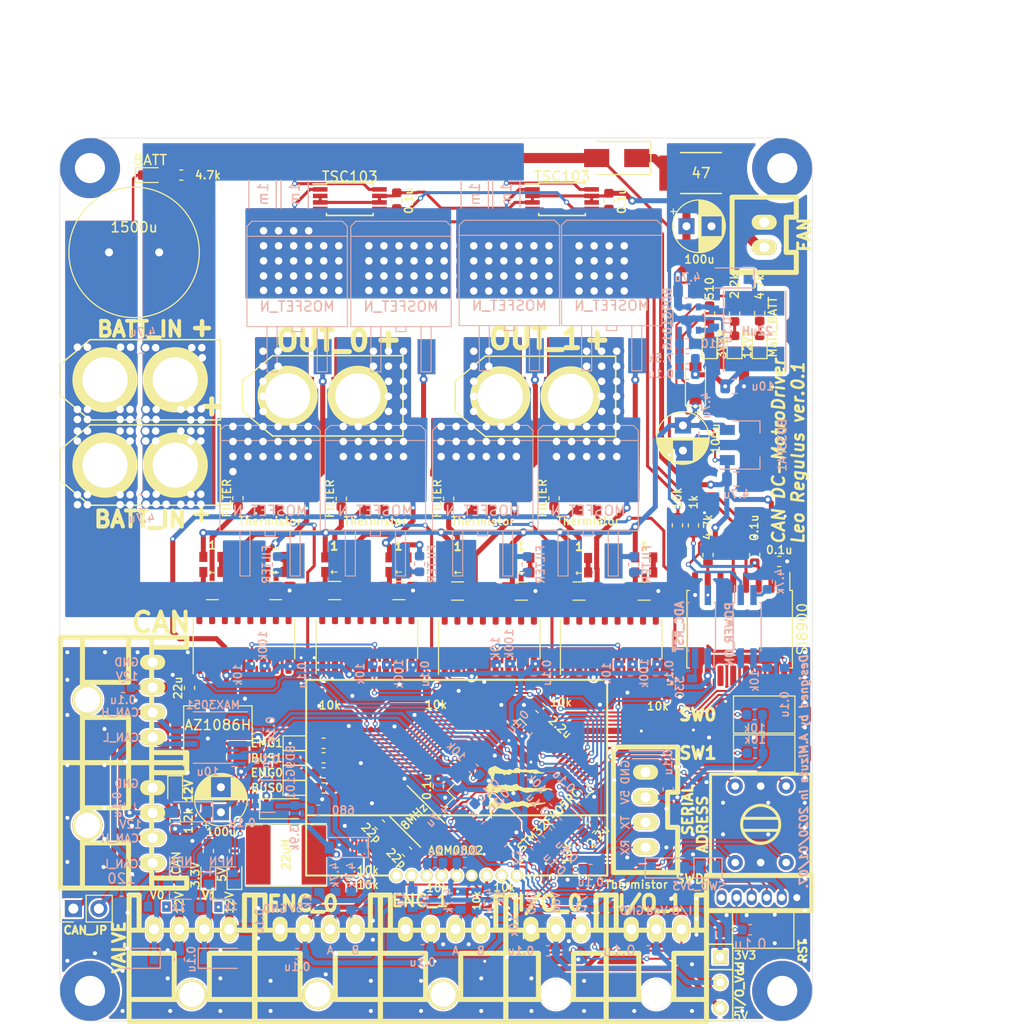
<source format=kicad_pcb>
(kicad_pcb (version 20171130) (host pcbnew "(5.1.4)-1")
  (layers (0 F.Cu signal) (31 B.Cu signal) (34 B.Paste user hide) (35 F.Paste user) (36 B.SilkS user) (37 F.SilkS user) (38 B.Mask user) (39 F.Mask user) (44 Edge.Cuts user))
  (net 0 "")
  (net 1 /OSC_IN)
  (net 2 GND)
  (net 3 /~RST)
  (net 4 /OSC_OUT)
  (net 5 +3V3)
  (net 6 /CAN_Vdd)
  (net 7 "Net-(C13-Pad1)")
  (net 8 "Net-(C14-Pad1)")
  (net 9 /FB_PWR_OUT)
  (net 10 /FB_PWR)
  (net 11 "Net-(C19-Pad1)")
  (net 12 "Net-(C20-Pad1)")
  (net 13 GNDPWR)
  (net 14 +3.3VP)
  (net 15 "Net-(C23-Pad2)")
  (net 16 "Net-(C23-Pad1)")
  (net 17 /Voltage)
  (net 18 /batt)
  (net 19 +12P)
  (net 20 "Net-(C30-Pad1)")
  (net 21 "Net-(C31-Pad1)")
  (net 22 +BATT)
  (net 23 +5V)
  (net 24 "Net-(D2-Pad2)")
  (net 25 "Net-(D3-Pad2)")
  (net 26 "Net-(D4-Pad2)")
  (net 27 +12V)
  (net 28 /PWM0_L)
  (net 29 /PWM0_R)
  (net 30 "Net-(D13-Pad2)")
  (net 31 "Net-(D14-Pad2)")
  (net 32 "Net-(D19-Pad2)")
  (net 33 "Net-(D20-Pad2)")
  (net 34 "Net-(D21-Pad2)")
  (net 35 "Net-(D22-Pad2)")
  (net 36 "Net-(D23-Pad2)")
  (net 37 "Net-(D26-Pad2)")
  (net 38 "Net-(JP1-Pad1)")
  (net 39 /CAN_H)
  (net 40 "Net-(JP2-Pad2)")
  (net 41 /SWCLK)
  (net 42 /SWDIO)
  (net 43 "Net-(P1-Pad6)")
  (net 44 /CAN_L)
  (net 45 /USART2_RX)
  (net 46 /USART2_TX)
  (net 47 "Net-(P7-Pad2)")
  (net 48 "Net-(R1-Pad1)")
  (net 49 /SW0)
  (net 50 /SW1)
  (net 51 /LED0)
  (net 52 /LED1)
  (net 53 /LED2)
  (net 54 "Net-(R9-Pad2)")
  (net 55 /EN0)
  (net 56 "Net-(R11-Pad1)")
  (net 57 "Net-(R12-Pad1)")
  (net 58 "Net-(R17-Pad2)")
  (net 59 "Net-(R18-Pad2)")
  (net 60 "Net-(R30-Pad2)")
  (net 61 "Net-(R31-Pad2)")
  (net 62 "Net-(R35-Pad1)")
  (net 63 /FB)
  (net 64 "Net-(R40-Pad1)")
  (net 65 /ADR_1)
  (net 66 /ADR_8)
  (net 67 /ADR_4)
  (net 68 /ADR_2)
  (net 69 /CAN1_RX)
  (net 70 /CAN1_TX)
  (net 71 /USART1_TX)
  (net 72 /USART1_RX)
  (net 73 "Net-(U4-Pad13)")
  (net 74 "Net-(U4-Pad12)")
  (net 75 "Net-(U4-Pad7)")
  (net 76 "Net-(U4-Pad2)")
  (net 77 "Net-(U5-Pad6)")
  (net 78 "Net-(U5-Pad11)")
  (net 79 "Net-(U5-Pad14)")
  (net 80 "Net-(U5-Pad15)")
  (net 81 "Net-(D27-Pad2)")
  (net 82 "Net-(P11-Pad4)")
  (net 83 "Net-(P11-Pad3)")
  (net 84 /TIM3_CH1)
  (net 85 /TIM3_CH2)
  (net 86 "Net-(C39-Pad1)")
  (net 87 "Net-(C39-Pad2)")
  (net 88 /ADC_~RST)
  (net 89 "Net-(D32-Pad2)")
  (net 90 "Net-(D33-Pad2)")
  (net 91 "Net-(D34-Pad2)")
  (net 92 /OUT0_L)
  (net 93 /OUT0_R)
  (net 94 /OUT1_L)
  (net 95 "Net-(C48-Pad1)")
  (net 96 /Current1)
  (net 97 /Current0)
  (net 98 /OUT1_R)
  (net 99 /PWM1_R)
  (net 100 /MOTOR0_BATT)
  (net 101 /PWM1_L)
  (net 102 /LED3)
  (net 103 /MOTOR1_BATT)
  (net 104 "Net-(P13-Pad3)")
  (net 105 "Net-(P13-Pad4)")
  (net 106 /EN1)
  (net 107 "Net-(U8-Pad13)")
  (net 108 "Net-(U8-Pad12)")
  (net 109 "Net-(U8-Pad7)")
  (net 110 "Net-(U8-Pad2)")
  (net 111 "Net-(U14-Pad2)")
  (net 112 "Net-(U14-Pad7)")
  (net 113 "Net-(U14-Pad12)")
  (net 114 "Net-(U14-Pad13)")
  (net 115 "Net-(C45-Pad1)")
  (net 116 "Net-(C46-Pad1)")
  (net 117 "Net-(C49-Pad1)")
  (net 118 "Net-(D1-Pad2)")
  (net 119 "Net-(D11-Pad2)")
  (net 120 "Net-(Q1-PadG)")
  (net 121 "Net-(Q2-PadG)")
  (net 122 "Net-(Q3-PadG)")
  (net 123 "Net-(Q4-PadG)")
  (net 124 "Net-(Q5-PadG)")
  (net 125 "Net-(Q6-PadG)")
  (net 126 "Net-(Q7-PadG)")
  (net 127 "Net-(Q8-PadG)")
  (net 128 "Net-(R13-Pad1)")
  (net 129 "Net-(R53-Pad2)")
  (net 130 "Net-(R54-Pad2)")
  (net 131 "Net-(R63-Pad2)")
  (net 132 "Net-(R64-Pad2)")
  (net 133 "Net-(R65-Pad1)")
  (net 134 "Net-(U12-Pad2)")
  (net 135 "Net-(U12-Pad7)")
  (net 136 "Net-(U12-Pad12)")
  (net 137 "Net-(U12-Pad13)")
  (net 138 /Motor0R_Tmp)
  (net 139 /Motor0L_Tmp)
  (net 140 /Motor1L_Tmp)
  (net 141 /Motor1R_Tmp)
  (net 142 /Substrate_Temp)
  (net 143 "Net-(U3-Pad4)")
  (net 144 /IO_0)
  (net 145 /IO_1)
  (net 146 /TIM4_CH1)
  (net 147 /TIM4_CH2)
  (net 148 "Net-(U3-Pad14)")
  (net 149 "Net-(U3-Pad15)")
  (net 150 "Net-(P12-Pad2)")
  (net 151 "Net-(C62-Pad1)")
  (net 152 "Net-(C63-Pad2)")
  (net 153 "Net-(C63-Pad1)")
  (net 154 "Net-(U17-Pad1)")
  (net 155 "Net-(D7-Pad2)")
  (net 156 "Net-(D8-Pad2)")
  (net 157 "Net-(D9-Pad2)")
  (net 158 "Net-(D39-Pad2)")
  (net 159 IO_Vdd)
  (net 160 "Net-(U3-Pad24)")
  (net 161 /I2C2_SCL)
  (net 162 /I2C2_SDA)
  (net 163 /PWR_ON_PIN)
  (net 164 "Net-(U3-Pad33)")
  (net 165 /ADC_~RST~_PIN)
  (net 166 "Net-(D12-Pad2)")
  (net 167 "Net-(D17-Pad2)")
  (net 168 "Net-(D6-Pad1)")
  (net 169 "Net-(D10-Pad1)")
  (net 170 /VALVE0)
  (net 171 /VALVE1)
  (net 172 "Net-(U3-Pad10)")
  (net 173 "Net-(U3-Pad11)")
  (module Mizz_lib:D2-PAK_compact (layer B.Cu) (at 114.65 90.15 180)
    (fp_text reference Q4 hide)
    (fp_text value MOSFET_N (at 0 2) (layer B.SilkS) (effects (justify mirror)))
    (pad D smd rect (at 0 7 180) (size 10 8) (layers B.Cu B.Paste B.Mask) (net 94 /OUT1_L))
    (pad S smd rect (at 2.54 -3 180) (size 3 3.5) (layers B.Cu B.Paste B.Mask) (net 13 GNDPWR))
    (pad G smd rect (at -2.54 -3 180) (size 1.8 3.5) (layers B.Cu B.Paste B.Mask) (net 123 "Net-(Q4-PadG)"))
  )
  (module Mizz_lib:D2-PAK_compact (layer B.Cu) (at 117.3 69.7 180)
    (fp_text reference Q3 hide)
    (fp_text value MOSFET_N (at 0 2) (layer B.SilkS) (effects (justify mirror)))
    (pad G smd rect (at -2.54 -3 180) (size 1.8 3.5) (layers B.Cu B.Paste B.Mask) (net 122 "Net-(Q3-PadG)"))
    (pad S smd rect (at 2.54 -3 180) (size 3 3.5) (layers B.Cu B.Paste B.Mask) (net 94 /OUT1_L))
    (pad D smd rect (at 0 7 180) (size 10 8) (layers B.Cu B.Paste B.Mask) (net 103 /MOTOR1_BATT))
  )
  (module Package_QFP:LQFP-64_10x10mm_P0.5mm (layer F.Cu) (at 118.35 116.075 45)
    (fp_text reference U3 hide)
    (fp_text value STM32F405RG (at 0 4.101219 45) (layer F.SilkS) (effects (font (size 0.8 0.8))))
    (pad 1 smd roundrect (at -5.675 -3.75 45) (size 1.55 0.3) (layers F.Cu F.Paste F.Mask) (net 5 +3V3))
    (pad 2 smd roundrect (at -5.675 -3.25 45) (size 1.55 0.3) (layers F.Cu F.Paste F.Mask) (net 144 /IO_0))
    (pad 3 smd roundrect (at -5.675 -2.75 45) (size 1.55 0.3) (layers F.Cu F.Paste F.Mask) (net 145 /IO_1))
    (pad 4 smd roundrect (at -5.675 -2.25 45) (size 1.55 0.3) (layers F.Cu F.Paste F.Mask) (net 143 "Net-(U3-Pad4)"))
    (pad 5 smd roundrect (at -5.675 -1.75 45) (size 1.55 0.3) (layers F.Cu F.Paste F.Mask) (net 1 /OSC_IN))
    (pad 6 smd roundrect (at -5.675 -1.25 45) (size 1.55 0.3) (layers F.Cu F.Paste F.Mask) (net 4 /OSC_OUT))
    (pad 7 smd roundrect (at -5.675 -0.75 45) (size 1.55 0.3) (layers F.Cu F.Paste F.Mask) (net 3 /~RST))
    (pad 8 smd roundrect (at -5.675 -0.25 45) (size 1.55 0.3) (layers F.Cu F.Paste F.Mask) (net 138 /Motor0R_Tmp))
    (pad 9 smd roundrect (at -5.675 0.25 45) (size 1.55 0.3) (layers F.Cu F.Paste F.Mask) (net 139 /Motor0L_Tmp))
    (pad 10 smd roundrect (at -5.675 0.75 45) (size 1.55 0.3) (layers F.Cu F.Paste F.Mask) (net 172 "Net-(U3-Pad10)"))
    (pad 11 smd roundrect (at -5.675 1.25 45) (size 1.55 0.3) (layers F.Cu F.Paste F.Mask) (net 173 "Net-(U3-Pad11)"))
    (pad 12 smd roundrect (at -5.675 1.75 45) (size 1.55 0.3) (layers F.Cu F.Paste F.Mask) (net 2 GND))
    (pad 13 smd roundrect (at -5.675 2.25 45) (size 1.55 0.3) (layers F.Cu F.Paste F.Mask) (net 5 +3V3))
    (pad 14 smd roundrect (at -5.675 2.75 45) (size 1.55 0.3) (layers F.Cu F.Paste F.Mask) (net 148 "Net-(U3-Pad14)"))
    (pad 15 smd roundrect (at -5.675 3.25 45) (size 1.55 0.3) (layers F.Cu F.Paste F.Mask) (net 149 "Net-(U3-Pad15)"))
    (pad 16 smd roundrect (at -5.675 3.75 45) (size 1.55 0.3) (layers F.Cu F.Paste F.Mask) (net 46 /USART2_TX))
    (pad 17 smd roundrect (at -3.75 5.675 45) (size 0.3 1.55) (layers F.Cu F.Paste F.Mask) (net 45 /USART2_RX))
    (pad 18 smd roundrect (at -3.25 5.675 45) (size 0.3 1.55) (layers F.Cu F.Paste F.Mask) (net 2 GND))
    (pad 19 smd roundrect (at -2.75 5.675 45) (size 0.3 1.55) (layers F.Cu F.Paste F.Mask) (net 5 +3V3))
    (pad 20 smd roundrect (at -2.25 5.675 45) (size 0.3 1.55) (layers F.Cu F.Paste F.Mask) (net 142 /Substrate_Temp))
    (pad 21 smd roundrect (at -1.75 5.675 45) (size 0.3 1.55) (layers F.Cu F.Paste F.Mask) (net 67 /ADR_4))
    (pad 22 smd roundrect (at -1.25 5.675 45) (size 0.3 1.55) (layers F.Cu F.Paste F.Mask) (net 66 /ADR_8))
    (pad 23 smd roundrect (at -0.75 5.675 45) (size 0.3 1.55) (layers F.Cu F.Paste F.Mask) (net 65 /ADR_1))
    (pad 24 smd roundrect (at -0.25 5.675 45) (size 0.3 1.55) (layers F.Cu F.Paste F.Mask) (net 160 "Net-(U3-Pad24)"))
    (pad 25 smd roundrect (at 0.25 5.675 45) (size 0.3 1.55) (layers F.Cu F.Paste F.Mask) (net 141 /Motor1R_Tmp))
    (pad 26 smd roundrect (at 0.75 5.675 45) (size 0.3 1.55) (layers F.Cu F.Paste F.Mask) (net 140 /Motor1L_Tmp))
    (pad 27 smd roundrect (at 1.25 5.675 45) (size 0.3 1.55) (layers F.Cu F.Paste F.Mask) (net 68 /ADR_2))
    (pad 28 smd roundrect (at 1.75 5.675 45) (size 0.3 1.55) (layers F.Cu F.Paste F.Mask) (net 54 "Net-(R9-Pad2)"))
    (pad 29 smd roundrect (at 2.25 5.675 45) (size 0.3 1.55) (layers F.Cu F.Paste F.Mask) (net 161 /I2C2_SCL))
    (pad 30 smd roundrect (at 2.75 5.675 45) (size 0.3 1.55) (layers F.Cu F.Paste F.Mask) (net 162 /I2C2_SDA))
    (pad 31 smd roundrect (at 3.25 5.675 45) (size 0.3 1.55) (layers F.Cu F.Paste F.Mask) (net 7 "Net-(C13-Pad1)"))
    (pad 32 smd roundrect (at 3.75 5.675 45) (size 0.3 1.55) (layers F.Cu F.Paste F.Mask) (net 5 +3V3))
    (pad 33 smd roundrect (at 5.675 3.75 45) (size 1.55 0.3) (layers F.Cu F.Paste F.Mask) (net 164 "Net-(U3-Pad33)"))
    (pad 34 smd roundrect (at 5.675 3.25 45) (size 1.55 0.3) (layers F.Cu F.Paste F.Mask) (net 106 /EN1))
    (pad 35 smd roundrect (at 5.675 2.75 45) (size 1.55 0.3) (layers F.Cu F.Paste F.Mask) (net 99 /PWM1_R))
    (pad 36 smd roundrect (at 5.675 2.25 45) (size 1.55 0.3) (layers F.Cu F.Paste F.Mask) (net 101 /PWM1_L))
    (pad 37 smd roundrect (at 5.675 1.75 45) (size 1.55 0.3) (layers F.Cu F.Paste F.Mask) (net 55 /EN0))
    (pad 38 smd roundrect (at 5.675 1.25 45) (size 1.55 0.3) (layers F.Cu F.Paste F.Mask) (net 28 /PWM0_L))
    (pad 39 smd roundrect (at 5.675 0.75 45) (size 1.55 0.3) (layers F.Cu F.Paste F.Mask) (net 29 /PWM0_R))
    (pad 40 smd roundrect (at 5.675 0.25 45) (size 1.55 0.3) (layers F.Cu F.Paste F.Mask) (net 50 /SW1))
    (pad 41 smd roundrect (at 5.675 -0.25 45) (size 1.55 0.3) (layers F.Cu F.Paste F.Mask) (net 49 /SW0))
    (pad 42 smd roundrect (at 5.675 -0.75 45) (size 1.55 0.3) (layers F.Cu F.Paste F.Mask) (net 71 /USART1_TX))
    (pad 43 smd roundrect (at 5.675 -1.25 45) (size 1.55 0.3) (layers F.Cu F.Paste F.Mask) (net 72 /USART1_RX))
    (pad 44 smd roundrect (at 5.675 -1.75 45) (size 1.55 0.3) (layers F.Cu F.Paste F.Mask) (net 163 /PWR_ON_PIN))
    (pad 45 smd roundrect (at 5.675 -2.25 45) (size 1.55 0.3) (layers F.Cu F.Paste F.Mask) (net 165 /ADC_~RST~_PIN))
    (pad 46 smd roundrect (at 5.675 -2.75 45) (size 1.55 0.3) (layers F.Cu F.Paste F.Mask) (net 42 /SWDIO))
    (pad 47 smd roundrect (at 5.675 -3.25 45) (size 1.55 0.3) (layers F.Cu F.Paste F.Mask) (net 8 "Net-(C14-Pad1)"))
    (pad 48 smd roundrect (at 5.675 -3.75 45) (size 1.55 0.3) (layers F.Cu F.Paste F.Mask) (net 5 +3V3))
    (pad 49 smd roundrect (at 3.75 -5.675 45) (size 0.3 1.55) (layers F.Cu F.Paste F.Mask) (net 41 /SWCLK))
    (pad 50 smd roundrect (at 3.25 -5.675 45) (size 0.3 1.55) (layers F.Cu F.Paste F.Mask) (net 170 /VALVE0))
    (pad 51 smd roundrect (at 2.75 -5.675 45) (size 0.3 1.55) (layers F.Cu F.Paste F.Mask) (net 171 /VALVE1))
    (pad 52 smd roundrect (at 2.25 -5.675 45) (size 0.3 1.55) (layers F.Cu F.Paste F.Mask) (net 51 /LED0))
    (pad 53 smd roundrect (at 1.75 -5.675 45) (size 0.3 1.55) (layers F.Cu F.Paste F.Mask) (net 52 /LED1))
    (pad 54 smd roundrect (at 1.25 -5.675 45) (size 0.3 1.55) (layers F.Cu F.Paste F.Mask) (net 53 /LED2))
    (pad 55 smd roundrect (at 0.75 -5.675 45) (size 0.3 1.55) (layers F.Cu F.Paste F.Mask) (net 102 /LED3))
    (pad 56 smd roundrect (at 0.25 -5.675 45) (size 0.3 1.55) (layers F.Cu F.Paste F.Mask) (net 84 /TIM3_CH1))
    (pad 57 smd roundrect (at -0.25 -5.675 45) (size 0.3 1.55) (layers F.Cu F.Paste F.Mask) (net 85 /TIM3_CH2))
    (pad 58 smd roundrect (at -0.75 -5.675 45) (size 0.3 1.55) (layers F.Cu F.Paste F.Mask) (net 146 /TIM4_CH1))
    (pad 59 smd roundrect (at -1.25 -5.675 45) (size 0.3 1.55) (layers F.Cu F.Paste F.Mask) (net 147 /TIM4_CH2))
    (pad 60 smd roundrect (at -1.75 -5.675 45) (size 0.3 1.55) (layers F.Cu F.Paste F.Mask) (net 48 "Net-(R1-Pad1)"))
    (pad 61 smd roundrect (at -2.25 -5.675 45) (size 0.3 1.55) (layers F.Cu F.Paste F.Mask) (net 69 /CAN1_RX))
    (pad 62 smd roundrect (at -2.75 -5.675 45) (size 0.3 1.55) (layers F.Cu F.Paste F.Mask) (net 70 /CAN1_TX))
    (pad 63 smd roundrect (at -3.25 -5.675 45) (size 0.3 1.55) (layers F.Cu F.Paste F.Mask) (net 2 GND))
    (pad 64 smd roundrect (at -3.75 -5.675 45) (size 0.3 1.55) (layers F.Cu F.Paste F.Mask) (net 5 +3V3))
  )
  (module Mizz_lib:XT60_F (layer F.Cu) (at 119.9 76.75)
    (fp_text reference P10)
    (fp_text value OUT_1 (at 0 -5.75 unlocked) (layer F.SilkS) (effects (font (size 2 2) (thickness 0.5))))
    (pad 2 thru_hole circle (at 3.5 0) (size 6 6) (drill 4.5) (layers *.Cu *.Mask F.SilkS) (net 98 /OUT1_R))
    (pad 1 thru_hole circle (at -3.5 0) (size 6 6) (drill 4.5) (layers *.Cu *.Mask F.SilkS) (net 94 /OUT1_L))
  )
  (module Mizz_lib:XT60_F (layer F.Cu) (at 98.7 76.7)
    (fp_text reference P15)
    (fp_text value OUT_0 (at 0 -5.5) (layer F.SilkS) (effects (font (size 2 2) (thickness 0.5))))
    (pad 2 thru_hole circle (at 3.5 0) (size 6 6) (drill 4.5) (layers *.Cu *.Mask F.SilkS) (net 93 /OUT0_R))
    (pad 1 thru_hole circle (at -3.5 0) (size 6 6) (drill 4.5) (layers *.Cu *.Mask F.SilkS) (net 92 /OUT0_L))
  )
  (module Mizz_lib:rotary_0F (layer F.Cu) (at 142.35 119.4 180)
    (fp_text reference U19 hide)
    (fp_text value ADRESS (at 5.8 0 270) (layer F.SilkS) (effects (font (thickness 0.25))))
    (pad 1 thru_hole circle (at -2.54 3.81 180) (size 1.524 1.524) (drill 0.762) (layers *.Cu *.Mask) (net 68 /ADR_2))
    (pad 2 thru_hole circle (at 0 3.81 180) (size 1.524 1.524) (drill 0.762) (layers *.Cu *.Mask) (net 2 GND))
    (pad 3 thru_hole circle (at 2.54 3.81 180) (size 1.524 1.524) (drill 0.762) (layers *.Cu *.Mask) (net 65 /ADR_1))
    (pad 4 thru_hole circle (at 2.54 -3.81 180) (size 1.524 1.524) (drill 0.762) (layers *.Cu *.Mask) (net 67 /ADR_4))
    (pad 5 thru_hole circle (at 0 -3.81 180) (size 1.524 1.524) (drill 0.762) (layers *.Cu *.Mask) (net 2 GND))
    (pad 6 thru_hole circle (at -2.54 -3.81 180) (size 1.524 1.524) (drill 0.762) (layers *.Cu *.Mask) (net 66 /ADR_8))
  )
  (module Capacitor_SMD:C_0603_1608Metric (layer F.Cu) (at 127.225 57.3 90)
    (fp_text reference C21 hide)
    (fp_text value 0.1u (at 0.05 1.275 90) (layer F.SilkS) (effects (font (size 0.8 0.8))))
    (pad 1 smd roundrect (at -0.7875 0 90) (size 0.875 0.95) (layers F.Cu F.Paste F.Mask) (net 14 +3.3VP))
    (pad 2 smd roundrect (at 0.7875 0 90) (size 0.875 0.95) (layers F.Cu F.Paste F.Mask) (net 13 GNDPWR))
  )
  (module Mizz_lib:AQM0802_original (layer F.Cu) (at 112.05 114.25)
    (fp_text reference U17 hide)
    (fp_text value AQM0802 (at -0.1 7.75) (layer F.SilkS) (effects (font (size 0.8 0.8))))
    (pad 9 thru_hole circle (at 6 10.25) (size 1.2 1.2) (drill 0.8) (layers *.Cu *.Mask F.SilkS) (net 5 +3V3))
    (pad 8 thru_hole circle (at 4.5 10.25) (size 1.2 1.2) (drill 0.8) (layers *.Cu *.Mask F.SilkS) (net 161 /I2C2_SCL))
    (pad 7 thru_hole circle (at 3 10.25) (size 1.2 1.2) (drill 0.8) (layers *.Cu *.Mask F.SilkS) (net 162 /I2C2_SDA))
    (pad 6 thru_hole circle (at 1.5 10.25) (size 1.2 1.2) (drill 0.8) (layers *.Cu *.Mask F.SilkS) (net 2 GND))
    (pad 5 thru_hole circle (at 0 10.25) (size 1.2 1.2) (drill 0.8) (layers *.Cu *.Mask F.SilkS) (net 5 +3V3))
    (pad 4 thru_hole circle (at -1.5 10.25) (size 1.2 1.2) (drill 0.8) (layers *.Cu *.Mask F.SilkS) (net 152 "Net-(C63-Pad2)"))
    (pad 3 thru_hole circle (at -3 10.25) (size 1.2 1.2) (drill 0.8) (layers *.Cu *.Mask F.SilkS) (net 153 "Net-(C63-Pad1)"))
    (pad 2 thru_hole circle (at -4.5 10.25) (size 1.2 1.2) (drill 0.8) (layers *.Cu *.Mask F.SilkS) (net 151 "Net-(C62-Pad1)"))
    (pad 1 thru_hole circle (at -6 10.25) (size 1.2 1.2) (drill 0.8) (layers *.Cu *.Mask F.SilkS) (net 154 "Net-(U17-Pad1)"))
  )
  (module Mizz_lib:XA_4L (layer F.Cu) (at 81.9 129.85)
    (fp_text reference P2 hide)
    (fp_text value VALVE (at -3.5 1.8 90) (layer F.SilkS) (effects (font (size 1.2 1.2) (thickness 0.3))))
    (pad 1 thru_hole oval (at 0 0) (size 1.5 2.5) (drill 1) (layers *.Cu *.Mask F.SilkS) (net 168 "Net-(D6-Pad1)"))
    (pad 2 thru_hole oval (at 2.5 0) (size 1.5 2.5) (drill 1) (layers *.Cu *.Mask F.SilkS) (net 27 +12V))
    (pad 3 thru_hole oval (at 5 0) (size 1.5 2.5) (drill 1) (layers *.Cu *.Mask F.SilkS) (net 169 "Net-(D10-Pad1)"))
    (pad 4 thru_hole oval (at 7.5 0) (size 1.5 2.5) (drill 1) (layers *.Cu *.Mask F.SilkS) (net 27 +12V))
    (pad "" thru_hole circle (at 3.75 6.5) (size 3 3) (drill 2.5) (layers *.Cu *.Mask F.SilkS))
  )
  (module Package_SO:SOIC-16W_7.5x10.3mm_P1.27mm (layer F.Cu) (at 140.25 99.95 270)
    (fp_text reference U5 hide)
    (fp_text value SI8900 (at 0 -6.25 90) (layer F.SilkS))
    (pad 1 smd roundrect (at -4.65 -4.445 270) (size 2.05 0.6) (layers F.Cu F.Paste F.Mask) (net 14 +3.3VP))
    (pad 2 smd roundrect (at -4.65 -3.175 270) (size 2.05 0.6) (layers F.Cu F.Paste F.Mask) (net 14 +3.3VP))
    (pad 3 smd roundrect (at -4.65 -1.905 270) (size 2.05 0.6) (layers F.Cu F.Paste F.Mask) (net 17 /Voltage))
    (pad 4 smd roundrect (at -4.65 -0.635 270) (size 2.05 0.6) (layers F.Cu F.Paste F.Mask) (net 96 /Current1))
    (pad 5 smd roundrect (at -4.65 0.635 270) (size 2.05 0.6) (layers F.Cu F.Paste F.Mask) (net 97 /Current0))
    (pad 6 smd roundrect (at -4.65 1.905 270) (size 2.05 0.6) (layers F.Cu F.Paste F.Mask) (net 77 "Net-(U5-Pad6)"))
    (pad 7 smd roundrect (at -4.65 3.175 270) (size 2.05 0.6) (layers F.Cu F.Paste F.Mask) (net 88 /ADC_~RST))
    (pad 8 smd roundrect (at -4.65 4.445 270) (size 2.05 0.6) (layers F.Cu F.Paste F.Mask) (net 13 GNDPWR))
    (pad 9 smd roundrect (at 4.65 4.445 270) (size 2.05 0.6) (layers F.Cu F.Paste F.Mask) (net 2 GND))
    (pad 10 smd roundrect (at 4.65 3.175 270) (size 2.05 0.6) (layers F.Cu F.Paste F.Mask) (net 5 +3V3))
    (pad 11 smd roundrect (at 4.65 1.905 270) (size 2.05 0.6) (layers F.Cu F.Paste F.Mask) (net 78 "Net-(U5-Pad11)"))
    (pad 12 smd roundrect (at 4.65 0.635 270) (size 2.05 0.6) (layers F.Cu F.Paste F.Mask) (net 72 /USART1_RX))
    (pad 13 smd roundrect (at 4.65 -0.635 270) (size 2.05 0.6) (layers F.Cu F.Paste F.Mask) (net 71 /USART1_TX))
    (pad 14 smd roundrect (at 4.65 -1.905 270) (size 2.05 0.6) (layers F.Cu F.Paste F.Mask) (net 79 "Net-(U5-Pad14)"))
    (pad 15 smd roundrect (at 4.65 -3.175 270) (size 2.05 0.6) (layers F.Cu F.Paste F.Mask) (net 80 "Net-(U5-Pad15)"))
    (pad 16 smd roundrect (at 4.65 -4.445 270) (size 2.05 0.6) (layers F.Cu F.Paste F.Mask) (net 5 +3V3))
  )
  (module Mizz_lib:XA_4L (layer F.Cu) (at 81.75 115.75 270)
    (fp_text reference P4 hide)
    (fp_text value CAN (at 7.5 -2.35 90) (layer F.SilkS) (effects (font (size 0.8 0.8))))
    (pad 1 thru_hole oval (at 0 0 270) (size 1.5 2.5) (drill 1) (layers *.Cu *.Mask F.SilkS) (net 2 GND))
    (pad 2 thru_hole oval (at 2.5 0 270) (size 1.5 2.5) (drill 1) (layers *.Cu *.Mask F.SilkS) (net 6 /CAN_Vdd))
    (pad 3 thru_hole oval (at 5 0 270) (size 1.5 2.5) (drill 1) (layers *.Cu *.Mask F.SilkS) (net 39 /CAN_H))
    (pad 4 thru_hole oval (at 7.5 0 270) (size 1.5 2.5) (drill 1) (layers *.Cu *.Mask F.SilkS) (net 44 /CAN_L))
    (pad "" thru_hole circle (at 3.75 6.5 270) (size 3 3) (drill 2.5) (layers *.Cu *.Mask F.SilkS))
  )
  (module Mizz_lib:XA_4L (layer F.Cu) (at 81.75 103.25 270)
    (fp_text reference P3 hide)
    (fp_text value CAN (at -3.95 -0.85 180) (layer F.SilkS) (effects (font (size 2 2) (thickness 0.4))))
    (pad "" thru_hole circle (at 3.75 6.5 270) (size 3 3) (drill 2.5) (layers *.Cu *.Mask F.SilkS))
    (pad 4 thru_hole oval (at 7.5 0 270) (size 1.5 2.5) (drill 1) (layers *.Cu *.Mask F.SilkS) (net 44 /CAN_L))
    (pad 3 thru_hole oval (at 5 0 270) (size 1.5 2.5) (drill 1) (layers *.Cu *.Mask F.SilkS) (net 39 /CAN_H))
    (pad 2 thru_hole oval (at 2.5 0 270) (size 1.5 2.5) (drill 1) (layers *.Cu *.Mask F.SilkS) (net 6 /CAN_Vdd))
    (pad 1 thru_hole oval (at 0 0 270) (size 1.5 2.5) (drill 1) (layers *.Cu *.Mask F.SilkS) (net 2 GND))
  )
  (module Mizz_lib:XA_4L (layer F.Cu) (at 94.45 129.85)
    (fp_text reference P11 hide)
    (fp_text value ENC_0 (at 2.25 -2.55) (layer F.SilkS) (effects (font (size 1.5 1.5) (thickness 0.375))))
    (pad "" thru_hole circle (at 3.75 6.5) (size 3 3) (drill 2.5) (layers *.Cu *.Mask F.SilkS))
    (pad 4 thru_hole oval (at 7.5 0) (size 1.5 2.5) (drill 1) (layers *.Cu *.Mask F.SilkS) (net 82 "Net-(P11-Pad4)"))
    (pad 3 thru_hole oval (at 5 0) (size 1.5 2.5) (drill 1) (layers *.Cu *.Mask F.SilkS) (net 83 "Net-(P11-Pad3)"))
    (pad 2 thru_hole oval (at 2.5 0) (size 1.5 2.5) (drill 1) (layers *.Cu *.Mask F.SilkS) (net 23 +5V))
    (pad 1 thru_hole oval (at 0 0) (size 1.5 2.5) (drill 1) (layers *.Cu *.Mask F.SilkS) (net 2 GND))
  )
  (module Mizz_lib:XA_4L (layer F.Cu) (at 106.95 129.85)
    (fp_text reference P13 hide)
    (fp_text value ENC_1 (at 1.45 -2.85) (layer F.SilkS) (effects (font (size 1.2 1.2) (thickness 0.25))))
    (pad 1 thru_hole oval (at 0 0) (size 1.5 2.5) (drill 1) (layers *.Cu *.Mask F.SilkS) (net 2 GND))
    (pad 2 thru_hole oval (at 2.5 0) (size 1.5 2.5) (drill 1) (layers *.Cu *.Mask F.SilkS) (net 23 +5V))
    (pad 3 thru_hole oval (at 5 0) (size 1.5 2.5) (drill 1) (layers *.Cu *.Mask F.SilkS) (net 104 "Net-(P13-Pad3)"))
    (pad 4 thru_hole oval (at 7.5 0) (size 1.5 2.5) (drill 1) (layers *.Cu *.Mask F.SilkS) (net 105 "Net-(P13-Pad4)"))
    (pad "" thru_hole circle (at 3.75 6.5) (size 3 3) (drill 2.5) (layers *.Cu *.Mask F.SilkS))
  )
  (module Mizz_lib:XA_2P (layer F.Cu) (at 142.7 61.9 90)
    (fp_text reference P7 hide)
    (fp_text value FAN (at 1.25 4 270) (layer F.SilkS) (effects (font (size 1.2 1.2) (thickness 0.3))))
    (pad 1 thru_hole oval (at 2.5 0 90) (size 1.5 2.5) (drill 1) (layers *.Cu *.Mask F.SilkS) (net 13 GNDPWR))
    (pad 2 thru_hole oval (at 0 0 90) (size 1.5 2.5) (drill 1) (layers *.Cu *.Mask F.SilkS) (net 47 "Net-(P7-Pad2)"))
  )
  (module Mizz_lib:XA_4P (layer F.Cu) (at 130.875 121.7 90)
    (fp_text reference P5 hide)
    (fp_text value SERIAL (at 3.75 4.2 270) (layer F.SilkS) (effects (font (thickness 0.25))))
    (pad 4 thru_hole oval (at 0 0 90) (size 1.5 2.5) (drill 1) (layers *.Cu *.Mask F.SilkS) (net 45 /USART2_RX))
    (pad 3 thru_hole oval (at 2.5 0 90) (size 1.5 2.5) (drill 1) (layers *.Cu *.Mask F.SilkS) (net 46 /USART2_TX))
    (pad 2 thru_hole oval (at 5 0 90) (size 1.5 2.5) (drill 1) (layers *.Cu *.Mask F.SilkS) (net 23 +5V))
    (pad 1 thru_hole oval (at 7.5 0 90) (size 1.5 2.5) (drill 1) (layers *.Cu *.Mask F.SilkS) (net 2 GND))
  )
  (module Mizz_lib:ZH_6P (layer F.Cu) (at 145.95 126.7 180)
    (fp_text reference P1 hide)
    (fp_text value SWD (at 10.65 1.85) (layer F.SilkS) (effects (font (size 0.9 0.9) (thickness 0.2))))
    (pad 1 thru_hole oval (at 0 0 180) (size 1 1.524) (drill 0.7) (layers *.Cu *.Mask) (net 2 GND))
    (pad 2 thru_hole oval (at 1.5 0 180) (size 1 1.524) (drill 0.7) (layers *.Cu *.Mask) (net 38 "Net-(JP1-Pad1)"))
    (pad 3 thru_hole oval (at 3 0 180) (size 1 1.524) (drill 0.7) (layers *.Cu *.Mask) (net 41 /SWCLK))
    (pad 4 thru_hole oval (at 4.5 0 180) (size 1 1.524) (drill 0.7) (layers *.Cu *.Mask) (net 42 /SWDIO))
    (pad 5 thru_hole oval (at 6 0 180) (size 1 1.524) (drill 0.7) (layers *.Cu *.Mask) (net 3 /~RST))
    (pad 6 thru_hole oval (at 7.5 0 180) (size 1 1.524) (drill 0.7) (layers *.Cu *.Mask) (net 43 "Net-(P1-Pad6)"))
  )
  (module Mizz_lib:XT60_F (layer F.Cu) (at 80.5 83.6)
    (fp_text reference P9)
    (fp_text value BATT_IN (at 0 5.4) (layer F.SilkS) (effects (font (size 1.6 1.6) (thickness 0.4))))
    (pad 1 thru_hole circle (at -3.5 0) (size 6.5 6.5) (drill 4.5) (layers *.Cu *.Mask F.SilkS) (net 13 GNDPWR))
    (pad 2 thru_hole circle (at 3.5 0) (size 6.5 6.5) (drill 4.5) (layers *.Cu *.Mask F.SilkS) (net 22 +BATT))
  )
  (module Mizz_lib:XT60_M (layer F.Cu) (at 80.5 75.1)
    (fp_text reference P8)
    (fp_text value BATT_IN (at 0 -5.05 unlocked) (layer F.SilkS) (effects (font (size 1.5 1.5) (thickness 0.375))))
    (pad 2 thru_hole circle (at 3.5 0) (size 6.5 6.5) (drill 4.5) (layers *.Cu *.Mask F.SilkS) (net 22 +BATT))
    (pad 1 thru_hole circle (at -3.5 0) (size 6.5 6.5) (drill 4.5) (layers *.Cu *.Mask F.SilkS) (net 13 GNDPWR))
  )
  (module Resistor_SMD:R_0603_1608Metric (layer B.Cu) (at 113.75 113.875 135)
    (fp_text reference R1 hide)
    (fp_text value 10k (at 2.474874 0 135) (layer B.SilkS) (effects (font (size 0.8 0.8)) (justify mirror)))
    (pad 2 smd roundrect (at 0.7875 0 135) (size 0.875 0.95) (layers B.Cu B.Paste B.Mask) (net 2 GND))
    (pad 1 smd roundrect (at -0.7875 0 135) (size 0.875 0.95) (layers B.Cu B.Paste B.Mask) (net 48 "Net-(R1-Pad1)"))
  )
  (module Diode_SMD:D_SOD-123 (layer B.Cu) (at 139.45 64.95 180)
    (fp_text reference D16 hide)
    (fp_text value DIODE)
    (pad 1 smd rect (at -1.65 0 180) (size 0.9 1.2) (layers B.Cu B.Paste B.Mask) (net 16 "Net-(C23-Pad1)"))
    (pad 2 smd rect (at 1.65 0 180) (size 0.9 1.2) (layers B.Cu B.Paste B.Mask) (net 13 GNDPWR))
  )
  (module Diode_SMD:D_SOD-123 (layer B.Cu) (at 85.5 118.15 180)
    (fp_text reference D5 hide)
    (fp_text value DIODE)
    (pad 1 smd rect (at -1.65 0 180) (size 0.9 1.2) (layers B.Cu B.Paste B.Mask) (net 27 +12V))
    (pad 2 smd rect (at 1.65 0 180) (size 0.9 1.2) (layers B.Cu B.Paste B.Mask) (net 6 /CAN_Vdd))
  )
  (module Resistor_SMD:R_0603_1608Metric (layer B.Cu) (at 78.65 126.05 180)
    (fp_text reference R3 hide)
    (fp_text value 120 (at 0 1.25) (layer B.SilkS) (effects (justify mirror)))
    (pad 1 smd roundrect (at -0.7875 0 180) (size 0.875 0.95) (layers B.Cu B.Paste B.Mask) (net 44 /CAN_L))
    (pad 2 smd roundrect (at 0.7875 0 180) (size 0.875 0.95) (layers B.Cu B.Paste B.Mask) (net 40 "Net-(JP2-Pad2)"))
  )
  (module Mizz_lib:Crystal_SMD_5032_2Pads (layer F.Cu) (at 107.8 118.625 315)
    (fp_text reference Y1 hide)
    (fp_text value 8MHz (at 0 0 45) (layer F.SilkS) (effects (font (size 0.8 0.8))))
    (pad 1 smd rect (at -2.05 0 315) (size 2 2.4) (layers F.Cu F.Paste F.Mask) (net 1 /OSC_IN))
    (pad 2 smd rect (at 2.05 0 315) (size 2 2.4) (layers F.Cu F.Paste F.Mask) (net 4 /OSC_OUT))
  )
  (module Capacitor_SMD:C_0603_1608Metric (layer F.Cu) (at 104.393153 119.418153 315)
    (fp_text reference C1 hide)
    (fp_text value 22p (at -0.007995 1.184404 135) (layer F.SilkS) (effects (font (size 0.8 0.8))))
    (pad 2 smd roundrect (at 0.7875 0 315) (size 0.875 0.95) (layers F.Cu F.Paste F.Mask) (net 1 /OSC_IN))
    (pad 1 smd roundrect (at -0.7875 0 315) (size 0.875 0.95) (layers F.Cu F.Paste F.Mask) (net 2 GND))
  )
  (module Capacitor_SMD:C_0603_1608Metric (layer B.Cu) (at 141.3 129.9 180)
    (fp_text reference C2 hide)
    (fp_text value 0.1u (at 0 -1.43) (layer B.SilkS) (effects (justify mirror)))
    (pad 1 smd roundrect (at -0.7875 0 180) (size 0.875 0.95) (layers B.Cu B.Paste B.Mask) (net 2 GND))
    (pad 2 smd roundrect (at 0.7875 0 180) (size 0.875 0.95) (layers B.Cu B.Paste B.Mask) (net 3 /~RST))
  )
  (module Capacitor_SMD:C_0603_1608Metric (layer F.Cu) (at 107.1 122.125 135)
    (fp_text reference C3 hide)
    (fp_text value 22p (at 0.282843 -1.202082 135) (layer F.SilkS) (effects (font (size 0.8 0.8))))
    (pad 1 smd roundrect (at -0.7875 0 135) (size 0.875 0.95) (layers F.Cu F.Paste F.Mask) (net 2 GND))
    (pad 2 smd roundrect (at 0.7875 0 135) (size 0.875 0.95) (layers F.Cu F.Paste F.Mask) (net 4 /OSC_OUT))
  )
  (module Capacitor_SMD:C_0603_1608Metric (layer B.Cu) (at 119.9 121.475 315)
    (fp_text reference C5 hide)
    (fp_text value 0.1u (at 2.669328 -0.017678 135) (layer B.SilkS) (effects (font (size 0.8 0.8)) (justify mirror)))
    (pad 1 smd roundrect (at -0.7875 0 315) (size 0.875 0.95) (layers B.Cu B.Paste B.Mask) (net 5 +3V3))
    (pad 2 smd roundrect (at 0.7875 0 315) (size 0.875 0.95) (layers B.Cu B.Paste B.Mask) (net 2 GND))
  )
  (module Capacitor_SMD:C_0603_1608Metric (layer B.Cu) (at 124.6 116.975 315)
    (fp_text reference C6 hide)
    (fp_text value 0.1u (at -2.65165 0 135) (layer B.SilkS) (effects (font (size 0.8 0.8)) (justify mirror)))
    (pad 2 smd roundrect (at 0.7875 0 315) (size 0.875 0.95) (layers B.Cu B.Paste B.Mask) (net 2 GND))
    (pad 1 smd roundrect (at -0.7875 0 315) (size 0.875 0.95) (layers B.Cu B.Paste B.Mask) (net 5 +3V3))
  )
  (module Capacitor_SMD:C_0603_1608Metric (layer B.Cu) (at 78.8 105.75)
    (fp_text reference C7 hide)
    (fp_text value 0.1u (at 0 1.25) (layer B.SilkS) (effects (font (size 0.8 0.8)) (justify mirror)))
    (pad 2 smd roundrect (at 0.7875 0) (size 0.875 0.95) (layers B.Cu B.Paste B.Mask) (net 6 /CAN_Vdd))
    (pad 1 smd roundrect (at -0.7875 0) (size 0.875 0.95) (layers B.Cu B.Paste B.Mask) (net 2 GND))
  )
  (module Capacitor_SMD:C_0603_1608Metric (layer B.Cu) (at 119.1 110.025 48)
    (fp_text reference C8 hide)
    (fp_text value 0.1u (at 0 -1.254999 48) (layer B.SilkS) (effects (font (size 0.8 0.8)) (justify mirror)))
    (pad 2 smd roundrect (at 0.7875 0 48) (size 0.875 0.95) (layers B.Cu B.Paste B.Mask) (net 2 GND))
    (pad 1 smd roundrect (at -0.7875 0 48) (size 0.875 0.95) (layers B.Cu B.Paste B.Mask) (net 5 +3V3))
  )
  (module Capacitor_SMD:C_0603_1608Metric (layer F.Cu) (at 110.21 115.65 270)
    (fp_text reference C9 hide)
    (fp_text value 0.1u (at 0 1.131371 270) (layer F.SilkS) (effects (font (size 0.8 0.8))))
    (pad 1 smd roundrect (at -0.7875 0 270) (size 0.875 0.95) (layers F.Cu F.Paste F.Mask) (net 5 +3V3))
    (pad 2 smd roundrect (at 0.7875 0 270) (size 0.875 0.95) (layers F.Cu F.Paste F.Mask) (net 2 GND))
  )
  (module Capacitor_SMD:C_0603_1608Metric (layer B.Cu) (at 117.3 121.9 225)
    (fp_text reference C10 hide)
    (fp_text value 1u (at 0.017678 -1.149049 45) (layer B.SilkS) (effects (font (size 0.8 0.8)) (justify mirror)))
    (pad 2 smd roundrect (at 0.7875 0 225) (size 0.875 0.95) (layers B.Cu B.Paste B.Mask) (net 2 GND))
    (pad 1 smd roundrect (at -0.7875 0 225) (size 0.875 0.95) (layers B.Cu B.Paste B.Mask) (net 5 +3V3))
  )
  (module Capacitor_SMD:C_0603_1608Metric (layer B.Cu) (at 79.45 117.45 270)
    (fp_text reference C11 hide)
    (fp_text value 0.1u (at 0 1.25 90) (layer B.SilkS) (effects (font (size 0.8 0.8)) (justify mirror)))
    (pad 2 smd roundrect (at 0.7875 0 270) (size 0.875 0.95) (layers B.Cu B.Paste B.Mask) (net 6 /CAN_Vdd))
    (pad 1 smd roundrect (at -0.7875 0 270) (size 0.875 0.95) (layers B.Cu B.Paste B.Mask) (net 2 GND))
  )
  (module Capacitor_SMD:C_0603_1608Metric (layer F.Cu) (at 125.325 119.775 225)
    (fp_text reference C13 hide)
    (fp_text value 2.2u (at 0 -1.166726 45) (layer F.SilkS) (effects (font (size 0.8 0.8))))
    (pad 1 smd roundrect (at -0.7875 0 225) (size 0.875 0.95) (layers F.Cu F.Paste F.Mask) (net 7 "Net-(C13-Pad1)"))
    (pad 2 smd roundrect (at 0.7875 0 225) (size 0.875 0.95) (layers F.Cu F.Paste F.Mask) (net 2 GND))
  )
  (module Capacitor_SMD:C_0603_1608Metric (layer F.Cu) (at 120.4 107.8 137)
    (fp_text reference C14 hide)
    (fp_text value 2.2u (at -2.74289 -0.067482 137) (layer F.SilkS) (effects (font (size 0.8 0.8))))
    (pad 2 smd roundrect (at 0.7875 0 137) (size 0.875 0.95) (layers F.Cu F.Paste F.Mask) (net 2 GND))
    (pad 1 smd roundrect (at -0.7875 0 137) (size 0.875 0.95) (layers F.Cu F.Paste F.Mask) (net 8 "Net-(C14-Pad1)"))
  )
  (module Capacitor_SMD:C_0603_1608Metric (layer B.Cu) (at 133.125 115.9 270)
    (fp_text reference C15 hide)
    (fp_text value 0.1u (at -2.7 0 90) (layer B.SilkS) (effects (font (size 0.8 0.8)) (justify mirror)))
    (pad 1 smd roundrect (at -0.7875 0 270) (size 0.875 0.95) (layers B.Cu B.Paste B.Mask) (net 2 GND))
    (pad 2 smd roundrect (at 0.7875 0 270) (size 0.875 0.95) (layers B.Cu B.Paste B.Mask) (net 23 +5V))
  )
  (module Capacitor_SMD:C_0603_1608Metric (layer B.Cu) (at 121.15 132)
    (fp_text reference C16 hide)
    (fp_text value 0.1u (at -2.7 0) (layer B.SilkS) (effects (font (size 0.8 0.8)) (justify mirror)))
    (pad 2 smd roundrect (at 0.7875 0) (size 0.875 0.95) (layers B.Cu B.Paste B.Mask) (net 159 IO_Vdd))
    (pad 1 smd roundrect (at -0.7875 0) (size 0.875 0.95) (layers B.Cu B.Paste B.Mask) (net 2 GND))
  )
  (module Capacitor_SMD:C_0603_1608Metric (layer B.Cu) (at 135.05 74.55 180)
    (fp_text reference C18 hide)
    (fp_text value 0.1u (at 2.65 0.05) (layer B.SilkS) (effects (font (size 0.8 0.8)) (justify mirror)))
    (pad 1 smd roundrect (at -0.7875 0 180) (size 0.875 0.95) (layers B.Cu B.Paste B.Mask) (net 9 /FB_PWR_OUT))
    (pad 2 smd roundrect (at 0.7875 0 180) (size 0.875 0.95) (layers B.Cu B.Paste B.Mask) (net 10 /FB_PWR))
  )
  (module Capacitor_SMD:C_0603_1608Metric (layer F.Cu) (at 144.2 93.2)
    (fp_text reference C22 hide)
    (fp_text value 0.1u (at 0 -1.15) (layer F.SilkS) (effects (font (size 0.8 0.8))))
    (pad 1 smd roundrect (at -0.7875 0) (size 0.875 0.95) (layers F.Cu F.Paste F.Mask) (net 14 +3.3VP))
    (pad 2 smd roundrect (at 0.7875 0) (size 0.875 0.95) (layers F.Cu F.Paste F.Mask) (net 13 GNDPWR))
  )
  (module Capacitor_SMD:C_0603_1608Metric (layer F.Cu) (at 141.75 92.55 90)
    (fp_text reference C24 hide)
    (fp_text value 0.1u (at 2.7 -0.05 90) (layer F.SilkS) (effects (font (size 0.8 0.8))))
    (pad 2 smd roundrect (at 0.7875 0 90) (size 0.875 0.95) (layers F.Cu F.Paste F.Mask) (net 13 GNDPWR))
    (pad 1 smd roundrect (at -0.7875 0 90) (size 0.875 0.95) (layers F.Cu F.Paste F.Mask) (net 17 /Voltage))
  )
  (module Capacitor_THT:CP_Radial_D5.0mm_P2.50mm (layer F.Cu) (at 134.95 59.8)
    (fp_text reference C25 hide)
    (fp_text value 100u (at 1.3 3.3 180) (layer F.SilkS) (effects (font (size 0.8 0.8))))
    (pad 1 thru_hole rect (at 0 0) (size 1.6 1.6) (drill 0.8) (layers *.Cu *.Mask) (net 18 /batt))
    (pad 2 thru_hole circle (at 2.5 0) (size 1.6 1.6) (drill 0.8) (layers *.Cu *.Mask) (net 13 GNDPWR))
  )
  (module Capacitor_SMD:C_0805_2012Metric (layer B.Cu) (at 139.75 75.75)
    (fp_text reference C28 hide)
    (fp_text value 10u (at 2.8 0) (layer B.SilkS) (effects (font (size 0.8 0.8)) (justify mirror)))
    (pad 1 smd roundrect (at -0.9375 0) (size 0.975 1.4) (layers B.Cu B.Paste B.Mask) (net 9 /FB_PWR_OUT))
    (pad 2 smd roundrect (at 0.9375 0) (size 0.975 1.4) (layers B.Cu B.Paste B.Mask) (net 13 GNDPWR))
  )
  (module Capacitor_SMD:C_0805_2012Metric (layer B.Cu) (at 136.9 80.55 270)
    (fp_text reference C29 hide)
    (fp_text value 4.7u (at -2.9 0 90) (layer B.SilkS) (effects (font (size 0.8 0.8)) (justify mirror)))
    (pad 1 smd roundrect (at -0.9375 0 270) (size 0.975 1.4) (layers B.Cu B.Paste B.Mask) (net 19 +12P))
    (pad 2 smd roundrect (at 0.9375 0 270) (size 0.975 1.4) (layers B.Cu B.Paste B.Mask) (net 13 GNDPWR))
  )
  (module Capacitor_SMD:C_0805_2012Metric (layer B.Cu) (at 139.925 85)
    (fp_text reference C32 hide)
    (fp_text value 4.7u (at 0 1.5) (layer B.SilkS) (effects (font (size 0.8 0.8)) (justify mirror)))
    (pad 2 smd roundrect (at 0.9375 0) (size 0.975 1.4) (layers B.Cu B.Paste B.Mask) (net 13 GNDPWR))
    (pad 1 smd roundrect (at -0.9375 0) (size 0.975 1.4) (layers B.Cu B.Paste B.Mask) (net 14 +3.3VP))
  )
  (module Capacitor_THT:CP_Radial_D5.0mm_P2.50mm (layer F.Cu) (at 88.55 118.2 90)
    (fp_text reference C33 hide)
    (fp_text value 100u (at -1.95 0.025 180) (layer F.SilkS) (effects (font (size 0.8 0.8))))
    (pad 1 thru_hole rect (at 0 0 90) (size 1.6 1.6) (drill 0.8) (layers *.Cu *.Mask) (net 27 +12V))
    (pad 2 thru_hole circle (at 2.5 0 90) (size 1.6 1.6) (drill 0.8) (layers *.Cu *.Mask) (net 2 GND))
  )
  (module Diode_SMD:D_SOD-123 (layer B.Cu) (at 133.1 123.75)
    (fp_text reference D4 hide)
    (fp_text value DIODE)
    (pad 2 smd rect (at 1.65 0) (size 0.9 1.2) (layers B.Cu B.Paste B.Mask) (net 26 "Net-(D4-Pad2)"))
    (pad 1 smd rect (at -1.65 0) (size 0.9 1.2) (layers B.Cu B.Paste B.Mask) (net 5 +3V3))
  )
  (module LED_SMD:LED_0603_1608Metric (layer F.Cu) (at 96.235 111.32)
    (fp_text reference D7 hide)
    (fp_text value EMG1 (at -3.11 -0.02 unlocked) (layer F.SilkS) (effects (font (size 0.8 0.8))))
    (pad 2 smd roundrect (at 0.7875 0) (size 0.875 0.95) (layers F.Cu F.Paste F.Mask) (net 155 "Net-(D7-Pad2)"))
    (pad 1 smd roundrect (at -0.7875 0) (size 0.875 0.95) (layers F.Cu F.Paste F.Mask) (net 2 GND))
  )
  (module LED_SMD:LED_0603_1608Metric (layer F.Cu) (at 96.235 112.77)
    (fp_text reference D8 hide)
    (fp_text value BUS1 (at -3.11 0.03 unlocked) (layer F.SilkS) (effects (font (size 0.8 0.8))))
    (pad 1 smd roundrect (at -0.7875 0) (size 0.875 0.95) (layers F.Cu F.Paste F.Mask) (net 2 GND))
    (pad 2 smd roundrect (at 0.7875 0) (size 0.875 0.95) (layers F.Cu F.Paste F.Mask) (net 156 "Net-(D8-Pad2)"))
  )
  (module LED_SMD:LED_0603_1608Metric (layer F.Cu) (at 96.235 114.27)
    (fp_text reference D9 hide)
    (fp_text value EMG0 (at -3.11 -0.02 unlocked) (layer F.SilkS) (effects (font (size 0.8 0.8))))
    (pad 2 smd roundrect (at 0.7875 0) (size 0.875 0.95) (layers F.Cu F.Paste F.Mask) (net 157 "Net-(D9-Pad2)"))
    (pad 1 smd roundrect (at -0.7875 0) (size 0.875 0.95) (layers F.Cu F.Paste F.Mask) (net 2 GND))
  )
  (module Diode_SMD:D_SMA (layer F.Cu) (at 128 53 180)
    (fp_text reference D15 hide)
    (fp_text value DIODE)
    (pad 1 smd rect (at -2 0 180) (size 2.5 1.8) (layers F.Cu F.Paste F.Mask) (net 18 /batt))
    (pad 2 smd rect (at 2 0 180) (size 2.5 1.8) (layers F.Cu F.Paste F.Mask) (net 22 +BATT))
  )
  (module Diode_SMD:D_SOD-123 (layer F.Cu) (at 135.85 75.45 90)
    (fp_text reference D18 hide)
    (fp_text value DIODE)
    (pad 2 smd rect (at 1.65 0 90) (size 0.9 1.2) (layers F.Cu F.Paste F.Mask) (net 9 /FB_PWR_OUT))
    (pad 1 smd rect (at -1.65 0 90) (size 0.9 1.2) (layers F.Cu F.Paste F.Mask) (net 19 +12P))
  )
  (module LED_SMD:LED_0603_1608Metric (layer F.Cu) (at 81.5 54.7)
    (fp_text reference D21 hide)
    (fp_text value BATT (at 0 -1.5) (layer F.SilkS))
    (pad 2 smd roundrect (at 0.7875 0) (size 0.875 0.95) (layers F.Cu F.Paste F.Mask) (net 34 "Net-(D21-Pad2)"))
    (pad 1 smd roundrect (at -0.7875 0) (size 0.875 0.95) (layers F.Cu F.Paste F.Mask) (net 13 GNDPWR))
  )
  (module LED_SMD:LED_0603_1608Metric (layer F.Cu) (at 139.75 71.5 90)
    (fp_text reference D22 hide)
    (fp_text value 12VP (at 0 1.25 90) (layer F.SilkS) (effects (font (size 0.8 0.8))))
    (pad 1 smd roundrect (at -0.7875 0 90) (size 0.875 0.95) (layers F.Cu F.Paste F.Mask) (net 13 GNDPWR))
    (pad 2 smd roundrect (at 0.7875 0 90) (size 0.875 0.95) (layers F.Cu F.Paste F.Mask) (net 35 "Net-(D22-Pad2)"))
  )
  (module LED_SMD:LED_0603_1608Metric (layer F.Cu) (at 137.25 71.5 90)
    (fp_text reference D23 hide)
    (fp_text value 3V3P (at 0 1.25 90) (layer F.SilkS) (effects (font (size 0.8 0.8))))
    (pad 1 smd roundrect (at -0.7875 0 90) (size 0.875 0.95) (layers F.Cu F.Paste F.Mask) (net 13 GNDPWR))
    (pad 2 smd roundrect (at 0.7875 0 90) (size 0.875 0.95) (layers F.Cu F.Paste F.Mask) (net 36 "Net-(D23-Pad2)"))
  )
  (module Diode_SMD:D_SOD-123 (layer F.Cu) (at 94.65 117.85)
    (fp_text reference D24 hide)
    (fp_text value DIODE)
    (pad 1 smd rect (at -1.65 0) (size 0.9 1.2) (layers F.Cu F.Paste F.Mask) (net 86 "Net-(C39-Pad1)"))
    (pad 2 smd rect (at 1.65 0) (size 0.9 1.2) (layers F.Cu F.Paste F.Mask) (net 2 GND))
  )
  (module Diode_SMD:D_SOD-123 (layer B.Cu) (at 101 121.7 180)
    (fp_text reference D26 hide)
    (fp_text value DIODE)
    (pad 1 smd rect (at -1.65 0 180) (size 0.9 1.2) (layers B.Cu B.Paste B.Mask) (net 23 +5V))
    (pad 2 smd rect (at 1.65 0 180) (size 0.9 1.2) (layers B.Cu B.Paste B.Mask) (net 37 "Net-(D26-Pad2)"))
  )
  (module Jumper:SolderJumper-2_P1.3mm_Open_TrianglePad1.0x1.5mm (layer B.Cu) (at 137.1 123.75 180)
    (fp_text reference JP1 hide)
    (fp_text value SWD_3V3 (at 0.9 -1.8) (layer B.SilkS) (effects (font (size 0.8 0.8)) (justify mirror)))
    (pad 2 smd custom (at 0.725 0 180) (size 0.3 0.3) (layers B.Cu B.Mask) (net 26 "Net-(D4-Pad2)") (options (clearance outline) (anchor rect)) (primitives (gr_poly (pts (xy -0.65 0.75) (xy 0.5 0.75) (xy 0.5 -0.75) (xy -0.65 -0.75) (xy -0.15 0)) (width 0))))
    (pad 1 smd custom (at -0.725 0 180) (size 0.3 0.3) (layers B.Cu B.Mask) (net 38 "Net-(JP1-Pad1)") (options (clearance outline) (anchor rect)) (primitives (gr_poly (pts (xy -0.5 0.75) (xy 0.5 0.75) (xy 1 0) (xy 0.5 -0.75) (xy -0.5 -0.75)) (width 0))))
  )
  (module Connector_PinHeader_2.54mm:PinHeader_1x02_P2.54mm_Vertical (layer F.Cu) (at 73.85 127.8 90)
    (fp_text reference JP2 hide)
    (fp_text value CAN_JP (at -2.15 1.2 unlocked) (layer F.SilkS) (effects (font (size 0.8 0.8) (thickness 0.2))))
    (pad 1 thru_hole rect (at 0 0 90) (size 1.7 1.7) (drill 1) (layers *.Cu *.Mask) (net 39 /CAN_H))
    (pad 2 thru_hole oval (at 0 2.54 90) (size 1.7 1.7) (drill 1) (layers *.Cu *.Mask) (net 40 "Net-(JP2-Pad2)"))
  )
  (module Mizz_lib:Inductor_Taiyo-Yuden_NR-60xx_HandSoldering (layer B.Cu) (at 141.75 70.25 270)
    (fp_text reference L1 hide)
    (fp_text value 22uH (at 0 -0.25 180) (layer B.SilkS) (effects (font (size 0.8 0.8) (thickness 0.2)) (justify mirror)))
    (pad 2 smd rect (at 2.775 0 270) (size 2.45 5.9) (layers B.Cu B.Paste B.Mask) (net 9 /FB_PWR_OUT))
    (pad 1 smd rect (at -2.775 0 270) (size 2.45 5.9) (layers B.Cu B.Paste B.Mask) (net 16 "Net-(C23-Pad1)"))
  )
  (module Mizz_lib:Inductor_Taiyo-Yuden_NR-60xx_HandSoldering (layer F.Cu) (at 95.05 122.45)
    (fp_text reference L2 hide)
    (fp_text value 22uH (at 0 -0.05 -90) (layer F.SilkS) (effects (font (size 0.8 0.8) (thickness 0.2))))
    (pad 1 smd rect (at -2.775 0) (size 2.45 5.9) (layers F.Cu F.Paste F.Mask) (net 86 "Net-(C39-Pad1)"))
    (pad 2 smd rect (at 2.775 0) (size 2.45 5.9) (layers F.Cu F.Paste F.Mask) (net 37 "Net-(D26-Pad2)"))
  )
  (module Mizz_lib:XA_3LC (layer F.Cu) (at 119.45 129.85)
    (fp_text reference P6 (at 0 0.5) (layer F.SilkS))
    (fp_text value I/O_0 (at 1.9 -2.6 unlocked) (layer F.SilkS) (effects (font (size 1.5 1.5) (thickness 0.375))))
    (pad "" thru_hole circle (at 2.5 6.5) (size 3 3) (drill 3) (layers *.Cu *.Mask F.SilkS) (clearance -0.3))
    (pad 3 thru_hole oval (at 5 0) (size 1.5 2.5) (drill 1) (layers *.Cu *.Mask F.SilkS) (net 144 /IO_0))
    (pad 2 thru_hole oval (at 2.5 0) (size 1.5 2.5) (drill 1) (layers *.Cu *.Mask F.SilkS) (net 159 IO_Vdd))
    (pad 1 thru_hole oval (at 0 0) (size 1.5 2.5) (drill 1) (layers *.Cu *.Mask F.SilkS) (net 2 GND))
  )
  (module Resistor_SMD:R_0603_1608Metric (layer B.Cu) (at 141.75 108.46 180)
    (fp_text reference R4 hide)
    (fp_text value 10k (at 0 -1.35) (layer B.SilkS) (effects (font (size 0.8 0.8)) (justify mirror)))
    (pad 2 smd roundrect (at 0.7875 0 180) (size 0.875 0.95) (layers B.Cu B.Paste B.Mask) (net 49 /SW0))
    (pad 1 smd roundrect (at -0.7875 0 180) (size 0.875 0.95) (layers B.Cu B.Paste B.Mask) (net 23 +5V))
  )
  (module Resistor_SMD:R_0603_1608Metric (layer B.Cu) (at 141.8 112.29 180)
    (fp_text reference R5 hide)
    (fp_text value 10k (at 0 1.35) (layer B.SilkS) (effects (font (size 0.8 0.8)) (justify mirror)))
    (pad 2 smd roundrect (at 0.7875 0 180) (size 0.875 0.95) (layers B.Cu B.Paste B.Mask) (net 50 /SW1))
    (pad 1 smd roundrect (at -0.7875 0 180) (size 0.875 0.95) (layers B.Cu B.Paste B.Mask) (net 23 +5V))
  )
  (module Resistor_SMD:R_0603_1608Metric (layer F.Cu) (at 98.785 111.32 180)
    (fp_text reference R6 hide)
    (fp_text value 330)
    (pad 2 smd roundrect (at 0.7875 0 180) (size 0.875 0.95) (layers F.Cu F.Paste F.Mask) (net 155 "Net-(D7-Pad2)"))
    (pad 1 smd roundrect (at -0.7875 0 180) (size 0.875 0.95) (layers F.Cu F.Paste F.Mask) (net 51 /LED0))
  )
  (module Resistor_SMD:R_0603_1608Metric (layer F.Cu) (at 98.785 112.77 180)
    (fp_text reference R7 hide)
    (fp_text value 330)
    (pad 1 smd roundrect (at -0.7875 0 180) (size 0.875 0.95) (layers F.Cu F.Paste F.Mask) (net 52 /LED1))
    (pad 2 smd roundrect (at 0.7875 0 180) (size 0.875 0.95) (layers F.Cu F.Paste F.Mask) (net 156 "Net-(D8-Pad2)"))
  )
  (module Resistor_SMD:R_0603_1608Metric (layer F.Cu) (at 98.785 114.27 180)
    (fp_text reference R8 hide)
    (fp_text value 330)
    (pad 2 smd roundrect (at 0.7875 0 180) (size 0.875 0.95) (layers F.Cu F.Paste F.Mask) (net 157 "Net-(D9-Pad2)"))
    (pad 1 smd roundrect (at -0.7875 0 180) (size 0.875 0.95) (layers F.Cu F.Paste F.Mask) (net 53 /LED2))
  )
  (module Resistor_SMD:R_0603_1608Metric (layer B.Cu) (at 121.8 117.1 315)
    (fp_text reference R9 hide)
    (fp_text value 10k (at -2.474874 0 135) (layer B.SilkS) (effects (font (size 0.8 0.8)) (justify mirror)))
    (pad 1 smd roundrect (at -0.7875 0 315) (size 0.875 0.95) (layers B.Cu B.Paste B.Mask) (net 5 +3V3))
    (pad 2 smd roundrect (at 0.7875 0 315) (size 0.875 0.95) (layers B.Cu B.Paste B.Mask) (net 54 "Net-(R9-Pad2)"))
  )
  (module Resistor_SMD:R_0603_1608Metric (layer B.Cu) (at 135.05 73 180)
    (fp_text reference R14 hide)
    (fp_text value 7.5k (at 2.65 0.05) (layer B.SilkS) (effects (font (size 0.8 0.8)) (justify mirror)))
    (pad 2 smd roundrect (at 0.7875 0 180) (size 0.875 0.95) (layers B.Cu B.Paste B.Mask) (net 10 /FB_PWR))
    (pad 1 smd roundrect (at -0.7875 0 180) (size 0.875 0.95) (layers B.Cu B.Paste B.Mask) (net 9 /FB_PWR_OUT))
  )
  (module Resistor_SMD:R_0603_1608Metric (layer B.Cu) (at 135.05 71.5)
    (fp_text reference R15 hide)
    (fp_text value 510 (at 2.5 0) (layer B.SilkS) (effects (font (size 0.8 0.8)) (justify mirror)))
    (pad 1 smd roundrect (at -0.7875 0) (size 0.875 0.95) (layers B.Cu B.Paste B.Mask) (net 10 /FB_PWR))
    (pad 2 smd roundrect (at 0.7875 0) (size 0.875 0.95) (layers B.Cu B.Paste B.Mask) (net 13 GNDPWR))
  )
  (module Resistor_SMD:R_0603_1608Metric (layer F.Cu) (at 90.25 86.9 270)
    (fp_text reference R17 hide)
    (fp_text value FILTER (at 0 1.1 90) (layer F.SilkS) (effects (font (size 0.8 0.8))))
    (pad 1 smd roundrect (at -0.7875 0 270) (size 0.875 0.95) (layers F.Cu F.Paste F.Mask) (net 120 "Net-(Q1-PadG)"))
    (pad 2 smd roundrect (at 0.7875 0 270) (size 0.875 0.95) (layers F.Cu F.Paste F.Mask) (net 58 "Net-(R17-Pad2)"))
  )
  (module Resistor_SMD:R_0603_1608Metric (layer B.Cu) (at 94.2 93.5 270)
    (fp_text reference R18 hide)
    (fp_text value FILTER (at 0 1.1 270) (layer B.SilkS) (effects (font (size 0.8 0.8)) (justify mirror)))
    (pad 2 smd roundrect (at 0.7875 0 270) (size 0.875 0.95) (layers B.Cu B.Paste B.Mask) (net 59 "Net-(R18-Pad2)"))
    (pad 1 smd roundrect (at -0.7875 0 270) (size 0.875 0.95) (layers B.Cu B.Paste B.Mask) (net 121 "Net-(Q2-PadG)"))
  )
  (module Resistor_SMD:R_0603_1608Metric (layer F.Cu) (at 134.05 89.6 270)
    (fp_text reference R22 hide)
    (fp_text value 10k (at -1.5 0 90) (layer F.SilkS) (effects (font (size 0.8 0.8)) (justify left)))
    (pad 2 smd roundrect (at 0.7875 0 270) (size 0.875 0.95) (layers F.Cu F.Paste F.Mask) (net 17 /Voltage))
    (pad 1 smd roundrect (at -0.7875 0 270) (size 0.875 0.95) (layers F.Cu F.Paste F.Mask) (net 22 +BATT))
  )
  (module Resistor_SMD:R_0603_1608Metric (layer F.Cu) (at 135.65 89.6 90)
    (fp_text reference R23 hide)
    (fp_text value 1k (at 1.5 0 90) (layer F.SilkS) (effects (font (size 0.8 0.8)) (justify left)))
    (pad 1 smd roundrect (at -0.7875 0 90) (size 0.875 0.95) (layers F.Cu F.Paste F.Mask) (net 17 /Voltage))
    (pad 2 smd roundrect (at 0.7875 0 90) (size 0.875 0.95) (layers F.Cu F.Paste F.Mask) (net 13 GNDPWR))
  )
  (module Mizz_lib:R_2812 (layer F.Cu) (at 136.4 54.5 180)
    (fp_text reference R25 hide)
    (fp_text value 47 (at 0 0) (layer F.SilkS))
    (pad 1 smd rect (at -3.15 0 180) (size 2 3.5) (layers F.Cu F.Paste F.Mask) (net 47 "Net-(P7-Pad2)"))
    (pad 2 smd rect (at 3.15 0 180) (size 2 3.5) (layers F.Cu F.Paste F.Mask) (net 18 /batt))
  )
  (module Resistor_SMD:R_0603_1608Metric (layer F.Cu) (at 100.55 86.95 270)
    (fp_text reference R30 hide)
    (fp_text value FILTER (at 0 1.15 90) (layer F.SilkS) (effects (font (size 0.8 0.8))))
    (pad 1 smd roundrect (at -0.7875 0 270) (size 0.875 0.95) (layers F.Cu F.Paste F.Mask) (net 124 "Net-(Q5-PadG)"))
    (pad 2 smd roundrect (at 0.7875 0 270) (size 0.875 0.95) (layers F.Cu F.Paste F.Mask) (net 60 "Net-(R30-Pad2)"))
  )
  (module Resistor_SMD:R_0603_1608Metric (layer B.Cu) (at 108.35 93.45 90)
    (fp_text reference R31 hide)
    (fp_text value FILTER (at 0 1.25 270) (layer B.SilkS) (effects (font (size 0.8 0.8)) (justify mirror)))
    (pad 2 smd roundrect (at 0.7875 0 90) (size 0.875 0.95) (layers B.Cu B.Paste B.Mask) (net 61 "Net-(R31-Pad2)"))
    (pad 1 smd roundrect (at -0.7875 0 90) (size 0.875 0.95) (layers B.Cu B.Paste B.Mask) (net 125 "Net-(Q6-PadG)"))
  )
  (module Resistor_SMD:R_0603_1608Metric (layer F.Cu) (at 84.6 54.7)
    (fp_text reference R32 hide)
    (fp_text value 4.7k (at 2.65 0) (layer F.SilkS) (effects (font (size 0.8 0.8))))
    (pad 2 smd roundrect (at 0.7875 0) (size 0.875 0.95) (layers F.Cu F.Paste F.Mask) (net 22 +BATT))
    (pad 1 smd roundrect (at -0.7875 0) (size 0.875 0.95) (layers F.Cu F.Paste F.Mask) (net 34 "Net-(D21-Pad2)"))
  )
  (module Resistor_SMD:R_0603_1608Metric (layer F.Cu) (at 139.75 68.5 90)
    (fp_text reference R33 hide)
    (fp_text value 2.2k (at 2.75 0 90) (layer F.SilkS) (effects (font (size 0.8 0.8))))
    (pad 1 smd roundrect (at -0.7875 0 90) (size 0.875 0.95) (layers F.Cu F.Paste F.Mask) (net 35 "Net-(D22-Pad2)"))
    (pad 2 smd roundrect (at 0.7875 0 90) (size 0.875 0.95) (layers F.Cu F.Paste F.Mask) (net 19 +12P))
  )
  (module Resistor_SMD:R_0603_1608Metric (layer F.Cu) (at 137.25 68.5 90)
    (fp_text reference R34 hide)
    (fp_text value 510 (at 2.5 0 90) (layer F.SilkS) (effects (font (size 0.8 0.8))))
    (pad 2 smd roundrect (at 0.7875 0 90) (size 0.875 0.95) (layers F.Cu F.Paste F.Mask) (net 14 +3.3VP))
    (pad 1 smd roundrect (at -0.7875 0 90) (size 0.875 0.95) (layers F.Cu F.Paste F.Mask) (net 36 "Net-(D23-Pad2)"))
  )
  (module Resistor_SMD:R_0603_1608Metric (layer B.Cu) (at 95.9 118.3 90)
    (fp_text reference R37 hide)
    (fp_text value 3.9k (at -2.45 0 90) (layer B.SilkS) (effects (font (size 0.8 0.8)) (justify mirror)))
    (pad 1 smd roundrect (at -0.7875 0 90) (size 0.875 0.95) (layers B.Cu B.Paste B.Mask) (net 37 "Net-(D26-Pad2)"))
    (pad 2 smd roundrect (at 0.7875 0 90) (size 0.875 0.95) (layers B.Cu B.Paste B.Mask) (net 63 /FB))
  )
  (module Resistor_SMD:R_0603_1608Metric (layer B.Cu) (at 98.25 118)
    (fp_text reference R38 hide)
    (fp_text value 680 (at 2.5 0) (layer B.SilkS) (effects (font (size 0.8 0.8)) (justify mirror)))
    (pad 1 smd roundrect (at -0.7875 0) (size 0.875 0.95) (layers B.Cu B.Paste B.Mask) (net 63 /FB))
    (pad 2 smd roundrect (at 0.7875 0) (size 0.875 0.95) (layers B.Cu B.Paste B.Mask) (net 2 GND))
  )
  (module Resistor_SMD:R_0603_1608Metric (layer B.Cu) (at 143 95.2 90)
    (fp_text reference R40 hide)
    (fp_text value 4.7k (at 0 1.25 90) (layer B.SilkS) (effects (font (size 0.8 0.8)) (justify mirror)))
    (pad 2 smd roundrect (at 0.7875 0 90) (size 0.875 0.95) (layers B.Cu B.Paste B.Mask) (net 13 GNDPWR))
    (pad 1 smd roundrect (at -0.7875 0 90) (size 0.875 0.95) (layers B.Cu B.Paste B.Mask) (net 64 "Net-(R40-Pad1)"))
  )
  (module Button_Switch_SMD:SW_SPST_CK_RS282G05A3 (layer F.Cu) (at 142.6 129.9)
    (fp_text reference SW1 hide)
    (fp_text value RST (at 3.95 2.1 90 unlocked) (layer F.SilkS) (effects (font (size 0.8 0.8) (thickness 0.2))))
    (pad 1 smd rect (at -3.9 0) (size 1.5 1.5) (layers F.Cu F.Paste F.Mask) (net 3 /~RST))
    (pad 2 smd rect (at 3.9 0) (size 1.5 1.5) (layers F.Cu F.Paste F.Mask) (net 2 GND))
  )
  (module Package_SO:SOIC-8_3.9x4.9mm_P1.27mm (layer B.Cu) (at 87.75 110.75 180)
    (fp_text reference U1 hide)
    (fp_text value MAX3051 (at 0 3.25 180) (layer B.SilkS) (effects (font (size 0.8 0.8)) (justify mirror)))
    (pad 8 smd roundrect (at 2.475 1.905 180) (size 1.95 0.6) (layers B.Cu B.Paste B.Mask) (net 2 GND))
    (pad 7 smd roundrect (at 2.475 0.635 180) (size 1.95 0.6) (layers B.Cu B.Paste B.Mask) (net 39 /CAN_H))
    (pad 6 smd roundrect (at 2.475 -0.635 180) (size 1.95 0.6) (layers B.Cu B.Paste B.Mask) (net 44 /CAN_L))
    (pad 5 smd roundrect (at 2.475 -1.905 180) (size 1.95 0.6) (layers B.Cu B.Paste B.Mask) (net 2 GND))
    (pad 4 smd roundrect (at -2.475 -1.905 180) (size 1.95 0.6) (layers B.Cu B.Paste B.Mask) (net 69 /CAN1_RX))
    (pad 3 smd roundrect (at -2.475 -0.635 180) (size 1.95 0.6) (layers B.Cu B.Paste B.Mask) (net 5 +3V3))
    (pad 2 smd roundrect (at -2.475 0.635 180) (size 1.95 0.6) (layers B.Cu B.Paste B.Mask) (net 2 GND))
    (pad 1 smd roundrect (at -2.475 1.905 180) (size 1.95 0.6) (layers B.Cu B.Paste B.Mask) (net 70 /CAN1_TX))
  )
  (module Package_SO:TSOP-6_1.65x3.05mm_P0.95mm (layer B.Cu) (at 93.15 116.6 180)
    (fp_text reference U2 hide)
    (fp_text value BD9G101 (at -2.35 2.375 90) (layer B.SilkS) (effects (font (size 0.8 0.8)) (justify mirror)))
    (pad 1 smd rect (at -1.16 0.95 180) (size 0.7 0.51) (layers B.Cu B.Paste B.Mask) (net 87 "Net-(C39-Pad2)"))
    (pad 2 smd rect (at -1.16 0 180) (size 0.7 0.51) (layers B.Cu B.Paste B.Mask) (net 2 GND))
    (pad 3 smd rect (at -1.16 -0.95 180) (size 0.7 0.51) (layers B.Cu B.Paste B.Mask) (net 63 /FB))
    (pad 4 smd rect (at 1.16 -0.95 180) (size 0.7 0.51) (layers B.Cu B.Paste B.Mask) (net 27 +12V))
    (pad 5 smd rect (at 1.16 0 180) (size 0.7 0.51) (layers B.Cu B.Paste B.Mask) (net 27 +12V))
    (pad 6 smd rect (at 1.16 0.95 180) (size 0.7 0.51) (layers B.Cu B.Paste B.Mask) (net 86 "Net-(C39-Pad1)"))
  )
  (module Package_SO:SO-4_4.4x2.3mm_P1.27mm (layer B.Cu) (at 136.45 99.7 90)
    (fp_text reference U6 hide)
    (fp_text value ADC_~RST (at 0 -2.2 90) (layer B.SilkS) (effects (font (size 0.8 0.8) (thickness 0.2)) (justify mirror)))
    (pad 1 smd rect (at -3.15 0.635 90) (size 2 0.64) (layers B.Cu B.Paste B.Mask) (net 165 /ADC_~RST~_PIN))
    (pad 2 smd rect (at -3.15 -0.635 90) (size 2 0.64) (layers B.Cu B.Paste B.Mask) (net 57 "Net-(R12-Pad1)"))
    (pad 3 smd rect (at 3.15 -0.635 90) (size 2 0.64) (layers B.Cu B.Paste B.Mask) (net 13 GNDPWR))
    (pad 4 smd rect (at 3.15 0.635 90) (size 2 0.64) (layers B.Cu B.Paste B.Mask) (net 88 /ADC_~RST))
  )
  (module Package_SO:TSOP-6_1.65x3.05mm_P0.95mm (layer B.Cu) (at 135.2 69 90)
    (fp_text reference U7 hide)
    (fp_text value BD9G101G (at -0.025 -2.15 90) (layer B.SilkS) (effects (font (size 0.8 0.8)) (justify mirror)))
    (pad 6 smd rect (at 1.16 0.95 90) (size 0.7 0.51) (layers B.Cu B.Paste B.Mask) (net 16 "Net-(C23-Pad1)"))
    (pad 5 smd rect (at 1.16 0 90) (size 0.7 0.51) (layers B.Cu B.Paste B.Mask) (net 18 /batt))
    (pad 4 smd rect (at 1.16 -0.95 90) (size 0.7 0.51) (layers B.Cu B.Paste B.Mask) (net 18 /batt))
    (pad 3 smd rect (at -1.16 -0.95 90) (size 0.7 0.51) (layers B.Cu B.Paste B.Mask) (net 10 /FB_PWR))
    (pad 2 smd rect (at -1.16 0 90) (size 0.7 0.51) (layers B.Cu B.Paste B.Mask) (net 13 GNDPWR))
    (pad 1 smd rect (at -1.16 0.95 90) (size 0.7 0.51) (layers B.Cu B.Paste B.Mask) (net 15 "Net-(C23-Pad2)"))
  )
  (module Package_TO_SOT_SMD:SOT-89-3 (layer B.Cu) (at 140.5 81.6)
    (fp_text reference U9 hide)
    (fp_text value BD33FA1 (at 4 0 -90) (layer B.SilkS) (effects (font (size 0.8 0.8)) (justify mirror)))
    (pad 2 smd trapezoid (at 2.667 0 90) (size 1.6 0.85) (rect_delta 0 -0.6) (layers B.Cu B.Paste B.Mask) (net 13 GNDPWR))
    (pad 1 smd rect (at -1.48 1.5 90) (size 1 1.5) (layers B.Cu B.Paste B.Mask) (net 14 +3.3VP))
    (pad 2 smd rect (at -1.3335 0 90) (size 1 1.8) (layers B.Cu B.Paste B.Mask) (net 13 GNDPWR))
    (pad 3 smd rect (at -1.48 -1.5 90) (size 1 1.5) (layers B.Cu B.Paste B.Mask) (net 19 +12P))
    (pad 2 smd rect (at 1.3335 0 90) (size 2.2 1.84) (layers B.Cu B.Paste B.Mask) (net 13 GNDPWR))
    (pad 2 smd trapezoid (at -0.0762 0 270) (size 1.5 1) (rect_delta 0 -0.7) (layers B.Cu B.Paste B.Mask) (net 13 GNDPWR))
  )
  (module Package_SO:SO-4_4.4x2.3mm_P1.27mm (layer B.Cu) (at 141 99.7 270)
    (fp_text reference U11 hide)
    (fp_text value POWER_ON (at 0.75 1.75 90) (layer B.SilkS) (effects (font (size 0.8 0.8) (thickness 0.2)) (justify mirror)))
    (pad 4 smd rect (at 3.15 0.635 270) (size 2 0.64) (layers B.Cu B.Paste B.Mask) (net 5 +3V3))
    (pad 3 smd rect (at 3.15 -0.635 270) (size 2 0.64) (layers B.Cu B.Paste B.Mask) (net 163 /PWR_ON_PIN))
    (pad 2 smd rect (at -3.15 -0.635 270) (size 2 0.64) (layers B.Cu B.Paste B.Mask) (net 64 "Net-(R40-Pad1)"))
    (pad 1 smd rect (at -3.15 0.635 270) (size 2 0.64) (layers B.Cu B.Paste B.Mask) (net 22 +BATT))
  )
  (module Capacitor_SMD:C_0603_1608Metric (layer F.Cu) (at 106.075 57.25 90)
    (fp_text reference C36 hide)
    (fp_text value 0.1u (at 0 1.2 270) (layer F.SilkS) (effects (font (size 0.8 0.8))))
    (pad 1 smd roundrect (at -0.7875 0 90) (size 0.875 0.95) (layers F.Cu F.Paste F.Mask) (net 14 +3.3VP))
    (pad 2 smd roundrect (at 0.7875 0 90) (size 0.875 0.95) (layers F.Cu F.Paste F.Mask) (net 13 GNDPWR))
  )
  (module Capacitor_SMD:C_0805_2012Metric (layer B.Cu) (at 135.05 66.25)
    (fp_text reference C37 hide)
    (fp_text value 4.7u (at 0 -1.35) (layer B.SilkS) (effects (font (size 0.8 0.8)) (justify mirror)))
    (pad 1 smd roundrect (at -0.9375 0) (size 0.975 1.4) (layers B.Cu B.Paste B.Mask) (net 18 /batt))
    (pad 2 smd roundrect (at 0.9375 0) (size 0.975 1.4) (layers B.Cu B.Paste B.Mask) (net 13 GNDPWR))
  )
  (module LED_SMD:LED_0603_1608Metric (layer F.Cu) (at 142.25 71.5 90)
    (fp_text reference D27 hide)
    (fp_text value Main_BATT (at 1.65 1.3 90) (layer F.SilkS) (effects (font (size 0.8 0.8))))
    (pad 2 smd roundrect (at 0.7875 0 90) (size 0.875 0.95) (layers F.Cu F.Paste F.Mask) (net 81 "Net-(D27-Pad2)"))
    (pad 1 smd roundrect (at -0.7875 0 90) (size 0.875 0.95) (layers F.Cu F.Paste F.Mask) (net 13 GNDPWR))
  )
  (module Resistor_SMD:R_0603_1608Metric (layer F.Cu) (at 142.25 68.444999 90)
    (fp_text reference R41 hide)
    (fp_text value 4.7k (at 2.594999 -0.005001 90) (layer F.SilkS) (effects (font (size 0.8 0.8))))
    (pad 1 smd roundrect (at -0.7875 0 90) (size 0.875 0.95) (layers F.Cu F.Paste F.Mask) (net 81 "Net-(D27-Pad2)"))
    (pad 2 smd roundrect (at 0.7875 0 90) (size 0.875 0.95) (layers F.Cu F.Paste F.Mask) (net 18 /batt))
  )
  (module Capacitor_SMD:C_0603_1608Metric (layer B.Cu) (at 96.15 132.3)
    (fp_text reference C26 hide)
    (fp_text value 0.1u (at 0 1.3 180) (layer B.SilkS) (effects (font (size 0.8 0.8)) (justify mirror)))
    (pad 1 smd roundrect (at -0.7875 0) (size 0.875 0.95) (layers B.Cu B.Paste B.Mask) (net 2 GND))
    (pad 2 smd roundrect (at 0.7875 0) (size 0.875 0.95) (layers B.Cu B.Paste B.Mask) (net 23 +5V))
  )
  (module Capacitor_SMD:C_0603_1608Metric (layer B.Cu) (at 90.7 117.35 270)
    (fp_text reference C38 hide)
    (fp_text value 0.1u (at 1.9 0 180) (layer B.SilkS) (effects (font (size 0.8 0.8)) (justify mirror)))
    (pad 1 smd roundrect (at -0.7875 0 270) (size 0.875 0.95) (layers B.Cu B.Paste B.Mask) (net 27 +12V))
    (pad 2 smd roundrect (at 0.7875 0 270) (size 0.875 0.95) (layers B.Cu B.Paste B.Mask) (net 2 GND))
  )
  (module Capacitor_SMD:C_0603_1608Metric (layer B.Cu) (at 93.1 114.15)
    (fp_text reference C39 hide)
    (fp_text value 0.1u (at 0 -1.2) (layer B.SilkS) (effects (font (size 0.8 0.8)) (justify mirror)))
    (pad 1 smd roundrect (at -0.7875 0) (size 0.875 0.95) (layers B.Cu B.Paste B.Mask) (net 86 "Net-(C39-Pad1)"))
    (pad 2 smd roundrect (at 0.7875 0) (size 0.875 0.95) (layers B.Cu B.Paste B.Mask) (net 87 "Net-(C39-Pad2)"))
  )
  (module Button_Switch_SMD:SW_SPST_CK_RS282G05A3 (layer F.Cu) (at 142.7 108.46 180)
    (fp_text reference SW3 hide)
    (fp_text value SW0 (at 6.625 -0.015) (layer F.SilkS) (effects (font (size 1.2 1.2) (thickness 0.3))))
    (pad 2 smd rect (at 3.9 0 180) (size 1.5 1.5) (layers F.Cu F.Paste F.Mask) (net 49 /SW0))
    (pad 1 smd rect (at -3.9 0 180) (size 1.5 1.5) (layers F.Cu F.Paste F.Mask) (net 2 GND))
  )
  (module Button_Switch_SMD:SW_SPST_CK_RS282G05A3 (layer F.Cu) (at 142.7 112.34 180)
    (fp_text reference SW4 hide)
    (fp_text value SW1 (at 6.6 0.04) (layer F.SilkS) (effects (font (size 1.2 1.2) (thickness 0.3))))
    (pad 1 smd rect (at -3.9 0 180) (size 1.5 1.5) (layers F.Cu F.Paste F.Mask) (net 2 GND))
    (pad 2 smd rect (at 3.9 0 180) (size 1.5 1.5) (layers F.Cu F.Paste F.Mask) (net 50 /SW1))
  )
  (module Capacitor_SMD:C_0603_1608Metric (layer B.Cu) (at 92.25 109.95 90)
    (fp_text reference C42 hide)
    (fp_text value 0.1u (at 0 1.25 90) (layer B.SilkS) (effects (font (size 0.8 0.8)) (justify mirror)))
    (pad 1 smd roundrect (at -0.7875 0 90) (size 0.875 0.95) (layers B.Cu B.Paste B.Mask) (net 5 +3V3))
    (pad 2 smd roundrect (at 0.7875 0 90) (size 0.875 0.95) (layers B.Cu B.Paste B.Mask) (net 2 GND))
  )
  (module Resistor_SMD:R_0603_1608Metric (layer F.Cu) (at 137.1 92.55 270)
    (fp_text reference R16 hide)
    (fp_text value 4.7k (at -2.75 0 270) (layer F.SilkS) (effects (font (size 0.8 0.8))))
    (pad 1 smd roundrect (at -0.7875 0 270) (size 0.875 0.95) (layers F.Cu F.Paste F.Mask) (net 14 +3.3VP))
    (pad 2 smd roundrect (at 0.7875 0 270) (size 0.875 0.95) (layers F.Cu F.Paste F.Mask) (net 88 /ADC_~RST))
  )
  (module LED_SMD:LED_0603_1608Metric (layer F.Cu) (at 83.99 116.05 270)
    (fp_text reference D32 hide)
    (fp_text value 12V (at 0.01 -1.33 90) (layer F.SilkS) (effects (font (size 0.8 0.8) (thickness 0.2))))
    (pad 2 smd roundrect (at 0.7875 0 270) (size 0.875 0.95) (layers F.Cu F.Paste F.Mask) (net 89 "Net-(D32-Pad2)"))
    (pad 1 smd roundrect (at -0.7875 0 270) (size 0.875 0.95) (layers F.Cu F.Paste F.Mask) (net 2 GND))
  )
  (module LED_SMD:LED_0603_1608Metric (layer F.Cu) (at 89.9 124.4 90)
    (fp_text reference D33 hide)
    (fp_text value 5V (at 0 -1.25 90) (layer F.SilkS) (effects (font (size 0.8 0.8))))
    (pad 1 smd roundrect (at -0.7875 0 90) (size 0.875 0.95) (layers F.Cu F.Paste F.Mask) (net 2 GND))
    (pad 2 smd roundrect (at 0.7875 0 90) (size 0.875 0.95) (layers F.Cu F.Paste F.Mask) (net 90 "Net-(D33-Pad2)"))
  )
  (module LED_SMD:LED_0603_1608Metric (layer F.Cu) (at 87.3 124.45 90)
    (fp_text reference D34 hide)
    (fp_text value 3.3V (at 0 -1.3 90) (layer F.SilkS) (effects (font (size 0.8 0.8))))
    (pad 1 smd roundrect (at -0.7875 0 90) (size 0.875 0.95) (layers F.Cu F.Paste F.Mask) (net 2 GND))
    (pad 2 smd roundrect (at 0.7875 0 90) (size 0.875 0.95) (layers F.Cu F.Paste F.Mask) (net 91 "Net-(D34-Pad2)"))
  )
  (module Resistor_SMD:R_0603_1608Metric (layer F.Cu) (at 83.99 119.05 270)
    (fp_text reference R47 hide)
    (fp_text value 1.2k (at 0 -1.33 90) (layer F.SilkS) (effects (font (size 0.8 0.8))))
    (pad 2 smd roundrect (at 0.7875 0 270) (size 0.875 0.95) (layers F.Cu F.Paste F.Mask) (net 27 +12V))
    (pad 1 smd roundrect (at -0.7875 0 270) (size 0.875 0.95) (layers F.Cu F.Paste F.Mask) (net 89 "Net-(D32-Pad2)"))
  )
  (module Resistor_SMD:R_0603_1608Metric (layer F.Cu) (at 89.9 122.05 90)
    (fp_text reference R48 hide)
    (fp_text value 510)
    (pad 1 smd roundrect (at -0.7875 0 90) (size 0.875 0.95) (layers F.Cu F.Paste F.Mask) (net 90 "Net-(D33-Pad2)"))
    (pad 2 smd roundrect (at 0.7875 0 90) (size 0.875 0.95) (layers F.Cu F.Paste F.Mask) (net 23 +5V))
  )
  (module Resistor_SMD:R_0603_1608Metric (layer F.Cu) (at 87.3 122.05 90)
    (fp_text reference R49 hide)
    (fp_text value 330)
    (pad 1 smd roundrect (at -0.7875 0 90) (size 0.875 0.95) (layers F.Cu F.Paste F.Mask) (net 91 "Net-(D34-Pad2)"))
    (pad 2 smd roundrect (at 0.7875 0 90) (size 0.875 0.95) (layers F.Cu F.Paste F.Mask) (net 5 +3V3))
  )
  (module Capacitor_SMD:C_0805_2012Metric (layer B.Cu) (at 80.65 71.75 180)
    (fp_text reference C35 hide)
    (fp_text value 4.7u (at -0.1 1.4) (layer B.SilkS) (effects (font (size 0.8 0.8)) (justify mirror)))
    (pad 1 smd roundrect (at -0.9375 0 180) (size 0.975 1.4) (layers B.Cu B.Paste B.Mask) (net 22 +BATT))
    (pad 2 smd roundrect (at 0.9375 0 180) (size 0.975 1.4) (layers B.Cu B.Paste B.Mask) (net 13 GNDPWR))
  )
  (module Capacitor_SMD:C_0805_2012Metric (layer B.Cu) (at 80.65 87.25 180)
    (fp_text reference C43 hide)
    (fp_text value 4.7u (at 0 -1.65) (layer B.SilkS) (effects (font (size 0.8 0.8)) (justify mirror)))
    (pad 2 smd roundrect (at 0.9375 0 180) (size 0.975 1.4) (layers B.Cu B.Paste B.Mask) (net 13 GNDPWR))
    (pad 1 smd roundrect (at -0.9375 0 180) (size 0.975 1.4) (layers B.Cu B.Paste B.Mask) (net 22 +BATT))
  )
  (module Capacitor_SMD:C_0603_1608Metric (layer B.Cu) (at 108.65 131.9)
    (fp_text reference C44 hide)
    (fp_text value 0.1u (at 0 1.25) (layer B.SilkS) (effects (font (size 0.8 0.8)) (justify mirror)))
    (pad 1 smd roundrect (at -0.7875 0) (size 0.875 0.95) (layers B.Cu B.Paste B.Mask) (net 2 GND))
    (pad 2 smd roundrect (at 0.7875 0) (size 0.875 0.95) (layers B.Cu B.Paste B.Mask) (net 23 +5V))
  )
  (module LED_SMD:LED_0603_1608Metric (layer F.Cu) (at 96.235 115.77)
    (fp_text reference D39 hide)
    (fp_text value BUS0 (at -3.085 0 unlocked) (layer F.SilkS) (effects (font (size 0.8 0.8))))
    (pad 2 smd roundrect (at 0.7875 0) (size 0.875 0.95) (layers F.Cu F.Paste F.Mask) (net 158 "Net-(D39-Pad2)"))
    (pad 1 smd roundrect (at -0.7875 0) (size 0.875 0.95) (layers F.Cu F.Paste F.Mask) (net 2 GND))
  )
  (module Resistor_SMD:R_0603_1608Metric (layer F.Cu) (at 98.785 115.77 180)
    (fp_text reference R51 hide)
    (fp_text value 330)
    (pad 1 smd roundrect (at -0.7875 0 180) (size 0.875 0.95) (layers F.Cu F.Paste F.Mask) (net 102 /LED3))
    (pad 2 smd roundrect (at 0.7875 0 180) (size 0.875 0.95) (layers F.Cu F.Paste F.Mask) (net 158 "Net-(D39-Pad2)"))
  )
  (module Capacitor_SMD:C_0603_1608Metric (layer B.Cu) (at 131.15 132)
    (fp_text reference C55 hide)
    (fp_text value 0.1u (at -2.9 0) (layer B.SilkS) (effects (justify mirror)))
    (pad 1 smd roundrect (at -0.7875 0) (size 0.875 0.95) (layers B.Cu B.Paste B.Mask) (net 2 GND))
    (pad 2 smd roundrect (at 0.7875 0) (size 0.875 0.95) (layers B.Cu B.Paste B.Mask) (net 159 IO_Vdd))
  )
  (module Mizz_lib:XA_3LC (layer F.Cu) (at 129.45 129.85)
    (fp_text reference P14 hide)
    (fp_text value I/O_1 (at 1.9 -2.6 unlocked) (layer F.SilkS) (effects (font (size 1.5 1.5) (thickness 0.375))))
    (pad "" thru_hole circle (at 2.5 6.5) (size 3 3) (drill 3) (layers *.Cu *.Mask F.SilkS) (clearance -0.3))
    (pad 3 thru_hole oval (at 5 0) (size 1.5 2.5) (drill 1) (layers *.Cu *.Mask F.SilkS) (net 145 /IO_1))
    (pad 2 thru_hole oval (at 2.5 0) (size 1.5 2.5) (drill 1) (layers *.Cu *.Mask F.SilkS) (net 159 IO_Vdd))
    (pad 1 thru_hole oval (at 0 0) (size 1.5 2.5) (drill 1) (layers *.Cu *.Mask F.SilkS) (net 2 GND))
  )
  (module Capacitor_SMD:C_0603_1608Metric (layer B.Cu) (at 89.775 114.15 180)
    (fp_text reference C56 hide)
    (fp_text value 10u (at 2.525 0) (layer B.SilkS) (effects (font (size 0.8 0.8)) (justify mirror)))
    (pad 1 smd roundrect (at -0.7875 0 180) (size 0.875 0.95) (layers B.Cu B.Paste B.Mask) (net 23 +5V))
    (pad 2 smd roundrect (at 0.7875 0 180) (size 0.875 0.95) (layers B.Cu B.Paste B.Mask) (net 2 GND))
  )
  (module Capacitor_SMD:C_0603_1608Metric (layer F.Cu) (at 85.425 105.8 90)
    (fp_text reference C57 hide)
    (fp_text value 22u (at 0 -1.15 90) (layer F.SilkS) (effects (font (size 0.8 0.8))))
    (pad 2 smd roundrect (at 0.7875 0 90) (size 0.875 0.95) (layers F.Cu F.Paste F.Mask) (net 2 GND))
    (pad 1 smd roundrect (at -0.7875 0 90) (size 0.875 0.95) (layers F.Cu F.Paste F.Mask) (net 5 +3V3))
  )
  (module Package_TO_SOT_SMD:SOT-223-3_TabPin2 (layer F.Cu) (at 88.25 109.5 90)
    (fp_text reference U15 hide)
    (fp_text value AZ1086H (at 0 0) (layer F.SilkS))
    (pad 2 smd rect (at 3.15 0 90) (size 2 3.8) (layers F.Cu F.Paste F.Mask) (net 5 +3V3))
    (pad 2 smd rect (at -3.15 0 90) (size 2 1.5) (layers F.Cu F.Paste F.Mask) (net 5 +3V3))
    (pad 3 smd rect (at -3.15 2.3 90) (size 2 1.5) (layers F.Cu F.Paste F.Mask) (net 23 +5V))
    (pad 1 smd rect (at -3.15 -2.3 90) (size 2 1.5) (layers F.Cu F.Paste F.Mask) (net 2 GND))
  )
  (module Mizz_lib:Mini_Monster (layer F.Cu) (at 118.3 116.1 90)
    (fp_text reference U16 hide)
    (fp_text value LOGO hide)
  )
  (module Resistor_SMD:R_0603_1608Metric (layer F.Cu) (at 111.25 86.95 270)
    (fp_text reference R53 hide)
    (fp_text value FILTER (at 0 1.15 90) (layer F.SilkS) (effects (font (size 0.8 0.8))))
    (pad 2 smd roundrect (at 0.7875 0 270) (size 0.875 0.95) (layers F.Cu F.Paste F.Mask) (net 129 "Net-(R53-Pad2)"))
    (pad 1 smd roundrect (at -0.7875 0 270) (size 0.875 0.95) (layers F.Cu F.Paste F.Mask) (net 122 "Net-(Q3-PadG)"))
  )
  (module Resistor_SMD:R_0603_1608Metric (layer B.Cu) (at 119.1 93.5 270)
    (fp_text reference R54 hide)
    (fp_text value FILTER (at 0 -1.3 270) (layer B.SilkS) (effects (font (size 0.8 0.8)) (justify mirror)))
    (pad 1 smd roundrect (at -0.7875 0 270) (size 0.875 0.95) (layers B.Cu B.Paste B.Mask) (net 123 "Net-(Q4-PadG)"))
    (pad 2 smd roundrect (at 0.7875 0 270) (size 0.875 0.95) (layers B.Cu B.Paste B.Mask) (net 130 "Net-(R54-Pad2)"))
  )
  (module Resistor_SMD:R_0603_1608Metric (layer F.Cu) (at 121.75 86.9 270)
    (fp_text reference R63 hide)
    (fp_text value FILTER (at 0 1.15 90) (layer F.SilkS) (effects (font (size 0.8 0.8))))
    (pad 1 smd roundrect (at -0.7875 0 270) (size 0.875 0.95) (layers F.Cu F.Paste F.Mask) (net 126 "Net-(Q7-PadG)"))
    (pad 2 smd roundrect (at 0.7875 0 270) (size 0.875 0.95) (layers F.Cu F.Paste F.Mask) (net 131 "Net-(R63-Pad2)"))
  )
  (module Resistor_SMD:R_0603_1608Metric (layer B.Cu) (at 129.7 93.5 270)
    (fp_text reference R64 hide)
    (fp_text value FILTER (at 0 -1.3 270) (layer B.SilkS) (effects (font (size 0.8 0.8)) (justify mirror)))
    (pad 2 smd roundrect (at 0.7875 0 270) (size 0.875 0.95) (layers B.Cu B.Paste B.Mask) (net 132 "Net-(R64-Pad2)"))
    (pad 1 smd roundrect (at -0.7875 0 270) (size 0.875 0.95) (layers B.Cu B.Paste B.Mask) (net 127 "Net-(Q8-PadG)"))
  )
  (module Capacitor_SMD:C_0603_1608Metric (layer B.Cu) (at 114.3 118.9 225)
    (fp_text reference C53 hide)
    (fp_text value 0.1u (at -2.687006 0 45) (layer B.SilkS) (effects (font (size 0.8 0.8)) (justify mirror)))
    (pad 1 smd roundrect (at -0.7875 0 225) (size 0.875 0.95) (layers B.Cu B.Paste B.Mask) (net 139 /Motor0L_Tmp))
    (pad 2 smd roundrect (at 0.7875 0 225) (size 0.875 0.95) (layers B.Cu B.Paste B.Mask) (net 2 GND))
  )
  (module Capacitor_SMD:C_0603_1608Metric (layer B.Cu) (at 122.05 119.25 315)
    (fp_text reference C54 hide)
    (fp_text value 0.1u (at -2.687006 0.070711 315) (layer B.SilkS) (effects (font (size 0.8 0.8)) (justify mirror)))
    (pad 2 smd roundrect (at 0.7875 0 315) (size 0.875 0.95) (layers B.Cu B.Paste B.Mask) (net 2 GND))
    (pad 1 smd roundrect (at -0.7875 0 315) (size 0.875 0.95) (layers B.Cu B.Paste B.Mask) (net 140 /Motor1L_Tmp))
  )
  (module Capacitor_SMD:C_0603_1608Metric (layer B.Cu) (at 113.3 117.9 225)
    (fp_text reference C58 hide)
    (fp_text value 0.1u (at -2.687006 0 225) (layer B.SilkS) (effects (font (size 0.8 0.8)) (justify mirror)))
    (pad 2 smd roundrect (at 0.7875 0 225) (size 0.875 0.95) (layers B.Cu B.Paste B.Mask) (net 2 GND))
    (pad 1 smd roundrect (at -0.7875 0 225) (size 0.875 0.95) (layers B.Cu B.Paste B.Mask) (net 138 /Motor0R_Tmp))
  )
  (module Capacitor_SMD:C_0603_1608Metric (layer B.Cu) (at 121.05 120.25 315)
    (fp_text reference C59 hide)
    (fp_text value 0.1u (at 2.687006 -0.070711 315) (layer B.SilkS) (effects (font (size 0.8 0.8)) (justify mirror)))
    (pad 1 smd roundrect (at -0.7875 0 315) (size 0.875 0.95) (layers B.Cu B.Paste B.Mask) (net 141 /Motor1R_Tmp))
    (pad 2 smd roundrect (at 0.7875 0 315) (size 0.875 0.95) (layers B.Cu B.Paste B.Mask) (net 2 GND))
  )
  (module Capacitor_SMD:C_0603_1608Metric (layer B.Cu) (at 125.4 123.9)
    (fp_text reference C60 hide)
    (fp_text value 0.1u (at 0 1.25) (layer B.SilkS) (effects (font (size 0.8 0.8)) (justify mirror)))
    (pad 2 smd roundrect (at 0.7875 0) (size 0.875 0.95) (layers B.Cu B.Paste B.Mask) (net 2 GND))
    (pad 1 smd roundrect (at -0.7875 0) (size 0.875 0.95) (layers B.Cu B.Paste B.Mask) (net 142 /Substrate_Temp))
  )
  (module Capacitor_SMD:C_0603_1608Metric (layer F.Cu) (at 125.4 125.4 180)
    (fp_text reference TH5 hide)
    (fp_text value Thermistor (at -4.55 0) (layer F.SilkS) (effects (font (size 0.8 0.8))))
    (pad 1 smd roundrect (at -0.7875 0 180) (size 0.875 0.95) (layers F.Cu F.Paste F.Mask) (net 5 +3V3))
    (pad 2 smd roundrect (at 0.7875 0 180) (size 0.875 0.95) (layers F.Cu F.Paste F.Mask) (net 142 /Substrate_Temp))
  )
  (module Mizz_lib:1608_WP (layer F.Cu) (at 112.15 94.3)
    (fp_text reference D1 hide)
    (fp_text value DIODE hide)
    (pad 1 smd rect (at -0.9 0) (size 0.8 1) (layers F.Cu F.Paste F.Mask) (net 115 "Net-(C45-Pad1)"))
    (pad 2 smd rect (at 0.9 0) (size 0.8 1) (layers F.Cu F.Paste F.Mask) (net 118 "Net-(D1-Pad2)"))
  )
  (module Mizz_lib:1608_WP (layer F.Cu) (at 118.5 94.3)
    (fp_text reference D2 hide)
    (fp_text value DIODE hide)
    (pad 2 smd rect (at 0.9 0) (size 0.8 1) (layers F.Cu F.Paste F.Mask) (net 24 "Net-(D2-Pad2)"))
    (pad 1 smd rect (at -0.9 0) (size 0.8 1) (layers F.Cu F.Paste F.Mask) (net 116 "Net-(C46-Pad1)"))
  )
  (module Mizz_lib:1608_WP (layer F.Cu) (at 124.25 94.3)
    (fp_text reference D3 hide)
    (fp_text value DIODE hide)
    (pad 2 smd rect (at 0.9 0) (size 0.8 1) (layers F.Cu F.Paste F.Mask) (net 25 "Net-(D3-Pad2)"))
    (pad 1 smd rect (at -0.9 0) (size 0.8 1) (layers F.Cu F.Paste F.Mask) (net 95 "Net-(C48-Pad1)"))
  )
  (module Mizz_lib:1608_WP (layer F.Cu) (at 130.75 94.3)
    (fp_text reference D11 hide)
    (fp_text value DIODE hide)
    (pad 2 smd rect (at 0.9 0) (size 0.8 1) (layers F.Cu F.Paste F.Mask) (net 119 "Net-(D11-Pad2)"))
    (pad 1 smd rect (at -0.9 0) (size 0.8 1) (layers F.Cu F.Paste F.Mask) (net 117 "Net-(C49-Pad1)"))
  )
  (module Mizz_lib:1608_WP (layer F.Cu) (at 87.7 94.25)
    (fp_text reference D13 hide)
    (fp_text value DIODE hide)
    (pad 1 smd rect (at -0.9 0) (size 0.8 1) (layers F.Cu F.Paste F.Mask) (net 11 "Net-(C19-Pad1)"))
    (pad 2 smd rect (at 0.9 0) (size 0.8 1) (layers F.Cu F.Paste F.Mask) (net 30 "Net-(D13-Pad2)"))
  )
  (module Mizz_lib:1608_WP (layer F.Cu) (at 94 94.25)
    (fp_text reference D14 hide)
    (fp_text value DIODE hide)
    (pad 1 smd rect (at -0.9 0) (size 0.8 1) (layers F.Cu F.Paste F.Mask) (net 12 "Net-(C20-Pad1)"))
    (pad 2 smd rect (at 0.9 0) (size 0.8 1) (layers F.Cu F.Paste F.Mask) (net 31 "Net-(D14-Pad2)"))
  )
  (module Mizz_lib:1608_WP (layer F.Cu) (at 99.85 94.25)
    (fp_text reference D19 hide)
    (fp_text value DIODE hide)
    (pad 2 smd rect (at 0.9 0) (size 0.8 1) (layers F.Cu F.Paste F.Mask) (net 32 "Net-(D19-Pad2)"))
    (pad 1 smd rect (at -0.9 0) (size 0.8 1) (layers F.Cu F.Paste F.Mask) (net 20 "Net-(C30-Pad1)"))
  )
  (module Mizz_lib:1608_WP (layer F.Cu) (at 106.25 94.25)
    (fp_text reference D20 hide)
    (fp_text value DIODE hide)
    (pad 2 smd rect (at 0.9 0) (size 0.8 1) (layers F.Cu F.Paste F.Mask) (net 33 "Net-(D20-Pad2)"))
    (pad 1 smd rect (at -0.9 0) (size 0.8 1) (layers F.Cu F.Paste F.Mask) (net 21 "Net-(C31-Pad1)"))
  )
  (module Mizz_lib:1608_WP (layer F.Cu) (at 87.7 92.75)
    (fp_text reference R19 hide)
    (fp_text value 1 (at 0 -0.7) (layer F.SilkS) (effects (font (size 0.8 0.8)) (justify bottom)))
    (pad 2 smd rect (at 0.9 0) (size 0.8 1) (layers F.Cu F.Paste F.Mask) (net 30 "Net-(D13-Pad2)"))
    (pad 1 smd rect (at -0.9 0) (size 0.8 1) (layers F.Cu F.Paste F.Mask) (net 19 +12P))
  )
  (module Mizz_lib:1608_WP (layer F.Cu) (at 94 92.75)
    (fp_text reference R20 hide)
    (fp_text value 1 (at 0 -0.7) (layer F.SilkS) (effects (font (size 0.8 0.8)) (justify bottom)))
    (pad 1 smd rect (at -0.9 0) (size 0.8 1) (layers F.Cu F.Paste F.Mask) (net 19 +12P))
    (pad 2 smd rect (at 0.9 0) (size 0.8 1) (layers F.Cu F.Paste F.Mask) (net 31 "Net-(D14-Pad2)"))
  )
  (module Mizz_lib:1608_WP (layer F.Cu) (at 99.85 92.8)
    (fp_text reference R28 hide)
    (fp_text value 1 (at 0 -0.65) (layer F.SilkS) (effects (font (size 0.8 0.8) (thickness 0.2)) (justify bottom)))
    (pad 1 smd rect (at -0.9 0) (size 0.8 1) (layers F.Cu F.Paste F.Mask) (net 19 +12P))
    (pad 2 smd rect (at 0.9 0) (size 0.8 1) (layers F.Cu F.Paste F.Mask) (net 32 "Net-(D19-Pad2)"))
  )
  (module Mizz_lib:1608_WP (layer F.Cu) (at 106.25 92.8)
    (fp_text reference R29 hide)
    (fp_text value 1 (at 0 -0.65) (layer F.SilkS) (effects (font (size 0.8 0.8) (thickness 0.2)) (justify bottom)))
    (pad 2 smd rect (at 0.9 0) (size 0.8 1) (layers F.Cu F.Paste F.Mask) (net 33 "Net-(D20-Pad2)"))
    (pad 1 smd rect (at -0.9 0) (size 0.8 1) (layers F.Cu F.Paste F.Mask) (net 19 +12P))
  )
  (module Mizz_lib:1608_WP (layer F.Cu) (at 112.15 92.85)
    (fp_text reference R55 hide)
    (fp_text value 1 (at 0 -0.65) (layer F.SilkS) (effects (font (size 0.8 0.8) (thickness 0.2)) (justify bottom)))
    (pad 1 smd rect (at -0.9 0) (size 0.8 1) (layers F.Cu F.Paste F.Mask) (net 19 +12P))
    (pad 2 smd rect (at 0.9 0) (size 0.8 1) (layers F.Cu F.Paste F.Mask) (net 118 "Net-(D1-Pad2)"))
  )
  (module Mizz_lib:1608_WP (layer F.Cu) (at 118.5 92.85)
    (fp_text reference R56 hide)
    (fp_text value 1 (at 0 -0.65) (layer F.SilkS) (effects (font (size 0.8 0.8) (thickness 0.2)) (justify bottom)))
    (pad 1 smd rect (at -0.9 0) (size 0.8 1) (layers F.Cu F.Paste F.Mask) (net 19 +12P))
    (pad 2 smd rect (at 0.9 0) (size 0.8 1) (layers F.Cu F.Paste F.Mask) (net 24 "Net-(D2-Pad2)"))
  )
  (module Mizz_lib:1608_WP (layer F.Cu) (at 124.25 92.85)
    (fp_text reference R58 hide)
    (fp_text value 1 (at 0 -0.65) (layer F.SilkS) (effects (font (size 0.8 0.8) (thickness 0.2)) (justify bottom)))
    (pad 1 smd rect (at -0.9 0) (size 0.8 1) (layers F.Cu F.Paste F.Mask) (net 19 +12P))
    (pad 2 smd rect (at 0.9 0) (size 0.8 1) (layers F.Cu F.Paste F.Mask) (net 25 "Net-(D3-Pad2)"))
  )
  (module Mizz_lib:1608_WP (layer F.Cu) (at 130.75 92.8)
    (fp_text reference R59 hide)
    (fp_text value 1 (at 0 -0.65) (layer F.SilkS) (effects (font (size 0.8 0.8) (thickness 0.2)) (justify bottom)))
    (pad 2 smd rect (at 0.9 0) (size 0.8 1) (layers F.Cu F.Paste F.Mask) (net 119 "Net-(D11-Pad2)"))
    (pad 1 smd rect (at -0.9 0) (size 0.8 1) (layers F.Cu F.Paste F.Mask) (net 19 +12P))
  )
  (module Capacitor_SMD:C_0603_1608Metric (layer B.Cu) (at 112.85 123.2 180)
    (fp_text reference C61 hide)
    (fp_text value 0.1u (at 0 1.15) (layer B.SilkS) (effects (font (size 0.8 0.8)) (justify mirror)))
    (pad 1 smd roundrect (at -0.7875 0 180) (size 0.875 0.95) (layers B.Cu B.Paste B.Mask) (net 2 GND))
    (pad 2 smd roundrect (at 0.7875 0 180) (size 0.875 0.95) (layers B.Cu B.Paste B.Mask) (net 5 +3V3))
  )
  (module Capacitor_SMD:C_0603_1608Metric (layer B.Cu) (at 109.9 123.2)
    (fp_text reference C63 hide)
    (fp_text value 1u (at 0 -1.1) (layer B.SilkS) (effects (font (size 0.8 0.8)) (justify mirror)))
    (pad 2 smd roundrect (at 0.7875 0) (size 0.875 0.95) (layers B.Cu B.Paste B.Mask) (net 152 "Net-(C63-Pad2)"))
    (pad 1 smd roundrect (at -0.7875 0) (size 0.875 0.95) (layers B.Cu B.Paste B.Mask) (net 153 "Net-(C63-Pad1)"))
  )
  (module Capacitor_THT:CP_Radial_D5.0mm_P2.50mm (layer F.Cu) (at 134.6 79.65 270)
    (fp_text reference C64 hide)
    (fp_text value 100u (at 1.3 -3.25 90) (layer F.SilkS) (effects (font (size 0.8 0.8))))
    (pad 1 thru_hole rect (at 0 0 270) (size 1.6 1.6) (drill 0.8) (layers *.Cu *.Mask) (net 19 +12P))
    (pad 2 thru_hole circle (at 2.5 0 270) (size 1.6 1.6) (drill 0.8) (layers *.Cu *.Mask) (net 13 GNDPWR))
  )
  (module Mizz_lib:SW_Micro_SPST (layer F.Cu) (at 138.3 135.15 270)
    (fp_text reference JP3 hide)
    (fp_text value I/O_Vdd (at 0.3 -1.95 90) (layer F.SilkS) (effects (font (size 0.8 0.8) (thickness 0.2))))
    (pad 1 thru_hole rect (at -2.54 0 270) (size 1.397 1.397) (drill 0.8128) (layers *.Cu *.Mask F.SilkS) (net 5 +3V3))
    (pad 2 thru_hole circle (at 0 0 270) (size 1.397 1.397) (drill 0.8128) (layers *.Cu *.Mask F.SilkS) (net 159 IO_Vdd))
    (pad 3 thru_hole circle (at 2.54 0 270) (size 1.397 1.397) (drill 0.8128) (layers *.Cu *.Mask F.SilkS) (net 23 +5V))
  )
  (module Mizz_lib:1608_WP (layer B.Cu) (at 116.4 128.778 90)
    (fp_text reference R21 hide)
    (fp_text value 1k (at 2.15 0.44 90) (layer B.SilkS) (effects (font (size 0.8 0.8)) (justify bottom mirror)))
    (pad 2 smd rect (at 0.9 0 90) (size 0.8 1) (layers B.Cu B.Paste B.Mask) (net 105 "Net-(P13-Pad4)"))
    (pad 1 smd rect (at -0.9 0 90) (size 0.8 1) (layers B.Cu B.Paste B.Mask) (net 23 +5V))
  )
  (module Mizz_lib:1608_WP (layer B.Cu) (at 110.05 127 270)
    (fp_text reference R24 hide)
    (fp_text value 1k (at 0 0.75 90) (layer B.SilkS) (effects (font (size 0.8 0.8)) (justify bottom mirror)))
    (pad 1 smd rect (at -0.9 0 270) (size 0.8 1) (layers B.Cu B.Paste B.Mask) (net 23 +5V))
    (pad 2 smd rect (at 0.9 0 270) (size 0.8 1) (layers B.Cu B.Paste B.Mask) (net 104 "Net-(P13-Pad3)"))
  )
  (module Mizz_lib:1608_WP (layer B.Cu) (at 114.05 127 90)
    (fp_text reference R46 hide)
    (fp_text value 4.7k (at 0 1.65 90) (layer B.SilkS) (effects (font (size 0.8 0.8)) (justify bottom mirror)))
    (pad 2 smd rect (at 0.9 0 90) (size 0.8 1) (layers B.Cu B.Paste B.Mask) (net 146 /TIM4_CH1))
    (pad 1 smd rect (at -0.9 0 90) (size 0.8 1) (layers B.Cu B.Paste B.Mask) (net 105 "Net-(P13-Pad4)"))
  )
  (module Mizz_lib:1608_WP (layer B.Cu) (at 112.45 127 90)
    (fp_text reference R50 hide)
    (fp_text value 4.7k (at 0 -0.75 90) (layer B.SilkS) (effects (font (size 0.8 0.8)) (justify bottom mirror)))
    (pad 1 smd rect (at -0.9 0 90) (size 0.8 1) (layers B.Cu B.Paste B.Mask) (net 104 "Net-(P13-Pad3)"))
    (pad 2 smd rect (at 0.9 0 90) (size 0.8 1) (layers B.Cu B.Paste B.Mask) (net 147 /TIM4_CH2))
  )
  (module Mizz_lib:1608_WP (layer B.Cu) (at 117.85 127 90)
    (fp_text reference R73 hide)
    (fp_text value 10k (at -2.55 0.35 90) (layer B.SilkS) (effects (font (size 0.8 0.8)) (justify bottom mirror)))
    (pad 2 smd rect (at 0.9 0 90) (size 0.8 1) (layers B.Cu B.Paste B.Mask) (net 161 /I2C2_SCL))
    (pad 1 smd rect (at -0.9 0 90) (size 0.8 1) (layers B.Cu B.Paste B.Mask) (net 5 +3V3))
  )
  (module Mizz_lib:1608_WP (layer F.Cu) (at 115.05 126.75 90)
    (fp_text reference R74 hide)
    (fp_text value 10k (at 0.6 1.75 180) (layer F.SilkS) (effects (font (size 0.8 0.8)) (justify bottom)))
    (pad 1 smd rect (at -0.9 0 90) (size 0.8 1) (layers F.Cu F.Paste F.Mask) (net 5 +3V3))
    (pad 2 smd rect (at 0.9 0 90) (size 0.8 1) (layers F.Cu F.Paste F.Mask) (net 162 /I2C2_SDA))
  )
  (module Mizz_lib:1608_WP (layer B.Cu) (at 103.15 127.05 270)
    (fp_text reference R42 hide)
    (fp_text value 1k (at -2.15 -0.4 90) (layer B.SilkS) (effects (font (size 0.8 0.8)) (justify bottom mirror)))
    (pad 2 smd rect (at 0.9 0 270) (size 0.8 1) (layers B.Cu B.Paste B.Mask) (net 82 "Net-(P11-Pad4)"))
    (pad 1 smd rect (at -0.9 0 270) (size 0.8 1) (layers B.Cu B.Paste B.Mask) (net 23 +5V))
  )
  (module Mizz_lib:1608_WP (layer B.Cu) (at 98.35 127.05 270)
    (fp_text reference R43 hide)
    (fp_text value 1k (at 0 0.75 90) (layer B.SilkS) (effects (font (size 0.8 0.8)) (justify bottom mirror)))
    (pad 1 smd rect (at -0.9 0 270) (size 0.8 1) (layers B.Cu B.Paste B.Mask) (net 23 +5V))
    (pad 2 smd rect (at 0.9 0 270) (size 0.8 1) (layers B.Cu B.Paste B.Mask) (net 83 "Net-(P11-Pad3)"))
  )
  (module Mizz_lib:1608_WP (layer B.Cu) (at 101.55 127.05 90)
    (fp_text reference R44 hide)
    (fp_text value 4.7k (at 2.6 0.45 90) (layer B.SilkS) (effects (font (size 0.8 0.8)) (justify bottom mirror)))
    (pad 1 smd rect (at -0.9 0 90) (size 0.8 1) (layers B.Cu B.Paste B.Mask) (net 82 "Net-(P11-Pad4)"))
    (pad 2 smd rect (at 0.9 0 90) (size 0.8 1) (layers B.Cu B.Paste B.Mask) (net 84 /TIM3_CH1))
  )
  (module Mizz_lib:1608_WP (layer B.Cu) (at 99.95 127.05 90)
    (fp_text reference R45 hide)
    (fp_text value 4.7k (at 2.6 0.4 90) (layer B.SilkS) (effects (font (size 0.8 0.8)) (justify bottom mirror)))
    (pad 2 smd rect (at 0.9 0 90) (size 0.8 1) (layers B.Cu B.Paste B.Mask) (net 85 /TIM3_CH2))
    (pad 1 smd rect (at -0.9 0 90) (size 0.8 1) (layers B.Cu B.Paste B.Mask) (net 83 "Net-(P11-Pad3)"))
  )
  (module Mizz_lib:1608_WP (layer F.Cu) (at 110 106.3)
    (fp_text reference R52 hide)
    (fp_text value 10k (at 0 1.65) (layer F.SilkS) (effects (font (size 0.8 0.8)) (justify bottom)))
    (pad 2 smd rect (at 0.9 0) (size 0.8 1) (layers F.Cu F.Paste F.Mask) (net 2 GND))
    (pad 1 smd rect (at -0.9 0) (size 0.8 1) (layers F.Cu F.Paste F.Mask) (net 138 /Motor0R_Tmp))
  )
  (module Mizz_lib:1608_WP (layer F.Cu) (at 99.35 106.35)
    (fp_text reference R67 hide)
    (fp_text value 10k (at 0.05 1.65) (layer F.SilkS) (effects (font (size 0.8 0.8)) (justify bottom)))
    (pad 1 smd rect (at -0.9 0) (size 0.8 1) (layers F.Cu F.Paste F.Mask) (net 139 /Motor0L_Tmp))
    (pad 2 smd rect (at 0.9 0) (size 0.8 1) (layers F.Cu F.Paste F.Mask) (net 2 GND))
  )
  (module Mizz_lib:1608_WP (layer F.Cu) (at 122.45 106.1)
    (fp_text reference R68 hide)
    (fp_text value 10k (at 0 1.6) (layer F.SilkS) (effects (font (size 0.8 0.8)) (justify bottom)))
    (pad 2 smd rect (at 0.9 0) (size 0.8 1) (layers F.Cu F.Paste F.Mask) (net 2 GND))
    (pad 1 smd rect (at -0.9 0) (size 0.8 1) (layers F.Cu F.Paste F.Mask) (net 140 /Motor1L_Tmp))
  )
  (module Mizz_lib:1608_WP (layer F.Cu) (at 132.1 106.45 180)
    (fp_text reference R69 hide)
    (fp_text value 10k (at 0 -1.65) (layer F.SilkS) (effects (font (size 0.8 0.8)) (justify bottom)))
    (pad 2 smd rect (at 0.9 0 180) (size 0.8 1) (layers F.Cu F.Paste F.Mask) (net 2 GND))
    (pad 1 smd rect (at -0.9 0 180) (size 0.8 1) (layers F.Cu F.Paste F.Mask) (net 141 /Motor1R_Tmp))
  )
  (module Mizz_lib:1608_WP (layer F.Cu) (at 123.11 124.8 270)
    (fp_text reference R70 hide)
    (fp_text value 10k (at -2.5 -0.44 90) (layer F.SilkS) (effects (font (size 0.8 0.8)) (justify bottom)))
    (pad 1 smd rect (at -0.9 0 270) (size 0.8 1) (layers F.Cu F.Paste F.Mask) (net 142 /Substrate_Temp))
    (pad 2 smd rect (at 0.9 0 270) (size 0.8 1) (layers F.Cu F.Paste F.Mask) (net 2 GND))
  )
  (module Mizz_lib:1608_WP (layer B.Cu) (at 119.9 104.3 270)
    (fp_text reference C4 hide)
    (fp_text value 0.1u (at 0 -1.6 90) (layer B.SilkS) (effects (font (size 0.8 0.8)) (justify bottom mirror)))
    (pad 1 smd rect (at -0.9 0 270) (size 0.8 1) (layers B.Cu B.Paste B.Mask) (net 5 +3V3))
    (pad 2 smd rect (at 0.9 0 270) (size 0.8 1) (layers B.Cu B.Paste B.Mask) (net 2 GND))
  )
  (module Mizz_lib:1608_WP (layer B.Cu) (at 95.45 104.55 270)
    (fp_text reference C40 hide)
    (fp_text value 0.1u (at 0 -1.65 90) (layer B.SilkS) (effects (font (size 0.8 0.8)) (justify bottom mirror)))
    (pad 1 smd rect (at -0.9 0 270) (size 0.8 1) (layers B.Cu B.Paste B.Mask) (net 5 +3V3))
    (pad 2 smd rect (at 0.9 0 270) (size 0.8 1) (layers B.Cu B.Paste B.Mask) (net 2 GND))
  )
  (module Mizz_lib:1608_WP (layer B.Cu) (at 107.7 104.4 270)
    (fp_text reference C41 hide)
    (fp_text value 0.1u (at 0 -1.65 90) (layer B.SilkS) (effects (font (size 0.8 0.8)) (justify bottom mirror)))
    (pad 2 smd rect (at 0.9 0 270) (size 0.8 1) (layers B.Cu B.Paste B.Mask) (net 2 GND))
    (pad 1 smd rect (at -0.9 0 270) (size 0.8 1) (layers B.Cu B.Paste B.Mask) (net 5 +3V3))
  )
  (module Mizz_lib:1608_WP (layer B.Cu) (at 132.05 104.35 270)
    (fp_text reference C52 hide)
    (fp_text value 0.1u (at 0 -1.65 90) (layer B.SilkS) (effects (font (size 0.8 0.8)) (justify bottom mirror)))
    (pad 2 smd rect (at 0.9 0 270) (size 0.8 1) (layers B.Cu B.Paste B.Mask) (net 2 GND))
    (pad 1 smd rect (at -0.9 0 270) (size 0.8 1) (layers B.Cu B.Paste B.Mask) (net 5 +3V3))
  )
  (module Mizz_lib:1608_WP (layer B.Cu) (at 115.95 104.3 270)
    (fp_text reference R2 hide)
    (fp_text value 10k (at -2.5 -0.4 90) (layer B.SilkS) (effects (font (size 0.8 0.8)) (justify bottom mirror)))
    (pad 1 smd rect (at -0.9 0 270) (size 0.8 1) (layers B.Cu B.Paste B.Mask) (net 106 /EN1))
    (pad 2 smd rect (at 0.9 0 270) (size 0.8 1) (layers B.Cu B.Paste B.Mask) (net 2 GND))
  )
  (module Mizz_lib:1608_WP (layer B.Cu) (at 91.45 104.5 270)
    (fp_text reference R10 hide)
    (fp_text value 10k (at 0 0.75 90) (layer B.SilkS) (effects (font (size 0.8 0.8)) (justify bottom mirror)))
    (pad 1 smd rect (at -0.9 0 270) (size 0.8 1) (layers B.Cu B.Paste B.Mask) (net 55 /EN0))
    (pad 2 smd rect (at 0.9 0 270) (size 0.8 1) (layers B.Cu B.Paste B.Mask) (net 2 GND))
  )
  (module Mizz_lib:1608_WP (layer B.Cu) (at 92.9 104.5 270)
    (fp_text reference R11 hide)
    (fp_text value 100k (at -2.9 -0.3 90) (layer B.SilkS) (effects (font (size 0.8 0.8)) (justify bottom mirror)))
    (pad 2 smd rect (at 0.9 0 270) (size 0.8 1) (layers B.Cu B.Paste B.Mask) (net 2 GND))
    (pad 1 smd rect (at -0.9 0 270) (size 0.8 1) (layers B.Cu B.Paste B.Mask) (net 56 "Net-(R11-Pad1)"))
  )
  (module Mizz_lib:1608_WP (layer B.Cu) (at 117.35 104.3 270)
    (fp_text reference R13 hide)
    (fp_text value 100k (at -2.9 -0.4 90) (layer B.SilkS) (effects (font (size 0.8 0.8)) (justify bottom mirror)))
    (pad 2 smd rect (at 0.9 0 270) (size 0.8 1) (layers B.Cu B.Paste B.Mask) (net 2 GND))
    (pad 1 smd rect (at -0.9 0 270) (size 0.8 1) (layers B.Cu B.Paste B.Mask) (net 128 "Net-(R13-Pad1)"))
  )
  (module Mizz_lib:1608_WP (layer B.Cu) (at 105.1 104.4 270)
    (fp_text reference R35 hide)
    (fp_text value 100k (at 0 -1.65 90) (layer B.SilkS) (effects (font (size 0.8 0.8)) (justify bottom mirror)))
    (pad 1 smd rect (at -0.9 0 270) (size 0.8 1) (layers B.Cu B.Paste B.Mask) (net 62 "Net-(R35-Pad1)"))
    (pad 2 smd rect (at 0.9 0 270) (size 0.8 1) (layers B.Cu B.Paste B.Mask) (net 2 GND))
  )
  (module Mizz_lib:1608_WP (layer B.Cu) (at 103.65 104.4 270)
    (fp_text reference R36 hide)
    (fp_text value 10k (at 0 0.75 90) (layer B.SilkS) (effects (font (size 0.8 0.8)) (justify bottom mirror)))
    (pad 2 smd rect (at 0.9 0 270) (size 0.8 1) (layers B.Cu B.Paste B.Mask) (net 2 GND))
    (pad 1 smd rect (at -0.9 0 270) (size 0.8 1) (layers B.Cu B.Paste B.Mask) (net 55 /EN0))
  )
  (module Mizz_lib:1608_WP (layer B.Cu) (at 129.6 104.35 270)
    (fp_text reference R65 hide)
    (fp_text value 100k (at 0 -1.6 90) (layer B.SilkS) (effects (font (size 0.8 0.8)) (justify bottom mirror)))
    (pad 1 smd rect (at -0.9 0 270) (size 0.8 1) (layers B.Cu B.Paste B.Mask) (net 133 "Net-(R65-Pad1)"))
    (pad 2 smd rect (at 0.9 0 270) (size 0.8 1) (layers B.Cu B.Paste B.Mask) (net 2 GND))
  )
  (module Mizz_lib:1608_WP (layer B.Cu) (at 128.2 104.35 270)
    (fp_text reference R66 hide)
    (fp_text value 10k (at 0 0.75 90) (layer B.SilkS) (effects (font (size 0.8 0.8)) (justify bottom mirror)))
    (pad 2 smd rect (at 0.9 0 270) (size 0.8 1) (layers B.Cu B.Paste B.Mask) (net 2 GND))
    (pad 1 smd rect (at -0.9 0 270) (size 0.8 1) (layers B.Cu B.Paste B.Mask) (net 106 /EN1))
  )
  (module Mizz_lib:1608_WP (layer B.Cu) (at 144.75 104.7 270)
    (fp_text reference C17 hide)
    (fp_text value 0.1u (at 2.75 -0.45 90) (layer B.SilkS) (effects (font (size 0.8 0.8)) (justify bottom mirror)))
    (pad 2 smd rect (at 0.9 0 270) (size 0.8 1) (layers B.Cu B.Paste B.Mask) (net 2 GND))
    (pad 1 smd rect (at -0.9 0 270) (size 0.8 1) (layers B.Cu B.Paste B.Mask) (net 5 +3V3))
  )
  (module Mizz_lib:1608_WP (layer B.Cu) (at 135.5 105.75 270)
    (fp_text reference R12 hide)
    (fp_text value 330 (at 0 0.75 90) (layer B.SilkS) (effects (font (size 0.8 0.8)) (justify bottom mirror)))
    (pad 1 smd rect (at -0.9 0 270) (size 0.8 1) (layers B.Cu B.Paste B.Mask) (net 57 "Net-(R12-Pad1)"))
    (pad 2 smd rect (at 0.9 0 270) (size 0.8 1) (layers B.Cu B.Paste B.Mask) (net 2 GND))
  )
  (module Mizz_lib:1608_WP (layer B.Cu) (at 143 104.7 270)
    (fp_text reference R39 hide)
    (fp_text value 10k (at 0.4 0.8 90) (layer B.SilkS) (effects (font (size 0.8 0.8)) (justify bottom mirror)))
    (pad 1 smd rect (at -0.9 0 270) (size 0.8 1) (layers B.Cu B.Paste B.Mask) (net 163 /PWR_ON_PIN))
    (pad 2 smd rect (at 0.9 0 270) (size 0.8 1) (layers B.Cu B.Paste B.Mask) (net 2 GND))
  )
  (module Mizz_lib:1608_WP (layer B.Cu) (at 112 116.5 225)
    (fp_text reference C12 hide)
    (fp_text value 4.7u (at 2.775394 -0.583363 45) (layer B.SilkS) (effects (font (size 0.8 0.8)) (justify bottom mirror)))
    (pad 1 smd rect (at -0.9 0 225) (size 0.8 1) (layers B.Cu B.Paste B.Mask) (net 5 +3V3))
    (pad 2 smd rect (at 0.9 0 225) (size 0.8 1) (layers B.Cu B.Paste B.Mask) (net 2 GND))
  )
  (module Mizz_lib:1608_WP (layer F.Cu) (at 100.65 125.55 180)
    (fp_text reference R26 hide)
    (fp_text value 10k (at -2.55 -0.35) (layer F.SilkS) (effects (font (size 0.8 0.8)) (justify bottom)))
    (pad 2 smd rect (at 0.9 0 180) (size 0.8 1) (layers F.Cu F.Paste F.Mask) (net 2 GND))
    (pad 1 smd rect (at -0.9 0 180) (size 0.8 1) (layers F.Cu F.Paste F.Mask) (net 84 /TIM3_CH1))
  )
  (module Mizz_lib:1608_WP (layer F.Cu) (at 113.1 127 270)
    (fp_text reference R27 hide)
    (fp_text value 10k (at 0 -1.35 90) (layer F.SilkS) (effects (font (size 0.7 0.7)) (justify bottom)))
    (pad 1 smd rect (at -0.9 0 270) (size 0.8 1) (layers F.Cu F.Paste F.Mask) (net 146 /TIM4_CH1))
    (pad 2 smd rect (at 0.9 0 270) (size 0.8 1) (layers F.Cu F.Paste F.Mask) (net 2 GND))
  )
  (module Mizz_lib:1608_WP (layer F.Cu) (at 100.65 124.15 180)
    (fp_text reference R61 hide)
    (fp_text value 10k (at -2.55 -0.3) (layer F.SilkS) (effects (font (size 0.8 0.8)) (justify bottom)))
    (pad 2 smd rect (at 0.9 0 180) (size 0.8 1) (layers F.Cu F.Paste F.Mask) (net 2 GND))
    (pad 1 smd rect (at -0.9 0 180) (size 0.8 1) (layers F.Cu F.Paste F.Mask) (net 85 /TIM3_CH2))
  )
  (module Mizz_lib:1608_WP (layer F.Cu) (at 111.8 127 270)
    (fp_text reference R62 hide)
    (fp_text value 10k (at -0.8 1.7 180) (layer F.SilkS) (effects (font (size 0.8 0.8)) (justify bottom)))
    (pad 1 smd rect (at -0.9 0 270) (size 0.8 1) (layers F.Cu F.Paste F.Mask) (net 147 /TIM4_CH2))
    (pad 2 smd rect (at 0.9 0 270) (size 0.8 1) (layers F.Cu F.Paste F.Mask) (net 2 GND))
  )
  (module Mizz_lib:1608_WP (layer B.Cu) (at 107.65 126.85 270)
    (fp_text reference C62 hide)
    (fp_text value 1u (at 0 0.79 90) (layer B.SilkS) (effects (font (size 0.8 0.8)) (justify bottom mirror)))
    (pad 1 smd rect (at -0.9 0 270) (size 0.8 1) (layers B.Cu B.Paste B.Mask) (net 151 "Net-(C62-Pad1)"))
    (pad 2 smd rect (at 0.9 0 270) (size 0.8 1) (layers B.Cu B.Paste B.Mask) (net 5 +3V3))
  )
  (module Capacitor_SMD:C_1206_3216Metric (layer F.Cu) (at 87.7 96.1)
    (fp_text reference C19 hide)
    (fp_text value 4.7u)
    (pad 2 smd roundrect (at 1.4 0) (size 1.25 1.75) (layers F.Cu F.Paste F.Mask) (roundrect_rratio 0.2) (net 92 /OUT0_L))
    (pad 1 smd roundrect (at -1.4 0) (size 1.25 1.75) (layers F.Cu F.Paste F.Mask) (roundrect_rratio 0.2) (net 11 "Net-(C19-Pad1)"))
  )
  (module Capacitor_SMD:C_1206_3216Metric (layer F.Cu) (at 94 96.1)
    (fp_text reference C20 hide)
    (fp_text value 4.7u)
    (pad 1 smd roundrect (at -1.4 0) (size 1.25 1.75) (layers F.Cu F.Paste F.Mask) (roundrect_rratio 0.2) (net 12 "Net-(C20-Pad1)"))
    (pad 2 smd roundrect (at 1.4 0) (size 1.25 1.75) (layers F.Cu F.Paste F.Mask) (roundrect_rratio 0.2) (net 13 GNDPWR))
  )
  (module Capacitor_SMD:C_1206_3216Metric (layer F.Cu) (at 99.9 96.1)
    (fp_text reference C30 hide)
    (fp_text value 4.7u)
    (pad 2 smd roundrect (at 1.4 0) (size 1.25 1.75) (layers F.Cu F.Paste F.Mask) (roundrect_rratio 0.2) (net 93 /OUT0_R))
    (pad 1 smd roundrect (at -1.4 0) (size 1.25 1.75) (layers F.Cu F.Paste F.Mask) (roundrect_rratio 0.2) (net 20 "Net-(C30-Pad1)"))
  )
  (module Capacitor_SMD:C_1206_3216Metric (layer F.Cu) (at 106.3 96.1)
    (fp_text reference C31 hide)
    (fp_text value 4.7u)
    (pad 1 smd roundrect (at -1.4 0) (size 1.25 1.75) (layers F.Cu F.Paste F.Mask) (roundrect_rratio 0.2) (net 21 "Net-(C31-Pad1)"))
    (pad 2 smd roundrect (at 1.4 0) (size 1.25 1.75) (layers F.Cu F.Paste F.Mask) (roundrect_rratio 0.2) (net 13 GNDPWR))
  )
  (module Capacitor_SMD:C_1206_3216Metric (layer F.Cu) (at 112.15 96.15)
    (fp_text reference C45 hide)
    (fp_text value 4.7u)
    (pad 1 smd roundrect (at -1.4 0) (size 1.25 1.75) (layers F.Cu F.Paste F.Mask) (roundrect_rratio 0.2) (net 115 "Net-(C45-Pad1)"))
    (pad 2 smd roundrect (at 1.4 0) (size 1.25 1.75) (layers F.Cu F.Paste F.Mask) (roundrect_rratio 0.2) (net 94 /OUT1_L))
  )
  (module Capacitor_SMD:C_1206_3216Metric (layer F.Cu) (at 118.5 96.15)
    (fp_text reference C46 hide)
    (fp_text value 4.7u)
    (pad 2 smd roundrect (at 1.4 0) (size 1.25 1.75) (layers F.Cu F.Paste F.Mask) (roundrect_rratio 0.2) (net 13 GNDPWR))
    (pad 1 smd roundrect (at -1.4 0) (size 1.25 1.75) (layers F.Cu F.Paste F.Mask) (roundrect_rratio 0.2) (net 116 "Net-(C46-Pad1)"))
  )
  (module Capacitor_SMD:C_1206_3216Metric (layer F.Cu) (at 124.25 96.15)
    (fp_text reference C48 hide)
    (fp_text value 4.7u)
    (pad 1 smd roundrect (at -1.4 0) (size 1.25 1.75) (layers F.Cu F.Paste F.Mask) (roundrect_rratio 0.2) (net 95 "Net-(C48-Pad1)"))
    (pad 2 smd roundrect (at 1.4 0) (size 1.25 1.75) (layers F.Cu F.Paste F.Mask) (roundrect_rratio 0.2) (net 98 /OUT1_R))
  )
  (module Capacitor_SMD:C_1206_3216Metric (layer F.Cu) (at 130.75 96.15)
    (fp_text reference C49 hide)
    (fp_text value 4.7u)
    (pad 2 smd roundrect (at 1.4 0) (size 1.25 1.75) (layers F.Cu F.Paste F.Mask) (roundrect_rratio 0.2) (net 13 GNDPWR))
    (pad 1 smd roundrect (at -1.4 0) (size 1.25 1.75) (layers F.Cu F.Paste F.Mask) (roundrect_rratio 0.2) (net 117 "Net-(C49-Pad1)"))
  )
  (module Mizz_lib:C_Radial_D13.0mm_H25.0mm_P5.00mm (layer F.Cu) (at 82.4 62.4 180)
    (fp_text reference C34 hide)
    (fp_text value 1500u (at 2.5 2.5 180) (layer F.SilkS))
    (pad 1 thru_hole circle (at 0 0 180) (size 1.6 1.6) (drill 0.8) (layers *.Cu *.Mask) (net 22 +BATT))
    (pad 2 thru_hole circle (at 5 0 180) (size 1.6 1.6) (drill 0.8) (layers *.Cu *.Mask) (net 13 GNDPWR))
  )
  (module Mizz_lib:D2-PAK_compact (layer B.Cu) (at 96.15 69.8 180)
    (fp_text reference Q1 hide)
    (fp_text value MOSFET_N (at 0 2) (layer B.SilkS) (effects (justify mirror)))
    (pad D smd rect (at 0 7 180) (size 10 8) (layers B.Cu B.Paste B.Mask) (net 100 /MOTOR0_BATT))
    (pad S smd rect (at 2.54 -3 180) (size 3 3.5) (layers B.Cu B.Paste B.Mask) (net 92 /OUT0_L))
    (pad G smd rect (at -2.54 -3 180) (size 1.8 3.5) (layers B.Cu B.Paste B.Mask) (net 120 "Net-(Q1-PadG)"))
  )
  (module Mizz_lib:D2-PAK_compact (layer B.Cu) (at 93.45 90.15 180)
    (fp_text reference Q2 hide)
    (fp_text value MOSFET_N (at 0 2) (layer B.SilkS) (effects (justify mirror)))
    (pad G smd rect (at -2.54 -3 180) (size 1.8 3.5) (layers B.Cu B.Paste B.Mask) (net 121 "Net-(Q2-PadG)"))
    (pad S smd rect (at 2.54 -3 180) (size 3 3.5) (layers B.Cu B.Paste B.Mask) (net 13 GNDPWR))
    (pad D smd rect (at 0 7 180) (size 10 8) (layers B.Cu B.Paste B.Mask) (net 92 /OUT0_L))
  )
  (module Mizz_lib:D2-PAK_compact (layer B.Cu) (at 106.5 69.8 180)
    (fp_text reference Q5 hide)
    (fp_text value MOSFET_N (at 0 2) (layer B.SilkS) (effects (justify mirror)))
    (pad D smd rect (at 0 7 180) (size 10 8) (layers B.Cu B.Paste B.Mask) (net 100 /MOTOR0_BATT))
    (pad S smd rect (at 2.54 -3 180) (size 3 3.5) (layers B.Cu B.Paste B.Mask) (net 93 /OUT0_R))
    (pad G smd rect (at -2.54 -3 180) (size 1.8 3.5) (layers B.Cu B.Paste B.Mask) (net 124 "Net-(Q5-PadG)"))
  )
  (module Mizz_lib:D2-PAK_compact (layer B.Cu) (at 103.95 90.15 180)
    (fp_text reference Q6 hide)
    (fp_text value MOSFET_N (at 0 2) (layer B.SilkS) (effects (justify mirror)))
    (pad G smd rect (at -2.54 -3 180) (size 1.8 3.5) (layers B.Cu B.Paste B.Mask) (net 125 "Net-(Q6-PadG)"))
    (pad S smd rect (at 2.54 -3 180) (size 3 3.5) (layers B.Cu B.Paste B.Mask) (net 13 GNDPWR))
    (pad D smd rect (at 0 7 180) (size 10 8) (layers B.Cu B.Paste B.Mask) (net 93 /OUT0_R))
  )
  (module Mizz_lib:D2-PAK_compact (layer B.Cu) (at 127.5 69.7 180)
    (fp_text reference Q7 hide)
    (fp_text value MOSFET_N (at 0 2) (layer B.SilkS) (effects (justify mirror)))
    (pad D smd rect (at 0 7 180) (size 10 8) (layers B.Cu B.Paste B.Mask) (net 103 /MOTOR1_BATT))
    (pad S smd rect (at 2.54 -3 180) (size 3 3.5) (layers B.Cu B.Paste B.Mask) (net 98 /OUT1_R))
    (pad G smd rect (at -2.54 -3 180) (size 1.8 3.5) (layers B.Cu B.Paste B.Mask) (net 126 "Net-(Q7-PadG)"))
  )
  (module Mizz_lib:D2-PAK_compact (layer B.Cu) (at 125.15 90.15 180)
    (fp_text reference Q8 hide)
    (fp_text value MOSFET_N (at 0 2) (layer B.SilkS) (effects (justify mirror)))
    (pad G smd rect (at -2.54 -3 180) (size 1.8 3.5) (layers B.Cu B.Paste B.Mask) (net 127 "Net-(Q8-PadG)"))
    (pad S smd rect (at 2.54 -3 180) (size 3 3.5) (layers B.Cu B.Paste B.Mask) (net 13 GNDPWR))
    (pad D smd rect (at 0 7 180) (size 10 8) (layers B.Cu B.Paste B.Mask) (net 98 /OUT1_R))
  )
  (module Package_SO:TSSOP-8_4.4x3mm_P0.65mm (layer F.Cu) (at 101.4 57.1)
    (fp_text reference AMP1 hide)
    (fp_text value TSC103 (at 0 -2.25) (layer F.SilkS))
    (pad 8 smd rect (at 2.95 -0.975) (size 1.45 0.45) (layers F.Cu F.Paste F.Mask) (net 22 +BATT))
    (pad 7 smd rect (at 2.95 -0.325) (size 1.45 0.45) (layers F.Cu F.Paste F.Mask) (net 13 GNDPWR))
    (pad 6 smd rect (at 2.95 0.325) (size 1.45 0.45) (layers F.Cu F.Paste F.Mask) (net 13 GNDPWR))
    (pad 5 smd rect (at 2.95 0.975) (size 1.45 0.45) (layers F.Cu F.Paste F.Mask) (net 14 +3.3VP))
    (pad 4 smd rect (at -2.95 0.975) (size 1.45 0.45) (layers F.Cu F.Paste F.Mask) (net 97 /Current0))
    (pad 3 smd rect (at -2.95 0.325) (size 1.45 0.45) (layers F.Cu F.Paste F.Mask) (net 13 GNDPWR))
    (pad 2 smd rect (at -2.95 -0.325) (size 1.45 0.45) (layers F.Cu F.Paste F.Mask) (net 13 GNDPWR))
    (pad 1 smd rect (at -2.95 -0.975) (size 1.45 0.45) (layers F.Cu F.Paste F.Mask) (net 100 /MOTOR0_BATT))
  )
  (module Package_SO:TSSOP-8_4.4x3mm_P0.65mm (layer F.Cu) (at 122.55 57.1)
    (fp_text reference AMP2 hide)
    (fp_text value TSC103 (at 0 -2.275) (layer F.SilkS))
    (pad 1 smd rect (at -2.95 -0.975) (size 1.45 0.45) (layers F.Cu F.Paste F.Mask) (net 103 /MOTOR1_BATT))
    (pad 2 smd rect (at -2.95 -0.325) (size 1.45 0.45) (layers F.Cu F.Paste F.Mask) (net 13 GNDPWR))
    (pad 3 smd rect (at -2.95 0.325) (size 1.45 0.45) (layers F.Cu F.Paste F.Mask) (net 13 GNDPWR))
    (pad 4 smd rect (at -2.95 0.975) (size 1.45 0.45) (layers F.Cu F.Paste F.Mask) (net 96 /Current1))
    (pad 5 smd rect (at 2.95 0.975) (size 1.45 0.45) (layers F.Cu F.Paste F.Mask) (net 14 +3.3VP))
    (pad 6 smd rect (at 2.95 0.325) (size 1.45 0.45) (layers F.Cu F.Paste F.Mask) (net 13 GNDPWR))
    (pad 7 smd rect (at 2.95 -0.325) (size 1.45 0.45) (layers F.Cu F.Paste F.Mask) (net 13 GNDPWR))
    (pad 8 smd rect (at 2.95 -0.975) (size 1.45 0.45) (layers F.Cu F.Paste F.Mask) (net 22 +BATT))
  )
  (module Capacitor_SMD:C_0603_1608Metric (layer B.Cu) (at 84.4 132.85 270)
    (fp_text reference C27 hide)
    (fp_text value 0.1u (at 0 -1.2 90) (layer B.SilkS) (effects (font (size 0.8 0.8)) (justify mirror)))
    (pad 1 smd roundrect (at -0.7875 0 270) (size 0.875 0.95) (layers B.Cu B.Paste B.Mask) (net 27 +12V))
    (pad 2 smd roundrect (at 0.7875 0 270) (size 0.875 0.95) (layers B.Cu B.Paste B.Mask) (net 2 GND))
  )
  (module Capacitor_SMD:C_0603_1608Metric (layer B.Cu) (at 91.15 129.05 90)
    (fp_text reference C51 hide)
    (fp_text value 0.1u (at 0 1.25 90) (layer B.SilkS) (effects (font (size 0.8 0.8)) (justify mirror)))
    (pad 2 smd roundrect (at 0.7875 0 90) (size 0.875 0.95) (layers B.Cu B.Paste B.Mask) (net 2 GND))
    (pad 1 smd roundrect (at -0.7875 0 90) (size 0.875 0.95) (layers B.Cu B.Paste B.Mask) (net 27 +12V))
  )
  (module Mizz_lib:1608_WP (layer B.Cu) (at 82.2 127.6)
    (fp_text reference R71 hide)
    (fp_text value 1k (at 2.15 0.5) (layer B.SilkS) (effects (font (size 0.8 0.8)) (justify bottom mirror)))
    (pad 2 smd rect (at 0.9 0) (size 0.8 1) (layers B.Cu B.Paste B.Mask) (net 166 "Net-(D12-Pad2)"))
    (pad 1 smd rect (at -0.9 0) (size 0.8 1) (layers B.Cu B.Paste B.Mask) (net 170 /VALVE0))
  )
  (module Mizz_lib:1608_WP (layer B.Cu) (at 87.4 127.65)
    (fp_text reference R72 hide)
    (fp_text value 1k (at 2.15 0.35) (layer B.SilkS) (effects (font (size 0.8 0.8)) (justify bottom mirror)))
    (pad 1 smd rect (at -0.9 0) (size 0.8 1) (layers B.Cu B.Paste B.Mask) (net 171 /VALVE1))
    (pad 2 smd rect (at 0.9 0) (size 0.8 1) (layers B.Cu B.Paste B.Mask) (net 167 "Net-(D17-Pad2)"))
  )
  (module Diode_SMD:D_SOD-123 (layer B.Cu) (at 80.25 132.75 180)
    (fp_text reference D6 hide)
    (fp_text value DIODE)
    (pad 2 smd rect (at 1.65 0 180) (size 0.9 1.2) (layers B.Cu B.Paste B.Mask) (net 2 GND))
    (pad 1 smd rect (at -1.65 0 180) (size 0.9 1.2) (layers B.Cu B.Paste B.Mask) (net 168 "Net-(D6-Pad1)"))
  )
  (module Diode_SMD:D_SOD-123 (layer B.Cu) (at 88.55 132.75)
    (fp_text reference D10 hide)
    (fp_text value DIODE)
    (pad 1 smd rect (at -1.65 0) (size 0.9 1.2) (layers B.Cu B.Paste B.Mask) (net 169 "Net-(D10-Pad1)"))
    (pad 2 smd rect (at 1.65 0) (size 0.9 1.2) (layers B.Cu B.Paste B.Mask) (net 2 GND))
  )
  (module Package_TO_SOT_SMD:SOT-23W (layer B.Cu) (at 84.5 125.25 180)
    (fp_text reference Q9 hide)
    (fp_text value NPN (at 0 2.15) (layer B.SilkS) (effects (font (size 0.8 0.8)) (justify mirror)))
    (pad 1 smd rect (at -1.2 0.95 180) (size 1 0.7) (layers B.Cu B.Paste B.Mask) (net 170 /VALVE0))
    (pad 2 smd rect (at -1.2 -0.95 180) (size 1 0.7) (layers B.Cu B.Paste B.Mask) (net 2 GND))
    (pad 3 smd rect (at 1.2 0 180) (size 1 0.7) (layers B.Cu B.Paste B.Mask) (net 168 "Net-(D6-Pad1)"))
  )
  (module Package_TO_SOT_SMD:SOT-23W (layer B.Cu) (at 88.55 125.25 180)
    (fp_text reference Q10 hide)
    (fp_text value NPN (at -0.05 2.15) (layer B.SilkS) (effects (font (size 0.8 0.8)) (justify mirror)))
    (pad 3 smd rect (at 1.2 0 180) (size 1 0.7) (layers B.Cu B.Paste B.Mask) (net 169 "Net-(D10-Pad1)"))
    (pad 2 smd rect (at -1.2 -0.95 180) (size 1 0.7) (layers B.Cu B.Paste B.Mask) (net 2 GND))
    (pad 1 smd rect (at -1.2 0.95 180) (size 1 0.7) (layers B.Cu B.Paste B.Mask) (net 171 /VALVE1))
  )
  (module Mizz_lib:R_2010_5025Metric (layer B.Cu) (at 92.7 56.6 270)
    (fp_text reference R57 hide)
    (fp_text value 1m (at 0 -0.05 90) (layer B.SilkS) (effects (justify mirror)))
    (pad 2 smd roundrect (at 2.25 0 270) (size 1.35 2.65) (layers B.Cu B.Paste B.Mask) (roundrect_rratio 0.185185) (net 100 /MOTOR0_BATT))
    (pad 1 smd roundrect (at -2.25 0 270) (size 1.35 2.65) (layers B.Cu B.Paste B.Mask) (roundrect_rratio 0.185185) (net 22 +BATT))
  )
  (module Mizz_lib:R_2010_5025Metric (layer B.Cu) (at 95.9 56.6 270)
    (fp_text reference R60 hide)
    (fp_text value 1m (at 0 0 90) (layer B.SilkS) (effects (justify mirror)))
    (pad 1 smd roundrect (at -2.25 0 270) (size 1.35 2.65) (layers B.Cu B.Paste B.Mask) (roundrect_rratio 0.185185) (net 22 +BATT))
    (pad 2 smd roundrect (at 2.25 0 270) (size 1.35 2.65) (layers B.Cu B.Paste B.Mask) (roundrect_rratio 0.185185) (net 100 /MOTOR0_BATT))
  )
  (module Mizz_lib:R_2010_5025Metric (layer B.Cu) (at 113.85 56.6 270)
    (fp_text reference R75 hide)
    (fp_text value 1m (at 0 0 270) (layer B.SilkS) (effects (justify mirror)))
    (pad 2 smd roundrect (at 2.25 0 270) (size 1.35 2.65) (layers B.Cu B.Paste B.Mask) (roundrect_rratio 0.185185) (net 103 /MOTOR1_BATT))
    (pad 1 smd roundrect (at -2.25 0 270) (size 1.35 2.65) (layers B.Cu B.Paste B.Mask) (roundrect_rratio 0.185185) (net 22 +BATT))
  )
  (module Mizz_lib:R_2010_5025Metric (layer B.Cu) (at 117 56.6 270)
    (fp_text reference R76 hide)
    (fp_text value 1m (at 0 0 270) (layer B.SilkS) (effects (justify mirror)))
    (pad 1 smd roundrect (at -2.25 0 270) (size 1.35 2.65) (layers B.Cu B.Paste B.Mask) (roundrect_rratio 0.185185) (net 22 +BATT))
    (pad 2 smd roundrect (at 2.25 0 270) (size 1.35 2.65) (layers B.Cu B.Paste B.Mask) (roundrect_rratio 0.185185) (net 103 /MOTOR1_BATT))
  )
  (module Package_SO:SOIC-16_3.9x9.9mm_P1.27mm (layer F.Cu) (at 90.85 100.95 90)
    (fp_text reference U4 hide)
    (fp_text value SI8274)
    (pad 1 smd roundrect (at -2.475 -4.445 90) (size 1.95 0.6) (layers F.Cu F.Paste F.Mask) (net 28 /PWM0_L))
    (pad 2 smd roundrect (at -2.475 -3.175 90) (size 1.95 0.6) (layers F.Cu F.Paste F.Mask) (net 76 "Net-(U4-Pad2)"))
    (pad 3 smd roundrect (at -2.475 -1.905 90) (size 1.95 0.6) (layers F.Cu F.Paste F.Mask) (net 5 +3V3))
    (pad 4 smd roundrect (at -2.475 -0.635 90) (size 1.95 0.6) (layers F.Cu F.Paste F.Mask) (net 2 GND))
    (pad 5 smd roundrect (at -2.475 0.635 90) (size 1.95 0.6) (layers F.Cu F.Paste F.Mask) (net 55 /EN0))
    (pad 6 smd roundrect (at -2.475 1.905 90) (size 1.95 0.6) (layers F.Cu F.Paste F.Mask) (net 56 "Net-(R11-Pad1)"))
    (pad 7 smd roundrect (at -2.475 3.175 90) (size 1.95 0.6) (layers F.Cu F.Paste F.Mask) (net 75 "Net-(U4-Pad7)"))
    (pad 8 smd roundrect (at -2.475 4.445 90) (size 1.95 0.6) (layers F.Cu F.Paste F.Mask) (net 5 +3V3))
    (pad 9 smd roundrect (at 2.475 4.445 90) (size 1.95 0.6) (layers F.Cu F.Paste F.Mask) (net 13 GNDPWR))
    (pad 10 smd roundrect (at 2.475 3.175 90) (size 1.95 0.6) (layers F.Cu F.Paste F.Mask) (net 59 "Net-(R18-Pad2)"))
    (pad 11 smd roundrect (at 2.475 1.905 90) (size 1.95 0.6) (layers F.Cu F.Paste F.Mask) (net 12 "Net-(C20-Pad1)"))
    (pad 12 smd roundrect (at 2.475 0.635 90) (size 1.95 0.6) (layers F.Cu F.Paste F.Mask) (net 74 "Net-(U4-Pad12)"))
    (pad 13 smd roundrect (at 2.475 -0.635 90) (size 1.95 0.6) (layers F.Cu F.Paste F.Mask) (net 73 "Net-(U4-Pad13)"))
    (pad 14 smd roundrect (at 2.475 -1.905 90) (size 1.95 0.6) (layers F.Cu F.Paste F.Mask) (net 92 /OUT0_L))
    (pad 15 smd roundrect (at 2.475 -3.175 90) (size 1.95 0.6) (layers F.Cu F.Paste F.Mask) (net 58 "Net-(R17-Pad2)"))
    (pad 16 smd roundrect (at 2.475 -4.445 90) (size 1.95 0.6) (layers F.Cu F.Paste F.Mask) (net 11 "Net-(C19-Pad1)"))
  )
  (module Package_SO:SOIC-16_3.9x9.9mm_P1.27mm (layer F.Cu) (at 115.3 101 90)
    (fp_text reference U8 hide)
    (fp_text value SI8274)
    (pad 1 smd roundrect (at -2.475 -4.445 90) (size 1.95 0.6) (layers F.Cu F.Paste F.Mask) (net 101 /PWM1_L))
    (pad 2 smd roundrect (at -2.475 -3.175 90) (size 1.95 0.6) (layers F.Cu F.Paste F.Mask) (net 110 "Net-(U8-Pad2)"))
    (pad 3 smd roundrect (at -2.475 -1.905 90) (size 1.95 0.6) (layers F.Cu F.Paste F.Mask) (net 5 +3V3))
    (pad 4 smd roundrect (at -2.475 -0.635 90) (size 1.95 0.6) (layers F.Cu F.Paste F.Mask) (net 2 GND))
    (pad 5 smd roundrect (at -2.475 0.635 90) (size 1.95 0.6) (layers F.Cu F.Paste F.Mask) (net 106 /EN1))
    (pad 6 smd roundrect (at -2.475 1.905 90) (size 1.95 0.6) (layers F.Cu F.Paste F.Mask) (net 128 "Net-(R13-Pad1)"))
    (pad 7 smd roundrect (at -2.475 3.175 90) (size 1.95 0.6) (layers F.Cu F.Paste F.Mask) (net 109 "Net-(U8-Pad7)"))
    (pad 8 smd roundrect (at -2.475 4.445 90) (size 1.95 0.6) (layers F.Cu F.Paste F.Mask) (net 5 +3V3))
    (pad 9 smd roundrect (at 2.475 4.445 90) (size 1.95 0.6) (layers F.Cu F.Paste F.Mask) (net 13 GNDPWR))
    (pad 10 smd roundrect (at 2.475 3.175 90) (size 1.95 0.6) (layers F.Cu F.Paste F.Mask) (net 130 "Net-(R54-Pad2)"))
    (pad 11 smd roundrect (at 2.475 1.905 90) (size 1.95 0.6) (layers F.Cu F.Paste F.Mask) (net 116 "Net-(C46-Pad1)"))
    (pad 12 smd roundrect (at 2.475 0.635 90) (size 1.95 0.6) (layers F.Cu F.Paste F.Mask) (net 108 "Net-(U8-Pad12)"))
    (pad 13 smd roundrect (at 2.475 -0.635 90) (size 1.95 0.6) (layers F.Cu F.Paste F.Mask) (net 107 "Net-(U8-Pad13)"))
    (pad 14 smd roundrect (at 2.475 -1.905 90) (size 1.95 0.6) (layers F.Cu F.Paste F.Mask) (net 94 /OUT1_L))
    (pad 15 smd roundrect (at 2.475 -3.175 90) (size 1.95 0.6) (layers F.Cu F.Paste F.Mask) (net 129 "Net-(R53-Pad2)"))
    (pad 16 smd roundrect (at 2.475 -4.445 90) (size 1.95 0.6) (layers F.Cu F.Paste F.Mask) (net 115 "Net-(C45-Pad1)"))
  )
  (module Package_SO:SOIC-16_3.9x9.9mm_P1.27mm (layer F.Cu) (at 103.1 100.95 90)
    (fp_text reference U12 hide)
    (fp_text value SI8274)
    (pad 16 smd roundrect (at 2.475 -4.445 90) (size 1.95 0.6) (layers F.Cu F.Paste F.Mask) (net 20 "Net-(C30-Pad1)"))
    (pad 15 smd roundrect (at 2.475 -3.175 90) (size 1.95 0.6) (layers F.Cu F.Paste F.Mask) (net 60 "Net-(R30-Pad2)"))
    (pad 14 smd roundrect (at 2.475 -1.905 90) (size 1.95 0.6) (layers F.Cu F.Paste F.Mask) (net 93 /OUT0_R))
    (pad 13 smd roundrect (at 2.475 -0.635 90) (size 1.95 0.6) (layers F.Cu F.Paste F.Mask) (net 137 "Net-(U12-Pad13)"))
    (pad 12 smd roundrect (at 2.475 0.635 90) (size 1.95 0.6) (layers F.Cu F.Paste F.Mask) (net 136 "Net-(U12-Pad12)"))
    (pad 11 smd roundrect (at 2.475 1.905 90) (size 1.95 0.6) (layers F.Cu F.Paste F.Mask) (net 21 "Net-(C31-Pad1)"))
    (pad 10 smd roundrect (at 2.475 3.175 90) (size 1.95 0.6) (layers F.Cu F.Paste F.Mask) (net 61 "Net-(R31-Pad2)"))
    (pad 9 smd roundrect (at 2.475 4.445 90) (size 1.95 0.6) (layers F.Cu F.Paste F.Mask) (net 13 GNDPWR))
    (pad 8 smd roundrect (at -2.475 4.445 90) (size 1.95 0.6) (layers F.Cu F.Paste F.Mask) (net 5 +3V3))
    (pad 7 smd roundrect (at -2.475 3.175 90) (size 1.95 0.6) (layers F.Cu F.Paste F.Mask) (net 135 "Net-(U12-Pad7)"))
    (pad 6 smd roundrect (at -2.475 1.905 90) (size 1.95 0.6) (layers F.Cu F.Paste F.Mask) (net 62 "Net-(R35-Pad1)"))
    (pad 5 smd roundrect (at -2.475 0.635 90) (size 1.95 0.6) (layers F.Cu F.Paste F.Mask) (net 55 /EN0))
    (pad 4 smd roundrect (at -2.475 -0.635 90) (size 1.95 0.6) (layers F.Cu F.Paste F.Mask) (net 2 GND))
    (pad 3 smd roundrect (at -2.475 -1.905 90) (size 1.95 0.6) (layers F.Cu F.Paste F.Mask) (net 5 +3V3))
    (pad 2 smd roundrect (at -2.475 -3.175 90) (size 1.95 0.6) (layers F.Cu F.Paste F.Mask) (net 134 "Net-(U12-Pad2)"))
    (pad 1 smd roundrect (at -2.475 -4.445 90) (size 1.95 0.6) (layers F.Cu F.Paste F.Mask) (net 29 /PWM0_R))
  )
  (module Package_SO:SOIC-16_3.9x9.9mm_P1.27mm (layer F.Cu) (at 127.45 101 90)
    (fp_text reference U14 hide)
    (fp_text value SI8274)
    (pad 16 smd roundrect (at 2.475 -4.445 90) (size 1.95 0.6) (layers F.Cu F.Paste F.Mask) (net 95 "Net-(C48-Pad1)"))
    (pad 15 smd roundrect (at 2.475 -3.175 90) (size 1.95 0.6) (layers F.Cu F.Paste F.Mask) (net 131 "Net-(R63-Pad2)"))
    (pad 14 smd roundrect (at 2.475 -1.905 90) (size 1.95 0.6) (layers F.Cu F.Paste F.Mask) (net 98 /OUT1_R))
    (pad 13 smd roundrect (at 2.475 -0.635 90) (size 1.95 0.6) (layers F.Cu F.Paste F.Mask) (net 114 "Net-(U14-Pad13)"))
    (pad 12 smd roundrect (at 2.475 0.635 90) (size 1.95 0.6) (layers F.Cu F.Paste F.Mask) (net 113 "Net-(U14-Pad12)"))
    (pad 11 smd roundrect (at 2.475 1.905 90) (size 1.95 0.6) (layers F.Cu F.Paste F.Mask) (net 117 "Net-(C49-Pad1)"))
    (pad 10 smd roundrect (at 2.475 3.175 90) (size 1.95 0.6) (layers F.Cu F.Paste F.Mask) (net 132 "Net-(R64-Pad2)"))
    (pad 9 smd roundrect (at 2.475 4.445 90) (size 1.95 0.6) (layers F.Cu F.Paste F.Mask) (net 13 GNDPWR))
    (pad 8 smd roundrect (at -2.475 4.445 90) (size 1.95 0.6) (layers F.Cu F.Paste F.Mask) (net 5 +3V3))
    (pad 7 smd roundrect (at -2.475 3.175 90) (size 1.95 0.6) (layers F.Cu F.Paste F.Mask) (net 112 "Net-(U14-Pad7)"))
    (pad 6 smd roundrect (at -2.475 1.905 90) (size 1.95 0.6) (layers F.Cu F.Paste F.Mask) (net 133 "Net-(R65-Pad1)"))
    (pad 5 smd roundrect (at -2.475 0.635 90) (size 1.95 0.6) (layers F.Cu F.Paste F.Mask) (net 106 /EN1))
    (pad 4 smd roundrect (at -2.475 -0.635 90) (size 1.95 0.6) (layers F.Cu F.Paste F.Mask) (net 2 GND))
    (pad 3 smd roundrect (at -2.475 -1.905 90) (size 1.95 0.6) (layers F.Cu F.Paste F.Mask) (net 5 +3V3))
    (pad 2 smd roundrect (at -2.475 -3.175 90) (size 1.95 0.6) (layers F.Cu F.Paste F.Mask) (net 111 "Net-(U14-Pad2)"))
    (pad 1 smd roundrect (at -2.475 -4.445 90) (size 1.95 0.6) (layers F.Cu F.Paste F.Mask) (net 99 /PWM1_R))
  )
  (module Mizz_lib:1608_WP (layer F.Cu) (at 82.25 127.6)
    (fp_text reference D12 hide)
    (fp_text value VALVE0 hide)
    (pad 2 smd rect (at 0.9 0) (size 0.8 1) (layers F.Cu F.Paste F.Mask) (net 166 "Net-(D12-Pad2)"))
    (pad 1 smd rect (at -0.9 0) (size 0.8 1) (layers F.Cu F.Paste F.Mask) (net 2 GND))
  )
  (module Mizz_lib:1608_WP (layer F.Cu) (at 87.4 127.6)
    (fp_text reference D17 hide)
    (fp_text value VALVE1 hide)
    (pad 1 smd rect (at -0.9 0) (size 0.8 1) (layers F.Cu F.Paste F.Mask) (net 2 GND))
    (pad 2 smd rect (at 0.9 0) (size 0.8 1) (layers F.Cu F.Paste F.Mask) (net 167 "Net-(D17-Pad2)"))
  )
  (module Mizz_lib:1608_WP (layer F.Cu) (at 93.45 88.05)
    (fp_text reference TH1 hide)
    (fp_text value Thermistor (at 0 1.6) (layer F.SilkS) (effects (font (size 0.8 0.8)) (justify bottom)))
    (pad 2 smd rect (at 0.9 0) (size 0.8 1) (layers F.Cu F.Paste F.Mask) (net 139 /Motor0L_Tmp))
    (pad 1 smd rect (at -0.9 0) (size 0.8 1) (layers F.Cu F.Paste F.Mask) (net 5 +3V3))
  )
  (module Mizz_lib:1608_WP (layer F.Cu) (at 114.65 88.05)
    (fp_text reference TH2 hide)
    (fp_text value Thermistor (at 0 1.6) (layer F.SilkS) (effects (font (size 0.8 0.8)) (justify bottom)))
    (pad 1 smd rect (at -0.9 0) (size 0.8 1) (layers F.Cu F.Paste F.Mask) (net 5 +3V3))
    (pad 2 smd rect (at 0.9 0) (size 0.8 1) (layers F.Cu F.Paste F.Mask) (net 140 /Motor1L_Tmp))
  )
  (module Mizz_lib:1608_WP (layer F.Cu) (at 103.95 88.05)
    (fp_text reference TH3 hide)
    (fp_text value Thermistor (at 0 1.6) (layer F.SilkS) (effects (font (size 0.8 0.8)) (justify bottom)))
    (pad 2 smd rect (at 0.9 0) (size 0.8 1) (layers F.Cu F.Paste F.Mask) (net 138 /Motor0R_Tmp))
    (pad 1 smd rect (at -0.9 0) (size 0.8 1) (layers F.Cu F.Paste F.Mask) (net 5 +3V3))
  )
  (module Mizz_lib:1608_WP (layer F.Cu) (at 125.15 88.05)
    (fp_text reference TH4 hide)
    (fp_text value Thermistor (at 0 1.6) (layer F.SilkS) (effects (font (size 0.8 0.8)) (justify bottom)))
    (pad 1 smd rect (at -0.9 0) (size 0.8 1) (layers F.Cu F.Paste F.Mask) (net 5 +3V3))
    (pad 2 smd rect (at 0.9 0) (size 0.8 1) (layers F.Cu F.Paste F.Mask) (net 141 /Motor1R_Tmp))
  )
  (module Mizz_lib:1608_WP (layer B.Cu) (at 137.7 69 270)
    (fp_text reference C23 hide)
    (fp_text value 0.1u (at 1.15 -1.8 90) (layer B.SilkS) (effects (font (size 0.8 0.8)) (justify bottom mirror)))
    (pad 1 smd rect (at -0.9 0 270) (size 0.8 1) (layers B.Cu B.Paste B.Mask) (net 16 "Net-(C23-Pad1)"))
    (pad 2 smd rect (at 0.9 0 270) (size 0.8 1) (layers B.Cu B.Paste B.Mask) (net 15 "Net-(C23-Pad2)"))
  )
  (gr_text V1 (at 87.4 126.5) (layer F.SilkS) (effects (font (size 0.8 0.8) (thickness 0.2))))
  (gr_text 12V (at 89.4 127.2 90) (layer F.SilkS) (effects (font (size 0.8 0.8))))
  (gr_text 12V (at 84.4 127.2 90) (layer F.SilkS) (effects (font (size 0.8 0.8))))
  (gr_text + (at 86.5 88.5 90) (layer F.SilkS) (effects (font (size 1.5 1.5) (thickness 0.375))))
  (gr_text A (at 111.95 132) (layer B.SilkS) (effects (font (size 0.8 0.8)) (justify mirror)))
  (gr_text B (at 114.45 132) (layer B.SilkS) (effects (font (size 0.8 0.8)) (justify mirror)))
  (gr_text B (at 101.95 131.95) (layer B.SilkS) (effects (font (size 0.8 0.8)) (justify mirror)))
  (gr_text A (at 99.45 131.95) (layer B.SilkS) (effects (font (size 0.8 0.8)) (justify mirror)))
  (gr_text 3V3 (at 140.8 132.45) (layer F.SilkS) (effects (font (size 0.8 0.8))))
  (gr_text 5V (at 140.35 138.5) (layer F.SilkS) (effects (font (size 0.8 0.8))))
  (gr_text Vdd (at 121.95 127.2 90) (layer B.SilkS) (effects (font (size 0.8 0.8)) (justify mirror)))
  (gr_text ← (at 130.75 94.25) (layer F.SilkS) (effects (font (size 0.8 0.8) (thickness 0.1))))
  (gr_text ← (at 124.25 94.3) (layer F.SilkS) (effects (font (size 0.8 0.8) (thickness 0.1))))
  (gr_text ← (at 118.5 94.25) (layer F.SilkS) (effects (font (size 0.8 0.8) (thickness 0.1))))
  (gr_text ← (at 112.15 94.25) (layer F.SilkS) (effects (font (size 0.8 0.8) (thickness 0.1))))
  (gr_text ← (at 106.25 94.2) (layer F.SilkS) (effects (font (size 0.8 0.8) (thickness 0.1))))
  (gr_text ← (at 99.85 94.2) (layer F.SilkS) (effects (font (size 0.8 0.8) (thickness 0.1))))
  (gr_text ← (at 94 94.25) (layer F.SilkS) (effects (font (size 0.8 0.8) (thickness 0.1))))
  (gr_text ← (at 87.7 94.25) (layer F.SilkS) (effects (font (size 0.8 0.8) (thickness 0.1))))
  (gr_text V0 (at 82.2 126.45) (layer F.SilkS) (effects (font (size 0.8 0.8))))
  (gr_text 12V (at 79.55 119.4) (layer B.SilkS) (effects (font (size 0.8 0.8)) (justify mirror)))
  (gr_text GND (at 79.15 115.35) (layer B.SilkS) (effects (font (size 0.8 0.8)) (justify mirror)))
  (gr_text CAN_H (at 78.5 120.8) (layer B.SilkS) (effects (font (size 0.8 0.8)) (justify mirror)))
  (gr_text CAN_L (at 78.55 123.35) (layer B.SilkS) (effects (font (size 0.8 0.8)) (justify mirror)))
  (gr_text CAN_L (at 78.6 110.75) (layer B.SilkS) (effects (font (size 0.8 0.8)) (justify mirror)))
  (gr_text CAN_H (at 78.5 108.25) (layer B.SilkS) (effects (font (size 0.8 0.8)) (justify mirror)))
  (gr_text 12V (at 79.2 104.65) (layer B.SilkS) (effects (font (size 0.8 0.8)) (justify mirror)))
  (gr_text GND (at 79.15 103.25) (layer B.SilkS) (effects (font (size 0.8 0.8)) (justify mirror)))
  (gr_text 5V (at 96.05 127.75) (layer B.SilkS) (effects (font (size 0.8 0.8)) (justify mirror)))
  (gr_text GND (at 93.95 127.8) (layer B.SilkS) (effects (font (size 0.8 0.8)) (justify mirror)))
  (gr_text RX (at 128.85 121.7 90) (layer B.SilkS) (effects (font (size 0.8 0.8)) (justify mirror)))
  (gr_text TX (at 128.85 119.2 90) (layer B.SilkS) (effects (font (size 0.8 0.8)) (justify mirror)))
  (gr_text GND (at 128.85 114.2 90) (layer B.SilkS) (effects (font (size 0.8 0.8)) (justify mirror)))
  (gr_text 5V (at 128.85 116.7 90) (layer B.SilkS) (effects (font (size 0.8 0.8)) (justify mirror)))
  (gr_text GND (at 119.5 127.2 90) (layer B.SilkS) (effects (font (size 0.8 0.8)) (justify mirror)))
  (gr_text I/O (at 124.5 127.2 90) (layer B.SilkS) (effects (font (size 0.8 0.8)) (justify mirror)))
  (gr_text I/O (at 134.5 128) (layer B.SilkS) (effects (font (size 0.8 0.8)) (justify mirror)))
  (gr_text Vdd (at 132 128) (layer B.SilkS) (effects (font (size 0.8 0.8)) (justify mirror)))
  (gr_text GND (at 129.5 128) (layer B.SilkS) (effects (font (size 0.8 0.8)) (justify mirror)))
  (gr_text "CAN DC-MotroDriver \nLeo Regulus ver.0.1" (at 145.1 91.6 90) (layer F.SilkS) (effects (font (size 1.2 1.2) (thickness 0.25) italic) (justify left)))
  (gr_line (start 147.5 136) (end 147.5 54) (layer Edge.Cuts) (width 0.05))
  (gr_line (start 72.5 54) (end 72.5 136) (layer Edge.Cuts) (width 0.05))
  (gr_text + (at 126.2 71.15 270) (layer F.SilkS) (effects (font (size 2 2) (thickness 0.5))))
  (gr_text "Designed by A.Mizuta in 2020/01/07." (at 146.65 102.3 90) (layer B.SilkS) (effects (font (size 0.8 0.8) (thickness 0.2) italic) (justify left mirror)))
  (gr_arc (start 144.5 136) (end 144.5 139) (angle -90) (layer Edge.Cuts) (width 0.05))
  (gr_line (start 75.5 139) (end 144.5 139) (layer Edge.Cuts) (width 0.05))
  (gr_line (start 144.5 51) (end 75.5 51) (layer Edge.Cuts) (width 0.05))
  (gr_text + (at 105.4 71.15 270) (layer F.SilkS) (effects (font (size 2 2) (thickness 0.5))))
  (gr_arc (start 75.5 54) (end 75.5 51) (angle -90) (layer Edge.Cuts) (width 0.05))
  (gr_arc (start 144.5 54) (end 147.5 54) (angle -90) (layer Edge.Cuts) (width 0.05))
  (gr_arc (start 75.5 136) (end 72.5 136) (angle -90) (layer Edge.Cuts) (width 0.05))
  (gr_text + (at 87.5 77.75 90) (layer F.SilkS) (effects (font (size 2 2) (thickness 0.5))))
  (gr_text + (at 86.55 69.95 90) (layer F.SilkS) (effects (font (size 1.8 1.8) (thickness 0.45))))
  (via (at 75.5 136) (size 6) (drill 3) (layers F.Cu B.Cu) (net 0))
  (via (at 144.5 136) (size 6) (drill 3) (layers F.Cu B.Cu) (net 0))
  (via (at 75.5 54) (size 6) (drill 3) (layers F.Cu B.Cu) (net 0))
  (segment (start 104.95 118.575862) (end 104.95 119.975) (width 0.2) (layer F.Cu) (net 1))
  (segment (start 106.350431 117.175431) (end 104.95 118.575862) (width 0.2) (layer F.Cu) (net 1))
  (segment (start 107.269669 116.256193) (end 106.350431 117.175431) (width 0.2) (layer F.Cu) (net 1))
  (segment (start 107.736193 116.256193) (end 107.269669 116.256193) (width 0.2) (layer F.Cu) (net 1))
  (segment (start 111.154559 119.674559) (end 107.736193 116.256193) (width 0.2) (layer F.Cu) (net 1))
  (segment (start 113.099732 118.850394) (end 112.275567 119.674559) (width 0.2) (layer F.Cu) (net 1))
  (segment (start 112.275567 119.674559) (end 111.154559 119.674559) (width 0.2) (layer F.Cu) (net 1))
  (via (at 95.05 116.4) (size 0.5) (drill 0.3) (layers F.Cu B.Cu) (net 2))
  (via (at 140.5 133.75) (size 0.8) (drill 0.4) (layers F.Cu B.Cu) (net 2))
  (via (at 140.5 138) (size 0.8) (drill 0.4) (layers F.Cu B.Cu) (net 2))
  (via (at 135.5 138) (size 0.8) (drill 0.4) (layers F.Cu B.Cu) (net 2))
  (via (at 129.75 138) (size 0.8) (drill 0.4) (layers F.Cu B.Cu) (net 2))
  (via (at 124.75 138) (size 0.8) (drill 0.4) (layers F.Cu B.Cu) (net 2))
  (via (at 119.5 138) (size 0.8) (drill 0.4) (layers F.Cu B.Cu) (net 2))
  (via (at 114.5 138) (size 0.8) (drill 0.4) (layers F.Cu B.Cu) (net 2))
  (via (at 108.5 138) (size 0.8) (drill 0.4) (layers F.Cu B.Cu) (net 2))
  (via (at 103.5 138) (size 0.8) (drill 0.4) (layers F.Cu B.Cu) (net 2))
  (via (at 93.5 138) (size 0.8) (drill 0.4) (layers F.Cu B.Cu) (net 2))
  (via (at 88.5 138) (size 0.8) (drill 0.4) (layers F.Cu B.Cu) (net 2))
  (via (at 83.5 138) (size 0.8) (drill 0.4) (layers F.Cu B.Cu) (net 2))
  (via (at 78.75 138) (size 0.8) (drill 0.4) (layers F.Cu B.Cu) (net 2))
  (via (at 78.75 134) (size 0.8) (drill 0.4) (layers F.Cu B.Cu) (net 2))
  (via (at 76 132.25) (size 0.8) (drill 0.4) (layers F.Cu B.Cu) (net 2))
  (via (at 73.25 133) (size 0.8) (drill 0.4) (layers F.Cu B.Cu) (net 2))
  (via (at 73.25 118.75) (size 0.8) (drill 0.4) (layers F.Cu B.Cu) (net 2))
  (via (at 73.25 113.5) (size 0.8) (drill 0.4) (layers F.Cu B.Cu) (net 2))
  (via (at 73.25 108.5) (size 0.8) (drill 0.4) (layers F.Cu B.Cu) (net 2))
  (via (at 73.25 105) (size 0.8) (drill 0.4) (layers F.Cu B.Cu) (net 2))
  (via (at 143.75 131.25) (size 0.8) (drill 0.4) (layers F.Cu B.Cu) (net 2))
  (via (at 79.25 131.75) (size 0.8) (drill 0.4) (layers F.Cu B.Cu) (net 2))
  (via (at 83.25 134.75) (size 0.8) (drill 0.4) (layers F.Cu B.Cu) (net 2))
  (via (at 88.5 134.75) (size 0.8) (drill 0.4) (layers F.Cu B.Cu) (net 2))
  (via (at 93.5 135) (size 0.8) (drill 0.4) (layers F.Cu B.Cu) (net 2))
  (via (at 99 134.35) (size 0.8) (drill 0.4) (layers F.Cu B.Cu) (net 2))
  (via (at 103.5 135) (size 0.8) (drill 0.4) (layers F.Cu B.Cu) (net 2))
  (via (at 119.5 134.75) (size 0.8) (drill 0.4) (layers F.Cu B.Cu) (net 2))
  (via (at 124.75 135) (size 0.8) (drill 0.4) (layers F.Cu B.Cu) (net 2))
  (via (at 92.25 127.75) (size 0.8) (drill 0.4) (layers F.Cu B.Cu) (net 2))
  (via (at 92.25 130.75) (size 0.8) (drill 0.4) (layers F.Cu B.Cu) (net 2))
  (via (at 83.75 104.5) (size 0.8) (drill 0.4) (layers F.Cu B.Cu) (net 2))
  (via (at 100 132.25) (size 0.8) (drill 0.4) (layers F.Cu B.Cu) (net 2))
  (via (at 73.25 102.25) (size 0.8) (drill 0.4) (layers F.Cu B.Cu) (net 2))
  (via (at 77 102.25) (size 0.8) (drill 0.4) (layers F.Cu B.Cu) (net 2))
  (via (at 80.25 102.25) (size 0.8) (drill 0.4) (layers F.Cu B.Cu) (net 2))
  (via (at 85.25 102.25) (size 0.8) (drill 0.4) (layers F.Cu B.Cu) (net 2))
  (segment (start 108.125888 132.311612) (end 108.5875 131.85) (width 0.5) (layer B.Cu) (net 2))
  (via (at 138.85 107.15) (size 0.5) (drill 0.3) (layers F.Cu B.Cu) (net 2))
  (via (at 137.6 108.4) (size 0.5) (drill 0.3) (layers F.Cu B.Cu) (net 2))
  (via (at 135.65 110) (size 0.5) (drill 0.3) (layers F.Cu B.Cu) (net 2))
  (via (at 130.45 110.1) (size 0.5) (drill 0.3) (layers F.Cu B.Cu) (net 2))
  (via (at 137.2 110.75) (size 0.8) (drill 0.4) (layers F.Cu B.Cu) (net 2))
  (via (at 141.65 110.75) (size 0.8) (drill 0.4) (layers F.Cu B.Cu) (net 2))
  (via (at 146.75 102.25) (size 0.8) (drill 0.4) (layers F.Cu B.Cu) (net 2))
  (via (at 146.75 104.75) (size 0.8) (drill 0.4) (layers F.Cu B.Cu) (net 2))
  (via (at 146.75 107.25) (size 0.8) (drill 0.4) (layers F.Cu B.Cu) (net 2))
  (via (at 146.75 109.75) (size 0.8) (drill 0.4) (layers F.Cu B.Cu) (net 2))
  (via (at 146.75 114.75) (size 0.8) (drill 0.4) (layers F.Cu B.Cu) (net 2))
  (via (at 146.75 117.25) (size 0.8) (drill 0.4) (layers F.Cu B.Cu) (net 2))
  (via (at 146.75 119.75) (size 0.8) (drill 0.4) (layers F.Cu B.Cu) (net 2))
  (via (at 146.75 122.25) (size 0.8) (drill 0.4) (layers F.Cu B.Cu) (net 2))
  (via (at 146.75 124.75) (size 0.8) (drill 0.4) (layers F.Cu B.Cu) (net 2))
  (via (at 146.75 128) (size 0.8) (drill 0.4) (layers F.Cu B.Cu) (net 2))
  (via (at 146.75 131) (size 0.8) (drill 0.4) (layers F.Cu B.Cu) (net 2))
  (via (at 146.75 133) (size 0.8) (drill 0.4) (layers F.Cu B.Cu) (net 2))
  (via (at 125.7 121.15) (size 0.8) (drill 0.4) (layers F.Cu B.Cu) (net 2))
  (via (at 134.3 106.7) (size 0.8) (drill 0.4) (layers F.Cu B.Cu) (net 2))
  (via (at 136.25 112.5) (size 0.8) (drill 0.4) (layers F.Cu B.Cu) (net 2))
  (via (at 114.8 105.2) (size 0.8) (drill 0.4) (layers F.Cu B.Cu) (net 2))
  (via (at 106.35 105.45) (size 0.8) (drill 0.4) (layers F.Cu B.Cu) (net 2))
  (via (at 127 105.25) (size 0.8) (drill 0.4) (layers F.Cu B.Cu) (net 2))
  (via (at 118.75 107.5) (size 0.8) (drill 0.4) (layers F.Cu B.Cu) (net 2))
  (via (at 95.4475 111.32) (size 0.5) (drill 0.3) (layers F.Cu B.Cu) (net 2))
  (via (at 110.9 116.74) (size 0.8) (drill 0.4) (layers F.Cu B.Cu) (net 2))
  (via (at 119.47 115.15) (size 0.8) (drill 0.4) (layers F.Cu B.Cu) (net 2))
  (via (at 123.11 124.92) (size 0.8) (drill 0.4) (layers F.Cu B.Cu) (net 2))
  (via (at 125.84 127.07) (size 0.8) (drill 0.4) (layers F.Cu B.Cu) (net 2))
  (via (at 124.17 132.86) (size 0.8) (drill 0.4) (layers F.Cu B.Cu) (net 2))
  (via (at 123.23 131.04) (size 0.8) (drill 0.4) (layers F.Cu B.Cu) (net 2))
  (via (at 114.79 122.38) (size 0.5) (drill 0.3) (layers F.Cu B.Cu) (net 2))
  (via (at 110.87 118.57) (size 0.5) (drill 0.3) (layers F.Cu B.Cu) (net 2))
  (via (at 103.6 117.3) (size 0.8) (drill 0.4) (layers F.Cu B.Cu) (net 2))
  (via (at 96.55 105.35) (size 0.5) (drill 0.3) (layers F.Cu B.Cu) (net 2))
  (via (at 96.55 102.8) (size 0.5) (drill 0.3) (layers F.Cu B.Cu) (net 2))
  (via (at 101.65 106.6) (size 0.8) (drill 0.4) (layers F.Cu B.Cu) (net 2))
  (via (at 117.7 116.3) (size 0.8) (drill 0.4) (layers F.Cu B.Cu) (net 2))
  (via (at 115.25 115.05) (size 0.8) (drill 0.4) (layers F.Cu B.Cu) (net 2))
  (via (at 115.85 112.55) (size 0.8) (drill 0.4) (layers F.Cu B.Cu) (net 2))
  (via (at 117.25 111.05) (size 0.5) (drill 0.3) (layers F.Cu B.Cu) (net 2))
  (via (at 119.45 113.2) (size 0.5) (drill 0.3) (layers F.Cu B.Cu) (net 2))
  (via (at 129.05 122.7) (size 0.8) (drill 0.4) (layers F.Cu B.Cu) (net 2))
  (via (at 132.95 121.7) (size 0.8) (drill 0.4) (layers F.Cu B.Cu) (net 2))
  (via (at 127.75 115) (size 0.8) (drill 0.4) (layers F.Cu B.Cu) (net 2))
  (via (at 127.65 118.45) (size 0.8) (drill 0.4) (layers F.Cu B.Cu) (net 2))
  (via (at 132.95 117.85) (size 0.8) (drill 0.4) (layers F.Cu B.Cu) (net 2))
  (via (at 135.6 117.85) (size 0.8) (drill 0.4) (layers F.Cu B.Cu) (net 2))
  (via (at 135.6 120.4) (size 0.8) (drill 0.4) (layers F.Cu B.Cu) (net 2))
  (via (at 138.6 120.4) (size 0.8) (drill 0.4) (layers F.Cu B.Cu) (net 2))
  (via (at 135.6 122.4) (size 0.8) (drill 0.4) (layers F.Cu B.Cu) (net 2))
  (via (at 136.95 115.2) (size 0.8) (drill 0.4) (layers F.Cu B.Cu) (net 2))
  (via (at 143.1 120.4) (size 0.8) (drill 0.4) (layers F.Cu B.Cu) (net 2))
  (via (at 143.1 117.25) (size 0.8) (drill 0.4) (layers F.Cu B.Cu) (net 2))
  (via (at 138.6 117.25) (size 0.8) (drill 0.4) (layers F.Cu B.Cu) (net 2))
  (via (at 135.5 133.35) (size 0.8) (drill 0.4) (layers F.Cu B.Cu) (net 2))
  (via (at 135.95 130.4) (size 0.8) (drill 0.4) (layers F.Cu B.Cu) (net 2))
  (via (at 135.95 128.8) (size 0.8) (drill 0.4) (layers F.Cu B.Cu) (net 2))
  (via (at 135.95 126.8) (size 0.8) (drill 0.4) (layers F.Cu B.Cu) (net 2))
  (via (at 133.45 126.8) (size 0.8) (drill 0.4) (layers F.Cu B.Cu) (net 2))
  (via (at 135.55 125.15) (size 0.8) (drill 0.4) (layers F.Cu B.Cu) (net 2))
  (via (at 138.95 128.45) (size 0.8) (drill 0.4) (layers F.Cu B.Cu) (net 2))
  (via (at 140.95 128.45) (size 0.8) (drill 0.4) (layers F.Cu B.Cu) (net 2))
  (via (at 143.75 128.4) (size 0.8) (drill 0.4) (layers F.Cu B.Cu) (net 2))
  (via (at 117.05 132.65) (size 0.8) (drill 0.4) (layers F.Cu B.Cu) (net 2))
  (via (at 103.7 130.9) (size 0.8) (drill 0.4) (layers F.Cu B.Cu) (net 2))
  (via (at 103.7 129) (size 0.8) (drill 0.4) (layers F.Cu B.Cu) (net 2))
  (via (at 79.7 124.35) (size 0.8) (drill 0.4) (layers F.Cu B.Cu) (net 2))
  (via (at 73.25 123.15) (size 0.8) (drill 0.4) (layers F.Cu B.Cu) (net 2))
  (via (at 76.85 123.65) (size 0.8) (drill 0.4) (layers F.Cu B.Cu) (net 2))
  (via (at 76.95 120.85) (size 0.8) (drill 0.4) (layers F.Cu B.Cu) (net 2))
  (via (at 76.95 117.8) (size 0.8) (drill 0.4) (layers F.Cu B.Cu) (net 2))
  (via (at 79.7 119.55) (size 0.8) (drill 0.4) (layers F.Cu B.Cu) (net 2))
  (via (at 76.95 113.5) (size 0.8) (drill 0.4) (layers F.Cu B.Cu) (net 2))
  (via (at 76.95 109.9) (size 0.8) (drill 0.4) (layers F.Cu B.Cu) (net 2))
  (via (at 80.05 107.05) (size 0.8) (drill 0.4) (layers F.Cu B.Cu) (net 2))
  (via (at 87.25 108.05) (size 0.8) (drill 0.4) (layers F.Cu B.Cu) (net 2))
  (via (at 89.1 108) (size 0.8) (drill 0.4) (layers F.Cu B.Cu) (net 2))
  (via (at 87.25 110.85) (size 0.8) (drill 0.4) (layers F.Cu B.Cu) (net 2))
  (via (at 88.65 122.65) (size 0.8) (drill 0.4) (layers F.Cu B.Cu) (net 2))
  (via (at 88.5 131.95) (size 0.8) (drill 0.4) (layers F.Cu B.Cu) (net 2))
  (via (at 83.25 131.95) (size 0.8) (drill 0.4) (layers F.Cu B.Cu) (net 2))
  (via (at 114.5 134.75) (size 0.8) (drill 0.4) (layers F.Cu B.Cu) (net 2))
  (via (at 108.5 135) (size 0.8) (drill 0.4) (layers F.Cu B.Cu) (net 2))
  (via (at 100.35 121.45) (size 0.5) (drill 0.3) (layers F.Cu B.Cu) (net 2))
  (via (at 100.9 119.55) (size 0.8) (drill 0.4) (layers F.Cu B.Cu) (net 2))
  (via (at 102.5 113.3) (size 0.8) (drill 0.4) (layers F.Cu B.Cu) (net 2))
  (via (at 106.85 114.85) (size 0.8) (drill 0.4) (layers F.Cu B.Cu) (net 2))
  (via (at 114.85 133.05) (size 0.5) (drill 0.3) (layers F.Cu B.Cu) (net 2))
  (via (at 109.9 133.05) (size 0.5) (drill 0.3) (layers F.Cu B.Cu) (net 2))
  (via (at 110.7 131.35) (size 0.8) (drill 0.4) (layers F.Cu B.Cu) (net 2))
  (via (at 113.25 131.35) (size 0.8) (drill 0.4) (layers F.Cu B.Cu) (net 2))
  (via (at 120.95 123.3) (size 0.5) (drill 0.3) (layers F.Cu B.Cu) (net 2))
  (via (at 79.05 113.15) (size 0.8) (drill 0.4) (layers F.Cu B.Cu) (net 2))
  (via (at 79.25 128.2) (size 0.8) (drill 0.4) (layers F.Cu B.Cu) (net 2))
  (via (at 115.5 128.65) (size 0.5) (drill 0.3) (layers F.Cu B.Cu) (net 2))
  (via (at 117.35 128.9) (size 0.5) (drill 0.3) (layers F.Cu B.Cu) (net 2))
  (via (at 118 120.2) (size 0.8) (drill 0.4) (layers F.Cu B.Cu) (net 2))
  (via (at 115.55 116.95) (size 0.8) (drill 0.4) (layers F.Cu B.Cu) (net 2))
  (via (at 125.75 116.65) (size 0.8) (drill 0.4) (layers F.Cu B.Cu) (net 2))
  (via (at 97.85 102.8) (size 0.5) (drill 0.3) (layers F.Cu B.Cu) (net 2))
  (via (at 99.65 104.85) (size 0.5) (drill 0.3) (layers F.Cu B.Cu) (net 2))
  (via (at 116.5 107.5) (size 0.8) (drill 0.4) (layers F.Cu B.Cu) (net 2))
  (via (at 112.25 106.1) (size 0.8) (drill 0.4) (layers F.Cu B.Cu) (net 2))
  (via (at 126.325 107.475) (size 0.8) (drill 0.4) (layers F.Cu B.Cu) (net 2))
  (via (at 129.075 106.275) (size 0.8) (drill 0.4) (layers F.Cu B.Cu) (net 2))
  (via (at 93.6 109.075) (size 0.8) (drill 0.4) (layers F.Cu B.Cu) (net 2))
  (via (at 90.95 106.875) (size 0.8) (drill 0.4) (layers F.Cu B.Cu) (net 2))
  (via (at 85.71 121.05) (size 0.8) (drill 0.4) (layers F.Cu B.Cu) (net 2))
  (via (at 85.25 118) (size 0.8) (drill 0.4) (layers F.Cu B.Cu) (net 2))
  (via (at 85.25 114.25) (size 0.8) (drill 0.4) (layers F.Cu B.Cu) (net 2))
  (via (at 101.3 109.6) (size 0.8) (drill 0.4) (layers F.Cu B.Cu) (net 2))
  (via (at 105.85 109.65) (size 0.8) (drill 0.4) (layers F.Cu B.Cu) (net 2))
  (via (at 107.85 108.5) (size 0.8) (drill 0.4) (layers F.Cu B.Cu) (net 2))
  (via (at 110.4 107.45) (size 0.8) (drill 0.4) (layers F.Cu B.Cu) (net 2))
  (via (at 98.35 107.6) (size 0.8) (drill 0.4) (layers F.Cu B.Cu) (net 2))
  (via (at 98.65 116.9) (size 0.8) (drill 0.4) (layers F.Cu B.Cu) (net 2))
  (segment (start 139.95 129.3375) (end 140.5125 129.9) (width 0.25) (layer B.Cu) (net 3))
  (segment (start 139.95 126.7) (end 139.95 129.3375) (width 0.25) (layer B.Cu) (net 3))
  (via (at 139.8 129.9) (size 0.5) (drill 0.3) (layers F.Cu B.Cu) (net 3))
  (segment (start 140.5125 129.9) (end 139.8 129.9) (width 0.25) (layer B.Cu) (net 3))
  (segment (start 139.8 129.9) (end 138.7 129.9) (width 0.25) (layer F.Cu) (net 3))
  (via (at 123.68 131.9) (size 0.5) (drill 0.3) (layers F.Cu B.Cu) (net 3))
  (segment (start 123.68 131.9) (end 124.41 131.9) (width 0.2) (layer B.Cu) (net 3))
  (via (at 130.99 132.79) (size 0.5) (drill 0.3) (layers F.Cu B.Cu) (net 3))
  (segment (start 124.41 131.9) (end 125.3 132.79) (width 0.2) (layer B.Cu) (net 3))
  (segment (start 125.3 132.79) (end 130.99 132.79) (width 0.2) (layer B.Cu) (net 3))
  (segment (start 130.99 132.79) (end 134.76 132.79) (width 0.2) (layer F.Cu) (net 3))
  (segment (start 137.65 129.9) (end 138.7 129.9) (width 0.2) (layer F.Cu) (net 3))
  (segment (start 134.76 132.79) (end 137.65 129.9) (width 0.2) (layer F.Cu) (net 3))
  (segment (start 123.41 132.17) (end 123.68 131.9) (width 0.2) (layer F.Cu) (net 3))
  (segment (start 114.010025 125.560025) (end 114.25 125.8) (width 0.2) (layer F.Cu) (net 3))
  (segment (start 118 128.74) (end 118 131.41) (width 0.2) (layer F.Cu) (net 3))
  (segment (start 118.76 132.17) (end 123.41 132.17) (width 0.2) (layer F.Cu) (net 3))
  (segment (start 114.25 125.8) (end 114.249999 126.490001) (width 0.2) (layer F.Cu) (net 3))
  (segment (start 114.249999 126.490001) (end 114.499998 126.74) (width 0.2) (layer F.Cu) (net 3))
  (segment (start 116 126.74) (end 118 128.74) (width 0.2) (layer F.Cu) (net 3))
  (segment (start 114.499998 126.74) (end 116 126.74) (width 0.2) (layer F.Cu) (net 3))
  (segment (start 118 131.41) (end 118.76 132.17) (width 0.2) (layer F.Cu) (net 3))
  (segment (start 110.785999 120.999999) (end 112.36434 121) (width 0.2) (layer F.Cu) (net 3))
  (segment (start 108.185999 123.599999) (end 110.785999 120.999999) (width 0.2) (layer F.Cu) (net 3))
  (segment (start 105.250001 123.599999) (end 108.185999 123.599999) (width 0.2) (layer F.Cu) (net 3))
  (segment (start 114.2 125.8) (end 113.800001 125.400001) (width 0.2) (layer F.Cu) (net 3))
  (segment (start 114.25 125.8) (end 114.2 125.8) (width 0.2) (layer F.Cu) (net 3))
  (segment (start 112.36434 121) (end 113.806839 119.557501) (width 0.2) (layer F.Cu) (net 3))
  (segment (start 105.617999 125.400001) (end 104.92 124.702002) (width 0.2) (layer F.Cu) (net 3))
  (segment (start 104.92 124.702002) (end 104.92 123.93) (width 0.2) (layer F.Cu) (net 3))
  (segment (start 104.92 123.93) (end 105.250001 123.599999) (width 0.2) (layer F.Cu) (net 3))
  (segment (start 113.800001 125.400001) (end 105.617999 125.400001) (width 0.2) (layer F.Cu) (net 3))
  (segment (start 107.755985 121.568153) (end 106.543153 121.568153) (width 0.2) (layer F.Cu) (net 4))
  (segment (start 109.249569 120.074569) (end 107.755985 121.568153) (width 0.2) (layer F.Cu) (net 4))
  (segment (start 112.582665 120.074569) (end 109.249569 120.074569) (width 0.2) (layer F.Cu) (net 4))
  (segment (start 113.453286 119.203948) (end 112.582665 120.074569) (width 0.2) (layer F.Cu) (net 4))
  (segment (start 92.25 110.55) (end 92.25 110.5375) (width 0.5) (layer B.Cu) (net 5))
  (segment (start 89.095 105.705) (end 88.25 106.55) (width 0.5) (layer F.Cu) (net 5))
  (segment (start 91.6025 111.385) (end 92.25 110.7375) (width 0.5) (layer B.Cu) (net 5))
  (segment (start 90.225 111.385) (end 91.6025 111.385) (width 0.5) (layer B.Cu) (net 5))
  (via (at 92.25 110.7375) (size 0.8) (drill 0.4) (layers F.Cu B.Cu) (net 5))
  (segment (start 88.25 108.05) (end 88.25 112.85) (width 0.5) (layer F.Cu) (net 5))
  (segment (start 88.25 106.55) (end 88.25 108.05) (width 0.5) (layer F.Cu) (net 5))
  (segment (start 88.25 111.35) (end 88.25 112.85) (width 0.5) (layer F.Cu) (net 5))
  (segment (start 88.8625 110.7375) (end 88.25 111.35) (width 0.5) (layer F.Cu) (net 5))
  (segment (start 92.25 110.7375) (end 88.8625 110.7375) (width 0.5) (layer F.Cu) (net 5))
  (via (at 144.74 103.03) (size 0.5) (drill 0.3) (layers F.Cu B.Cu) (net 5))
  (segment (start 144.75 103.9125) (end 144.75 103.04) (width 0.25) (layer B.Cu) (net 5))
  (segment (start 144.75 103.04) (end 144.74 103.03) (width 0.25) (layer B.Cu) (net 5))
  (segment (start 144.74 104.555) (end 144.695 104.6) (width 0.25) (layer F.Cu) (net 5))
  (segment (start 144.74 103.03) (end 144.74 104.555) (width 0.25) (layer F.Cu) (net 5))
  (segment (start 137.075 101.625) (end 137.075 104.6) (width 0.25) (layer F.Cu) (net 5))
  (segment (start 88.0125 106.5875) (end 88.25 106.35) (width 0.5) (layer F.Cu) (net 5))
  (segment (start 85.425 106.5875) (end 88.0125 106.5875) (width 0.5) (layer F.Cu) (net 5))
  (segment (start 88.25 113.9) (end 88 114.15) (width 0.25) (layer F.Cu) (net 5))
  (segment (start 88.25 112.65) (end 88.25 113.9) (width 0.25) (layer F.Cu) (net 5))
  (segment (start 88 114.15) (end 87.1 114.15) (width 0.25) (layer F.Cu) (net 5))
  (segment (start 87.1 114.15) (end 86.3 114.95) (width 0.25) (layer F.Cu) (net 5))
  (segment (start 86.3 114.95) (end 86.3 119.3) (width 0.25) (layer F.Cu) (net 5))
  (segment (start 86.3 119.3) (end 87.3 120.3) (width 0.25) (layer F.Cu) (net 5))
  (segment (start 87.3 120.3) (end 87.3 121.2625) (width 0.25) (layer F.Cu) (net 5))
  (segment (start 137.075 101.625) (end 137.4 101.95) (width 0.3) (layer F.Cu) (net 5))
  (via (at 139.75 102.15) (size 0.5) (drill 0.3) (layers F.Cu B.Cu) (net 5))
  (segment (start 137.4 101.95) (end 137.6 102.15) (width 0.3) (layer F.Cu) (net 5))
  (segment (start 137.6 102.15) (end 139.75 102.15) (width 0.3) (layer F.Cu) (net 5))
  (segment (start 139.75 102.235) (end 140.365 102.85) (width 0.3) (layer B.Cu) (net 5))
  (segment (start 139.75 102.15) (end 139.75 102.235) (width 0.3) (layer B.Cu) (net 5))
  (segment (start 143.86 102.15) (end 144.74 103.03) (width 0.3) (layer F.Cu) (net 5))
  (segment (start 139.75 102.15) (end 143.86 102.15) (width 0.3) (layer F.Cu) (net 5))
  (segment (start 115.15 127.55) (end 115.05 127.65) (width 0.5) (layer F.Cu) (net 5))
  (segment (start 111.536838 114.8625) (end 111.685519 114.713819) (width 0.2) (layer F.Cu) (net 5))
  (segment (start 110.21 114.8625) (end 111.536838 114.8625) (width 0.2) (layer F.Cu) (net 5))
  (segment (start 94.45 103.65) (end 93.65 104.45) (width 0.5) (layer B.Cu) (net 5))
  (segment (start 95.45 103.65) (end 94.45 103.65) (width 0.5) (layer B.Cu) (net 5))
  (via (at 89.095 104.555) (size 0.8) (drill 0.4) (layers F.Cu B.Cu) (net 5))
  (segment (start 89.095 104.555) (end 89.095 105.705) (width 0.5) (layer F.Cu) (net 5))
  (segment (start 89.095 103.55) (end 89.095 104.555) (width 0.5) (layer F.Cu) (net 5))
  (segment (start 93.65 104.45) (end 89.765685 104.45) (width 0.5) (layer B.Cu) (net 5))
  (segment (start 89.660685 104.555) (end 89.095 104.555) (width 0.5) (layer B.Cu) (net 5))
  (segment (start 89.765685 104.45) (end 89.660685 104.555) (width 0.5) (layer B.Cu) (net 5))
  (segment (start 95.45 103.65) (end 96.45 103.65) (width 0.5) (layer B.Cu) (net 5))
  (via (at 101.35 104.45) (size 0.8) (drill 0.4) (layers F.Cu B.Cu) (net 5))
  (segment (start 96.45 103.65) (end 100.55 103.65) (width 0.5) (layer B.Cu) (net 5))
  (segment (start 100.55 103.65) (end 101.35 104.45) (width 0.5) (layer B.Cu) (net 5))
  (segment (start 101.35 103.405) (end 101.345 103.4) (width 0.5) (layer F.Cu) (net 5))
  (segment (start 101.35 104.45) (end 101.35 103.405) (width 0.5) (layer F.Cu) (net 5))
  (segment (start 107.7 103.95) (end 107.7 103.5) (width 0.5) (layer B.Cu) (net 5))
  (segment (start 101.35 104.45) (end 107.2 104.45) (width 0.5) (layer B.Cu) (net 5))
  (segment (start 107.2 104.45) (end 107.7 103.95) (width 0.5) (layer B.Cu) (net 5))
  (via (at 107.7 103.5) (size 0.5) (drill 0.3) (layers F.Cu B.Cu) (net 5))
  (via (at 113.55 104.65) (size 0.8) (drill 0.4) (layers F.Cu B.Cu) (net 5))
  (segment (start 113.35 104.45) (end 113.55 104.65) (width 0.5) (layer B.Cu) (net 5))
  (segment (start 113.55 103.455) (end 113.545 103.45) (width 0.5) (layer F.Cu) (net 5))
  (segment (start 113.55 104.65) (end 113.55 103.455) (width 0.5) (layer F.Cu) (net 5))
  (segment (start 112.95 104.45) (end 113.35 104.45) (width 0.5) (layer B.Cu) (net 5))
  (segment (start 107.2 104.45) (end 112.95 104.45) (width 0.5) (layer B.Cu) (net 5))
  (segment (start 119.8 103.4) (end 119.9 103.4) (width 0.5) (layer B.Cu) (net 5))
  (segment (start 118.850001 104.349999) (end 119.8 103.4) (width 0.5) (layer B.Cu) (net 5))
  (segment (start 113.050001 104.349999) (end 118.850001 104.349999) (width 0.5) (layer B.Cu) (net 5))
  (segment (start 112.95 104.45) (end 113.050001 104.349999) (width 0.5) (layer B.Cu) (net 5))
  (via (at 119.9 103.4) (size 0.5) (drill 0.3) (layers F.Cu B.Cu) (net 5))
  (via (at 125.7 104.75) (size 0.8) (drill 0.4) (layers F.Cu B.Cu) (net 5))
  (segment (start 125.299999 104.349999) (end 125.7 104.75) (width 0.5) (layer B.Cu) (net 5))
  (segment (start 125.7 103.455) (end 125.695 103.45) (width 0.5) (layer F.Cu) (net 5))
  (segment (start 125.7 104.75) (end 125.7 103.455) (width 0.5) (layer F.Cu) (net 5))
  (segment (start 124.749999 104.349999) (end 125.299999 104.349999) (width 0.5) (layer B.Cu) (net 5))
  (segment (start 118.850001 104.349999) (end 124.749999 104.349999) (width 0.5) (layer B.Cu) (net 5))
  (segment (start 131.95 103.45) (end 132.05 103.45) (width 0.5) (layer B.Cu) (net 5))
  (segment (start 131.05 104.35) (end 131.95 103.45) (width 0.5) (layer B.Cu) (net 5))
  (segment (start 124.749999 104.349999) (end 131.05 104.35) (width 0.5) (layer B.Cu) (net 5))
  (via (at 132.05 103.45) (size 0.5) (drill 0.3) (layers F.Cu B.Cu) (net 5))
  (segment (start 131.05 104.35) (end 132.95 104.35) (width 0.5) (layer B.Cu) (net 5))
  (via (at 137.075 104.6) (size 0.8) (drill 0.4) (layers F.Cu B.Cu) (net 5))
  (segment (start 137.075 104.985002) (end 137.075 104.6) (width 0.5) (layer B.Cu) (net 5))
  (segment (start 136.360001 105.700001) (end 137.075 104.985002) (width 0.5) (layer B.Cu) (net 5))
  (segment (start 134.300001 105.700001) (end 136.360001 105.700001) (width 0.5) (layer B.Cu) (net 5))
  (segment (start 132.95 104.35) (end 134.300001 105.700001) (width 0.5) (layer B.Cu) (net 5))
  (via (at 119.343153 120.918153) (size 0.5) (drill 0.3) (layers F.Cu B.Cu) (net 5))
  (segment (start 120.418287 122.032375) (end 119.343153 120.957241) (width 0.25) (layer F.Cu) (net 5))
  (segment (start 119.343153 120.957241) (end 119.343153 120.918153) (width 0.25) (layer F.Cu) (net 5))
  (segment (start 111.685519 117.436181) (end 111.688819 117.436181) (width 0.25) (layer F.Cu) (net 5))
  (via (at 118.57306 110.610227) (size 0.5) (drill 0.3) (layers F.Cu B.Cu) (net 5))
  (segment (start 119.711181 109.410519) (end 118.57306 110.54864) (width 0.25) (layer F.Cu) (net 5))
  (segment (start 118.57306 110.54864) (end 118.57306 110.610227) (width 0.25) (layer F.Cu) (net 5))
  (segment (start 118.918153 121.343153) (end 119.343153 120.918153) (width 0.5) (layer B.Cu) (net 5))
  (segment (start 117.856847 121.343153) (end 118.918153 121.343153) (width 0.5) (layer B.Cu) (net 5))
  (segment (start 119.343153 120.266139) (end 118.85 119.772986) (width 0.5) (layer B.Cu) (net 5))
  (segment (start 119.343153 120.918153) (end 119.343153 120.266139) (width 0.5) (layer B.Cu) (net 5))
  (segment (start 118.85 117.05) (end 119.85 116.05) (width 0.5) (layer B.Cu) (net 5))
  (segment (start 120.75 116.05) (end 121.243153 116.543153) (width 0.5) (layer B.Cu) (net 5))
  (segment (start 119.85 116.05) (end 120.75 116.05) (width 0.5) (layer B.Cu) (net 5))
  (segment (start 123.663084 116.038084) (end 124.043153 116.418153) (width 0.5) (layer B.Cu) (net 5))
  (segment (start 115.988084 115.938084) (end 118.85 118.8) (width 0.5) (layer B.Cu) (net 5))
  (segment (start 113.186916 115.938084) (end 115.988084 115.938084) (width 0.5) (layer B.Cu) (net 5))
  (segment (start 118.85 119.772986) (end 118.85 118.8) (width 0.5) (layer B.Cu) (net 5))
  (segment (start 118.85 118.8) (end 118.85 117.05) (width 0.5) (layer B.Cu) (net 5))
  (segment (start 123.663084 116.038084) (end 123.658084 116.038084) (width 0.5) (layer B.Cu) (net 5))
  (segment (start 123.658084 116.038084) (end 122.26 114.64) (width 0.5) (layer B.Cu) (net 5))
  (segment (start 121.26 114.64) (end 119.85 116.05) (width 0.5) (layer B.Cu) (net 5))
  (segment (start 122.26 114.64) (end 121.26 114.64) (width 0.5) (layer B.Cu) (net 5))
  (segment (start 138.3 131.4115) (end 138.3 132.61) (width 0.5) (layer B.Cu) (net 5))
  (segment (start 138.3 129.68) (end 138.3 131.4115) (width 0.5) (layer B.Cu) (net 5))
  (segment (start 136.52 127.9) (end 138.3 129.68) (width 0.5) (layer B.Cu) (net 5))
  (via (at 124.158851 116.343318) (size 0.5) (drill 0.3) (layers F.Cu B.Cu) (net 5))
  (segment (start 124.158851 116.580551) (end 125.014481 117.436181) (width 0.25) (layer F.Cu) (net 5))
  (segment (start 124.158851 116.343318) (end 124.158851 116.580551) (width 0.25) (layer F.Cu) (net 5))
  (segment (start 118.4 106.48763) (end 117.48763 107.4) (width 0.5) (layer B.Cu) (net 5))
  (segment (start 118.4 104.8) (end 118.4 106.48763) (width 0.5) (layer B.Cu) (net 5))
  (segment (start 118.850001 104.349999) (end 118.4 104.8) (width 0.5) (layer B.Cu) (net 5))
  (segment (start 118.85 116.4) (end 118.85 117.05) (width 0.5) (layer B.Cu) (net 5))
  (segment (start 118.57306 116.12306) (end 118.85 116.4) (width 0.5) (layer B.Cu) (net 5))
  (segment (start 118.57306 110.610227) (end 118.57306 116.12306) (width 0.5) (layer B.Cu) (net 5))
  (segment (start 112.05 123.2125) (end 112.0625 123.2) (width 0.5) (layer B.Cu) (net 5))
  (segment (start 112.05 124.5) (end 112.05 123.2125) (width 0.5) (layer B.Cu) (net 5))
  (via (at 110.21 114.8625) (size 0.5) (drill 0.3) (layers F.Cu B.Cu) (net 5))
  (segment (start 113.186916 115.938084) (end 112.078084 115.938084) (width 0.5) (layer B.Cu) (net 5))
  (segment (start 112.078084 115.938084) (end 111 114.86) (width 0.5) (layer B.Cu) (net 5))
  (segment (start 110.9975 114.8625) (end 110.21 114.8625) (width 0.5) (layer B.Cu) (net 5))
  (segment (start 111 114.86) (end 110.9975 114.8625) (width 0.5) (layer B.Cu) (net 5))
  (segment (start 111.685519 117.436181) (end 112.64 116.4817) (width 0.25) (layer F.Cu) (net 5))
  (segment (start 126.725 125.4) (end 126.735 125.41) (width 0.5) (layer F.Cu) (net 5))
  (segment (start 126.1875 125.4) (end 126.725 125.4) (width 0.5) (layer F.Cu) (net 5))
  (via (at 128.7 125.41) (size 0.8) (drill 0.4) (layers F.Cu B.Cu) (net 5))
  (segment (start 126.735 125.41) (end 128.7 125.41) (width 0.5) (layer F.Cu) (net 5))
  (segment (start 130.35 123.75) (end 131.45 123.75) (width 0.5) (layer B.Cu) (net 5))
  (segment (start 129.099999 125.000001) (end 130.35 123.75) (width 0.5) (layer B.Cu) (net 5))
  (segment (start 128.7 125.41) (end 129.099999 125.010001) (width 0.5) (layer B.Cu) (net 5))
  (segment (start 129.099999 125.010001) (end 129.099999 125.000001) (width 0.5) (layer B.Cu) (net 5))
  (segment (start 126.21 127.9) (end 124.6 127.9) (width 0.5) (layer B.Cu) (net 5))
  (segment (start 128.7 125.41) (end 126.21 127.9) (width 0.5) (layer B.Cu) (net 5))
  (segment (start 118.85 127.9) (end 124.6 127.9) (width 0.5) (layer B.Cu) (net 5))
  (segment (start 124.6 127.9) (end 136.52 127.9) (width 0.5) (layer B.Cu) (net 5))
  (segment (start 118.3 127.9) (end 118.85 127.9) (width 0.5) (layer B.Cu) (net 5))
  (segment (start 117.85 127.9) (end 118.3 127.9) (width 0.5) (layer B.Cu) (net 5))
  (via (at 115.05 127.325) (size 0.5) (drill 0.3) (layers F.Cu B.Cu) (net 5))
  (segment (start 115.05 127.65) (end 115.05 127.325) (width 0.2) (layer F.Cu) (net 5))
  (segment (start 115.299999 127.075001) (end 115.424999 127.075001) (width 0.5) (layer B.Cu) (net 5))
  (via (at 112.95 116.25001) (size 0.5) (drill 0.3) (layers F.Cu B.Cu) (net 5))
  (segment (start 111.685519 117.436181) (end 112.87169 116.25001) (width 0.25) (layer F.Cu) (net 5))
  (segment (start 112.87169 116.25001) (end 112.95 116.25001) (width 0.25) (layer F.Cu) (net 5))
  (segment (start 112.95 116.177208) (end 112.636396 115.863604) (width 0.25) (layer B.Cu) (net 5))
  (segment (start 112.95 116.25001) (end 112.95 116.177208) (width 0.25) (layer B.Cu) (net 5))
  (via (at 117.856847 121.343153) (size 0.5) (drill 0.3) (layers F.Cu B.Cu) (net 5))
  (segment (start 117.573797 121.060103) (end 117.856847 121.343153) (width 0.2) (layer F.Cu) (net 5))
  (segment (start 116.546877 121.060103) (end 117.573797 121.060103) (width 0.2) (layer F.Cu) (net 5))
  (segment (start 115.928159 121.678821) (end 116.546877 121.060103) (width 0.2) (layer F.Cu) (net 5))
  (segment (start 118.05 123.651472) (end 118.05 124.5) (width 0.5) (layer B.Cu) (net 5))
  (segment (start 118.04 123.641472) (end 118.05 123.651472) (width 0.5) (layer B.Cu) (net 5))
  (segment (start 118.04 121.84) (end 118.04 123.641472) (width 0.5) (layer B.Cu) (net 5))
  (segment (start 117.856847 121.343153) (end 117.856847 121.656847) (width 0.5) (layer B.Cu) (net 5))
  (segment (start 117.856847 121.656847) (end 118.04 121.84) (width 0.5) (layer B.Cu) (net 5))
  (segment (start 118.700001 125.150001) (end 118.05 124.5) (width 0.3) (layer B.Cu) (net 5))
  (segment (start 118.700001 127.109999) (end 118.700001 125.150001) (width 0.3) (layer B.Cu) (net 5))
  (segment (start 117.85 127.9) (end 117.91 127.9) (width 0.3) (layer B.Cu) (net 5))
  (segment (start 117.91 127.9) (end 118.700001 127.109999) (width 0.3) (layer B.Cu) (net 5))
  (segment (start 115.424999 127.075001) (end 115.65 126.85) (width 0.5) (layer B.Cu) (net 5))
  (segment (start 115.05 127.325) (end 115.299999 127.075001) (width 0.5) (layer B.Cu) (net 5))
  (segment (start 117.85 127.639998) (end 117.85 127.9) (width 0.5) (layer B.Cu) (net 5))
  (segment (start 117.060002 126.85) (end 117.85 127.639998) (width 0.5) (layer B.Cu) (net 5))
  (segment (start 115.65 126.85) (end 117.060002 126.85) (width 0.5) (layer B.Cu) (net 5))
  (segment (start 114.935003 127.075001) (end 115.299999 127.075001) (width 0.5) (layer B.Cu) (net 5))
  (segment (start 114.810002 126.95) (end 114.935003 127.075001) (width 0.5) (layer B.Cu) (net 5))
  (segment (start 107.65 127.6375) (end 108.5825 127.6375) (width 0.5) (layer B.Cu) (net 5))
  (segment (start 108.5825 127.6375) (end 109.27 126.95) (width 0.5) (layer B.Cu) (net 5))
  (segment (start 109.27 126.95) (end 110.65 126.95) (width 0.5) (layer B.Cu) (net 5))
  (segment (start 110.65 126.95) (end 114.810002 126.95) (width 0.5) (layer B.Cu) (net 5))
  (segment (start 111.450001 125.763995) (end 111.449997 125.763999) (width 0.5) (layer B.Cu) (net 5))
  (segment (start 112.05 124.5) (end 111.450001 125.099999) (width 0.5) (layer B.Cu) (net 5))
  (segment (start 111.450001 125.099999) (end 111.450001 125.763995) (width 0.5) (layer B.Cu) (net 5))
  (segment (start 110.910002 126.95) (end 110.65 126.95) (width 0.5) (layer B.Cu) (net 5))
  (segment (start 111.449997 126.410005) (end 110.910002 126.95) (width 0.5) (layer B.Cu) (net 5))
  (segment (start 111.449997 125.763999) (end 111.449997 126.410005) (width 0.5) (layer B.Cu) (net 5))
  (via (at 95.45 103.65) (size 0.5) (drill 0.3) (layers F.Cu B.Cu) (net 5))
  (segment (start 117.48763 109.524797) (end 118.57306 110.610227) (width 0.5) (layer B.Cu) (net 5))
  (segment (start 117.48763 107.4) (end 117.48763 109.524797) (width 0.5) (layer B.Cu) (net 5))
  (via (at 91.15 88.75) (size 0.5) (drill 0.3) (layers F.Cu B.Cu) (net 5))
  (segment (start 92.55 88.05) (end 91.85 88.05) (width 0.5) (layer F.Cu) (net 5))
  (segment (start 91.85 88.05) (end 91.15 88.75) (width 0.5) (layer F.Cu) (net 5))
  (via (at 83.75 90.95) (size 0.5) (drill 0.3) (layers F.Cu B.Cu) (net 5))
  (segment (start 91.15 88.75) (end 85.95 88.75) (width 0.5) (layer B.Cu) (net 5))
  (segment (start 85.95 88.75) (end 83.75 90.95) (width 0.5) (layer B.Cu) (net 5))
  (segment (start 83.75 90.95) (end 83.75 100.25) (width 0.5) (layer F.Cu) (net 5))
  (segment (start 83.75 100.25) (end 84.4 100.9) (width 0.5) (layer F.Cu) (net 5))
  (segment (start 84.4 100.9) (end 88.1 100.9) (width 0.5) (layer F.Cu) (net 5))
  (segment (start 88.945 101.745) (end 88.945 103.425) (width 0.5) (layer F.Cu) (net 5))
  (segment (start 88.1 100.9) (end 88.945 101.745) (width 0.5) (layer F.Cu) (net 5))
  (segment (start 91.15 88.75) (end 101.95 88.75) (width 0.5) (layer B.Cu) (net 5))
  (segment (start 102.65 88.05) (end 101.95 88.75) (width 0.5) (layer F.Cu) (net 5))
  (segment (start 102.65 88.05) (end 103.05 88.05) (width 0.5) (layer F.Cu) (net 5))
  (via (at 101.95 88.75) (size 0.5) (drill 0.3) (layers F.Cu B.Cu) (net 5))
  (segment (start 101.95 88.75) (end 112.8 88.75) (width 0.5) (layer B.Cu) (net 5))
  (segment (start 113.5 88.05) (end 112.8 88.75) (width 0.5) (layer F.Cu) (net 5))
  (segment (start 113.5 88.05) (end 113.75 88.05) (width 0.5) (layer F.Cu) (net 5))
  (via (at 112.8 88.75) (size 0.5) (drill 0.3) (layers F.Cu B.Cu) (net 5))
  (segment (start 112.8 88.75) (end 123.15 88.75) (width 0.5) (layer B.Cu) (net 5))
  (segment (start 123.85 88.05) (end 123.15 88.75) (width 0.5) (layer F.Cu) (net 5))
  (segment (start 123.85 88.05) (end 124.25 88.05) (width 0.5) (layer F.Cu) (net 5))
  (via (at 123.15 88.75) (size 0.5) (drill 0.3) (layers F.Cu B.Cu) (net 5))
  (segment (start 81.75 118.25) (end 79.4625 118.25) (width 0.5) (layer B.Cu) (net 6))
  (segment (start 81.75 105.75) (end 79.5875 105.75) (width 0.5) (layer B.Cu) (net 6))
  (segment (start 83.75 118.25) (end 83.85 118.15) (width 1) (layer B.Cu) (net 6))
  (segment (start 81.75 118.25) (end 83.75 118.25) (width 1) (layer B.Cu) (net 6))
  (via (at 79.45 118.2375) (size 0.8) (drill 0.4) (layers F.Cu B.Cu) (net 6))
  (segment (start 79.45 114.85) (end 79.45 118.2375) (width 1) (layer F.Cu) (net 6))
  (segment (start 83.4 105.75) (end 84.1 106.45) (width 1) (layer F.Cu) (net 6))
  (segment (start 81.75 105.75) (end 83.4 105.75) (width 1) (layer F.Cu) (net 6))
  (segment (start 84.1 106.45) (end 84.1 112.3) (width 1) (layer F.Cu) (net 6))
  (segment (start 84.1 112.3) (end 82.95 113.45) (width 1) (layer F.Cu) (net 6))
  (segment (start 82.95 113.45) (end 80.85 113.45) (width 1) (layer F.Cu) (net 6))
  (segment (start 80.85 113.45) (end 79.45 114.85) (width 1) (layer F.Cu) (net 6))
  (segment (start 125.881847 119.010653) (end 125.881847 119.218153) (width 0.2) (layer F.Cu) (net 7))
  (segment (start 124.660928 117.789734) (end 125.881847 119.010653) (width 0.2) (layer F.Cu) (net 7))
  (segment (start 120.975941 108.852865) (end 120.975941 108.337074) (width 0.25) (layer F.Cu) (net 8))
  (segment (start 120.064734 109.764072) (end 120.975941 108.852865) (width 0.25) (layer F.Cu) (net 8))
  (segment (start 141.725 73) (end 141.75 73.025) (width 0.5) (layer B.Cu) (net 9))
  (segment (start 141.75 73.025) (end 140.225 73.025) (width 0.5) (layer B.Cu) (net 9))
  (via (at 138.8125 75.75) (size 0.8) (drill 0.4) (layers F.Cu B.Cu) (net 9))
  (segment (start 141.5375 73.025) (end 138.8125 75.75) (width 0.5) (layer B.Cu) (net 9))
  (segment (start 141.75 73.025) (end 141.5375 73.025) (width 0.5) (layer B.Cu) (net 9))
  (segment (start 135.8375 73) (end 135.8375 74.55) (width 0.5) (layer B.Cu) (net 9))
  (via (at 135.8375 74.55) (size 0.8) (drill 0.4) (layers F.Cu B.Cu) (net 9))
  (segment (start 137.6625 74.6) (end 138.8125 75.75) (width 0.5) (layer F.Cu) (net 9))
  (segment (start 135.95 74.6) (end 137.6625 74.6) (width 0.5) (layer F.Cu) (net 9))
  (segment (start 135.85 74.5375) (end 135.8375 74.55) (width 0.5) (layer F.Cu) (net 9))
  (segment (start 135.85 73.8) (end 135.85 74.5375) (width 0.5) (layer F.Cu) (net 9))
  (segment (start 134.25 71.4875) (end 134.2625 71.5) (width 0.5) (layer B.Cu) (net 10))
  (segment (start 134.25 70.16) (end 134.25 71.4875) (width 0.5) (layer B.Cu) (net 10))
  (segment (start 134.2625 71.5) (end 134.2625 73) (width 0.5) (layer B.Cu) (net 10))
  (segment (start 134.2625 73) (end 134.2625 74.55) (width 0.5) (layer B.Cu) (net 10))
  (segment (start 86.405 96.205) (end 86.3 96.1) (width 0.5) (layer F.Cu) (net 11))
  (segment (start 86.405 98.475) (end 86.405 96.205) (width 0.5) (layer F.Cu) (net 11))
  (segment (start 86.8 95.6) (end 86.3 96.1) (width 0.5) (layer F.Cu) (net 11))
  (segment (start 86.8 94.25) (end 86.8 95.6) (width 0.5) (layer F.Cu) (net 11))
  (segment (start 93.1 95.6) (end 92.6 96.1) (width 0.5) (layer F.Cu) (net 12))
  (segment (start 93.1 94.25) (end 93.1 95.6) (width 0.5) (layer F.Cu) (net 12))
  (segment (start 92.6 98.32) (end 92.755 98.475) (width 0.5) (layer F.Cu) (net 12))
  (segment (start 92.6 96.1) (end 92.6 98.32) (width 0.5) (layer F.Cu) (net 12))
  (via (at 79.5 81.2) (size 1) (drill 0.75) (layers F.Cu B.Cu) (net 13))
  (via (at 79.5 78.05) (size 1) (drill 0.75) (layers F.Cu B.Cu) (net 13))
  (via (at 79.5 79.05) (size 1) (drill 0.75) (layers F.Cu B.Cu) (net 13))
  (via (at 78.5 79.05) (size 1) (drill 0.75) (layers F.Cu B.Cu) (net 13))
  (via (at 78.5 78.05) (size 1) (drill 0.75) (layers F.Cu B.Cu) (net 13))
  (via (at 74.25 78.05) (size 1) (drill 0.75) (layers F.Cu B.Cu) (net 13))
  (via (at 74.25 79.05) (size 1) (drill 0.75) (layers F.Cu B.Cu) (net 13))
  (via (at 75.25 79.05) (size 1) (drill 0.75) (layers F.Cu B.Cu) (net 13))
  (via (at 75.25 78.05) (size 1) (drill 0.75) (layers F.Cu B.Cu) (net 13))
  (via (at 75.25 80.2) (size 1) (drill 0.75) (layers F.Cu B.Cu) (net 13))
  (via (at 74.25 80.2) (size 1) (drill 0.75) (layers F.Cu B.Cu) (net 13))
  (via (at 74.25 81.2) (size 1) (drill 0.75) (layers F.Cu B.Cu) (net 13))
  (via (at 78.5 80.2) (size 1) (drill 0.75) (layers F.Cu B.Cu) (net 13))
  (via (at 79.5 80.2) (size 1) (drill 0.75) (layers F.Cu B.Cu) (net 13))
  (via (at 79.5 86.55) (size 1) (drill 0.75) (layers F.Cu B.Cu) (net 13))
  (via (at 79.5 87.55) (size 1) (drill 0.75) (layers F.Cu B.Cu) (net 13))
  (via (at 78.5 87.55) (size 1) (drill 0.75) (layers F.Cu B.Cu) (net 13))
  (via (at 78.5 86.55) (size 1) (drill 0.75) (layers F.Cu B.Cu) (net 13))
  (via (at 74.25 86.55) (size 1) (drill 0.75) (layers F.Cu B.Cu) (net 13))
  (via (at 74.25 87.55) (size 1) (drill 0.75) (layers F.Cu B.Cu) (net 13))
  (via (at 75.25 87.55) (size 1) (drill 0.75) (layers F.Cu B.Cu) (net 13))
  (via (at 75.25 86.55) (size 1) (drill 0.75) (layers F.Cu B.Cu) (net 13))
  (via (at 79.55 71.85) (size 1) (drill 0.75) (layers F.Cu B.Cu) (net 13))
  (via (at 78.55 71.85) (size 1) (drill 0.75) (layers F.Cu B.Cu) (net 13))
  (segment (start 137.25 72.2875) (end 139.75 72.2875) (width 1) (layer F.Cu) (net 13))
  (segment (start 139.75 72.2875) (end 142.25 72.2875) (width 1) (layer F.Cu) (net 13))
  (via (at 140.6875 75.75) (size 0.8) (drill 0.4) (layers F.Cu B.Cu) (net 13))
  (segment (start 137.25 72.2875) (end 138.48125 73.51875) (width 1) (layer F.Cu) (net 13))
  (segment (start 139.1665 81.6) (end 137.0125 81.6) (width 1) (layer B.Cu) (net 13))
  (segment (start 142.9375 82.704) (end 141.8335 81.6) (width 1) (layer B.Cu) (net 13))
  (segment (start 142.9375 85) (end 142.9375 82.704) (width 1) (layer B.Cu) (net 13))
  (segment (start 142.9375 85) (end 143.65 85.7125) (width 1) (layer B.Cu) (net 13))
  (segment (start 143.65 85.7125) (end 143.6625 85.7125) (width 1) (layer B.Cu) (net 13))
  (segment (start 143.6625 85.7125) (end 144.3 86.35) (width 1) (layer B.Cu) (net 13))
  (segment (start 144.3 86.35) (end 144.3 88.3) (width 1) (layer B.Cu) (net 13))
  (segment (start 141.8335 81.6) (end 141.8335 81.3335) (width 1) (layer B.Cu) (net 13))
  (segment (start 141.8335 81.3335) (end 140.6875 80.1875) (width 1) (layer B.Cu) (net 13))
  (segment (start 140.6875 74.4375) (end 139.76875 73.51875) (width 1) (layer F.Cu) (net 13))
  (segment (start 140.6875 75.75) (end 140.6875 74.4375) (width 1) (layer F.Cu) (net 13))
  (segment (start 139.76875 73.51875) (end 138.48125 73.51875) (width 1) (layer F.Cu) (net 13))
  (segment (start 142.67129 82.09571) (end 143.167 81.6) (width 1) (layer B.Cu) (net 13))
  (segment (start 142.67129 82.43779) (end 142.67129 82.09571) (width 1) (layer B.Cu) (net 13))
  (segment (start 142.9375 82.704) (end 142.67129 82.43779) (width 1) (layer B.Cu) (net 13))
  (segment (start 140.6875 80.1875) (end 140.6875 75.75) (width 1) (layer B.Cu) (net 13))
  (segment (start 146.15 63.25) (end 144.9 62) (width 1) (layer B.Cu) (net 13))
  (segment (start 146.15 74.2) (end 146.15 63.25) (width 1) (layer B.Cu) (net 13))
  (segment (start 140.6875 80.1875) (end 140.6875 79.6625) (width 1) (layer B.Cu) (net 13))
  (segment (start 140.6875 79.6625) (end 146.15 74.2) (width 1) (layer B.Cu) (net 13))
  (segment (start 141.8335 81.6) (end 140.4238 81.6) (width 1) (layer B.Cu) (net 13))
  (segment (start 140.4238 81.6) (end 139.1665 81.6) (width 1) (layer B.Cu) (net 13))
  (via (at 144.7875 88.7) (size 0.5) (drill 0.3) (layers F.Cu B.Cu) (net 13))
  (via (at 74.25 71.85) (size 1) (drill 0.75) (layers F.Cu B.Cu) (net 13))
  (via (at 75.25 71.85) (size 1) (drill 0.75) (layers F.Cu B.Cu) (net 13))
  (via (at 135.815 96.55) (size 0.8) (drill 0.4) (layers F.Cu B.Cu) (net 13))
  (segment (start 135.805 95.3) (end 135.805 96.54) (width 0.5) (layer F.Cu) (net 13))
  (segment (start 135.805 96.54) (end 135.815 96.55) (width 0.5) (layer F.Cu) (net 13))
  (via (at 144.9875 93.2) (size 0.8) (drill 0.4) (layers F.Cu B.Cu) (net 13))
  (segment (start 79.8 60) (end 77.4 62.4) (width 0.25) (layer F.Cu) (net 13))
  (segment (start 79.8 55.075) (end 79.8 60) (width 0.25) (layer F.Cu) (net 13))
  (segment (start 80.7125 54.7) (end 80.175 54.7) (width 0.25) (layer F.Cu) (net 13))
  (segment (start 80.175 54.7) (end 79.8 55.075) (width 0.25) (layer F.Cu) (net 13))
  (segment (start 141.45 85) (end 142.9375 85) (width 1) (layer B.Cu) (net 13))
  (segment (start 140.8625 85) (end 141.45 85) (width 1) (layer B.Cu) (net 13))
  (segment (start 135.2625 81.4875) (end 134.6 82.15) (width 1) (layer B.Cu) (net 13))
  (segment (start 136.9 81.4875) (end 135.2625 81.4875) (width 1) (layer B.Cu) (net 13))
  (segment (start 95.4 98.37) (end 95.295 98.475) (width 0.5) (layer F.Cu) (net 13))
  (segment (start 95.4 96.1) (end 95.4 98.37) (width 0.5) (layer F.Cu) (net 13))
  (segment (start 107.7 98.32) (end 107.545 98.475) (width 0.5) (layer F.Cu) (net 13))
  (segment (start 107.7 96.1) (end 107.7 98.32) (width 0.5) (layer F.Cu) (net 13))
  (segment (start 119.9 98.37) (end 119.745 98.525) (width 0.5) (layer F.Cu) (net 13))
  (segment (start 119.9 96.15) (end 119.9 98.37) (width 0.5) (layer F.Cu) (net 13))
  (segment (start 132.15 98.27) (end 131.895 98.525) (width 0.5) (layer F.Cu) (net 13))
  (segment (start 132.15 96.15) (end 132.15 98.27) (width 0.5) (layer F.Cu) (net 13))
  (segment (start 119.6 56.775) (end 119.6 57.425) (width 0.3) (layer F.Cu) (net 13))
  (segment (start 125.5 57.425) (end 125.5 56.775) (width 0.3) (layer F.Cu) (net 13))
  (segment (start 126.9625 56.775) (end 127.225 56.5125) (width 0.3) (layer F.Cu) (net 13))
  (segment (start 125.5 56.775) (end 126.9625 56.775) (width 0.3) (layer F.Cu) (net 13))
  (segment (start 104.35 56.775) (end 104.35 57.425) (width 0.3) (layer F.Cu) (net 13))
  (segment (start 104.35 57.425) (end 98.45 57.425) (width 0.3) (layer F.Cu) (net 13))
  (segment (start 98.45 56.775) (end 98.45 57.425) (width 0.3) (layer F.Cu) (net 13))
  (segment (start 105.7625 56.775) (end 106.075 56.4625) (width 0.3) (layer F.Cu) (net 13))
  (segment (start 104.35 56.775) (end 105.7625 56.775) (width 0.3) (layer F.Cu) (net 13))
  (segment (start 125.5 56.775) (end 119.6 56.775) (width 0.3) (layer F.Cu) (net 13))
  (segment (start 117.288001 58.000001) (end 110.500001 58.000001) (width 0.3) (layer F.Cu) (net 13))
  (segment (start 119.6 57.425) (end 117.863002 57.425) (width 0.3) (layer F.Cu) (net 13))
  (segment (start 117.863002 57.425) (end 117.288001 58.000001) (width 0.3) (layer F.Cu) (net 13))
  (segment (start 108.899999 56.399999) (end 110.500001 58.000001) (width 0.3) (layer F.Cu) (net 13))
  (segment (start 108.161999 56.399999) (end 108.899999 56.399999) (width 0.3) (layer F.Cu) (net 13))
  (segment (start 108.099498 56.4625) (end 108.161999 56.399999) (width 0.3) (layer F.Cu) (net 13))
  (segment (start 106.075 56.4625) (end 108.099498 56.4625) (width 0.3) (layer F.Cu) (net 13))
  (via (at 95.4 96.1) (size 0.8) (drill 0.4) (layers F.Cu B.Cu) (net 13))
  (via (at 107.7 96.1) (size 0.8) (drill 0.4) (layers F.Cu B.Cu) (net 13))
  (via (at 119.9 96.15) (size 0.8) (drill 0.4) (layers F.Cu B.Cu) (net 13))
  (via (at 132.15 96.15) (size 0.8) (drill 0.4) (layers F.Cu B.Cu) (net 13))
  (segment (start 135.2 69.51) (end 135.71 69) (width 0.3) (layer B.Cu) (net 13))
  (segment (start 135.2 70.16) (end 135.2 69.51) (width 0.3) (layer B.Cu) (net 13))
  (segment (start 138.330002 69) (end 138.55 69.219998) (width 0.3) (layer B.Cu) (net 13))
  (segment (start 135.71 69) (end 138.330002 69) (width 0.3) (layer B.Cu) (net 13))
  (segment (start 138.55 69.219998) (end 138.55 70.9) (width 0.3) (layer B.Cu) (net 13))
  (segment (start 138.55 70.9) (end 137.95 71.5) (width 0.3) (layer B.Cu) (net 13))
  (segment (start 137.95 71.5) (end 137.45 71.5) (width 0.3) (layer B.Cu) (net 13))
  (segment (start 137.45 71.5) (end 135.8375 71.5) (width 0.3) (layer B.Cu) (net 13))
  (segment (start 137.45 61.55) (end 137.45 59.8) (width 0.3) (layer B.Cu) (net 13))
  (segment (start 134.35 62.5) (end 136.5 62.5) (width 0.3) (layer B.Cu) (net 13))
  (segment (start 136.5 62.5) (end 137.45 61.55) (width 0.3) (layer B.Cu) (net 13))
  (segment (start 135.2 69.874998) (end 134.785001 69.459999) (width 0.3) (layer B.Cu) (net 13))
  (segment (start 134.785001 69.459999) (end 134.609999 69.459999) (width 0.3) (layer B.Cu) (net 13))
  (segment (start 134.609999 69.459999) (end 133.27499 68.12499) (width 0.3) (layer B.Cu) (net 13))
  (segment (start 135.2 70.16) (end 135.2 69.874998) (width 0.3) (layer B.Cu) (net 13))
  (segment (start 133.27499 68.12499) (end 133.27499 63.57501) (width 0.3) (layer B.Cu) (net 13))
  (segment (start 133.27499 63.57501) (end 134.35 62.5) (width 0.3) (layer B.Cu) (net 13))
  (segment (start 136.111612 88.350888) (end 136.749112 88.350888) (width 0.3) (layer F.Cu) (net 13))
  (segment (start 135.65 88.8125) (end 136.111612 88.350888) (width 0.3) (layer F.Cu) (net 13))
  (via (at 136.749112 88.350888) (size 0.5) (drill 0.3) (layers F.Cu B.Cu) (net 13))
  (via (at 141.75 90.75) (size 0.5) (drill 0.3) (layers F.Cu B.Cu) (net 13))
  (segment (start 141.75 91.7625) (end 141.75 90.75) (width 0.3) (layer F.Cu) (net 13))
  (via (at 129.544669 57.255331) (size 0.8) (drill 0.4) (layers F.Cu B.Cu) (net 13))
  (segment (start 127.225 56.5125) (end 128.801838 56.5125) (width 0.5) (layer F.Cu) (net 13))
  (segment (start 128.801838 56.5125) (end 129.544669 57.255331) (width 0.5) (layer F.Cu) (net 13))
  (segment (start 130.110354 57.255331) (end 129.544669 57.255331) (width 0.5) (layer B.Cu) (net 13))
  (segment (start 136.036701 57.255331) (end 130.110354 57.255331) (width 0.5) (layer B.Cu) (net 13))
  (segment (start 137.45 58.66863) (end 136.036701 57.255331) (width 0.5) (layer B.Cu) (net 13))
  (segment (start 137.45 59.8) (end 137.45 58.66863) (width 0.5) (layer B.Cu) (net 13))
  (via (at 143.063072 87.030339) (size 0.8) (drill 0.4) (layers F.Cu B.Cu) (net 14))
  (segment (start 139.02 84.1) (end 139.02 84.58) (width 0.5) (layer B.Cu) (net 14))
  (segment (start 139.02 84.68) (end 139.02 84.1) (width 0.5) (layer B.Cu) (net 14))
  (segment (start 143.4125 87.379767) (end 143.063072 87.030339) (width 0.5) (layer F.Cu) (net 14))
  (segment (start 143.4125 93.2) (end 143.4125 87.379767) (width 0.5) (layer F.Cu) (net 14))
  (segment (start 143.4125 95.2875) (end 143.425 95.3) (width 0.5) (layer F.Cu) (net 14))
  (segment (start 143.4125 93.2) (end 143.4125 95.2875) (width 0.5) (layer F.Cu) (net 14))
  (segment (start 143.425 95.3) (end 144.695 95.3) (width 0.5) (layer F.Cu) (net 14))
  (via (at 137.830209 89.832291) (size 0.8) (drill 0.4) (layers F.Cu B.Cu) (net 14))
  (segment (start 137.830209 91.032291) (end 137.1 91.7625) (width 0.5) (layer F.Cu) (net 14))
  (segment (start 137.830209 89.832291) (end 137.830209 91.032291) (width 0.5) (layer F.Cu) (net 14))
  (segment (start 139.02 84.1) (end 139.02 83.1) (width 0.5) (layer B.Cu) (net 14))
  (segment (start 142.497387 87.030339) (end 142.492048 87.025) (width 0.5) (layer B.Cu) (net 14))
  (segment (start 143.063072 87.030339) (end 142.497387 87.030339) (width 0.5) (layer B.Cu) (net 14))
  (segment (start 142.492048 87.025) (end 139.775 87.025) (width 0.5) (layer B.Cu) (net 14))
  (segment (start 139.775 87.025) (end 138.975 86.225) (width 0.5) (layer B.Cu) (net 14))
  (segment (start 138.9875 86.2125) (end 138.9875 85) (width 0.5) (layer B.Cu) (net 14))
  (segment (start 138.975 86.225) (end 138.9875 86.2125) (width 0.5) (layer B.Cu) (net 14))
  (segment (start 138.230208 89.432292) (end 137.830209 89.832291) (width 0.5) (layer B.Cu) (net 14))
  (segment (start 138.975 88.6875) (end 138.230208 89.432292) (width 0.5) (layer B.Cu) (net 14))
  (segment (start 138.975 86.225) (end 138.975 88.6875) (width 0.5) (layer B.Cu) (net 14))
  (segment (start 138.431263 85.556237) (end 137.981237 85.556237) (width 0.5) (layer B.Cu) (net 14))
  (segment (start 138.9875 85) (end 138.431263 85.556237) (width 0.5) (layer B.Cu) (net 14))
  (via (at 137.375 85.55) (size 0.8) (drill 0.4) (layers F.Cu B.Cu) (net 14))
  (segment (start 137.981237 85.556237) (end 137.975 85.55) (width 0.5) (layer B.Cu) (net 14))
  (segment (start 137.975 85.55) (end 137.375 85.55) (width 0.5) (layer B.Cu) (net 14))
  (segment (start 132.475 60.625) (end 130.6875 58.8375) (width 0.5) (layer F.Cu) (net 14))
  (segment (start 132.475 82.8) (end 132.475 60.625) (width 0.5) (layer F.Cu) (net 14))
  (segment (start 137.375 85.55) (end 135.225 85.55) (width 0.5) (layer F.Cu) (net 14))
  (segment (start 135.225 85.55) (end 132.475 82.8) (width 0.5) (layer F.Cu) (net 14))
  (segment (start 127.2125 58.075) (end 127.225 58.0875) (width 0.3) (layer F.Cu) (net 14))
  (segment (start 125.5 58.075) (end 127.2125 58.075) (width 0.3) (layer F.Cu) (net 14))
  (segment (start 106.0375 58.075) (end 106.075 58.0375) (width 0.3) (layer F.Cu) (net 14))
  (segment (start 104.35 58.075) (end 106.0375 58.075) (width 0.3) (layer F.Cu) (net 14))
  (via (at 123 57.4) (size 0.5) (drill 0.3) (layers F.Cu B.Cu) (net 14))
  (segment (start 125.5 58.075) (end 123.675 58.075) (width 0.3) (layer F.Cu) (net 14))
  (segment (start 123.675 58.075) (end 123 57.4) (width 0.3) (layer F.Cu) (net 14))
  (segment (start 123 57.4) (end 122.05 56.45) (width 0.3) (layer B.Cu) (net 14))
  (via (at 108.45 57) (size 0.5) (drill 0.3) (layers F.Cu B.Cu) (net 14))
  (segment (start 122.05 56.45) (end 109 56.45) (width 0.3) (layer B.Cu) (net 14))
  (segment (start 109 56.45) (end 108.45 57) (width 0.3) (layer B.Cu) (net 14))
  (segment (start 107.4125 58.0375) (end 108.45 57) (width 0.3) (layer F.Cu) (net 14))
  (segment (start 106.075 58.0375) (end 107.4125 58.0375) (width 0.3) (layer F.Cu) (net 14))
  (segment (start 127.975 58.8375) (end 127.225 58.0875) (width 0.5) (layer F.Cu) (net 14))
  (segment (start 130.6875 58.8375) (end 127.975 58.8375) (width 0.5) (layer F.Cu) (net 14))
  (via (at 137.8 83.1) (size 0.5) (drill 0.3) (layers F.Cu B.Cu) (net 14))
  (segment (start 139.02 83.1) (end 137.8 83.1) (width 0.25) (layer B.Cu) (net 14))
  (segment (start 137.8 83.1) (end 137.8 80.400001) (width 0.2) (layer F.Cu) (net 14))
  (segment (start 135.85 78.450001) (end 135.000001 78.450001) (width 0.2) (layer F.Cu) (net 14))
  (segment (start 137.8 80.400001) (end 135.85 78.450001) (width 0.2) (layer F.Cu) (net 14))
  (segment (start 135.000001 78.450001) (end 133.95 77.4) (width 0.2) (layer F.Cu) (net 14))
  (segment (start 133.95 77.4) (end 133.95 69.65) (width 0.2) (layer F.Cu) (net 14))
  (segment (start 135.8875 67.7125) (end 137.25 67.7125) (width 0.2) (layer F.Cu) (net 14))
  (segment (start 133.95 69.65) (end 135.8875 67.7125) (width 0.2) (layer F.Cu) (net 14))
  (segment (start 137.3275 70.16) (end 137.7 69.7875) (width 0.5) (layer B.Cu) (net 15))
  (segment (start 136.15 70.16) (end 137.3275 70.16) (width 0.5) (layer B.Cu) (net 15))
  (segment (start 137.3275 67.84) (end 137.7 68.2125) (width 0.5) (layer B.Cu) (net 16))
  (segment (start 136.15 67.84) (end 137.3275 67.84) (width 0.5) (layer B.Cu) (net 16))
  (segment (start 141.0125 68.2125) (end 141.75 67.475) (width 0.5) (layer B.Cu) (net 16))
  (segment (start 137.7 68.2125) (end 141.0125 68.2125) (width 0.5) (layer B.Cu) (net 16))
  (segment (start 141.75 65.6) (end 141.1 64.95) (width 0.5) (layer B.Cu) (net 16))
  (segment (start 141.75 67.475) (end 141.75 65.6) (width 0.5) (layer B.Cu) (net 16))
  (segment (start 134.05 90.3875) (end 135.65 90.3875) (width 0.3) (layer F.Cu) (net 17))
  (via (at 135.65 91.4) (size 0.5) (drill 0.3) (layers F.Cu B.Cu) (net 17))
  (segment (start 135.65 90.3875) (end 135.65 91.4) (width 0.3) (layer F.Cu) (net 17))
  (via (at 141.75 93.3375) (size 0.5) (drill 0.3) (layers F.Cu B.Cu) (net 17))
  (segment (start 141.75 93.3375) (end 141.75 93.4) (width 0.3) (layer F.Cu) (net 17))
  (segment (start 142.155 93.805) (end 142.155 95.3) (width 0.3) (layer F.Cu) (net 17))
  (segment (start 141.75 93.4) (end 142.155 93.805) (width 0.3) (layer F.Cu) (net 17))
  (segment (start 135.65 91.4) (end 135.65 92.9) (width 0.3) (layer B.Cu) (net 17))
  (segment (start 141.3875 93.7) (end 141.75 93.3375) (width 0.3) (layer B.Cu) (net 17))
  (segment (start 136.45 93.7) (end 141.3875 93.7) (width 0.3) (layer B.Cu) (net 17))
  (segment (start 135.65 92.9) (end 136.45 93.7) (width 0.3) (layer B.Cu) (net 17))
  (segment (start 132.6 55) (end 132.65 55) (width 0.5) (layer F.Cu) (net 18))
  (segment (start 132.65 55) (end 133.6 55.95) (width 0.5) (layer F.Cu) (net 18))
  (segment (start 135.2 67.84) (end 134.25 67.84) (width 0.5) (layer B.Cu) (net 18))
  (segment (start 133.987491 66.393507) (end 133.987491 66.25) (width 0.5) (layer B.Cu) (net 18))
  (segment (start 134.25 67.84) (end 134.25 66.656016) (width 0.5) (layer B.Cu) (net 18))
  (segment (start 134.25 66.656016) (end 133.987491 66.393507) (width 0.5) (layer B.Cu) (net 18))
  (via (at 134.1 64.6) (size 0.8) (drill 0.4) (layers F.Cu B.Cu) (net 18))
  (segment (start 131.75 53) (end 133.25 54.5) (width 0.8) (layer F.Cu) (net 18))
  (segment (start 130 53) (end 131.75 53) (width 0.8) (layer F.Cu) (net 18))
  (segment (start 133.25 54.5) (end 133.5 54.5) (width 0.8) (layer F.Cu) (net 18))
  (segment (start 134.95 55.95) (end 134.95 59.8) (width 0.8) (layer F.Cu) (net 18))
  (segment (start 133.5 54.5) (end 134.95 55.95) (width 0.8) (layer F.Cu) (net 18))
  (segment (start 134.95 63.75) (end 134.1 64.6) (width 0.8) (layer F.Cu) (net 18))
  (segment (start 134.95 59.8) (end 134.95 63.75) (width 0.8) (layer F.Cu) (net 18))
  (segment (start 134.1 66.2375) (end 134.1125 66.25) (width 0.8) (layer B.Cu) (net 18))
  (segment (start 134.1 64.6) (end 134.1 66.2375) (width 0.8) (layer B.Cu) (net 18))
  (segment (start 134.1125 67.7025) (end 134.25 67.84) (width 0.8) (layer B.Cu) (net 18))
  (segment (start 134.1125 66.25) (end 134.1125 67.7025) (width 0.8) (layer B.Cu) (net 18))
  (segment (start 141.342501 66.75) (end 136.75 66.75) (width 0.25) (layer F.Cu) (net 18))
  (segment (start 142.25 67.657499) (end 141.342501 66.75) (width 0.25) (layer F.Cu) (net 18))
  (segment (start 136.75 66.75) (end 135.425 65.425) (width 0.25) (layer F.Cu) (net 18))
  (segment (start 135.425 65.425) (end 134.35 65.425) (width 0.25) (layer F.Cu) (net 18))
  (segment (start 134.1 65.175) (end 134.1 64.6) (width 0.25) (layer F.Cu) (net 18))
  (segment (start 134.35 65.425) (end 134.1 65.175) (width 0.25) (layer F.Cu) (net 18))
  (segment (start 135.85 78.4) (end 134.6 79.65) (width 0.5) (layer B.Cu) (net 19))
  (segment (start 135.85 78.05) (end 135.85 78.4) (width 0.5) (layer B.Cu) (net 19))
  (segment (start 136.8625 79.65) (end 136.9 79.6125) (width 0.5) (layer B.Cu) (net 19))
  (segment (start 134.6 79.65) (end 136.8625 79.65) (width 0.5) (layer B.Cu) (net 19))
  (segment (start 138.5325 79.6125) (end 139.02 80.1) (width 0.5) (layer B.Cu) (net 19))
  (segment (start 136.9 79.6125) (end 138.5325 79.6125) (width 0.5) (layer B.Cu) (net 19))
  (segment (start 133.3 79.65) (end 131.85 81.1) (width 0.5) (layer B.Cu) (net 19))
  (segment (start 134.6 79.65) (end 133.3 79.65) (width 0.5) (layer B.Cu) (net 19))
  (via (at 129.85 89.75) (size 0.8) (drill 0.4) (layers F.Cu B.Cu) (net 19))
  (segment (start 131.85 81.1) (end 131.85 87.75) (width 0.5) (layer B.Cu) (net 19))
  (segment (start 131.85 87.75) (end 129.85 89.75) (width 0.5) (layer B.Cu) (net 19))
  (segment (start 129.85 89.75) (end 129.85 92.8) (width 0.5) (layer F.Cu) (net 19))
  (via (at 99 90.35) (size 0.8) (drill 0.4) (layers F.Cu B.Cu) (net 19))
  (segment (start 99.05 90.3) (end 99 90.35) (width 0.5) (layer B.Cu) (net 19))
  (segment (start 129.85 89.75) (end 129.3 90.3) (width 0.5) (layer B.Cu) (net 19))
  (via (at 86.8 90.35) (size 0.8) (drill 0.4) (layers F.Cu B.Cu) (net 19))
  (segment (start 86.8 90.35) (end 86.8 92.75) (width 0.5) (layer F.Cu) (net 19))
  (segment (start 93.1 92.75) (end 93.1 92.3) (width 0.5) (layer F.Cu) (net 19))
  (via (at 94 91.4) (size 0.8) (drill 0.4) (layers F.Cu B.Cu) (net 19))
  (segment (start 93.1 92.3) (end 94 91.4) (width 0.5) (layer F.Cu) (net 19))
  (segment (start 95.05 90.35) (end 95.55 90.35) (width 0.5) (layer B.Cu) (net 19))
  (segment (start 94 91.4) (end 95.05 90.35) (width 0.5) (layer B.Cu) (net 19))
  (segment (start 99 90.35) (end 95.55 90.35) (width 0.5) (layer B.Cu) (net 19))
  (segment (start 95.55 90.35) (end 86.8 90.35) (width 0.5) (layer B.Cu) (net 19))
  (segment (start 98.95 90.4) (end 99 90.35) (width 0.5) (layer F.Cu) (net 19))
  (segment (start 98.95 92.8) (end 98.95 90.4) (width 0.5) (layer F.Cu) (net 19))
  (via (at 104.992086 91.35) (size 0.8) (drill 0.4) (layers F.Cu B.Cu) (net 19))
  (segment (start 105.35 92.8) (end 105.35 91.707914) (width 0.5) (layer F.Cu) (net 19))
  (segment (start 105.35 91.707914) (end 104.992086 91.35) (width 0.5) (layer F.Cu) (net 19))
  (segment (start 106.042086 90.3) (end 104.992086 91.35) (width 0.5) (layer B.Cu) (net 19))
  (segment (start 107.25 90.3) (end 106.042086 90.3) (width 0.5) (layer B.Cu) (net 19))
  (segment (start 107.25 90.3) (end 99.05 90.3) (width 0.5) (layer B.Cu) (net 19))
  (via (at 110.5 90.3) (size 0.8) (drill 0.4) (layers F.Cu B.Cu) (net 19))
  (segment (start 111.25 91.05) (end 110.5 90.3) (width 0.5) (layer F.Cu) (net 19))
  (segment (start 111.25 92.85) (end 111.25 91.05) (width 0.5) (layer F.Cu) (net 19))
  (segment (start 110.5 90.3) (end 107.25 90.3) (width 0.5) (layer B.Cu) (net 19))
  (via (at 118.7 90.3) (size 0.8) (drill 0.4) (layers F.Cu B.Cu) (net 19))
  (segment (start 117.6 91.4) (end 118.7 90.3) (width 0.5) (layer F.Cu) (net 19))
  (segment (start 117.6 92.85) (end 117.6 91.4) (width 0.5) (layer F.Cu) (net 19))
  (segment (start 118.7 90.3) (end 110.5 90.3) (width 0.5) (layer B.Cu) (net 19))
  (via (at 122.35 90.3) (size 0.8) (drill 0.4) (layers F.Cu B.Cu) (net 19))
  (segment (start 123.35 91.3) (end 122.35 90.3) (width 0.5) (layer F.Cu) (net 19))
  (segment (start 123.35 92.85) (end 123.35 91.3) (width 0.5) (layer F.Cu) (net 19))
  (segment (start 129.3 90.3) (end 122.35 90.3) (width 0.5) (layer B.Cu) (net 19))
  (segment (start 122.35 90.3) (end 118.7 90.3) (width 0.5) (layer B.Cu) (net 19))
  (segment (start 136.818496 68.47501) (end 138.98749 68.47501) (width 0.25) (layer F.Cu) (net 19))
  (segment (start 134.55 75.1) (end 134.55 70.743506) (width 0.25) (layer F.Cu) (net 19))
  (segment (start 134.55 70.743506) (end 136.818496 68.47501) (width 0.25) (layer F.Cu) (net 19))
  (segment (start 135.85 76.4) (end 134.55 75.1) (width 0.25) (layer F.Cu) (net 19))
  (segment (start 135.85 77.1) (end 135.85 76.4) (width 0.25) (layer F.Cu) (net 19))
  (segment (start 138.98749 68.47501) (end 139.288388 68.174112) (width 0.25) (layer F.Cu) (net 19))
  (segment (start 139.288388 68.174112) (end 139.75 67.7125) (width 0.25) (layer F.Cu) (net 19))
  (via (at 135.85 77.75) (size 0.8) (drill 0.4) (layers F.Cu B.Cu) (net 19))
  (segment (start 135.85 77.1) (end 135.85 77.75) (width 0.5) (layer F.Cu) (net 19))
  (segment (start 135.85 77.75) (end 135.85 78.4) (width 0.5) (layer B.Cu) (net 19))
  (segment (start 98.95 95.65) (end 98.5 96.1) (width 0.5) (layer F.Cu) (net 20))
  (segment (start 98.95 94.25) (end 98.95 95.65) (width 0.5) (layer F.Cu) (net 20))
  (segment (start 98.5 98.32) (end 98.655 98.475) (width 0.5) (layer F.Cu) (net 20))
  (segment (start 98.5 96.1) (end 98.5 98.32) (width 0.5) (layer F.Cu) (net 20))
  (segment (start 105.35 95.65) (end 104.9 96.1) (width 0.5) (layer F.Cu) (net 21))
  (segment (start 105.35 94.25) (end 105.35 95.65) (width 0.5) (layer F.Cu) (net 21))
  (segment (start 104.9 98.37) (end 105.005 98.475) (width 0.5) (layer F.Cu) (net 21))
  (segment (start 104.9 96.1) (end 104.9 98.37) (width 0.5) (layer F.Cu) (net 21))
  (via (at 81.05 71.9) (size 1) (drill 0.75) (layers F.Cu B.Cu) (net 22))
  (via (at 82.05 71.9) (size 1) (drill 0.75) (layers F.Cu B.Cu) (net 22))
  (via (at 86.65 71.9) (size 1) (drill 0.75) (layers F.Cu B.Cu) (net 22))
  (via (at 85.65 71.9) (size 1) (drill 0.75) (layers F.Cu B.Cu) (net 22))
  (via (at 86.7 72.9) (size 1) (drill 0.75) (layers F.Cu B.Cu) (net 22))
  (via (at 86.6 78) (size 1) (drill 0.75) (layers F.Cu B.Cu) (net 22))
  (via (at 86.6 79.1) (size 1) (drill 0.75) (layers F.Cu B.Cu) (net 22))
  (via (at 85.55 79.1) (size 1) (drill 0.75) (layers F.Cu B.Cu) (net 22))
  (via (at 85.55 78.05) (size 1) (drill 0.75) (layers F.Cu B.Cu) (net 22))
  (via (at 81.1 78.05) (size 1) (drill 0.75) (layers F.Cu B.Cu) (net 22))
  (via (at 81.1 79.05) (size 1) (drill 0.75) (layers F.Cu B.Cu) (net 22))
  (via (at 82.1 78.05) (size 1) (drill 0.75) (layers F.Cu B.Cu) (net 22))
  (via (at 82.1 79.05) (size 1) (drill 0.75) (layers F.Cu B.Cu) (net 22))
  (via (at 81.05 80.2) (size 1) (drill 0.75) (layers F.Cu B.Cu) (net 22))
  (via (at 82.05 81.2) (size 1) (drill 0.75) (layers F.Cu B.Cu) (net 22))
  (via (at 81.05 81.2) (size 1) (drill 0.75) (layers F.Cu B.Cu) (net 22))
  (via (at 82.05 80.2) (size 1) (drill 0.75) (layers F.Cu B.Cu) (net 22))
  (via (at 85.55 80.2) (size 1) (drill 0.75) (layers F.Cu B.Cu) (net 22))
  (via (at 86.55 81.2) (size 1) (drill 0.75) (layers F.Cu B.Cu) (net 22))
  (via (at 85.55 81.2) (size 1) (drill 0.75) (layers F.Cu B.Cu) (net 22))
  (via (at 86.55 80.2) (size 1) (drill 0.75) (layers F.Cu B.Cu) (net 22))
  (via (at 85.55 87.5) (size 1) (drill 0.75) (layers F.Cu B.Cu) (net 22))
  (via (at 85.55 86.5) (size 1) (drill 0.75) (layers F.Cu B.Cu) (net 22))
  (via (at 86.55 86.5) (size 1) (drill 0.75) (layers F.Cu B.Cu) (net 22))
  (via (at 86.55 87.5) (size 1) (drill 0.75) (layers F.Cu B.Cu) (net 22))
  (via (at 81.1 86.5) (size 1) (drill 0.75) (layers F.Cu B.Cu) (net 22))
  (via (at 82.1 87.5) (size 1) (drill 0.75) (layers F.Cu B.Cu) (net 22))
  (via (at 81.1 87.5) (size 1) (drill 0.75) (layers F.Cu B.Cu) (net 22))
  (via (at 82.1 86.5) (size 1) (drill 0.75) (layers F.Cu B.Cu) (net 22))
  (via (at 83.1 87.5) (size 1) (drill 0.75) (layers F.Cu B.Cu) (net 22))
  (via (at 84.55 87.5) (size 1) (drill 0.75) (layers F.Cu B.Cu) (net 22))
  (via (at 84.55 78.05) (size 1) (drill 0.75) (layers F.Cu B.Cu) (net 22))
  (via (at 84.55 80.2) (size 1) (drill 0.75) (layers F.Cu B.Cu) (net 22))
  (segment (start 86.0375 56.575) (end 86.05 56.5875) (width 1) (layer F.Cu) (net 22))
  (segment (start 86.0375 56) (end 86.0375 56.575) (width 1) (layer F.Cu) (net 22))
  (segment (start 86.05 56.5875) (end 86.05 58.28) (width 1) (layer F.Cu) (net 22))
  (segment (start 86.05 58.28) (end 86.06 58.29) (width 1) (layer F.Cu) (net 22))
  (segment (start 84.25 61.45) (end 85.85 59.85) (width 1) (layer F.Cu) (net 22))
  (segment (start 84.25 64) (end 84.25 61.45) (width 1) (layer F.Cu) (net 22))
  (segment (start 86.06 59.64) (end 85.85 59.85) (width 1) (layer F.Cu) (net 22))
  (segment (start 86.06 58.83) (end 86.06 59.64) (width 1) (layer F.Cu) (net 22))
  (segment (start 86.05 58.28) (end 86.05 58.82) (width 1) (layer F.Cu) (net 22))
  (segment (start 86.05 58.82) (end 86.06 58.83) (width 1) (layer F.Cu) (net 22))
  (segment (start 140.365 95.215) (end 140.365 96.55) (width 0.3) (layer B.Cu) (net 22))
  (segment (start 139.4 94.25) (end 140.365 95.215) (width 0.3) (layer B.Cu) (net 22))
  (segment (start 134.32499 89.62499) (end 136.17499 89.62499) (width 0.25) (layer F.Cu) (net 22))
  (segment (start 134.05 88.8125) (end 134.05 89.35) (width 0.25) (layer F.Cu) (net 22))
  (segment (start 134.05 89.35) (end 134.32499 89.62499) (width 0.25) (layer F.Cu) (net 22))
  (segment (start 136.225001 91.393505) (end 136.225001 92.424999) (width 0.25) (layer F.Cu) (net 22))
  (segment (start 136.45001 91.168496) (end 136.225001 91.393505) (width 0.25) (layer F.Cu) (net 22))
  (segment (start 136.17499 89.62499) (end 136.45001 89.90001) (width 0.25) (layer F.Cu) (net 22))
  (segment (start 136.45001 89.90001) (end 136.45001 91.168496) (width 0.25) (layer F.Cu) (net 22))
  (via (at 135.15 93.5) (size 0.5) (drill 0.3) (layers F.Cu B.Cu) (net 22))
  (segment (start 136.225001 92.424999) (end 135.15 93.5) (width 0.25) (layer F.Cu) (net 22))
  (segment (start 135.9 94.25) (end 139.4 94.25) (width 0.25) (layer B.Cu) (net 22))
  (segment (start 135.15 93.5) (end 135.9 94.25) (width 0.25) (layer B.Cu) (net 22))
  (segment (start 86.0375 55.35) (end 85.3875 54.7) (width 0.25) (layer F.Cu) (net 22))
  (segment (start 86.0375 56) (end 86.0375 55.35) (width 0.25) (layer F.Cu) (net 22))
  (segment (start 125.5 56.125) (end 124.325 56.125) (width 0.3) (layer F.Cu) (net 22))
  (via (at 117 55.5) (size 0.5) (drill 0.3) (layers F.Cu B.Cu) (net 22))
  (segment (start 124.325 56.125) (end 123.7 55.5) (width 0.3) (layer F.Cu) (net 22))
  (segment (start 123.7 55.5) (end 117 55.5) (width 0.3) (layer F.Cu) (net 22))
  (segment (start 117 55.5) (end 117 54.35) (width 0.3) (layer B.Cu) (net 22))
  (via (at 95.9 55.55) (size 0.5) (drill 0.3) (layers F.Cu B.Cu) (net 22))
  (segment (start 99.455002 55.55) (end 95.9 55.55) (width 0.3) (layer F.Cu) (net 22))
  (segment (start 102.75 55.55) (end 99.455002 55.55) (width 0.3) (layer F.Cu) (net 22))
  (segment (start 104.35 56.125) (end 103.325 56.125) (width 0.3) (layer F.Cu) (net 22))
  (segment (start 103.325 56.125) (end 102.75 55.55) (width 0.3) (layer F.Cu) (net 22))
  (segment (start 95.9 55.55) (end 95.9 54.35) (width 0.3) (layer B.Cu) (net 22))
  (segment (start 126.35 53) (end 133.25 59.9) (width 0.3) (layer F.Cu) (net 22))
  (segment (start 126 53) (end 126.35 53) (width 0.3) (layer F.Cu) (net 22))
  (segment (start 133.25 59.9) (end 133.25 82.58505) (width 0.3) (layer F.Cu) (net 22))
  (via (at 134.1 87.8) (size 0.5) (drill 0.3) (layers F.Cu B.Cu) (net 22))
  (segment (start 134.1 88.7625) (end 134.05 88.8125) (width 0.3) (layer F.Cu) (net 22))
  (segment (start 134.1 87.8) (end 134.1 88.7625) (width 0.3) (layer F.Cu) (net 22))
  (via (at 133.25 82.58505) (size 0.5) (drill 0.3) (layers F.Cu B.Cu) (net 22))
  (segment (start 133.25 86.95) (end 134.1 87.8) (width 0.3) (layer B.Cu) (net 22))
  (segment (start 133.25 82.58505) (end 133.25 86.95) (width 0.3) (layer B.Cu) (net 22))
  (segment (start 86.0375 53.9875) (end 86.0375 56) (width 1) (layer F.Cu) (net 22))
  (segment (start 87.025 53) (end 86.0375 53.9875) (width 1) (layer F.Cu) (net 22))
  (segment (start 126 53) (end 87.025 53) (width 1) (layer F.Cu) (net 22))
  (segment (start 98.35 126.15) (end 98.35 126.260002) (width 0.5) (layer B.Cu) (net 23))
  (segment (start 142.5375 112.24) (end 142.5875 112.29) (width 0.5) (layer B.Cu) (net 23))
  (segment (start 142.5375 108.46) (end 142.5375 112.24) (width 0.5) (layer B.Cu) (net 23))
  (segment (start 142.5875 112.865) (end 141.7025 113.75) (width 0.5) (layer B.Cu) (net 23))
  (segment (start 142.5875 112.29) (end 142.5875 112.865) (width 0.5) (layer B.Cu) (net 23))
  (segment (start 96.9375 129.8625) (end 96.95 129.85) (width 0.5) (layer B.Cu) (net 23))
  (segment (start 96.9375 132.3) (end 96.9375 129.8625) (width 0.5) (layer B.Cu) (net 23))
  (segment (start 96.9375 132.3) (end 97.41251 132.77501) (width 0.5) (layer B.Cu) (net 23))
  (segment (start 109.45 131.8875) (end 109.4375 131.9) (width 0.5) (layer B.Cu) (net 23))
  (segment (start 109.45 129.85) (end 109.45 131.8875) (width 0.5) (layer B.Cu) (net 23))
  (segment (start 109.4375 132.475) (end 108.7125 133.2) (width 0.5) (layer B.Cu) (net 23))
  (segment (start 109.4375 131.9) (end 109.4375 132.475) (width 0.5) (layer B.Cu) (net 23))
  (segment (start 97.8375 133.2) (end 97.41251 132.77501) (width 0.5) (layer B.Cu) (net 23))
  (via (at 108.7125 133.2) (size 0.8) (drill 0.4) (layers F.Cu B.Cu) (net 23))
  (segment (start 109.45 129.85) (end 109.45 129.35) (width 0.5) (layer B.Cu) (net 23))
  (via (at 90.5625 114.15) (size 0.8) (drill 0.4) (layers F.Cu B.Cu) (net 23))
  (segment (start 90.55 114.1375) (end 90.5625 114.15) (width 0.5) (layer F.Cu) (net 23))
  (segment (start 90.55 112.65) (end 90.55 114.1375) (width 0.5) (layer F.Cu) (net 23))
  (segment (start 133.1125 116.7) (end 133.125 116.6875) (width 0.5) (layer B.Cu) (net 23))
  (segment (start 130.875 116.7) (end 133.1125 116.7) (width 0.5) (layer B.Cu) (net 23))
  (segment (start 133.125 116.6875) (end 134.0375 116.6875) (width 0.5) (layer B.Cu) (net 23))
  (segment (start 134.0375 116.6875) (end 134.05 116.7) (width 0.5) (layer B.Cu) (net 23))
  (segment (start 137 113.75) (end 134.05 116.7) (width 0.5) (layer B.Cu) (net 23))
  (segment (start 141.7025 113.75) (end 137 113.75) (width 0.5) (layer B.Cu) (net 23))
  (segment (start 102.65 121.7) (end 102.85 121.7) (width 0.5) (layer B.Cu) (net 23))
  (segment (start 96.95 129.2) (end 96.95 129.85) (width 0.5) (layer F.Cu) (net 23))
  (segment (start 98.5 127.65) (end 96.95 129.2) (width 0.5) (layer F.Cu) (net 23))
  (segment (start 102.65 121.7) (end 103.15 122.2) (width 0.5) (layer B.Cu) (net 23))
  (segment (start 103.15 122.2) (end 103.15 122.75) (width 0.5) (layer B.Cu) (net 23))
  (via (at 103.15 124.6) (size 0.8) (drill 0.4) (layers F.Cu B.Cu) (net 23))
  (segment (start 103.15 122.75) (end 103.15 124.6) (width 0.5) (layer B.Cu) (net 23))
  (segment (start 103.15 126.4) (end 101.9 127.65) (width 0.5) (layer F.Cu) (net 23))
  (segment (start 103.15 124.6) (end 103.15 126.4) (width 0.5) (layer F.Cu) (net 23))
  (segment (start 101.9 127.65) (end 98.5 127.65) (width 0.5) (layer F.Cu) (net 23))
  (segment (start 101.7 121.7) (end 99.9375 119.9375) (width 0.5) (layer B.Cu) (net 23))
  (segment (start 90.891728 114.15) (end 90.5625 114.15) (width 0.5) (layer B.Cu) (net 23))
  (segment (start 102.65 121.7) (end 101.7 121.7) (width 0.5) (layer B.Cu) (net 23))
  (segment (start 99.9375 119.9375) (end 99.9375 116.6625) (width 0.5) (layer B.Cu) (net 23))
  (segment (start 99.9375 116.6625) (end 96.25 112.975) (width 0.5) (layer B.Cu) (net 23))
  (segment (start 96.25 112.975) (end 92.066728 112.975) (width 0.5) (layer B.Cu) (net 23))
  (segment (start 92.066728 112.975) (end 90.891728 114.15) (width 0.5) (layer B.Cu) (net 23))
  (segment (start 138.3 137.69) (end 134.4 133.79) (width 0.5) (layer F.Cu) (net 23))
  (segment (start 109.3025 133.79) (end 108.7125 133.2) (width 0.5) (layer F.Cu) (net 23))
  (segment (start 126.5 132.07) (end 126.5 128.37) (width 0.5) (layer F.Cu) (net 23))
  (segment (start 128.875 127.275) (end 129.75 126.4) (width 0.5) (layer F.Cu) (net 23))
  (segment (start 127.595 127.275) (end 128.875 127.275) (width 0.5) (layer F.Cu) (net 23))
  (segment (start 129.75 126.4) (end 132.3 126.4) (width 0.5) (layer F.Cu) (net 23))
  (segment (start 126.5 128.37) (end 127.595 127.275) (width 0.5) (layer F.Cu) (net 23))
  (segment (start 132.3 126.4) (end 134.05 124.65) (width 0.5) (layer F.Cu) (net 23))
  (segment (start 134.05 124.65) (end 134.05 116.7) (width 0.5) (layer F.Cu) (net 23))
  (via (at 134.05 116.7) (size 0.8) (drill 0.4) (layers F.Cu B.Cu) (net 23))
  (segment (start 124.78 133.79) (end 126.5 132.07) (width 0.5) (layer F.Cu) (net 23))
  (segment (start 123.82 133.79) (end 124.78 133.79) (width 0.5) (layer F.Cu) (net 23))
  (segment (start 123.82 133.79) (end 109.3025 133.79) (width 0.5) (layer F.Cu) (net 23))
  (segment (start 134.4 133.79) (end 123.82 133.79) (width 0.5) (layer F.Cu) (net 23))
  (segment (start 102.3 127) (end 103.15 126.15) (width 0.5) (layer B.Cu) (net 23))
  (segment (start 99.089998 127) (end 102.3 127) (width 0.5) (layer B.Cu) (net 23))
  (segment (start 98.35 126.260002) (end 99.089998 127) (width 0.5) (layer B.Cu) (net 23))
  (segment (start 103.15 124.6) (end 103.15 126.15) (width 0.5) (layer B.Cu) (net 23))
  (segment (start 109.07 126.1) (end 108.29 126.88) (width 0.5) (layer B.Cu) (net 23))
  (segment (start 110.05 126.1) (end 109.07 126.1) (width 0.5) (layer B.Cu) (net 23))
  (segment (start 103.15 124.6) (end 103.549999 124.999999) (width 0.5) (layer B.Cu) (net 23))
  (segment (start 108.29 126.88) (end 106.1 126.88) (width 0.5) (layer B.Cu) (net 23))
  (segment (start 106.1 126.88) (end 104.62 128.36) (width 0.5) (layer B.Cu) (net 23))
  (segment (start 104.62 132.25) (end 103.67 133.2) (width 0.5) (layer B.Cu) (net 23))
  (segment (start 104.62 128.36) (end 104.62 132.25) (width 0.5) (layer B.Cu) (net 23))
  (segment (start 108.7125 133.2) (end 103.67 133.2) (width 0.5) (layer B.Cu) (net 23))
  (segment (start 103.67 133.2) (end 97.8375 133.2) (width 0.5) (layer B.Cu) (net 23))
  (segment (start 109.4375 132.475) (end 109.4375 132.4625) (width 0.5) (layer B.Cu) (net 23))
  (segment (start 116.4 130.9) (end 116.4 129.678) (width 0.5) (layer B.Cu) (net 23))
  (segment (start 115 132.3) (end 116.4 130.9) (width 0.5) (layer B.Cu) (net 23))
  (segment (start 109.4375 132.475) (end 109.6125 132.3) (width 0.5) (layer B.Cu) (net 23))
  (segment (start 109.6125 132.3) (end 115 132.3) (width 0.5) (layer B.Cu) (net 23))
  (segment (start 90.5625 117.5175) (end 90.5625 114.15) (width 0.25) (layer F.Cu) (net 23))
  (segment (start 89.675001 118.404999) (end 90.5625 117.5175) (width 0.25) (layer F.Cu) (net 23))
  (segment (start 89.675001 118.404999) (end 89.675001 120.725001) (width 0.25) (layer F.Cu) (net 23))
  (segment (start 89.9 120.95) (end 89.9 121.2625) (width 0.25) (layer F.Cu) (net 23))
  (segment (start 89.675001 120.725001) (end 89.9 120.95) (width 0.25) (layer F.Cu) (net 23))
  (segment (start 119.4 92.85) (end 119.4 94.3) (width 0.5) (layer F.Cu) (net 24))
  (segment (start 125.3 94.25) (end 125.35 94.3) (width 0.5) (layer F.Cu) (net 25))
  (segment (start 125.15 92.85) (end 125.15 94.3) (width 0.5) (layer F.Cu) (net 25))
  (segment (start 136.375 123.75) (end 134.75 123.75) (width 0.5) (layer B.Cu) (net 26))
  (segment (start 91.99 116.6) (end 91.99 117.55) (width 0.5) (layer B.Cu) (net 27))
  (segment (start 91.9525 116.5625) (end 91.99 116.6) (width 0.5) (layer B.Cu) (net 27))
  (segment (start 88.6 118.15) (end 88.75 118) (width 1) (layer B.Cu) (net 27))
  (segment (start 87.15 118.15) (end 88.6 118.15) (width 1) (layer B.Cu) (net 27))
  (segment (start 90.7375 116.6) (end 90.7 116.5625) (width 0.5) (layer B.Cu) (net 27))
  (segment (start 91.99 116.6) (end 90.7375 116.6) (width 0.5) (layer B.Cu) (net 27))
  (segment (start 90.1875 116.5625) (end 88.75 118) (width 0.5) (layer B.Cu) (net 27))
  (segment (start 90.7 116.5625) (end 90.1875 116.5625) (width 0.5) (layer B.Cu) (net 27))
  (segment (start 87.15 118.15) (end 85.4625 119.8375) (width 0.8) (layer B.Cu) (net 27))
  (segment (start 85.4625 119.8375) (end 83.99 119.8375) (width 0.8) (layer B.Cu) (net 27))
  (via (at 83.99 119.8375) (size 0.8) (drill 0.4) (layers F.Cu B.Cu) (net 27))
  (segment (start 84.4 129.85) (end 84.4 125.25) (width 0.8) (layer F.Cu) (net 27))
  (segment (start 83.99 124.84) (end 83.99 119.8375) (width 0.8) (layer F.Cu) (net 27))
  (segment (start 84.4 125.25) (end 83.99 124.84) (width 0.8) (layer F.Cu) (net 27))
  (segment (start 89.4 126.719998) (end 88.980002 126.3) (width 0.8) (layer F.Cu) (net 27))
  (segment (start 89.4 129.85) (end 89.4 126.719998) (width 0.8) (layer F.Cu) (net 27))
  (segment (start 85.45 126.3) (end 84.4 125.25) (width 0.8) (layer F.Cu) (net 27))
  (segment (start 88.980002 126.3) (end 85.45 126.3) (width 0.8) (layer F.Cu) (net 27))
  (segment (start 89.4125 129.8375) (end 89.4 129.85) (width 0.8) (layer B.Cu) (net 27))
  (segment (start 91.15 129.8375) (end 89.4125 129.8375) (width 0.8) (layer B.Cu) (net 27))
  (segment (start 84.4 129.85) (end 84.4 132.0625) (width 0.8) (layer B.Cu) (net 27))
  (segment (start 121.882755 114.310011) (end 121.725688 114.310011) (width 0.2) (layer F.Cu) (net 28))
  (segment (start 123.246714 112.946052) (end 121.882755 114.310011) (width 0.2) (layer F.Cu) (net 28))
  (via (at 117.038086 112.675904) (size 0.5) (drill 0.3) (layers F.Cu B.Cu) (net 28))
  (segment (start 121.725688 114.310011) (end 118.672193 114.310011) (width 0.2) (layer F.Cu) (net 28))
  (segment (start 118.672193 114.310011) (end 117.038086 112.675904) (width 0.2) (layer F.Cu) (net 28))
  (segment (start 116.788087 112.425905) (end 116.785905 112.425905) (width 0.2) (layer B.Cu) (net 28))
  (segment (start 117.038086 112.675904) (end 116.788087 112.425905) (width 0.2) (layer B.Cu) (net 28))
  (segment (start 116.785905 112.425905) (end 115.09 110.73) (width 0.2) (layer B.Cu) (net 28))
  (segment (start 111.844302 110.73) (end 111.80431 110.690008) (width 0.2) (layer B.Cu) (net 28))
  (segment (start 115.09 110.73) (end 111.844302 110.73) (width 0.2) (layer B.Cu) (net 28))
  (segment (start 111.80431 110.690008) (end 108.894312 107.78001) (width 0.2) (layer B.Cu) (net 28))
  (segment (start 108.894312 107.78001) (end 100.94001 107.78001) (width 0.2) (layer B.Cu) (net 28))
  (segment (start 94.709999 104.749999) (end 94.33 105.129998) (width 0.2) (layer B.Cu) (net 28))
  (segment (start 100.94001 107.78001) (end 97.909999 104.749999) (width 0.2) (layer B.Cu) (net 28))
  (segment (start 97.909999 104.749999) (end 94.709999 104.749999) (width 0.2) (layer B.Cu) (net 28))
  (segment (start 94.33 105.129998) (end 94.33 105.6) (width 0.2) (layer B.Cu) (net 28))
  (segment (start 93.829999 106.100001) (end 92.190001 106.100001) (width 0.2) (layer B.Cu) (net 28))
  (segment (start 94.33 105.6) (end 93.829999 106.100001) (width 0.2) (layer B.Cu) (net 28))
  (segment (start 90.709999 106.100001) (end 90.7 106.11) (width 0.2) (layer B.Cu) (net 28))
  (segment (start 92.190001 106.100001) (end 90.709999 106.100001) (width 0.2) (layer B.Cu) (net 28))
  (via (at 86.56 104.56) (size 0.5) (drill 0.3) (layers F.Cu B.Cu) (net 28))
  (segment (start 90.7 106.11) (end 88.11 106.11) (width 0.2) (layer B.Cu) (net 28))
  (segment (start 88.11 106.11) (end 86.56 104.56) (width 0.2) (layer B.Cu) (net 28))
  (segment (start 86.56 103.405) (end 86.555 103.4) (width 0.2) (layer F.Cu) (net 28))
  (segment (start 86.56 104.56) (end 86.56 103.405) (width 0.2) (layer F.Cu) (net 28))
  (segment (start 122.274443 113.211217) (end 122.258783 113.211217) (width 0.2) (layer F.Cu) (net 29))
  (segment (start 122.893161 112.592499) (end 122.274443 113.211217) (width 0.2) (layer F.Cu) (net 29))
  (segment (start 122.258783 113.211217) (end 121.559999 113.910001) (width 0.2) (layer F.Cu) (net 29))
  (segment (start 121.559999 113.910001) (end 120.247752 113.910001) (width 0.2) (layer F.Cu) (net 29))
  (via (at 117.1 111.96) (size 0.5) (drill 0.3) (layers F.Cu B.Cu) (net 29))
  (segment (start 120.247752 113.910001) (end 119.050001 113.910001) (width 0.2) (layer F.Cu) (net 29))
  (segment (start 119.050001 113.910001) (end 117.1 111.96) (width 0.2) (layer F.Cu) (net 29))
  (segment (start 117.1 111.96) (end 116.850001 111.710001) (width 0.2) (layer B.Cu) (net 29))
  (segment (start 116.850001 111.710001) (end 115.43 110.29) (width 0.2) (layer B.Cu) (net 29))
  (segment (start 115.43 110.29) (end 111.97 110.29) (width 0.2) (layer B.Cu) (net 29))
  (segment (start 111.97 110.29) (end 111.56 109.88) (width 0.2) (layer B.Cu) (net 29))
  (segment (start 111.56 109.88) (end 109.06 107.38) (width 0.2) (layer B.Cu) (net 29))
  (via (at 98.81 104.87) (size 0.5) (drill 0.3) (layers F.Cu B.Cu) (net 29))
  (segment (start 109.06 107.38) (end 101.32 107.38) (width 0.2) (layer B.Cu) (net 29))
  (segment (start 101.32 107.38) (end 98.81 104.87) (width 0.2) (layer B.Cu) (net 29))
  (segment (start 98.81 103.405) (end 98.805 103.4) (width 0.2) (layer F.Cu) (net 29))
  (segment (start 98.81 104.87) (end 98.81 103.405) (width 0.2) (layer F.Cu) (net 29))
  (segment (start 88.6 92.75) (end 88.6 94.25) (width 0.5) (layer F.Cu) (net 30))
  (segment (start 94.9 92.75) (end 94.9 94.25) (width 0.5) (layer F.Cu) (net 31))
  (segment (start 100.75 92.8) (end 100.75 94.25) (width 0.5) (layer F.Cu) (net 32))
  (segment (start 107.15 92.8) (end 107.15 94.25) (width 0.5) (layer F.Cu) (net 33))
  (segment (start 83.8125 54.7) (end 82.2875 54.7) (width 0.25) (layer F.Cu) (net 34))
  (segment (start 139.75 70.7125) (end 139.75 69.2875) (width 0.3) (layer F.Cu) (net 35))
  (segment (start 137.25 70.7125) (end 137.25 69.2875) (width 0.3) (layer F.Cu) (net 36))
  (segment (start 96.7375 119.0875) (end 99.35 121.7) (width 0.5) (layer B.Cu) (net 37))
  (segment (start 95.9 119.0875) (end 96.7375 119.0875) (width 0.5) (layer B.Cu) (net 37))
  (segment (start 98.575 121.7) (end 97.825 122.45) (width 0.5) (layer F.Cu) (net 37))
  (via (at 100.05 122.4) (size 0.8) (drill 0.4) (layers F.Cu B.Cu) (net 37))
  (segment (start 99.35 121.7) (end 100.05 122.4) (width 0.5) (layer B.Cu) (net 37))
  (segment (start 97.875 122.4) (end 97.825 122.45) (width 0.5) (layer F.Cu) (net 37))
  (segment (start 100.05 122.4) (end 97.875 122.4) (width 0.5) (layer F.Cu) (net 37))
  (segment (start 137.825 123.75) (end 139.025 124.95) (width 0.5) (layer B.Cu) (net 38))
  (segment (start 139.025 124.95) (end 143.6 124.95) (width 0.5) (layer B.Cu) (net 38))
  (segment (start 143.6 124.95) (end 144.45 125.8) (width 0.5) (layer B.Cu) (net 38))
  (segment (start 144.45 125.8) (end 144.45 127) (width 0.5) (layer B.Cu) (net 38))
  (segment (start 77.87 116.91) (end 77.87 119.72) (width 0.5) (layer F.Cu) (net 39))
  (segment (start 77.87 119.72) (end 77.87 124.08) (width 0.5) (layer F.Cu) (net 39))
  (segment (start 78.9 120.75) (end 77.87 119.72) (width 0.5) (layer F.Cu) (net 39))
  (segment (start 81.75 120.75) (end 78.9 120.75) (width 0.5) (layer F.Cu) (net 39))
  (segment (start 77.87 110.38) (end 77.87 111.45) (width 0.5) (layer F.Cu) (net 39))
  (segment (start 80 108.25) (end 77.87 110.38) (width 0.5) (layer F.Cu) (net 39))
  (segment (start 81.75 108.25) (end 80 108.25) (width 0.5) (layer F.Cu) (net 39))
  (segment (start 77.87 111.45) (end 77.87 116.91) (width 0.5) (layer F.Cu) (net 39))
  (segment (start 83.615 110.115) (end 81.75 108.25) (width 0.5) (layer B.Cu) (net 39))
  (segment (start 85.275 110.115) (end 83.615 110.115) (width 0.5) (layer B.Cu) (net 39))
  (segment (start 74.15 127.8) (end 73.85 127.8) (width 0.5) (layer F.Cu) (net 39))
  (segment (start 77.87 124.08) (end 74.15 127.8) (width 0.5) (layer F.Cu) (net 39))
  (segment (start 76.39 127.5225) (end 77.8625 126.05) (width 0.5) (layer B.Cu) (net 40))
  (segment (start 76.39 127.8) (end 76.39 127.5225) (width 0.5) (layer B.Cu) (net 40))
  (via (at 120.54 113.36) (size 0.5) (drill 0.3) (layers F.Cu B.Cu) (net 41))
  (segment (start 117.607537 110.427537) (end 120.54 113.36) (width 0.2) (layer F.Cu) (net 41))
  (segment (start 116.988819 109.410519) (end 117.607537 110.029237) (width 0.2) (layer F.Cu) (net 41))
  (segment (start 117.607537 110.029237) (end 117.607537 110.427537) (width 0.2) (layer F.Cu) (net 41))
  (via (at 125.36 115.89) (size 0.5) (drill 0.3) (layers F.Cu B.Cu) (net 41))
  (segment (start 120.54 113.36) (end 122.83 113.36) (width 0.2) (layer B.Cu) (net 41))
  (segment (start 122.83 113.36) (end 125.36 115.89) (width 0.2) (layer B.Cu) (net 41))
  (via (at 127.96 113.169704) (size 0.5) (drill 0.3) (layers F.Cu B.Cu) (net 41))
  (segment (start 127.96 113.643553) (end 127.96 113.169704) (width 0.2) (layer F.Cu) (net 41))
  (segment (start 125.36 115.89) (end 125.713553 115.89) (width 0.2) (layer F.Cu) (net 41))
  (segment (start 125.713553 115.89) (end 127.96 113.643553) (width 0.2) (layer F.Cu) (net 41))
  (segment (start 128.209999 112.919705) (end 128.209999 112.910001) (width 0.2) (layer B.Cu) (net 41))
  (segment (start 127.96 113.169704) (end 128.209999 112.919705) (width 0.2) (layer B.Cu) (net 41))
  (segment (start 128.209999 112.910001) (end 128.51999 112.60001) (width 0.2) (layer B.Cu) (net 41))
  (segment (start 128.51999 112.60001) (end 132.294374 112.60001) (width 0.2) (layer B.Cu) (net 41))
  (segment (start 132.294374 112.60001) (end 133.397116 113.702752) (width 0.2) (layer B.Cu) (net 41))
  (via (at 134.696091 114.223909) (size 0.5) (drill 0.3) (layers F.Cu B.Cu) (net 41))
  (segment (start 134.691092 114.21891) (end 134.696091 114.223909) (width 0.2) (layer B.Cu) (net 41))
  (segment (start 132.294374 112.60001) (end 133.913274 114.21891) (width 0.2) (layer B.Cu) (net 41))
  (segment (start 133.913274 114.21891) (end 134.691092 114.21891) (width 0.2) (layer B.Cu) (net 41))
  (segment (start 142.95 125.61) (end 142.95 126.7) (width 0.2) (layer F.Cu) (net 41))
  (segment (start 142.07999 124.73999) (end 142.95 125.61) (width 0.2) (layer F.Cu) (net 41))
  (segment (start 134.94609 114.473908) (end 134.94609 114.47609) (width 0.2) (layer F.Cu) (net 41))
  (segment (start 134.696091 114.223909) (end 134.94609 114.473908) (width 0.2) (layer F.Cu) (net 41))
  (segment (start 134.94609 114.47609) (end 137.58001 117.11001) (width 0.2) (layer F.Cu) (net 41))
  (segment (start 137.58001 117.11001) (end 137.58001 123.774312) (width 0.2) (layer F.Cu) (net 41))
  (segment (start 137.58001 123.774312) (end 138.545688 124.73999) (width 0.2) (layer F.Cu) (net 41))
  (segment (start 138.545688 124.73999) (end 142.07999 124.73999) (width 0.2) (layer F.Cu) (net 41))
  (via (at 120.65 112.6) (size 0.5) (drill 0.3) (layers F.Cu B.Cu) (net 42))
  (segment (start 119.799569 111.749569) (end 120.65 112.6) (width 0.2) (layer F.Cu) (net 42))
  (segment (start 120.418287 110.117625) (end 119.799569 110.736343) (width 0.2) (layer F.Cu) (net 42))
  (segment (start 119.799569 110.736343) (end 119.799569 111.749569) (width 0.2) (layer F.Cu) (net 42))
  (segment (start 121.003553 112.6) (end 121.013553 112.59) (width 0.2) (layer B.Cu) (net 42))
  (segment (start 120.65 112.6) (end 121.003553 112.6) (width 0.2) (layer B.Cu) (net 42))
  (via (at 125.42 115.16) (size 0.5) (drill 0.3) (layers F.Cu B.Cu) (net 42))
  (segment (start 121.013553 112.59) (end 122.85 112.59) (width 0.2) (layer B.Cu) (net 42))
  (segment (start 122.85 112.59) (end 125.42 115.16) (width 0.2) (layer B.Cu) (net 42))
  (via (at 127.41 112.66) (size 0.5) (drill 0.3) (layers F.Cu B.Cu) (net 42))
  (segment (start 125.42 115.16) (end 127.41 113.17) (width 0.2) (layer F.Cu) (net 42))
  (segment (start 127.41 113.17) (end 127.41 112.66) (width 0.2) (layer F.Cu) (net 42))
  (segment (start 127.655702 112.66) (end 128.115702 112.2) (width 0.2) (layer B.Cu) (net 42))
  (segment (start 127.41 112.66) (end 127.655702 112.66) (width 0.2) (layer B.Cu) (net 42))
  (via (at 134.141091 113.668909) (size 0.5) (drill 0.3) (layers F.Cu B.Cu) (net 42))
  (segment (start 128.115702 112.2) (end 132.672182 112.2) (width 0.2) (layer B.Cu) (net 42))
  (segment (start 132.672182 112.2) (end 134.141091 113.668909) (width 0.2) (layer B.Cu) (net 42))
  (segment (start 134.141091 113.668909) (end 134.141091 114.531091) (width 0.2) (layer F.Cu) (net 42))
  (segment (start 134.141091 114.531091) (end 137.18 117.57) (width 0.2) (layer F.Cu) (net 42))
  (segment (start 137.18 117.57) (end 137.18 123.94) (width 0.2) (layer F.Cu) (net 42))
  (segment (start 137.18 123.94) (end 138.38 125.14) (width 0.2) (layer F.Cu) (net 42))
  (segment (start 138.38 125.14) (end 141.06 125.14) (width 0.2) (layer F.Cu) (net 42))
  (segment (start 141.45 125.53) (end 141.45 126.7) (width 0.2) (layer F.Cu) (net 42))
  (segment (start 141.06 125.14) (end 141.45 125.53) (width 0.2) (layer F.Cu) (net 42))
  (segment (start 80 110.75) (end 77.92 112.83) (width 0.5) (layer B.Cu) (net 44))
  (segment (start 81.75 110.75) (end 80 110.75) (width 0.5) (layer B.Cu) (net 44))
  (segment (start 77.92 112.83) (end 77.92 121.51) (width 0.5) (layer B.Cu) (net 44))
  (segment (start 79.66 123.25) (end 81.75 123.25) (width 0.5) (layer B.Cu) (net 44))
  (segment (start 77.92 121.51) (end 79.66 123.25) (width 0.5) (layer B.Cu) (net 44))
  (segment (start 82.385 111.385) (end 81.75 110.75) (width 0.5) (layer B.Cu) (net 44))
  (segment (start 85.275 111.385) (end 82.385 111.385) (width 0.5) (layer B.Cu) (net 44))
  (segment (start 81.75 124.5) (end 80.2 126.05) (width 0.5) (layer B.Cu) (net 44))
  (segment (start 81.75 123.25) (end 81.75 124.5) (width 0.5) (layer B.Cu) (net 44))
  (segment (start 80.2 126.05) (end 79.4375 126.05) (width 0.5) (layer B.Cu) (net 44))
  (segment (start 119.711181 122.739481) (end 120.27585 123.30415) (width 0.2) (layer F.Cu) (net 45))
  (segment (start 127.52001 124.655689) (end 125.791046 126.384653) (width 0.2) (layer B.Cu) (net 45))
  (segment (start 127.52001 122.15999) (end 127.52001 124.655689) (width 0.2) (layer B.Cu) (net 45))
  (segment (start 130.875 121.7) (end 127.98 121.7) (width 0.2) (layer B.Cu) (net 45))
  (segment (start 127.98 121.7) (end 127.52001 122.15999) (width 0.2) (layer B.Cu) (net 45))
  (via (at 120.135176 124.857145) (size 0.5) (drill 0.3) (layers F.Cu B.Cu) (net 45))
  (segment (start 120.27585 124.716471) (end 120.135176 124.857145) (width 0.2) (layer F.Cu) (net 45))
  (segment (start 120.27585 124.59585) (end 120.27585 124.716471) (width 0.2) (layer F.Cu) (net 45))
  (segment (start 120.27585 123.30415) (end 120.27585 124.59585) (width 0.2) (layer F.Cu) (net 45))
  (segment (start 120.135176 124.857145) (end 120.14 124.861969) (width 0.2) (layer B.Cu) (net 45))
  (segment (start 121.198236 126.384653) (end 121.774653 126.384653) (width 0.2) (layer B.Cu) (net 45))
  (segment (start 120.135176 125.321593) (end 121.198236 126.384653) (width 0.2) (layer B.Cu) (net 45))
  (segment (start 120.135176 124.857145) (end 120.135176 125.321593) (width 0.2) (layer B.Cu) (net 45))
  (segment (start 125.791046 126.384653) (end 121.774653 126.384653) (width 0.2) (layer B.Cu) (net 45))
  (segment (start 129.914302 119.2) (end 127.12 121.994302) (width 0.2) (layer B.Cu) (net 46))
  (segment (start 130.875 119.2) (end 129.914302 119.2) (width 0.2) (layer B.Cu) (net 46))
  (segment (start 127.12 121.994302) (end 127.12 124.49) (width 0.2) (layer B.Cu) (net 46))
  (segment (start 127.12 124.49) (end 125.625357 125.984643) (width 0.2) (layer B.Cu) (net 46))
  (segment (start 125.625357 125.984643) (end 121.363925 125.984643) (width 0.2) (layer B.Cu) (net 46))
  (segment (start 121.363925 125.984643) (end 120.729989 125.350707) (width 0.2) (layer B.Cu) (net 46))
  (segment (start 120.729989 125.350707) (end 120.729989 124.674139) (width 0.2) (layer B.Cu) (net 46))
  (segment (start 120.729989 124.674139) (end 119.72585 123.67) (width 0.2) (layer B.Cu) (net 46))
  (via (at 119.72585 123.67) (size 0.5) (drill 0.3) (layers F.Cu B.Cu) (net 46))
  (segment (start 117.503483 122.739481) (end 117.963991 123.199989) (width 0.2) (layer F.Cu) (net 46))
  (segment (start 116.988819 122.739481) (end 117.503483 122.739481) (width 0.2) (layer F.Cu) (net 46))
  (segment (start 119.255839 123.199989) (end 119.72585 123.67) (width 0.2) (layer F.Cu) (net 46))
  (segment (start 117.963991 123.199989) (end 119.255839 123.199989) (width 0.2) (layer F.Cu) (net 46))
  (segment (start 139.55 59.25) (end 139.55 54.5) (width 1) (layer F.Cu) (net 47))
  (segment (start 142.7 61.9) (end 142.2 61.9) (width 1) (layer F.Cu) (net 47))
  (segment (start 142.2 61.9) (end 139.55 59.25) (width 1) (layer F.Cu) (net 47))
  (via (at 113.7 114.8) (size 0.5) (drill 0.3) (layers F.Cu B.Cu) (net 48))
  (segment (start 113.099732 113.299606) (end 113.7 113.899874) (width 0.2) (layer F.Cu) (net 48))
  (segment (start 113.7 113.899874) (end 113.7 114.8) (width 0.2) (layer F.Cu) (net 48))
  (segment (start 113.938694 114.8) (end 114.306847 114.431847) (width 0.2) (layer B.Cu) (net 48))
  (segment (start 113.7 114.8) (end 113.938694 114.8) (width 0.2) (layer B.Cu) (net 48))
  (via (at 140.05 108.45) (size 0.5) (drill 0.3) (layers F.Cu B.Cu) (net 49))
  (segment (start 140.9625 108.46) (end 140.06 108.46) (width 0.25) (layer B.Cu) (net 49))
  (segment (start 140.06 108.46) (end 140.05 108.45) (width 0.25) (layer B.Cu) (net 49))
  (segment (start 138.81 108.45) (end 138.8 108.46) (width 0.25) (layer F.Cu) (net 49))
  (segment (start 140.05 108.45) (end 138.81 108.45) (width 0.25) (layer F.Cu) (net 49))
  (segment (start 138.8 108.46) (end 138.39 108.46) (width 0.2) (layer F.Cu) (net 49))
  (segment (start 138.39 108.46) (end 136.15 110.7) (width 0.2) (layer F.Cu) (net 49))
  (segment (start 123.371446 110.7) (end 122.186054 111.885392) (width 0.2) (layer F.Cu) (net 49))
  (segment (start 136.15 110.7) (end 123.371446 110.7) (width 0.2) (layer F.Cu) (net 49))
  (via (at 140.05 112.3) (size 0.5) (drill 0.3) (layers F.Cu B.Cu) (net 50))
  (segment (start 141.0125 112.29) (end 140.06 112.29) (width 0.25) (layer B.Cu) (net 50))
  (segment (start 140.06 112.29) (end 140.05 112.3) (width 0.25) (layer B.Cu) (net 50))
  (segment (start 138.84 112.3) (end 138.8 112.34) (width 0.25) (layer F.Cu) (net 50))
  (segment (start 140.05 112.3) (end 138.84 112.3) (width 0.25) (layer F.Cu) (net 50))
  (segment (start 122.539608 112.238946) (end 123.158326 111.620228) (width 0.2) (layer F.Cu) (net 50))
  (segment (start 136.4 111.1) (end 137.64 112.34) (width 0.2) (layer F.Cu) (net 50))
  (segment (start 137.64 112.34) (end 138.8 112.34) (width 0.2) (layer F.Cu) (net 50))
  (segment (start 123.159772 111.620228) (end 123.68 111.1) (width 0.2) (layer F.Cu) (net 50))
  (segment (start 123.158326 111.620228) (end 123.159772 111.620228) (width 0.2) (layer F.Cu) (net 50))
  (segment (start 123.68 111.1) (end 136.4 111.1) (width 0.2) (layer F.Cu) (net 50))
  (segment (start 99.5725 111.32) (end 107.18 111.32) (width 0.2) (layer F.Cu) (net 51))
  (segment (start 107.18 111.32) (end 109.45 109.05) (width 0.2) (layer F.Cu) (net 51))
  (segment (start 114.50698 109.05) (end 115.928159 110.471179) (width 0.2) (layer F.Cu) (net 51))
  (segment (start 109.45 109.05) (end 114.50698 109.05) (width 0.2) (layer F.Cu) (net 51))
  (segment (start 100.034112 112.308388) (end 100.041612 112.308388) (width 0.2) (layer F.Cu) (net 52))
  (segment (start 99.5725 112.77) (end 100.034112 112.308388) (width 0.2) (layer F.Cu) (net 52))
  (segment (start 100.041612 112.308388) (end 100.62999 111.72001) (width 0.2) (layer F.Cu) (net 52))
  (segment (start 100.62999 111.72001) (end 107.345689 111.72001) (width 0.2) (layer F.Cu) (net 52))
  (segment (start 107.345689 111.72001) (end 109.615688 109.45001) (width 0.2) (layer F.Cu) (net 52))
  (segment (start 114.199884 109.45001) (end 115.574606 110.824732) (width 0.2) (layer F.Cu) (net 52))
  (segment (start 109.615688 109.45001) (end 114.199884 109.45001) (width 0.2) (layer F.Cu) (net 52))
  (segment (start 99.5725 114.27) (end 99.722499 114.27) (width 0.2) (layer F.Cu) (net 53))
  (segment (start 99.722499 114.27) (end 101.872479 112.12002) (width 0.2) (layer F.Cu) (net 53))
  (segment (start 101.872479 112.12002) (end 107.511378 112.12002) (width 0.2) (layer F.Cu) (net 53))
  (segment (start 107.511378 112.12002) (end 108.05 111.581396) (width 0.2) (layer F.Cu) (net 53))
  (segment (start 108.05 111.581396) (end 109.778935 109.852461) (width 0.2) (layer F.Cu) (net 53))
  (segment (start 113.895227 109.852461) (end 115.221052 111.178286) (width 0.2) (layer F.Cu) (net 53))
  (segment (start 109.778935 109.852461) (end 113.895227 109.852461) (width 0.2) (layer F.Cu) (net 53))
  (via (at 122.356847 117.656847) (size 0.5) (drill 0.3) (layers F.Cu B.Cu) (net 54))
  (segment (start 123.600268 118.850394) (end 122.406721 117.656847) (width 0.25) (layer F.Cu) (net 54))
  (segment (start 122.406721 117.656847) (end 122.356847 117.656847) (width 0.25) (layer F.Cu) (net 54))
  (via (at 103.88 101.48) (size 0.5) (drill 0.3) (layers F.Cu B.Cu) (net 55))
  (segment (start 103.885 103.4) (end 103.885 101.485) (width 0.2) (layer F.Cu) (net 55))
  (segment (start 103.885 101.485) (end 103.88 101.48) (width 0.2) (layer F.Cu) (net 55))
  (via (at 91.64 101.48) (size 0.5) (drill 0.3) (layers F.Cu B.Cu) (net 55))
  (segment (start 103.88 101.48) (end 91.64 101.48) (width 0.2) (layer B.Cu) (net 55))
  (segment (start 91.64 103.395) (end 91.635 103.4) (width 0.2) (layer F.Cu) (net 55))
  (segment (start 91.64 101.48) (end 91.64 103.395) (width 0.2) (layer F.Cu) (net 55))
  (via (at 91.635 103.4) (size 0.5) (drill 0.3) (layers F.Cu B.Cu) (net 55))
  (via (at 103.885 103.4) (size 0.5) (drill 0.3) (layers F.Cu B.Cu) (net 55))
  (via (at 125.09998 111.71718) (size 0.5) (drill 0.3) (layers F.Cu B.Cu) (net 55))
  (segment (start 123.600268 113.299606) (end 125.09998 111.799894) (width 0.2) (layer F.Cu) (net 55))
  (segment (start 125.09998 111.799894) (end 125.09998 111.71718) (width 0.2) (layer F.Cu) (net 55))
  (segment (start 125.09998 111.363627) (end 125.1 111.363607) (width 0.2) (layer B.Cu) (net 55))
  (segment (start 125.09998 111.71718) (end 125.09998 111.363627) (width 0.2) (layer B.Cu) (net 55))
  (segment (start 125.1 111.363607) (end 125.1 109.15) (width 0.2) (layer B.Cu) (net 55))
  (segment (start 125.1 109.15) (end 124.780011 108.830011) (width 0.2) (layer B.Cu) (net 55))
  (segment (start 124.780011 108.830011) (end 121.980011 108.830011) (width 0.2) (layer B.Cu) (net 55))
  (segment (start 121.980011 108.830011) (end 121.25 108.1) (width 0.2) (layer B.Cu) (net 55))
  (via (at 119.35 106.45) (size 0.5) (drill 0.3) (layers F.Cu B.Cu) (net 55))
  (segment (start 121.25 108.1) (end 119.55 106.4) (width 0.2) (layer B.Cu) (net 55))
  (segment (start 119.55 106.4) (end 119.4 106.4) (width 0.2) (layer B.Cu) (net 55))
  (segment (start 119.25 106.45) (end 119.10001 106.30001) (width 0.2) (layer F.Cu) (net 55))
  (segment (start 119.35 106.45) (end 119.25 106.45) (width 0.2) (layer F.Cu) (net 55))
  (segment (start 119.10001 106.30001) (end 113.50001 106.30001) (width 0.2) (layer F.Cu) (net 55))
  (segment (start 113.50001 106.30001) (end 112.55001 105.35001) (width 0.2) (layer F.Cu) (net 55))
  (via (at 110.05 105.55) (size 0.5) (drill 0.3) (layers F.Cu B.Cu) (net 55))
  (segment (start 112.55001 105.35001) (end 110.24999 105.35001) (width 0.2) (layer F.Cu) (net 55))
  (segment (start 110.24999 105.35001) (end 110.05 105.55) (width 0.2) (layer F.Cu) (net 55))
  (via (at 103.85 106.3) (size 0.5) (drill 0.3) (layers F.Cu B.Cu) (net 55))
  (segment (start 110.05 105.55) (end 109.3 106.3) (width 0.2) (layer B.Cu) (net 55))
  (segment (start 109.3 106.3) (end 103.85 106.3) (width 0.2) (layer B.Cu) (net 55))
  (segment (start 103.85 103.435) (end 103.885 103.4) (width 0.2) (layer F.Cu) (net 55))
  (segment (start 103.85 106.3) (end 103.85 103.435) (width 0.2) (layer F.Cu) (net 55))
  (via (at 92.9 103.6) (size 0.5) (drill 0.3) (layers F.Cu B.Cu) (net 56))
  (segment (start 135.815 104.6475) (end 135.5 104.9625) (width 0.25) (layer B.Cu) (net 57))
  (segment (start 135.815 102.85) (end 135.815 104.6475) (width 0.25) (layer B.Cu) (net 57))
  (segment (start 87.675 98.475) (end 87.675 91.075) (width 0.5) (layer F.Cu) (net 58))
  (segment (start 87.675 90.8) (end 87.675 91.075) (width 0.5) (layer F.Cu) (net 58))
  (segment (start 90.25 88.225) (end 87.675 90.8) (width 0.5) (layer F.Cu) (net 58))
  (segment (start 90.25 87.6875) (end 90.25 88.225) (width 0.5) (layer F.Cu) (net 58))
  (via (at 94.049998 94.2875) (size 0.5) (drill 0.3) (layers F.Cu B.Cu) (net 59))
  (segment (start 94.2 94.2875) (end 94.049998 94.2875) (width 0.5) (layer B.Cu) (net 59))
  (segment (start 94.049998 98.450002) (end 94.025 98.475) (width 0.5) (layer F.Cu) (net 59))
  (segment (start 94.049998 94.2875) (end 94.049998 98.450002) (width 0.5) (layer F.Cu) (net 59))
  (segment (start 99.925 94.925) (end 99.9 94.9) (width 0.5) (layer F.Cu) (net 60))
  (segment (start 99.925 98.475) (end 99.925 94.925) (width 0.5) (layer F.Cu) (net 60))
  (segment (start 99.9 94.9) (end 99.9 90.35) (width 0.5) (layer F.Cu) (net 60))
  (segment (start 99.9 90.35) (end 100.55 89.7) (width 0.5) (layer F.Cu) (net 60))
  (segment (start 100.55 89.7) (end 100.55 87.7375) (width 0.5) (layer F.Cu) (net 60))
  (segment (start 106.275 98.475) (end 106.275 91.964998) (width 0.5) (layer F.Cu) (net 61))
  (via (at 108.35 91.55) (size 0.8) (drill 0.4) (layers F.Cu B.Cu) (net 61))
  (segment (start 108.35 92.6625) (end 108.35 91.55) (width 0.5) (layer B.Cu) (net 61))
  (segment (start 106.689998 91.55) (end 106.275 91.964998) (width 0.5) (layer F.Cu) (net 61))
  (segment (start 108.35 91.55) (end 106.689998 91.55) (width 0.5) (layer F.Cu) (net 61))
  (via (at 105.1 103.5) (size 0.5) (drill 0.3) (layers F.Cu B.Cu) (net 62))
  (segment (start 95.8125 117.55) (end 95.9 117.6375) (width 0.5) (layer B.Cu) (net 63))
  (segment (start 95.8625 117.55) (end 95.9 117.5125) (width 0.5) (layer B.Cu) (net 63))
  (segment (start 94.31 117.55) (end 95.8625 117.55) (width 0.5) (layer B.Cu) (net 63))
  (segment (start 96.975 117.5125) (end 97.4625 118) (width 0.5) (layer B.Cu) (net 63))
  (segment (start 95.9 117.5125) (end 96.975 117.5125) (width 0.5) (layer B.Cu) (net 63))
  (segment (start 142.4375 96.55) (end 143 95.9875) (width 0.3) (layer B.Cu) (net 64))
  (segment (start 141.635 96.55) (end 142.4375 96.55) (width 0.3) (layer B.Cu) (net 64))
  (segment (start 122.451219 121.236879) (end 122.456879 121.236879) (width 0.2) (layer F.Cu) (net 65))
  (segment (start 121.832501 120.618161) (end 122.451219 121.236879) (width 0.2) (layer F.Cu) (net 65))
  (segment (start 122.456879 121.236879) (end 123.46 122.24) (width 0.2) (layer F.Cu) (net 65))
  (segment (start 125.665699 122.24) (end 128.06001 119.845689) (width 0.2) (layer F.Cu) (net 65))
  (segment (start 123.46 122.24) (end 125.665699 122.24) (width 0.2) (layer F.Cu) (net 65))
  (segment (start 139.81 115.59) (end 138.54 114.32) (width 0.2) (layer F.Cu) (net 65))
  (segment (start 128.06001 119.845689) (end 128.064311 119.845689) (width 0.2) (layer F.Cu) (net 65))
  (segment (start 128.064311 119.845689) (end 128.92 118.99) (width 0.2) (layer F.Cu) (net 65))
  (segment (start 128.92 118.99) (end 128.92 113.32) (width 0.2) (layer F.Cu) (net 65))
  (segment (start 128.92 113.32) (end 129.52 112.72) (width 0.2) (layer F.Cu) (net 65))
  (segment (start 135.57 114.32) (end 133.97 112.72) (width 0.2) (layer F.Cu) (net 65))
  (segment (start 138.54 114.32) (end 135.57 114.32) (width 0.2) (layer F.Cu) (net 65))
  (segment (start 129.52 112.72) (end 133.97 112.72) (width 0.2) (layer F.Cu) (net 65))
  (segment (start 122.097666 121.590432) (end 122.110432 121.590432) (width 0.2) (layer F.Cu) (net 66))
  (segment (start 121.478948 120.971714) (end 122.097666 121.590432) (width 0.2) (layer F.Cu) (net 66))
  (segment (start 123.16001 122.64001) (end 127.84001 122.64001) (width 0.2) (layer F.Cu) (net 66))
  (segment (start 122.110432 121.590432) (end 123.16001 122.64001) (width 0.2) (layer F.Cu) (net 66))
  (segment (start 127.84001 122.64001) (end 128.69 123.49) (width 0.2) (layer F.Cu) (net 66))
  (via (at 132.56 123.16) (size 0.5) (drill 0.3) (layers F.Cu B.Cu) (net 66))
  (segment (start 128.69 123.49) (end 132.23 123.49) (width 0.2) (layer F.Cu) (net 66))
  (segment (start 132.23 123.49) (end 132.56 123.16) (width 0.2) (layer F.Cu) (net 66))
  (segment (start 142.82 121.14) (end 144.89 123.21) (width 0.2) (layer B.Cu) (net 66))
  (segment (start 132.56 123.16) (end 134.58 121.14) (width 0.2) (layer B.Cu) (net 66))
  (segment (start 134.58 121.14) (end 142.82 121.14) (width 0.2) (layer B.Cu) (net 66))
  (segment (start 139.81 123.21) (end 138.14001 121.54001) (width 0.2) (layer B.Cu) (net 67))
  (via (at 132.652514 123.853862) (size 0.5) (drill 0.3) (layers F.Cu B.Cu) (net 67))
  (segment (start 138.14001 121.54001) (end 134.966366 121.54001) (width 0.2) (layer B.Cu) (net 67))
  (segment (start 134.966366 121.54001) (end 132.652514 123.853862) (width 0.2) (layer B.Cu) (net 67))
  (segment (start 128.524311 123.89001) (end 127.674321 123.04002) (width 0.2) (layer F.Cu) (net 67))
  (segment (start 132.652514 123.853862) (end 132.616366 123.89001) (width 0.2) (layer F.Cu) (net 67))
  (segment (start 132.616366 123.89001) (end 128.524311 123.89001) (width 0.2) (layer F.Cu) (net 67))
  (segment (start 122.840146 123.04002) (end 121.125394 121.325268) (width 0.2) (layer F.Cu) (net 67))
  (segment (start 127.674321 123.04002) (end 122.840146 123.04002) (width 0.2) (layer F.Cu) (net 67))
  (segment (start 124.1813 119.822666) (end 123.865432 119.822666) (width 0.2) (layer F.Cu) (net 68))
  (segment (start 124.99 119.45) (end 124.553966 119.45) (width 0.2) (layer F.Cu) (net 68))
  (segment (start 127.89432 119.445681) (end 126.9 120.44) (width 0.2) (layer F.Cu) (net 68))
  (segment (start 123.865432 119.822666) (end 123.246714 119.203948) (width 0.2) (layer F.Cu) (net 68))
  (segment (start 124.553966 119.45) (end 124.1813 119.822666) (width 0.2) (layer F.Cu) (net 68))
  (segment (start 127.898621 119.445681) (end 127.89432 119.445681) (width 0.2) (layer F.Cu) (net 68))
  (segment (start 125.98 120.44) (end 124.99 119.45) (width 0.2) (layer F.Cu) (net 68))
  (segment (start 128.51999 118.824312) (end 127.898621 119.445681) (width 0.2) (layer F.Cu) (net 68))
  (segment (start 143.22 113.92) (end 135.735698 113.92) (width 0.2) (layer F.Cu) (net 68))
  (segment (start 126.9 120.44) (end 125.98 120.44) (width 0.2) (layer F.Cu) (net 68))
  (segment (start 144.89 115.59) (end 143.22 113.92) (width 0.2) (layer F.Cu) (net 68))
  (segment (start 135.735698 113.92) (end 134.135688 112.31999) (width 0.2) (layer F.Cu) (net 68))
  (segment (start 134.135688 112.31999) (end 129.354311 112.31999) (width 0.2) (layer F.Cu) (net 68))
  (segment (start 129.354311 112.31999) (end 128.51999 113.154311) (width 0.2) (layer F.Cu) (net 68))
  (segment (start 128.51999 113.154311) (end 128.51999 118.824312) (width 0.2) (layer F.Cu) (net 68))
  (via (at 111.864589 112.829769) (size 0.5) (drill 0.3) (layers F.Cu B.Cu) (net 69))
  (segment (start 112.746179 113.653159) (end 112.687979 113.653159) (width 0.2) (layer F.Cu) (net 69))
  (segment (start 112.687979 113.653159) (end 111.864589 112.829769) (width 0.2) (layer F.Cu) (net 69))
  (segment (start 92.3 112.2) (end 90.68 112.2) (width 0.25) (layer B.Cu) (net 69))
  (segment (start 111.319357 113.375001) (end 110.775001 113.375001) (width 0.25) (layer B.Cu) (net 69))
  (segment (start 90.68 112.2) (end 90.225 112.655) (width 0.25) (layer B.Cu) (net 69))
  (segment (start 111.864589 112.829769) (end 111.319357 113.375001) (width 0.25) (layer B.Cu) (net 69))
  (segment (start 110.775001 113.375001) (end 106.80001 109.40001) (width 0.25) (layer B.Cu) (net 69))
  (segment (start 106.80001 109.40001) (end 106.79001 109.40001) (width 0.25) (layer B.Cu) (net 69))
  (segment (start 106.79001 109.40001) (end 106.19 108.8) (width 0.25) (layer B.Cu) (net 69))
  (segment (start 95.7 108.8) (end 92.3 112.2) (width 0.25) (layer B.Cu) (net 69))
  (segment (start 106.19 108.8) (end 95.7 108.8) (width 0.25) (layer B.Cu) (net 69))
  (via (at 111.05 112.8) (size 0.5) (drill 0.3) (layers F.Cu B.Cu) (net 70))
  (segment (start 111.637995 113.387995) (end 111.05 112.8) (width 0.2) (layer F.Cu) (net 70))
  (segment (start 112.392625 114.006713) (end 111.773907 113.387995) (width 0.2) (layer F.Cu) (net 70))
  (segment (start 111.773907 113.387995) (end 111.637995 113.387995) (width 0.2) (layer F.Cu) (net 70))
  (segment (start 90.685 108.845) (end 90.225 108.845) (width 0.25) (layer B.Cu) (net 70))
  (segment (start 91.296494 109.456494) (end 90.685 108.845) (width 0.25) (layer B.Cu) (net 70))
  (segment (start 111.05 112.8) (end 106.599999 108.349999) (width 0.25) (layer B.Cu) (net 70))
  (segment (start 95.513591 108.349999) (end 93.93858 109.92501) (width 0.25) (layer B.Cu) (net 70))
  (segment (start 106.599999 108.349999) (end 95.513591 108.349999) (width 0.25) (layer B.Cu) (net 70))
  (segment (start 93.93858 109.92501) (end 91.768516 109.92501) (width 0.25) (layer B.Cu) (net 70))
  (segment (start 91.768516 109.92501) (end 91.3 109.456494) (width 0.25) (layer B.Cu) (net 70))
  (segment (start 91.3 109.456494) (end 91.296494 109.456494) (width 0.25) (layer B.Cu) (net 70))
  (segment (start 140.885 105.725) (end 140.885 104.6) (width 0.2) (layer F.Cu) (net 71))
  (segment (start 121.832501 111.527499) (end 123.89 109.47) (width 0.2) (layer F.Cu) (net 71))
  (segment (start 121.832501 111.531839) (end 121.832501 111.527499) (width 0.2) (layer F.Cu) (net 71))
  (segment (start 123.89 109.47) (end 135.175699 109.47) (width 0.2) (layer F.Cu) (net 71))
  (segment (start 135.175699 109.47) (end 138.135698 106.51) (width 0.2) (layer F.Cu) (net 71))
  (segment (start 138.135698 106.51) (end 140.1 106.51) (width 0.2) (layer F.Cu) (net 71))
  (segment (start 140.1 106.51) (end 140.885 105.725) (width 0.2) (layer F.Cu) (net 71))
  (segment (start 121.478948 111.178286) (end 121.478948 111.171052) (width 0.2) (layer F.Cu) (net 72))
  (segment (start 139.615 105.685) (end 139.615 104.6) (width 0.2) (layer F.Cu) (net 72))
  (segment (start 138.1 106.1) (end 139.2 106.1) (width 0.2) (layer F.Cu) (net 72))
  (segment (start 139.2 106.1) (end 139.615 105.685) (width 0.2) (layer F.Cu) (net 72))
  (segment (start 123.6 109.05) (end 134.54 109.05) (width 0.2) (layer F.Cu) (net 72))
  (segment (start 121.478948 111.171052) (end 123.6 109.05) (width 0.2) (layer F.Cu) (net 72))
  (segment (start 134.54 109.05) (end 135.03 109.05) (width 0.2) (layer F.Cu) (net 72))
  (segment (start 137.98 106.1) (end 138.1 106.1) (width 0.2) (layer F.Cu) (net 72))
  (segment (start 135.03 109.05) (end 137.98 106.1) (width 0.2) (layer F.Cu) (net 72))
  (segment (start 142.25 70.7125) (end 142.25 69.232499) (width 0.3) (layer F.Cu) (net 81))
  (segment (start 101.55 129.45) (end 101.95 129.85) (width 0.25) (layer B.Cu) (net 82))
  (segment (start 101.55 127.8375) (end 101.55 129.45) (width 0.25) (layer B.Cu) (net 82))
  (segment (start 101.55 127.8375) (end 103.15 127.8375) (width 0.25) (layer B.Cu) (net 82))
  (segment (start 99.95 129.35) (end 99.45 129.85) (width 0.25) (layer B.Cu) (net 83))
  (segment (start 99.95 127.8375) (end 99.95 129.35) (width 0.25) (layer B.Cu) (net 83))
  (segment (start 98.35 127.8375) (end 99.95 127.8375) (width 0.25) (layer B.Cu) (net 83))
  (segment (start 113.944482 111.315928) (end 113.944482 111.314482) (width 0.2) (layer F.Cu) (net 84))
  (segment (start 114.513946 111.885392) (end 113.944482 111.315928) (width 0.2) (layer F.Cu) (net 84))
  (segment (start 113.944482 111.314482) (end 113.285278 110.655278) (width 0.2) (layer F.Cu) (net 84))
  (segment (start 113.285278 110.655278) (end 112.464722 110.655278) (width 0.2) (layer F.Cu) (net 84))
  (segment (start 112.464722 110.655278) (end 110.107515 110.655278) (width 0.2) (layer F.Cu) (net 84))
  (segment (start 110.107515 110.655278) (end 107.842756 112.92004) (width 0.2) (layer F.Cu) (net 84))
  (segment (start 107.842756 112.92004) (end 103.92996 112.92004) (width 0.2) (layer F.Cu) (net 84))
  (via (at 101.55 125.25) (size 0.5) (drill 0.3) (layers F.Cu B.Cu) (net 84))
  (segment (start 101.5 125.2) (end 101.55 125.25) (width 0.2) (layer F.Cu) (net 84))
  (segment (start 101.55 125.25) (end 101.55 126.15) (width 0.2) (layer B.Cu) (net 84))
  (segment (start 101.649992 115.200008) (end 103.92996 112.92004) (width 0.2) (layer F.Cu) (net 84))
  (segment (start 101.55 125.55) (end 100.8 124.8) (width 0.2) (layer F.Cu) (net 84))
  (segment (start 100.8 124.8) (end 100.8 123.459998) (width 0.2) (layer F.Cu) (net 84))
  (segment (start 100.8 123.459998) (end 101.65 122.609998) (width 0.2) (layer F.Cu) (net 84))
  (segment (start 101.65 122.609998) (end 101.65 115.531396) (width 0.2) (layer F.Cu) (net 84))
  (segment (start 101.65 115.531396) (end 101.649992 115.531388) (width 0.2) (layer F.Cu) (net 84))
  (segment (start 101.649992 115.531388) (end 101.649992 115.200008) (width 0.2) (layer F.Cu) (net 84))
  (via (at 102.05 124.594568) (size 0.5) (drill 0.3) (layers F.Cu B.Cu) (net 85))
  (segment (start 100.905432 124.594568) (end 102.05 124.594568) (width 0.2) (layer B.Cu) (net 85))
  (segment (start 99.95 126.15) (end 99.95 125.55) (width 0.2) (layer B.Cu) (net 85))
  (segment (start 99.95 125.55) (end 100.905432 124.594568) (width 0.2) (layer B.Cu) (net 85))
  (segment (start 102.05 124.594568) (end 102.05 115.365698) (width 0.2) (layer F.Cu) (net 85))
  (segment (start 102.05 115.365698) (end 104.095648 113.32005) (width 0.2) (layer F.Cu) (net 85))
  (segment (start 108.008445 113.32005) (end 108.65 112.678493) (width 0.2) (layer F.Cu) (net 85))
  (segment (start 104.095648 113.32005) (end 108.008445 113.32005) (width 0.2) (layer F.Cu) (net 85))
  (segment (start 108.65 112.678493) (end 110.273205 111.055288) (width 0.2) (layer F.Cu) (net 85))
  (segment (start 112.976734 111.055288) (end 114.160392 112.238946) (width 0.2) (layer F.Cu) (net 85))
  (segment (start 110.273205 111.055288) (end 112.976734 111.055288) (width 0.2) (layer F.Cu) (net 85))
  (segment (start 101.994568 124.594568) (end 101.55 124.15) (width 0.2) (layer F.Cu) (net 85))
  (segment (start 102.05 124.594568) (end 101.994568 124.594568) (width 0.2) (layer F.Cu) (net 85))
  (segment (start 91.99 114.4725) (end 92.3125 114.15) (width 0.5) (layer B.Cu) (net 86))
  (segment (start 91.99 115.65) (end 91.99 114.4725) (width 0.5) (layer B.Cu) (net 86))
  (segment (start 91.99 115.505001) (end 91.99 115.65) (width 0.5) (layer B.Cu) (net 86))
  (segment (start 92.409751 115.505001) (end 91.99 115.505001) (width 0.5) (layer B.Cu) (net 86))
  (segment (start 92.969711 116.064961) (end 92.409751 115.505001) (width 0.5) (layer B.Cu) (net 86))
  (via (at 93.089285 116.565335) (size 0.8) (drill 0.4) (layers F.Cu B.Cu) (net 86))
  (segment (start 92.969711 116.064961) (end 92.969711 116.445761) (width 0.5) (layer B.Cu) (net 86))
  (segment (start 92.969711 116.445761) (end 93.089285 116.565335) (width 0.5) (layer B.Cu) (net 86))
  (segment (start 92.975 116.67962) (end 93.089285 116.565335) (width 0.5) (layer F.Cu) (net 86))
  (segment (start 93.089285 117.760715) (end 93 117.85) (width 0.5) (layer F.Cu) (net 86))
  (segment (start 93.089285 116.565335) (end 93.089285 117.760715) (width 0.5) (layer F.Cu) (net 86))
  (segment (start 93 121.725) (end 92.275 122.45) (width 0.5) (layer F.Cu) (net 86))
  (segment (start 93 117.85) (end 93 121.725) (width 0.5) (layer F.Cu) (net 86))
  (segment (start 94.31 114.5725) (end 93.8875 114.15) (width 0.5) (layer B.Cu) (net 87))
  (segment (start 94.31 115.65) (end 94.31 114.5725) (width 0.5) (layer B.Cu) (net 87))
  (segment (start 137.075 95.3) (end 137.075 93.3625) (width 0.3) (layer F.Cu) (net 88))
  (segment (start 137.075 93.3625) (end 137.1 93.3375) (width 0.3) (layer F.Cu) (net 88))
  (via (at 137.085 96.55) (size 0.5) (drill 0.3) (layers F.Cu B.Cu) (net 88))
  (segment (start 137.075 95.3) (end 137.075 96.54) (width 0.3) (layer F.Cu) (net 88))
  (segment (start 137.075 96.54) (end 137.085 96.55) (width 0.3) (layer F.Cu) (net 88))
  (segment (start 83.99 118.2625) (end 83.99 116.8375) (width 0.5) (layer F.Cu) (net 89))
  (segment (start 89.9 123.6125) (end 89.9 122.8375) (width 0.25) (layer F.Cu) (net 90))
  (segment (start 87.3 123.6625) (end 87.3 122.8375) (width 0.25) (layer F.Cu) (net 91))
  (via (at 92.75 81.25) (size 1.5) (drill 0.75) (layers F.Cu B.Cu) (net 92))
  (via (at 91.25 81.25) (size 1.5) (drill 0.75) (layers F.Cu B.Cu) (net 92))
  (via (at 91.25 82.75) (size 1.5) (drill 0.75) (layers F.Cu B.Cu) (net 92))
  (via (at 89.75 84.25) (size 1.5) (drill 0.75) (layers F.Cu B.Cu) (net 92))
  (via (at 89.75 82.75) (size 1.5) (drill 0.75) (layers F.Cu B.Cu) (net 92))
  (via (at 89.75 81.25) (size 1.5) (drill 0.75) (layers F.Cu B.Cu) (net 92))
  (via (at 89.75 79.75) (size 1.5) (drill 0.75) (layers F.Cu B.Cu) (net 92))
  (via (at 91.25 79.75) (size 1.5) (drill 0.75) (layers F.Cu B.Cu) (net 92))
  (via (at 92.75 79.75) (size 1.5) (drill 0.75) (layers F.Cu B.Cu) (net 92))
  (via (at 92.75 78.25) (size 1.5) (drill 0.75) (layers F.Cu B.Cu) (net 92))
  (via (at 92.75 76.75) (size 1.5) (drill 0.75) (layers F.Cu B.Cu) (net 92))
  (via (at 92.75 75.25) (size 1.5) (drill 0.75) (layers F.Cu B.Cu) (net 92))
  (via (at 92.75 73.75) (size 1.5) (drill 0.75) (layers F.Cu B.Cu) (net 92))
  (via (at 94.25 73.75) (size 1.5) (drill 0.75) (layers F.Cu B.Cu) (net 92))
  (via (at 94.25 72.25) (size 1.5) (drill 0.75) (layers F.Cu B.Cu) (net 92))
  (via (at 92.75 72.25) (size 1.5) (drill 0.75) (layers F.Cu B.Cu) (net 92))
  (segment (start 89.1 98.32) (end 88.945 98.475) (width 0.5) (layer F.Cu) (net 92))
  (segment (start 89.1 96.1) (end 89.1 98.32) (width 0.5) (layer F.Cu) (net 92))
  (segment (start 89.79571 95.40429) (end 89.79571 92.59571) (width 0.5) (layer F.Cu) (net 92))
  (segment (start 89.1 96.1) (end 89.79571 95.40429) (width 0.5) (layer F.Cu) (net 92))
  (via (at 97.1 87.9) (size 0.5) (drill 0.3) (layers F.Cu B.Cu) (net 92))
  (segment (start 97.1 86.8) (end 93.45 83.15) (width 0.5) (layer B.Cu) (net 92))
  (segment (start 97.1 87.9) (end 97.1 86.8) (width 0.5) (layer B.Cu) (net 92))
  (segment (start 97.1 87.9) (end 97.1 89.15) (width 0.5) (layer F.Cu) (net 92))
  (segment (start 97.1 89.15) (end 95.75 90.5) (width 0.5) (layer F.Cu) (net 92))
  (segment (start 91.89142 90.5) (end 89.79571 92.59571) (width 0.5) (layer F.Cu) (net 92))
  (segment (start 95.75 90.5) (end 91.89142 90.5) (width 0.5) (layer F.Cu) (net 92))
  (via (at 92.75 82.75) (size 1.5) (drill 0.75) (layers F.Cu B.Cu) (net 92))
  (via (at 94.25 82.75) (size 1.5) (drill 0.75) (layers F.Cu B.Cu) (net 92))
  (via (at 94.25 79.75) (size 1.5) (drill 0.75) (layers F.Cu B.Cu) (net 92))
  (via (at 94.25 81.25) (size 1.5) (drill 0.75) (layers F.Cu B.Cu) (net 92))
  (via (at 97.25 82.75) (size 1.5) (drill 0.75) (layers F.Cu B.Cu) (net 92))
  (via (at 95.75 82.75) (size 1.5) (drill 0.75) (layers F.Cu B.Cu) (net 92))
  (via (at 95.75 81.25) (size 1.5) (drill 0.75) (layers F.Cu B.Cu) (net 92))
  (via (at 97.25 81.25) (size 1.5) (drill 0.75) (layers F.Cu B.Cu) (net 92))
  (via (at 95.75 79.75) (size 1.5) (drill 0.75) (layers F.Cu B.Cu) (net 92))
  (via (at 97.25 79.75) (size 1.5) (drill 0.75) (layers F.Cu B.Cu) (net 92))
  (via (at 105.25 82.75) (size 1.5) (drill 0.75) (layers F.Cu B.Cu) (net 93))
  (via (at 105.25 81.25) (size 1.5) (drill 0.75) (layers F.Cu B.Cu) (net 93))
  (via (at 105.25 79.75) (size 1.5) (drill 0.75) (layers F.Cu B.Cu) (net 93))
  (via (at 106.75 82.75) (size 1.5) (drill 0.75) (layers F.Cu B.Cu) (net 93))
  (via (at 106.75 81.25) (size 1.5) (drill 0.75) (layers F.Cu B.Cu) (net 93))
  (via (at 106.75 79.75) (size 1.5) (drill 0.75) (layers F.Cu B.Cu) (net 93))
  (via (at 105.25 73.75) (size 1.5) (drill 0.75) (layers F.Cu B.Cu) (net 93))
  (via (at 103.75 73.75) (size 1.5) (drill 0.75) (layers F.Cu B.Cu) (net 93))
  (via (at 103.75 72.25) (size 1.5) (drill 0.75) (layers F.Cu B.Cu) (net 93))
  (via (at 105.25 72.25) (size 1.5) (drill 0.75) (layers F.Cu B.Cu) (net 93))
  (segment (start 101.3 98.37) (end 101.195 98.475) (width 0.5) (layer F.Cu) (net 93))
  (segment (start 101.3 96.1) (end 101.3 98.37) (width 0.5) (layer F.Cu) (net 93))
  (segment (start 103.95 83.15) (end 103.95 83.2) (width 0.5) (layer B.Cu) (net 93))
  (via (at 107.7 87.85) (size 0.5) (drill 0.3) (layers F.Cu B.Cu) (net 93))
  (segment (start 103.95 83.2) (end 107.7 86.95) (width 0.5) (layer B.Cu) (net 93))
  (segment (start 107.7 86.95) (end 107.7 87.85) (width 0.5) (layer B.Cu) (net 93))
  (segment (start 101.3 95.45) (end 101.3 96.1) (width 0.5) (layer F.Cu) (net 93))
  (segment (start 107.7 89.15) (end 106.35 90.5) (width 0.5) (layer F.Cu) (net 93))
  (segment (start 107.7 87.85) (end 107.7 89.15) (width 0.5) (layer F.Cu) (net 93))
  (segment (start 106.35 90.5) (end 102.95 90.5) (width 0.5) (layer F.Cu) (net 93))
  (segment (start 102.95 90.5) (end 101.6 91.85) (width 0.5) (layer F.Cu) (net 93))
  (segment (start 101.6 91.85) (end 101.600001 95.149999) (width 0.5) (layer F.Cu) (net 93))
  (segment (start 101.600001 95.149999) (end 101.3 95.45) (width 0.5) (layer F.Cu) (net 93))
  (via (at 106.75 72.25) (size 1.5) (drill 0.75) (layers F.Cu B.Cu) (net 93))
  (via (at 106.75 73.75) (size 1.5) (drill 0.75) (layers F.Cu B.Cu) (net 93))
  (via (at 106.75 75.25) (size 1.5) (drill 0.75) (layers F.Cu B.Cu) (net 93))
  (via (at 106.75 76.75) (size 1.5) (drill 0.75) (layers F.Cu B.Cu) (net 93))
  (via (at 106.75 78.25) (size 1.5) (drill 0.75) (layers F.Cu B.Cu) (net 93))
  (via (at 105.25 75.25) (size 1.5) (drill 0.75) (layers F.Cu B.Cu) (net 93))
  (via (at 105.25 76.75) (size 1.5) (drill 0.75) (layers F.Cu B.Cu) (net 93))
  (via (at 105.25 78.25) (size 1.5) (drill 0.75) (layers F.Cu B.Cu) (net 93))
  (via (at 102.25 79.75) (size 1.5) (drill 0.75) (layers F.Cu B.Cu) (net 93))
  (via (at 102.25 81.25) (size 1.5) (drill 0.75) (layers F.Cu B.Cu) (net 93))
  (via (at 102.25 82.75) (size 1.5) (drill 0.75) (layers F.Cu B.Cu) (net 93))
  (via (at 103.75 79.75) (size 1.5) (drill 0.75) (layers F.Cu B.Cu) (net 93))
  (via (at 103.75 81.25) (size 1.5) (drill 0.75) (layers F.Cu B.Cu) (net 93))
  (via (at 103.75 82.75) (size 1.5) (drill 0.75) (layers F.Cu B.Cu) (net 93))
  (via (at 100.75 79.75) (size 1.5) (drill 0.75) (layers F.Cu B.Cu) (net 93))
  (via (at 100.75 81.25) (size 1.5) (drill 0.75) (layers F.Cu B.Cu) (net 93))
  (via (at 100.75 82.75) (size 1.5) (drill 0.75) (layers F.Cu B.Cu) (net 93))
  (via (at 115.25 73.75) (size 1.5) (drill 0.75) (layers F.Cu B.Cu) (net 94))
  (via (at 115.25 72.25) (size 1.5) (drill 0.75) (layers F.Cu B.Cu) (net 94))
  (via (at 113.75 72.25) (size 1.5) (drill 0.75) (layers F.Cu B.Cu) (net 94))
  (via (at 113.75 73.75) (size 1.5) (drill 0.75) (layers F.Cu B.Cu) (net 94))
  (via (at 113.75 76.75) (size 1.5) (drill 0.75) (layers F.Cu B.Cu) (net 94))
  (via (at 113.5 82.75) (size 1.5) (drill 0.75) (layers F.Cu B.Cu) (net 94))
  (via (at 113.5 81.25) (size 1.5) (drill 0.75) (layers F.Cu B.Cu) (net 94))
  (via (at 112 81.25) (size 1.5) (drill 0.75) (layers F.Cu B.Cu) (net 94))
  (via (at 112 82.75) (size 1.5) (drill 0.75) (layers F.Cu B.Cu) (net 94))
  (via (at 110.5 82.75) (size 1.5) (drill 0.75) (layers F.Cu B.Cu) (net 94))
  (via (at 110.5 81.25) (size 1.5) (drill 0.75) (layers F.Cu B.Cu) (net 94))
  (via (at 110.5 79.75) (size 1.5) (drill 0.75) (layers F.Cu B.Cu) (net 94))
  (via (at 112 79.75) (size 1.5) (drill 0.75) (layers F.Cu B.Cu) (net 94))
  (via (at 113.5 79.75) (size 1.5) (drill 0.75) (layers F.Cu B.Cu) (net 94))
  (via (at 115 81.25) (size 1.5) (drill 0.75) (layers F.Cu B.Cu) (net 94))
  (via (at 115 79.75) (size 1.5) (drill 0.75) (layers F.Cu B.Cu) (net 94))
  (via (at 116.5 79.75) (size 1.5) (drill 0.75) (layers F.Cu B.Cu) (net 94))
  (via (at 116.5 81.25) (size 1.5) (drill 0.75) (layers F.Cu B.Cu) (net 94))
  (via (at 116.5 82.75) (size 1.5) (drill 0.75) (layers F.Cu B.Cu) (net 94))
  (via (at 118 82.75) (size 1.5) (drill 0.75) (layers F.Cu B.Cu) (net 94))
  (via (at 118 81.25) (size 1.5) (drill 0.75) (layers F.Cu B.Cu) (net 94))
  (via (at 118 79.75) (size 1.5) (drill 0.75) (layers F.Cu B.Cu) (net 94))
  (segment (start 109.824999 82.125001) (end 109.8 82.15) (width 0.25) (layer B.Cu) (net 94))
  (segment (start 113.55 98.37) (end 113.395 98.525) (width 0.5) (layer F.Cu) (net 94))
  (segment (start 113.55 96.15) (end 113.55 98.37) (width 0.5) (layer F.Cu) (net 94))
  (via (at 117.8 87.9) (size 0.8) (drill 0.4) (layers F.Cu B.Cu) (net 94))
  (segment (start 114.65 84.184315) (end 114.65 83.15) (width 0.5) (layer B.Cu) (net 94))
  (segment (start 117.8 87.334315) (end 114.65 84.184315) (width 0.5) (layer B.Cu) (net 94))
  (segment (start 117.8 87.9) (end 117.8 87.334315) (width 0.5) (layer B.Cu) (net 94))
  (segment (start 117.8 88.65) (end 117.8 87.9) (width 0.5) (layer F.Cu) (net 94))
  (segment (start 113.900001 92.549999) (end 117.8 88.65) (width 0.5) (layer F.Cu) (net 94))
  (segment (start 113.55 96.15) (end 113.900001 95.799999) (width 0.5) (layer F.Cu) (net 94))
  (segment (start 113.900001 95.799999) (end 113.900001 92.549999) (width 0.5) (layer F.Cu) (net 94))
  (via (at 115 82.75) (size 1.5) (drill 0.75) (layers F.Cu B.Cu) (net 94))
  (via (at 113.75 78.25) (size 1.5) (drill 0.75) (layers F.Cu B.Cu) (net 94))
  (via (at 113.75 75.25) (size 1.5) (drill 0.75) (layers F.Cu B.Cu) (net 94))
  (segment (start 123.005 96.305) (end 122.85 96.15) (width 0.5) (layer F.Cu) (net 95))
  (segment (start 123.005 98.525) (end 123.005 96.305) (width 0.5) (layer F.Cu) (net 95))
  (segment (start 123.35 95.65) (end 122.85 96.15) (width 0.5) (layer F.Cu) (net 95))
  (segment (start 123.35 94.3) (end 123.35 95.65) (width 0.5) (layer F.Cu) (net 95))
  (segment (start 140.885 89.635) (end 140.885 95.3) (width 0.3) (layer F.Cu) (net 96))
  (segment (start 137.725 86.475) (end 140.885 89.635) (width 0.3) (layer F.Cu) (net 96))
  (segment (start 134.75 86.475) (end 137.725 86.475) (width 0.3) (layer F.Cu) (net 96))
  (segment (start 120.625 58.075) (end 122.35 59.8) (width 0.3) (layer F.Cu) (net 96))
  (segment (start 119.6 58.075) (end 120.625 58.075) (width 0.3) (layer F.Cu) (net 96))
  (segment (start 122.35 59.8) (end 129.775 59.8) (width 0.3) (layer F.Cu) (net 96))
  (segment (start 129.775 59.8) (end 131.725 61.75) (width 0.3) (layer F.Cu) (net 96))
  (segment (start 131.725 61.75) (end 131.725 83.45) (width 0.3) (layer F.Cu) (net 96))
  (segment (start 131.725 83.45) (end 134.75 86.475) (width 0.3) (layer F.Cu) (net 96))
  (segment (start 139.615 89.315) (end 139.615 95.3) (width 0.3) (layer F.Cu) (net 97))
  (segment (start 137.375 87.075) (end 139.615 89.315) (width 0.3) (layer F.Cu) (net 97))
  (segment (start 134.45 87.075) (end 137.375 87.075) (width 0.3) (layer F.Cu) (net 97))
  (segment (start 131.075 83.7) (end 134.45 87.075) (width 0.3) (layer F.Cu) (net 97))
  (segment (start 131.075 61.975) (end 131.075 83.7) (width 0.3) (layer F.Cu) (net 97))
  (segment (start 98.45 58.075) (end 98.45 58.6) (width 0.3) (layer F.Cu) (net 97))
  (segment (start 98.45 58.6) (end 99.2 59.35) (width 0.3) (layer F.Cu) (net 97))
  (segment (start 99.2 59.35) (end 120.8 59.35) (width 0.3) (layer F.Cu) (net 97))
  (segment (start 120.8 59.35) (end 121.95 60.5) (width 0.3) (layer F.Cu) (net 97))
  (segment (start 121.95 60.5) (end 129.6 60.5) (width 0.3) (layer F.Cu) (net 97))
  (segment (start 129.6 60.5) (end 131.075 61.975) (width 0.3) (layer F.Cu) (net 97))
  (via (at 125 73.75) (size 1.5) (drill 0.75) (layers F.Cu B.Cu) (net 98))
  (via (at 125 72.25) (size 1.5) (drill 0.75) (layers F.Cu B.Cu) (net 98))
  (via (at 122 81.25) (size 1.5) (drill 0.75) (layers F.Cu B.Cu) (net 98))
  (via (at 122 79.75) (size 1.5) (drill 0.75) (layers F.Cu B.Cu) (net 98))
  (via (at 123.5 79.75) (size 1.5) (drill 0.75) (layers F.Cu B.Cu) (net 98))
  (via (at 123.5 81.25) (size 1.5) (drill 0.75) (layers F.Cu B.Cu) (net 98))
  (via (at 125 79.75) (size 1.5) (drill 0.75) (layers F.Cu B.Cu) (net 98))
  (via (at 125 81.25) (size 1.5) (drill 0.75) (layers F.Cu B.Cu) (net 98))
  (via (at 126.5 81.25) (size 1.5) (drill 0.75) (layers F.Cu B.Cu) (net 98))
  (via (at 126.5 82.75) (size 1.5) (drill 0.75) (layers F.Cu B.Cu) (net 98))
  (via (at 128 82.75) (size 1.5) (drill 0.75) (layers F.Cu B.Cu) (net 98))
  (via (at 128 81.25) (size 1.5) (drill 0.75) (layers F.Cu B.Cu) (net 98))
  (via (at 128 79.75) (size 1.5) (drill 0.75) (layers F.Cu B.Cu) (net 98))
  (via (at 126.5 79.75) (size 1.5) (drill 0.75) (layers F.Cu B.Cu) (net 98))
  (segment (start 126.000001 95.349999) (end 126.000001 95.160001) (width 0.5) (layer F.Cu) (net 98))
  (segment (start 125.65 96.15) (end 125.65 95.7) (width 0.5) (layer F.Cu) (net 98))
  (segment (start 125.65 95.7) (end 126.000001 95.349999) (width 0.5) (layer F.Cu) (net 98))
  (segment (start 126.050008 93.950008) (end 126.000001 93.900001) (width 0.5) (layer F.Cu) (net 98))
  (segment (start 126.000001 95.160001) (end 126.050008 95.109994) (width 0.5) (layer F.Cu) (net 98))
  (segment (start 126.050008 95.109994) (end 126.050008 93.950008) (width 0.5) (layer F.Cu) (net 98))
  (segment (start 126.000001 93.900001) (end 126 91.989998) (width 0.5) (layer F.Cu) (net 98))
  (via (at 129 87.85) (size 0.8) (drill 0.4) (layers F.Cu B.Cu) (net 98))
  (segment (start 126 91.989998) (end 126 90.85) (width 0.5) (layer F.Cu) (net 98))
  (segment (start 126 90.85) (end 129 87.85) (width 0.5) (layer F.Cu) (net 98))
  (segment (start 129 87) (end 125.15 83.15) (width 0.5) (layer B.Cu) (net 98))
  (segment (start 129 87.85) (end 129 87) (width 0.5) (layer B.Cu) (net 98))
  (segment (start 125.65 98.42) (end 125.545 98.525) (width 0.5) (layer F.Cu) (net 98))
  (segment (start 125.65 96.15) (end 125.65 98.42) (width 0.5) (layer F.Cu) (net 98))
  (via (at 126.5 72.25) (size 1.5) (drill 0.75) (layers F.Cu B.Cu) (net 98))
  (via (at 126.5 73.75) (size 1.5) (drill 0.75) (layers F.Cu B.Cu) (net 98))
  (via (at 126.5 75.25) (size 1.5) (drill 0.75) (layers F.Cu B.Cu) (net 98))
  (via (at 126.5 76.75) (size 1.5) (drill 0.75) (layers F.Cu B.Cu) (net 98))
  (via (at 126.5 78.25) (size 1.5) (drill 0.75) (layers F.Cu B.Cu) (net 98))
  (via (at 128 72.25) (size 1.5) (drill 0.75) (layers F.Cu B.Cu) (net 98))
  (via (at 128 73.75) (size 1.5) (drill 0.75) (layers F.Cu B.Cu) (net 98))
  (via (at 128 75.25) (size 1.5) (drill 0.75) (layers F.Cu B.Cu) (net 98))
  (via (at 128 76.75) (size 1.5) (drill 0.75) (layers F.Cu B.Cu) (net 98))
  (via (at 128 78.25) (size 1.5) (drill 0.75) (layers F.Cu B.Cu) (net 98))
  (via (at 125 82.75) (size 1.5) (drill 0.75) (layers F.Cu B.Cu) (net 98))
  (via (at 123.5 82.75) (size 1.5) (drill 0.75) (layers F.Cu B.Cu) (net 98))
  (via (at 122 82.75) (size 1.5) (drill 0.75) (layers F.Cu B.Cu) (net 98))
  (via (at 122.42 107.88) (size 0.5) (drill 0.3) (layers F.Cu B.Cu) (net 99))
  (segment (start 122.42 105.135) (end 122.42 107.88) (width 0.2) (layer F.Cu) (net 99))
  (segment (start 123.155 103.45) (end 123.155 104.4) (width 0.2) (layer F.Cu) (net 99))
  (segment (start 123.155 104.4) (end 122.42 105.135) (width 0.2) (layer F.Cu) (net 99))
  (segment (start 122.42 107.88) (end 122.773553 107.88) (width 0.2) (layer B.Cu) (net 99))
  (segment (start 122.773553 107.88) (end 124.08 107.88) (width 0.2) (layer B.Cu) (net 99))
  (segment (start 125.42 112.894088) (end 124.307375 114.006713) (width 0.2) (layer F.Cu) (net 99))
  (via (at 125.516068 113.05) (size 0.5) (drill 0.3) (layers F.Cu B.Cu) (net 99))
  (segment (start 124.307375 114.006713) (end 125.264088 113.05) (width 0.2) (layer F.Cu) (net 99))
  (segment (start 125.264088 113.05) (end 125.516068 113.05) (width 0.2) (layer F.Cu) (net 99))
  (segment (start 124.08 107.88) (end 124.98 107.88) (width 0.2) (layer B.Cu) (net 99))
  (segment (start 124.98 107.88) (end 126.04999 108.94999) (width 0.2) (layer B.Cu) (net 99))
  (segment (start 126.04999 112.516078) (end 125.516068 113.05) (width 0.2) (layer B.Cu) (net 99))
  (segment (start 126.04999 108.94999) (end 126.04999 112.516078) (width 0.2) (layer B.Cu) (net 99))
  (via (at 97.3 60.25) (size 1.5) (drill 0.75) (layers F.Cu B.Cu) (net 100))
  (via (at 95.8 60.25) (size 1.5) (drill 0.75) (layers F.Cu B.Cu) (net 100))
  (via (at 94.3 60.25) (size 1.5) (drill 0.75) (layers F.Cu B.Cu) (net 100))
  (via (at 92.8 60.25) (size 1.5) (drill 0.75) (layers F.Cu B.Cu) (net 100))
  (via (at 110.8 61.75) (size 1.5) (drill 0.75) (layers F.Cu B.Cu) (net 100))
  (via (at 110.8 63.25) (size 1.5) (drill 0.75) (layers F.Cu B.Cu) (net 100))
  (via (at 110.8 64.75) (size 1.5) (drill 0.75) (layers F.Cu B.Cu) (net 100))
  (via (at 110.8 66.2) (size 1.5) (drill 0.75) (layers F.Cu B.Cu) (net 100))
  (segment (start 105.16 61) (end 105.265 61) (width 0.5) (layer B.Cu) (net 100))
  (via (at 95.9 57.65) (size 0.5) (drill 0.3) (layers F.Cu B.Cu) (net 100))
  (segment (start 98.45 56.125) (end 97.425 56.125) (width 0.3) (layer F.Cu) (net 100))
  (segment (start 97.425 56.125) (end 95.9 57.65) (width 0.3) (layer F.Cu) (net 100))
  (segment (start 95.9 57.65) (end 95.9 58.85) (width 0.3) (layer B.Cu) (net 100))
  (via (at 109.3 61.75) (size 1.5) (drill 0.75) (layers F.Cu B.Cu) (net 100))
  (via (at 109.3 63.25) (size 1.5) (drill 0.75) (layers F.Cu B.Cu) (net 100))
  (via (at 109.3 64.75) (size 1.5) (drill 0.75) (layers F.Cu B.Cu) (net 100))
  (via (at 109.3 66.2) (size 1.5) (drill 0.75) (layers F.Cu B.Cu) (net 100))
  (via (at 107.8 61.75) (size 1.5) (drill 0.75) (layers F.Cu B.Cu) (net 100))
  (via (at 107.8 63.25) (size 1.5) (drill 0.75) (layers F.Cu B.Cu) (net 100))
  (via (at 107.8 64.75) (size 1.5) (drill 0.75) (layers F.Cu B.Cu) (net 100))
  (via (at 107.8 66.2) (size 1.5) (drill 0.75) (layers F.Cu B.Cu) (net 100))
  (via (at 106.3 66.2) (size 1.5) (drill 0.75) (layers F.Cu B.Cu) (net 100))
  (via (at 106.3 61.75) (size 1.5) (drill 0.75) (layers F.Cu B.Cu) (net 100))
  (via (at 106.3 63.25) (size 1.5) (drill 0.75) (layers F.Cu B.Cu) (net 100))
  (via (at 106.3 64.75) (size 1.5) (drill 0.75) (layers F.Cu B.Cu) (net 100))
  (via (at 103.3 61.75) (size 1.5) (drill 0.75) (layers F.Cu B.Cu) (net 100))
  (via (at 103.3 63.25) (size 1.5) (drill 0.75) (layers F.Cu B.Cu) (net 100))
  (via (at 103.3 64.75) (size 1.5) (drill 0.75) (layers F.Cu B.Cu) (net 100))
  (via (at 103.3 66.2) (size 1.5) (drill 0.75) (layers F.Cu B.Cu) (net 100))
  (via (at 104.8 63.25) (size 1.5) (drill 0.75) (layers F.Cu B.Cu) (net 100))
  (via (at 104.8 61.75) (size 1.5) (drill 0.75) (layers F.Cu B.Cu) (net 100))
  (via (at 104.8 64.75) (size 1.5) (drill 0.75) (layers F.Cu B.Cu) (net 100))
  (via (at 104.8 66.2) (size 1.5) (drill 0.75) (layers F.Cu B.Cu) (net 100))
  (via (at 94.3 66.2) (size 1.5) (drill 0.75) (layers F.Cu B.Cu) (net 100))
  (via (at 95.8 61.75) (size 1.5) (drill 0.75) (layers F.Cu B.Cu) (net 100))
  (via (at 95.8 64.75) (size 1.5) (drill 0.75) (layers F.Cu B.Cu) (net 100))
  (via (at 97.3 61.75) (size 1.5) (drill 0.75) (layers F.Cu B.Cu) (net 100))
  (via (at 95.8 63.25) (size 1.5) (drill 0.75) (layers F.Cu B.Cu) (net 100))
  (via (at 97.3 63.25) (size 1.5) (drill 0.75) (layers F.Cu B.Cu) (net 100))
  (via (at 97.3 64.75) (size 1.5) (drill 0.75) (layers F.Cu B.Cu) (net 100))
  (via (at 95.8 66.2) (size 1.5) (drill 0.75) (layers F.Cu B.Cu) (net 100))
  (via (at 94.3 63.25) (size 1.5) (drill 0.75) (layers F.Cu B.Cu) (net 100))
  (via (at 94.3 61.75) (size 1.5) (drill 0.75) (layers F.Cu B.Cu) (net 100))
  (via (at 97.3 66.2) (size 1.5) (drill 0.75) (layers F.Cu B.Cu) (net 100))
  (via (at 94.3 64.75) (size 1.5) (drill 0.75) (layers F.Cu B.Cu) (net 100))
  (via (at 100.3 66.2) (size 1.5) (drill 0.75) (layers F.Cu B.Cu) (net 100))
  (via (at 100.3 61.75) (size 1.5) (drill 0.75) (layers F.Cu B.Cu) (net 100))
  (via (at 100.3 63.25) (size 1.5) (drill 0.75) (layers F.Cu B.Cu) (net 100))
  (via (at 100.3 64.75) (size 1.5) (drill 0.75) (layers F.Cu B.Cu) (net 100))
  (via (at 98.8 63.25) (size 1.5) (drill 0.75) (layers F.Cu B.Cu) (net 100))
  (via (at 98.8 61.75) (size 1.5) (drill 0.75) (layers F.Cu B.Cu) (net 100))
  (via (at 98.8 64.75) (size 1.5) (drill 0.75) (layers F.Cu B.Cu) (net 100))
  (via (at 98.8 66.2) (size 1.5) (drill 0.75) (layers F.Cu B.Cu) (net 100))
  (via (at 92.8 64.75) (size 1.5) (drill 0.75) (layers F.Cu B.Cu) (net 100))
  (via (at 92.8 63.25) (size 1.5) (drill 0.75) (layers F.Cu B.Cu) (net 100))
  (via (at 92.8 61.75) (size 1.5) (drill 0.75) (layers F.Cu B.Cu) (net 100))
  (via (at 92.8 66.2) (size 1.5) (drill 0.75) (layers F.Cu B.Cu) (net 100))
  (via (at 120.2 106.1) (size 0.5) (drill 0.3) (layers F.Cu B.Cu) (net 101))
  (via (at 125.469028 112.319221) (size 0.5) (drill 0.3) (layers F.Cu B.Cu) (net 101))
  (segment (start 123.953821 113.653159) (end 125.287759 112.319221) (width 0.2) (layer F.Cu) (net 101))
  (segment (start 125.287759 112.319221) (end 125.469028 112.319221) (width 0.2) (layer F.Cu) (net 101))
  (segment (start 125.530779 112.319221) (end 125.64998 112.20002) (width 0.2) (layer B.Cu) (net 101))
  (segment (start 125.469028 112.319221) (end 125.530779 112.319221) (width 0.2) (layer B.Cu) (net 101))
  (segment (start 125.64998 112.20002) (end 125.64998 109.115678) (width 0.2) (layer B.Cu) (net 101))
  (segment (start 125.64998 109.115678) (end 124.964303 108.430001) (width 0.2) (layer B.Cu) (net 101))
  (segment (start 120.2 106.453553) (end 120.2 106.1) (width 0.2) (layer B.Cu) (net 101))
  (segment (start 120.2 106.474002) (end 120.2 106.453553) (width 0.2) (layer B.Cu) (net 101))
  (segment (start 122.155999 108.430001) (end 120.2 106.474002) (width 0.2) (layer B.Cu) (net 101))
  (segment (start 124.964303 108.430001) (end 122.155999 108.430001) (width 0.2) (layer B.Cu) (net 101))
  (segment (start 111.005 104.445) (end 111.005 103.45) (width 0.2) (layer F.Cu) (net 101))
  (segment (start 111.51 104.95) (end 111.005 104.445) (width 0.2) (layer F.Cu) (net 101))
  (segment (start 112.75 104.95) (end 111.51 104.95) (width 0.2) (layer F.Cu) (net 101))
  (segment (start 113.7 105.9) (end 112.75 104.95) (width 0.2) (layer F.Cu) (net 101))
  (segment (start 120 105.9) (end 113.7 105.9) (width 0.2) (layer F.Cu) (net 101))
  (segment (start 120.2 106.1) (end 120 105.9) (width 0.2) (layer F.Cu) (net 101))
  (segment (start 107.677067 112.52003) (end 102.038168 112.52003) (width 0.2) (layer F.Cu) (net 102))
  (segment (start 109.941826 110.255268) (end 107.677067 112.52003) (width 0.2) (layer F.Cu) (net 102))
  (segment (start 100.5 114.058198) (end 100.5 115.38) (width 0.2) (layer F.Cu) (net 102))
  (segment (start 102.038168 112.52003) (end 100.5 114.058198) (width 0.2) (layer F.Cu) (net 102))
  (segment (start 100.5 115.38) (end 100.11 115.77) (width 0.2) (layer F.Cu) (net 102))
  (segment (start 100.11 115.77) (end 99.5725 115.77) (width 0.2) (layer F.Cu) (net 102))
  (segment (start 113.590928 110.255268) (end 114.867499 111.531839) (width 0.2) (layer F.Cu) (net 102))
  (segment (start 109.941826 110.255268) (end 113.590928 110.255268) (width 0.2) (layer F.Cu) (net 102))
  (via (at 128.75 66.25) (size 1.5) (drill 0.75) (layers F.Cu B.Cu) (net 103))
  (via (at 128.75 64.75) (size 1.5) (drill 0.75) (layers F.Cu B.Cu) (net 103))
  (via (at 128.75 63.25) (size 1.5) (drill 0.75) (layers F.Cu B.Cu) (net 103))
  (via (at 127.25 63.25) (size 1.5) (drill 0.75) (layers F.Cu B.Cu) (net 103))
  (via (at 125.75 63.25) (size 1.5) (drill 0.75) (layers F.Cu B.Cu) (net 103))
  (via (at 125.75 64.75) (size 1.5) (drill 0.75) (layers F.Cu B.Cu) (net 103))
  (via (at 127.25 64.75) (size 1.5) (drill 0.75) (layers F.Cu B.Cu) (net 103))
  (via (at 127.25 66.25) (size 1.5) (drill 0.75) (layers F.Cu B.Cu) (net 103))
  (via (at 125.75 66.25) (size 1.5) (drill 0.75) (layers F.Cu B.Cu) (net 103))
  (via (at 124.25 66.25) (size 1.5) (drill 0.75) (layers F.Cu B.Cu) (net 103))
  (via (at 124.25 64.75) (size 1.5) (drill 0.75) (layers F.Cu B.Cu) (net 103))
  (via (at 124.25 63.25) (size 1.5) (drill 0.75) (layers F.Cu B.Cu) (net 103))
  (via (at 124.25 61.75) (size 1.5) (drill 0.75) (layers F.Cu B.Cu) (net 103))
  (via (at 125.75 61.75) (size 1.5) (drill 0.75) (layers F.Cu B.Cu) (net 103))
  (via (at 127.25 61.75) (size 1.5) (drill 0.75) (layers F.Cu B.Cu) (net 103))
  (via (at 128.75 61.75) (size 1.5) (drill 0.75) (layers F.Cu B.Cu) (net 103))
  (via (at 117 57.4) (size 0.5) (drill 0.3) (layers F.Cu B.Cu) (net 103))
  (segment (start 119.6 56.125) (end 118.275 56.125) (width 0.3) (layer F.Cu) (net 103))
  (segment (start 118.275 56.125) (end 117 57.4) (width 0.3) (layer F.Cu) (net 103))
  (segment (start 117 57.4) (end 117 58.85) (width 0.3) (layer B.Cu) (net 103))
  (via (at 121.25 63.25) (size 1.5) (drill 0.75) (layers F.Cu B.Cu) (net 103))
  (via (at 121.25 64.75) (size 1.5) (drill 0.75) (layers F.Cu B.Cu) (net 103))
  (via (at 121.25 66.25) (size 1.5) (drill 0.75) (layers F.Cu B.Cu) (net 103))
  (via (at 121.25 61.75) (size 1.5) (drill 0.75) (layers F.Cu B.Cu) (net 103))
  (via (at 119.75 63.25) (size 1.5) (drill 0.75) (layers F.Cu B.Cu) (net 103))
  (via (at 119.75 64.75) (size 1.5) (drill 0.75) (layers F.Cu B.Cu) (net 103))
  (via (at 119.75 66.25) (size 1.5) (drill 0.75) (layers F.Cu B.Cu) (net 103))
  (via (at 119.75 61.75) (size 1.5) (drill 0.75) (layers F.Cu B.Cu) (net 103))
  (via (at 118.25 64.75) (size 1.5) (drill 0.75) (layers F.Cu B.Cu) (net 103))
  (via (at 118.25 66.25) (size 1.5) (drill 0.75) (layers F.Cu B.Cu) (net 103))
  (via (at 118.25 61.75) (size 1.5) (drill 0.75) (layers F.Cu B.Cu) (net 103))
  (via (at 118.25 63.25) (size 1.5) (drill 0.75) (layers F.Cu B.Cu) (net 103))
  (via (at 116.75 64.75) (size 1.5) (drill 0.75) (layers F.Cu B.Cu) (net 103))
  (via (at 116.75 61.75) (size 1.5) (drill 0.75) (layers F.Cu B.Cu) (net 103))
  (via (at 116.75 66.25) (size 1.5) (drill 0.75) (layers F.Cu B.Cu) (net 103))
  (via (at 116.75 63.25) (size 1.5) (drill 0.75) (layers F.Cu B.Cu) (net 103))
  (via (at 115.25 63.25) (size 1.5) (drill 0.75) (layers F.Cu B.Cu) (net 103))
  (via (at 115.25 61.75) (size 1.5) (drill 0.75) (layers F.Cu B.Cu) (net 103))
  (via (at 115.25 66.25) (size 1.5) (drill 0.75) (layers F.Cu B.Cu) (net 103))
  (via (at 115.25 64.75) (size 1.5) (drill 0.75) (layers F.Cu B.Cu) (net 103))
  (via (at 113.75 63.25) (size 1.5) (drill 0.75) (layers F.Cu B.Cu) (net 103))
  (via (at 113.75 66.25) (size 1.5) (drill 0.75) (layers F.Cu B.Cu) (net 103))
  (via (at 113.75 64.75) (size 1.5) (drill 0.75) (layers F.Cu B.Cu) (net 103))
  (via (at 113.75 61.75) (size 1.5) (drill 0.75) (layers F.Cu B.Cu) (net 103))
  (segment (start 110.05 127.9) (end 112.45 127.9) (width 0.25) (layer B.Cu) (net 104))
  (segment (start 112.45 129.35) (end 111.95 129.85) (width 0.25) (layer B.Cu) (net 104))
  (segment (start 112.45 127.9) (end 112.45 129.35) (width 0.25) (layer B.Cu) (net 104))
  (segment (start 116.4 127.9) (end 114.05 127.9) (width 0.25) (layer B.Cu) (net 105))
  (segment (start 114.05 129.45) (end 114.45 129.85) (width 0.25) (layer B.Cu) (net 105))
  (segment (start 114.05 127.9) (end 114.05 129.45) (width 0.25) (layer B.Cu) (net 105))
  (via (at 128.1 101.55) (size 0.5) (drill 0.3) (layers F.Cu B.Cu) (net 106))
  (segment (start 128.235 103.55) (end 128.235 101.685) (width 0.2) (layer F.Cu) (net 106))
  (segment (start 128.235 101.685) (end 128.1 101.55) (width 0.2) (layer F.Cu) (net 106))
  (via (at 116.1 101.65) (size 0.5) (drill 0.3) (layers F.Cu B.Cu) (net 106))
  (segment (start 128.1 101.55) (end 116.2 101.55) (width 0.2) (layer B.Cu) (net 106))
  (segment (start 116.2 101.55) (end 116.1 101.65) (width 0.2) (layer B.Cu) (net 106))
  (segment (start 116.1 103.535) (end 116.085 103.55) (width 0.25) (layer F.Cu) (net 106))
  (segment (start 116.1 101.65) (end 116.1 103.535) (width 0.2) (layer F.Cu) (net 106))
  (via (at 116.085 103.55) (size 0.5) (drill 0.3) (layers F.Cu B.Cu) (net 106))
  (segment (start 125.279646 113.741548) (end 125.279646 113.740354) (width 0.2) (layer F.Cu) (net 106))
  (segment (start 124.660928 114.360266) (end 125.279646 113.741548) (width 0.2) (layer F.Cu) (net 106))
  (via (at 128.13 107.69) (size 0.5) (drill 0.3) (layers F.Cu B.Cu) (net 106))
  (segment (start 128.235 103.45) (end 128.235 107.585) (width 0.2) (layer F.Cu) (net 106))
  (segment (start 128.235 107.585) (end 128.13 107.69) (width 0.2) (layer F.Cu) (net 106))
  (segment (start 128.13 107.69) (end 128.13 108.043553) (width 0.2) (layer B.Cu) (net 106))
  (via (at 127.719069 111.783113) (size 0.5) (drill 0.3) (layers F.Cu B.Cu) (net 106))
  (segment (start 128.13 108.043553) (end 128.13 111.372182) (width 0.2) (layer B.Cu) (net 106))
  (segment (start 128.13 111.372182) (end 127.719069 111.783113) (width 0.2) (layer B.Cu) (net 106))
  (segment (start 127.719069 111.783113) (end 127.238081 111.783113) (width 0.2) (layer F.Cu) (net 106))
  (segment (start 124.660928 114.360266) (end 125.421194 113.6) (width 0.2) (layer F.Cu) (net 106))
  (segment (start 125.421194 113.6) (end 126.3 113.6) (width 0.2) (layer F.Cu) (net 106))
  (segment (start 126.3 113.6) (end 126.85 113.05) (width 0.2) (layer F.Cu) (net 106))
  (segment (start 126.85 112.171194) (end 127.238081 111.783113) (width 0.2) (layer F.Cu) (net 106))
  (segment (start 126.85 113.05) (end 126.85 112.171194) (width 0.2) (layer F.Cu) (net 106))
  (via (at 128.2 103.45) (size 0.5) (drill 0.3) (layers F.Cu B.Cu) (net 106))
  (segment (start 111.25 95.65) (end 110.75 96.15) (width 0.5) (layer F.Cu) (net 115))
  (segment (start 111.25 94.3) (end 111.25 95.65) (width 0.5) (layer F.Cu) (net 115))
  (segment (start 110.75 98.42) (end 110.855 98.525) (width 0.5) (layer F.Cu) (net 115))
  (segment (start 110.75 96.15) (end 110.75 98.42) (width 0.5) (layer F.Cu) (net 115))
  (segment (start 117.6 95.65) (end 117.1 96.15) (width 0.5) (layer F.Cu) (net 116))
  (segment (start 117.6 94.3) (end 117.6 95.65) (width 0.5) (layer F.Cu) (net 116))
  (segment (start 117.1 98.42) (end 117.205 98.525) (width 0.5) (layer F.Cu) (net 116))
  (segment (start 117.1 96.15) (end 117.1 98.42) (width 0.5) (layer F.Cu) (net 116))
  (segment (start 129.85 95.65) (end 129.35 96.15) (width 0.5) (layer F.Cu) (net 117))
  (segment (start 129.85 94.3) (end 129.85 95.65) (width 0.5) (layer F.Cu) (net 117))
  (segment (start 129.35 98.52) (end 129.355 98.525) (width 0.5) (layer F.Cu) (net 117))
  (segment (start 129.35 96.15) (end 129.35 98.52) (width 0.5) (layer F.Cu) (net 117))
  (segment (start 113.05 92.85) (end 113.05 94.3) (width 0.5) (layer F.Cu) (net 118))
  (segment (start 131.65 92.8) (end 131.65 94.3) (width 0.5) (layer F.Cu) (net 119))
  (via (at 98.7 75.25) (size 0.8) (drill 0.4) (layers F.Cu B.Cu) (net 120))
  (segment (start 98.69 72.8) (end 98.69 75.24) (width 0.5) (layer B.Cu) (net 120))
  (segment (start 98.69 75.24) (end 98.7 75.25) (width 0.5) (layer B.Cu) (net 120))
  (segment (start 91.1125 85.25) (end 90.25 86.1125) (width 0.5) (layer F.Cu) (net 120))
  (segment (start 97.75 85.25) (end 91.1125 85.25) (width 0.5) (layer F.Cu) (net 120))
  (segment (start 98.7 75.25) (end 98.7 84.3) (width 0.5) (layer F.Cu) (net 120))
  (segment (start 98.7 84.3) (end 97.75 85.25) (width 0.5) (layer F.Cu) (net 120))
  (segment (start 95.5525 92.7125) (end 95.99 93.15) (width 0.5) (layer B.Cu) (net 121))
  (segment (start 94.2 92.7125) (end 95.5525 92.7125) (width 0.5) (layer B.Cu) (net 121))
  (via (at 119.85 75.1) (size 0.8) (drill 0.4) (layers F.Cu B.Cu) (net 122))
  (segment (start 119.84 72.7) (end 119.84 75.09) (width 0.5) (layer B.Cu) (net 122))
  (segment (start 119.84 75.09) (end 119.85 75.1) (width 0.5) (layer B.Cu) (net 122))
  (segment (start 112.1625 85.25) (end 111.25 86.1625) (width 0.5) (layer F.Cu) (net 122))
  (segment (start 118 85.25) (end 112.1625 85.25) (width 0.5) (layer F.Cu) (net 122))
  (segment (start 119.9 83.35) (end 118 85.25) (width 0.5) (layer F.Cu) (net 122))
  (segment (start 119.9 75.715685) (end 119.9 83.35) (width 0.5) (layer F.Cu) (net 122))
  (segment (start 119.85 75.1) (end 119.85 75.665685) (width 0.5) (layer F.Cu) (net 122))
  (segment (start 119.85 75.665685) (end 119.9 75.715685) (width 0.5) (layer F.Cu) (net 122))
  (segment (start 117.6275 92.7125) (end 117.19 93.15) (width 0.5) (layer B.Cu) (net 123))
  (segment (start 119.1 92.7125) (end 117.6275 92.7125) (width 0.5) (layer B.Cu) (net 123))
  (via (at 108.75 75.05) (size 0.8) (drill 0.4) (layers F.Cu B.Cu) (net 124))
  (segment (start 108.75 72.81) (end 108.74 72.8) (width 0.5) (layer B.Cu) (net 124))
  (segment (start 108.75 75.05) (end 108.75 72.81) (width 0.5) (layer B.Cu) (net 124))
  (segment (start 101.4625 85.25) (end 100.55 86.1625) (width 0.5) (layer F.Cu) (net 124))
  (segment (start 107.25 85.25) (end 101.4625 85.25) (width 0.5) (layer F.Cu) (net 124))
  (segment (start 108.75 75.05) (end 108.75 83.75) (width 0.5) (layer F.Cu) (net 124))
  (segment (start 108.75 83.75) (end 107.25 85.25) (width 0.5) (layer F.Cu) (net 124))
  (segment (start 107.5775 94.2375) (end 106.49 93.15) (width 0.5) (layer B.Cu) (net 125))
  (segment (start 108.35 94.2375) (end 107.5775 94.2375) (width 0.5) (layer B.Cu) (net 125))
  (via (at 129.85 75.1) (size 0.8) (drill 0.4) (layers F.Cu B.Cu) (net 126))
  (segment (start 129.85 72.71) (end 129.84 72.7) (width 0.5) (layer B.Cu) (net 126))
  (segment (start 129.85 75.1) (end 129.85 72.71) (width 0.5) (layer B.Cu) (net 126))
  (segment (start 122.211612 85.650888) (end 121.75 86.1125) (width 0.5) (layer F.Cu) (net 126))
  (segment (start 122.6125 85.25) (end 122.211612 85.650888) (width 0.5) (layer F.Cu) (net 126))
  (segment (start 128.75 85.25) (end 122.6125 85.25) (width 0.5) (layer F.Cu) (net 126))
  (segment (start 129.85 84.15) (end 128.75 85.25) (width 0.5) (layer F.Cu) (net 126))
  (segment (start 129.85 75.1) (end 129.85 84.15) (width 0.5) (layer F.Cu) (net 126))
  (segment (start 128.1275 92.7125) (end 127.69 93.15) (width 0.5) (layer B.Cu) (net 127))
  (segment (start 129.7 92.7125) (end 128.1275 92.7125) (width 0.5) (layer B.Cu) (net 127))
  (via (at 117.35 103.4) (size 0.5) (drill 0.3) (layers F.Cu B.Cu) (net 128))
  (segment (start 112.125 98.525) (end 112.125 90.675) (width 0.5) (layer F.Cu) (net 129))
  (segment (start 112.125 90.675) (end 111.25 89.8) (width 0.5) (layer F.Cu) (net 129))
  (segment (start 111.25 89.8) (end 111.25 87.7375) (width 0.5) (layer F.Cu) (net 129))
  (via (at 118.540002 94.4) (size 0.5) (drill 0.3) (layers F.Cu B.Cu) (net 130))
  (segment (start 118.475 98.525) (end 118.475 94.465002) (width 0.5) (layer F.Cu) (net 130))
  (segment (start 118.475 94.465002) (end 118.540002 94.4) (width 0.5) (layer F.Cu) (net 130))
  (segment (start 118.9875 94.4) (end 119.1 94.2875) (width 0.5) (layer B.Cu) (net 130))
  (segment (start 118.540002 94.4) (end 118.9875 94.4) (width 0.5) (layer B.Cu) (net 130))
  (segment (start 121.75 88.339962) (end 121.75 87.6875) (width 0.5) (layer F.Cu) (net 131))
  (segment (start 124.275 98.525) (end 124.275 90.864962) (width 0.5) (layer F.Cu) (net 131))
  (segment (start 124.275 90.864962) (end 121.75 88.339962) (width 0.5) (layer F.Cu) (net 131))
  (via (at 130.75 94.25) (size 0.5) (drill 0.3) (layers F.Cu B.Cu) (net 132))
  (segment (start 130.625 98.525) (end 130.75 98.4) (width 0.5) (layer F.Cu) (net 132))
  (segment (start 130.75 98.4) (end 130.75 94.25) (width 0.5) (layer F.Cu) (net 132))
  (segment (start 129.7375 94.25) (end 129.7 94.2875) (width 0.5) (layer B.Cu) (net 132))
  (segment (start 130.75 94.25) (end 129.7375 94.25) (width 0.5) (layer B.Cu) (net 132))
  (via (at 129.6 103.45) (size 0.5) (drill 0.3) (layers F.Cu B.Cu) (net 133))
  (via (at 114.45 116.75) (size 0.5) (drill 0.3) (layers F.Cu B.Cu) (net 138))
  (segment (start 114.77911 117.07911) (end 114.45 116.75) (width 0.25) (layer F.Cu) (net 138))
  (segment (start 114.160392 119.911054) (end 114.77911 119.292336) (width 0.25) (layer F.Cu) (net 138))
  (segment (start 114.77911 119.292336) (end 114.77911 117.07911) (width 0.25) (layer F.Cu) (net 138))
  (segment (start 114.45 116.75) (end 113.856847 117.343153) (width 0.25) (layer B.Cu) (net 138))
  (segment (start 109.04 106.36) (end 109.1 106.3) (width 0.2) (layer F.Cu) (net 138))
  (segment (start 109.04 106.894301) (end 109.04 106.36) (width 0.2) (layer F.Cu) (net 138))
  (segment (start 108.804301 107.13) (end 109.04 106.894301) (width 0.2) (layer F.Cu) (net 138))
  (segment (start 105.36 107.13) (end 108.804301 107.13) (width 0.2) (layer F.Cu) (net 138))
  (segment (start 103.92 108.57) (end 105.36 107.13) (width 0.2) (layer F.Cu) (net 138))
  (segment (start 104.65 110.72499) (end 103.92 109.99499) (width 0.2) (layer B.Cu) (net 138))
  (segment (start 104.65 110.73) (end 104.65 110.72499) (width 0.2) (layer B.Cu) (net 138))
  (segment (start 113.856847 117.343153) (end 113.856847 116.946847) (width 0.2) (layer B.Cu) (net 138))
  (segment (start 113.71001 116.80001) (end 112.162179 116.80001) (width 0.2) (layer B.Cu) (net 138))
  (segment (start 113.856847 116.946847) (end 113.71001 116.80001) (width 0.2) (layer B.Cu) (net 138))
  (segment (start 112.162179 116.80001) (end 111.372169 116.01) (width 0.2) (layer B.Cu) (net 138))
  (segment (start 111.372169 116.01) (end 109.93 116.01) (width 0.2) (layer B.Cu) (net 138))
  (segment (start 109.93 116.01) (end 104.65 110.73) (width 0.2) (layer B.Cu) (net 138))
  (via (at 106.05 89.6) (size 0.5) (drill 0.3) (layers F.Cu B.Cu) (net 138))
  (segment (start 104.85 88.05) (end 104.85 88.4) (width 0.3) (layer F.Cu) (net 138))
  (segment (start 104.85 88.4) (end 106.05 89.6) (width 0.3) (layer F.Cu) (net 138))
  (via (at 108.9 89.6) (size 0.5) (drill 0.3) (layers F.Cu B.Cu) (net 138))
  (segment (start 106.05 89.6) (end 108.9 89.6) (width 0.3) (layer B.Cu) (net 138))
  (segment (start 108.9 89.6) (end 109.149999 89.849999) (width 0.3) (layer F.Cu) (net 138))
  (segment (start 109.149999 89.849999) (end 109.55 90.25) (width 0.3) (layer F.Cu) (net 138))
  (segment (start 109.55 90.25) (end 109.55 102.45) (width 0.3) (layer F.Cu) (net 138))
  (segment (start 109.1 102.9) (end 109.55 102.45) (width 0.3) (layer F.Cu) (net 138))
  (segment (start 109.1 106.3) (end 109.1 102.9) (width 0.3) (layer F.Cu) (net 138))
  (via (at 103.92 109.375) (size 0.5) (drill 0.3) (layers F.Cu B.Cu) (net 138))
  (segment (start 103.92 108.57) (end 103.92 109.375) (width 0.2) (layer F.Cu) (net 138))
  (segment (start 103.92 109.375) (end 103.92 109.99499) (width 0.2) (layer B.Cu) (net 138))
  (via (at 115.55 117.85) (size 0.5) (drill 0.3) (layers F.Cu B.Cu) (net 139))
  (segment (start 114.513946 120.264608) (end 115.55 119.228554) (width 0.25) (layer F.Cu) (net 139))
  (segment (start 115.55 119.228554) (end 115.55 117.85) (width 0.25) (layer F.Cu) (net 139))
  (segment (start 115.35 117.85) (end 114.856847 118.343153) (width 0.25) (layer B.Cu) (net 139))
  (segment (start 115.55 117.85) (end 115.35 117.85) (width 0.25) (layer B.Cu) (net 139))
  (segment (start 114.476778 118.723222) (end 114.123222 118.723222) (width 0.2) (layer B.Cu) (net 139))
  (segment (start 114.856847 118.343153) (end 114.476778 118.723222) (width 0.2) (layer B.Cu) (net 139))
  (segment (start 111.558586 118.072802) (end 111.182802 118.072802) (width 0.2) (layer B.Cu) (net 139))
  (segment (start 112.029177 117.602211) (end 111.558586 118.072802) (width 0.2) (layer B.Cu) (net 139))
  (segment (start 114.123222 118.723222) (end 113.002211 117.602211) (width 0.2) (layer B.Cu) (net 139))
  (segment (start 113.002211 117.602211) (end 112.029177 117.602211) (width 0.2) (layer B.Cu) (net 139))
  (segment (start 111.182802 118.072802) (end 103.09 109.98) (width 0.2) (layer B.Cu) (net 139))
  (segment (start 103.09 109.03) (end 101.71 107.65) (width 0.2) (layer F.Cu) (net 139))
  (segment (start 99.75 107.65) (end 101.71 107.65) (width 0.2) (layer F.Cu) (net 139))
  (segment (start 98.45 106.35) (end 99.75 107.65) (width 0.2) (layer F.Cu) (net 139))
  (segment (start 94.35 88.05) (end 94.4 88.05) (width 0.5) (layer F.Cu) (net 139))
  (segment (start 94.35 88.05) (end 94.8 88.5) (width 0.3) (layer F.Cu) (net 139))
  (via (at 95.780025 89.480025) (size 0.5) (drill 0.3) (layers F.Cu B.Cu) (net 139))
  (segment (start 94.8 88.5) (end 95.780025 89.480025) (width 0.3) (layer F.Cu) (net 139))
  (segment (start 97.75 106.35) (end 98.45 106.35) (width 0.3) (layer F.Cu) (net 139))
  (segment (start 97.200001 105.800001) (end 97.75 106.35) (width 0.3) (layer F.Cu) (net 139))
  (segment (start 97.200001 94.299999) (end 97.200001 105.800001) (width 0.3) (layer F.Cu) (net 139))
  (segment (start 97.45 94.05) (end 97.200001 94.299999) (width 0.3) (layer F.Cu) (net 139))
  (via (at 97.85 89.6) (size 0.5) (drill 0.3) (layers F.Cu B.Cu) (net 139))
  (segment (start 95.780025 89.480025) (end 97.730025 89.480025) (width 0.3) (layer B.Cu) (net 139))
  (segment (start 97.730025 89.480025) (end 97.85 89.6) (width 0.3) (layer B.Cu) (net 139))
  (segment (start 97.85 93.65) (end 97.200001 94.299999) (width 0.3) (layer F.Cu) (net 139))
  (segment (start 97.85 89.6) (end 97.85 93.65) (width 0.3) (layer F.Cu) (net 139))
  (via (at 103.09 109.375) (size 0.5) (drill 0.3) (layers F.Cu B.Cu) (net 139))
  (segment (start 103.09 109.03) (end 103.09 109.375) (width 0.2) (layer F.Cu) (net 139))
  (segment (start 103.09 109.375) (end 103.09 109.98) (width 0.2) (layer B.Cu) (net 139))
  (via (at 121 118.2) (size 0.5) (drill 0.3) (layers F.Cu B.Cu) (net 140))
  (segment (start 122.893161 119.557501) (end 121.53566 118.2) (width 0.25) (layer F.Cu) (net 140))
  (segment (start 121.53566 118.2) (end 121 118.2) (width 0.25) (layer F.Cu) (net 140))
  (segment (start 121 118.2) (end 121.493153 118.693153) (width 0.25) (layer B.Cu) (net 140))
  (via (at 124.835554 121.618401) (size 0.5) (drill 0.3) (layers F.Cu B.Cu) (net 140))
  (segment (start 122.893161 119.557501) (end 124.835554 121.499894) (width 0.2) (layer F.Cu) (net 140))
  (segment (start 124.835554 121.499894) (end 124.835554 121.618401) (width 0.2) (layer F.Cu) (net 140))
  (via (at 121.73 106.83) (size 0.5) (drill 0.3) (layers F.Cu B.Cu) (net 140))
  (segment (start 121.55 106.65) (end 121.73 106.83) (width 0.2) (layer F.Cu) (net 140))
  (segment (start 121.55 106.1) (end 121.55 106.65) (width 0.2) (layer F.Cu) (net 140))
  (segment (start 125.067154 121.850001) (end 124.835554 121.618401) (width 0.2) (layer B.Cu) (net 140))
  (segment (start 126.036001 121.850001) (end 125.067154 121.850001) (width 0.2) (layer B.Cu) (net 140))
  (segment (start 126.45 121.436002) (end 126.036001 121.850001) (width 0.2) (layer B.Cu) (net 140))
  (segment (start 126.45 108.78) (end 126.45 121.436002) (width 0.2) (layer B.Cu) (net 140))
  (segment (start 121.73 106.83) (end 124.5 106.83) (width 0.2) (layer B.Cu) (net 140))
  (segment (start 124.5 106.83) (end 126.45 108.78) (width 0.2) (layer B.Cu) (net 140))
  (via (at 115.943678 89.516372) (size 0.5) (drill 0.3) (layers F.Cu B.Cu) (net 140))
  (segment (start 115.55 88.05) (end 115.55 89.122694) (width 0.3) (layer F.Cu) (net 140))
  (segment (start 115.55 89.122694) (end 115.943678 89.516372) (width 0.3) (layer F.Cu) (net 140))
  (via (at 119.45 89.5) (size 0.5) (drill 0.3) (layers F.Cu B.Cu) (net 140))
  (segment (start 115.943678 89.516372) (end 119.433628 89.516372) (width 0.3) (layer B.Cu) (net 140))
  (segment (start 119.433628 89.516372) (end 119.45 89.5) (width 0.3) (layer B.Cu) (net 140))
  (segment (start 121.55 91.6) (end 121.55 106.1) (width 0.3) (layer F.Cu) (net 140))
  (segment (start 119.45 89.5) (end 121.55 91.6) (width 0.3) (layer F.Cu) (net 140))
  (via (at 120 119.2) (size 0.5) (drill 0.3) (layers F.Cu B.Cu) (net 141))
  (segment (start 122.539608 119.911054) (end 121.828554 119.2) (width 0.25) (layer F.Cu) (net 141))
  (segment (start 121.828554 119.2) (end 120 119.2) (width 0.25) (layer F.Cu) (net 141))
  (segment (start 120 119.2) (end 120.493153 119.693153) (width 0.25) (layer B.Cu) (net 141))
  (via (at 124.139224 121.69) (size 0.5) (drill 0.3) (layers F.Cu B.Cu) (net 141))
  (segment (start 122.539608 119.911054) (end 124.139224 121.51067) (width 0.2) (layer F.Cu) (net 141))
  (segment (start 124.139224 121.51067) (end 124.139224 121.69) (width 0.2) (layer F.Cu) (net 141))
  (via (at 133 107.1) (size 0.5) (drill 0.3) (layers F.Cu B.Cu) (net 141))
  (segment (start 133 106.45) (end 133 107.1) (width 0.2) (layer F.Cu) (net 141))
  (segment (start 127.89 107.1) (end 126.85001 108.13999) (width 0.2) (layer B.Cu) (net 141))
  (segment (start 133 107.1) (end 127.89 107.1) (width 0.2) (layer B.Cu) (net 141))
  (segment (start 126.85001 108.13999) (end 126.85001 121.601691) (width 0.2) (layer B.Cu) (net 141))
  (segment (start 124.139224 122.043553) (end 124.139224 121.69) (width 0.2) (layer B.Cu) (net 141))
  (segment (start 126.85001 121.601691) (end 126.20169 122.250011) (width 0.2) (layer B.Cu) (net 141))
  (segment (start 126.20169 122.250011) (end 124.345682 122.250011) (width 0.2) (layer B.Cu) (net 141))
  (segment (start 124.345682 122.250011) (end 124.139224 122.043553) (width 0.2) (layer B.Cu) (net 141))
  (via (at 126.5 89.25) (size 0.5) (drill 0.3) (layers F.Cu B.Cu) (net 141))
  (segment (start 126.05 88.05) (end 126.05 88.8) (width 0.3) (layer F.Cu) (net 141))
  (segment (start 126.05 88.8) (end 126.5 89.25) (width 0.3) (layer F.Cu) (net 141))
  (via (at 129.25 88.9) (size 0.5) (drill 0.3) (layers F.Cu B.Cu) (net 141))
  (segment (start 126.5 89.25) (end 128.9 89.25) (width 0.3) (layer B.Cu) (net 141))
  (segment (start 128.9 89.25) (end 129.25 88.9) (width 0.3) (layer B.Cu) (net 141))
  (segment (start 131.45 88.9) (end 132.7 90.15) (width 0.3) (layer F.Cu) (net 141))
  (segment (start 129.25 88.9) (end 131.45 88.9) (width 0.3) (layer F.Cu) (net 141))
  (segment (start 132.7 90.15) (end 132.7 93.65) (width 0.3) (layer F.Cu) (net 141))
  (segment (start 132.7 93.65) (end 133.8 94.75) (width 0.3) (layer F.Cu) (net 141))
  (segment (start 133.8 94.75) (end 133.8 104.65) (width 0.3) (layer F.Cu) (net 141))
  (segment (start 133.8 104.65) (end 133 105.45) (width 0.3) (layer F.Cu) (net 141))
  (segment (start 133 105.45) (end 133 106.45) (width 0.3) (layer F.Cu) (net 141))
  (via (at 124.61 124.65) (size 0.5) (drill 0.3) (layers F.Cu B.Cu) (net 142))
  (segment (start 124.6125 125.4) (end 124.6125 124.6525) (width 0.2) (layer F.Cu) (net 142))
  (segment (start 124.6125 124.6525) (end 124.61 124.65) (width 0.2) (layer F.Cu) (net 142))
  (segment (start 124.61 123.9025) (end 124.6125 123.9) (width 0.2) (layer B.Cu) (net 142))
  (segment (start 124.61 124.65) (end 124.61 123.9025) (width 0.2) (layer B.Cu) (net 142))
  (via (at 123.9 123.9) (size 0.5) (drill 0.3) (layers F.Cu B.Cu) (net 142))
  (segment (start 124.6125 123.9) (end 123.9 123.9) (width 0.2) (layer B.Cu) (net 142))
  (segment (start 123.9 123.9) (end 123.11 123.9) (width 0.2) (layer F.Cu) (net 142))
  (segment (start 121.390559 122.297539) (end 120.771841 121.678821) (width 0.2) (layer F.Cu) (net 142))
  (segment (start 122.99302 123.9) (end 121.390559 122.297539) (width 0.2) (layer F.Cu) (net 142))
  (segment (start 123.11 123.9) (end 122.99302 123.9) (width 0.2) (layer F.Cu) (net 142))
  (segment (start 124.45 129.35) (end 123.17 128.07) (width 0.2) (layer F.Cu) (net 144))
  (segment (start 124.45 129.85) (end 124.45 129.35) (width 0.2) (layer F.Cu) (net 144))
  (via (at 120.075001 127.199326) (size 0.5) (drill 0.3) (layers F.Cu B.Cu) (net 144))
  (segment (start 123.17 128.07) (end 120.945675 128.07) (width 0.2) (layer F.Cu) (net 144))
  (segment (start 120.945675 128.07) (end 120.075001 127.199326) (width 0.2) (layer F.Cu) (net 144))
  (segment (start 112.039072 117.789734) (end 112.658806 117.17) (width 0.2) (layer F.Cu) (net 144))
  (segment (start 112.658806 117.17) (end 112.98 117.17) (width 0.2) (layer F.Cu) (net 144))
  (segment (start 113.950001 116.199999) (end 115.919999 116.199999) (width 0.2) (layer F.Cu) (net 144))
  (segment (start 112.98 117.17) (end 113.950001 116.199999) (width 0.2) (layer F.Cu) (net 144))
  (segment (start 115.919999 116.199999) (end 118.79 119.07) (width 0.2) (layer F.Cu) (net 144))
  (via (at 118.749444 122.649989) (size 0.5) (drill 0.3) (layers F.Cu B.Cu) (net 144))
  (segment (start 118.749444 122.180922) (end 118.749444 122.649989) (width 0.2) (layer F.Cu) (net 144))
  (segment (start 118.79 119.07) (end 118.749444 119.110556) (width 0.2) (layer F.Cu) (net 144))
  (segment (start 118.749444 119.110556) (end 118.749444 122.180922) (width 0.2) (layer F.Cu) (net 144))
  (segment (start 118.749444 123.003542) (end 118.749444 122.649989) (width 0.2) (layer B.Cu) (net 144))
  (segment (start 120.075001 126.392813) (end 119.17 125.487812) (width 0.2) (layer B.Cu) (net 144))
  (segment (start 119.17 125.487812) (end 119.17 124.9) (width 0.2) (layer B.Cu) (net 144))
  (segment (start 119.17 124.9) (end 118.999999 124.729999) (width 0.2) (layer B.Cu) (net 144))
  (segment (start 120.075001 127.199326) (end 120.075001 126.392813) (width 0.2) (layer B.Cu) (net 144))
  (segment (start 118.999999 124.729999) (end 118.999999 123.254097) (width 0.2) (layer B.Cu) (net 144))
  (segment (start 118.999999 123.254097) (end 118.749444 123.003542) (width 0.2) (layer B.Cu) (net 144))
  (via (at 111.451565 119.124559) (size 0.5) (drill 0.3) (layers F.Cu B.Cu) (net 145))
  (segment (start 112.392625 118.143287) (end 112.392625 118.183499) (width 0.2) (layer F.Cu) (net 145))
  (segment (start 112.392625 118.183499) (end 111.451565 119.124559) (width 0.2) (layer F.Cu) (net 145))
  (via (at 117.34 123.39) (size 0.5) (drill 0.3) (layers F.Cu B.Cu) (net 145))
  (segment (start 134.45 131.3) (end 133.76 131.99) (width 0.2) (layer F.Cu) (net 145))
  (segment (start 134.45 129.85) (end 134.45 131.3) (width 0.2) (layer F.Cu) (net 145))
  (via (at 127.94 131.99) (size 0.5) (drill 0.3) (layers F.Cu B.Cu) (net 145))
  (segment (start 133.76 131.99) (end 127.94 131.99) (width 0.2) (layer F.Cu) (net 145))
  (segment (start 127.94 131.99) (end 127.586447 131.99) (width 0.2) (layer B.Cu) (net 145))
  (segment (start 127.586447 131.99) (end 126.23 131.99) (width 0.2) (layer B.Cu) (net 145))
  (segment (start 125.65 128.57) (end 124.75 127.67) (width 0.2) (layer F.Cu) (net 145))
  (via (at 120.85 127.09) (size 0.5) (drill 0.3) (layers F.Cu B.Cu) (net 145))
  (segment (start 124.75 127.67) (end 121.43 127.67) (width 0.2) (layer F.Cu) (net 145))
  (segment (start 121.43 127.67) (end 120.85 127.09) (width 0.2) (layer F.Cu) (net 145))
  (via (at 125.8 131.62) (size 0.5) (drill 0.3) (layers F.Cu B.Cu) (net 145))
  (segment (start 126.23 131.99) (end 126.17 131.99) (width 0.2) (layer B.Cu) (net 145))
  (segment (start 126.17 131.99) (end 125.8 131.62) (width 0.2) (layer B.Cu) (net 145))
  (segment (start 125.8 128.72) (end 125.65 128.57) (width 0.2) (layer F.Cu) (net 145))
  (segment (start 125.8 131.62) (end 125.8 128.72) (width 0.2) (layer F.Cu) (net 145))
  (segment (start 115.74 123.39) (end 117.34 123.39) (width 0.2) (layer B.Cu) (net 145))
  (segment (start 115.03614 123.39) (end 115.74 123.39) (width 0.2) (layer B.Cu) (net 145))
  (segment (start 111.451565 119.124559) (end 111.451565 119.805425) (width 0.2) (layer B.Cu) (net 145))
  (segment (start 111.451565 119.805425) (end 115.03614 123.39) (width 0.2) (layer B.Cu) (net 145))
  (via (at 119.55 124.39) (size 0.5) (drill 0.3) (layers F.Cu B.Cu) (net 145))
  (segment (start 119.16 124) (end 119.55 124.39) (width 0.2) (layer F.Cu) (net 145))
  (segment (start 118.759999 123.599999) (end 119.16 124) (width 0.2) (layer F.Cu) (net 145))
  (segment (start 117.559999 123.599999) (end 118.759999 123.599999) (width 0.2) (layer F.Cu) (net 145))
  (segment (start 117.34 123.39) (end 117.35 123.39) (width 0.2) (layer F.Cu) (net 145))
  (segment (start 117.35 123.39) (end 117.559999 123.599999) (width 0.2) (layer F.Cu) (net 145))
  (segment (start 119.55 124.63) (end 119.55 124.39) (width 0.2) (layer B.Cu) (net 145))
  (segment (start 120.85 126.602115) (end 119.735166 125.48728) (width 0.2) (layer B.Cu) (net 145))
  (segment (start 120.85 127.09) (end 120.85 126.602115) (width 0.2) (layer B.Cu) (net 145))
  (segment (start 119.735166 125.48728) (end 119.735166 125.271137) (width 0.2) (layer B.Cu) (net 145))
  (segment (start 119.735166 125.271137) (end 119.585175 125.121146) (width 0.2) (layer B.Cu) (net 145))
  (segment (start 119.585175 125.121146) (end 119.585175 124.665175) (width 0.2) (layer B.Cu) (net 145))
  (segment (start 119.585175 124.665175) (end 119.55 124.63) (width 0.2) (layer B.Cu) (net 145))
  (via (at 113.400002 126.15) (size 0.5) (drill 0.3) (layers F.Cu B.Cu) (net 146))
  (segment (start 114 126.15) (end 114.05 126.1) (width 0.2) (layer B.Cu) (net 146))
  (segment (start 113.400002 126.15) (end 114 126.15) (width 0.2) (layer B.Cu) (net 146))
  (segment (start 113.736145 112.592499) (end 113.806839 112.592499) (width 0.2) (layer F.Cu) (net 146))
  (segment (start 112.598944 111.455298) (end 113.736145 112.592499) (width 0.2) (layer F.Cu) (net 146))
  (segment (start 108.174134 113.72006) (end 110.438893 111.455298) (width 0.2) (layer F.Cu) (net 146))
  (segment (start 104.261336 113.72006) (end 108.174134 113.72006) (width 0.2) (layer F.Cu) (net 146))
  (segment (start 102.45001 115.531386) (end 104.261336 113.72006) (width 0.2) (layer F.Cu) (net 146))
  (segment (start 102.45001 122.15001) (end 102.45001 115.531386) (width 0.2) (layer F.Cu) (net 146))
  (segment (start 113.1 126.7) (end 112.8 127) (width 0.2) (layer F.Cu) (net 146))
  (segment (start 113.1 126.1) (end 113.1 126.7) (width 0.2) (layer F.Cu) (net 146))
  (segment (start 112.8 127) (end 105.9 127) (width 0.2) (layer F.Cu) (net 146))
  (segment (start 105.9 127) (end 104.09 125.19) (width 0.2) (layer F.Cu) (net 146))
  (segment (start 110.438893 111.455298) (end 112.598944 111.455298) (width 0.2) (layer F.Cu) (net 146))
  (segment (start 104.09 125.19) (end 104.09 123.79) (width 0.2) (layer F.Cu) (net 146))
  (segment (start 104.09 123.79) (end 102.45001 122.15001) (width 0.2) (layer F.Cu) (net 146))
  (segment (start 112.439974 126.110026) (end 112.45 126.1) (width 0.2) (layer B.Cu) (net 147))
  (segment (start 111.30001 126.59999) (end 111.8 126.1) (width 0.2) (layer F.Cu) (net 147))
  (segment (start 106.065688 126.59999) (end 111.30001 126.59999) (width 0.2) (layer F.Cu) (net 147))
  (segment (start 104.49001 125.024312) (end 106.065688 126.59999) (width 0.2) (layer F.Cu) (net 147))
  (segment (start 104.49001 123.624311) (end 104.49001 125.024312) (width 0.2) (layer F.Cu) (net 147))
  (segment (start 102.85002 121.984322) (end 104.49001 123.624311) (width 0.2) (layer F.Cu) (net 147))
  (segment (start 102.85002 115.697074) (end 102.85002 121.984322) (width 0.2) (layer F.Cu) (net 147))
  (segment (start 104.427024 114.12007) (end 102.85002 115.697074) (width 0.2) (layer F.Cu) (net 147))
  (segment (start 112.834568 112.327334) (end 112.827334 112.327334) (width 0.2) (layer F.Cu) (net 147))
  (segment (start 113.453286 112.946052) (end 112.834568 112.327334) (width 0.2) (layer F.Cu) (net 147))
  (segment (start 112.827334 112.327334) (end 112.355308 111.855308) (width 0.2) (layer F.Cu) (net 147))
  (segment (start 112.355308 111.855308) (end 110.604582 111.855308) (width 0.2) (layer F.Cu) (net 147))
  (segment (start 110.604582 111.855308) (end 108.339823 114.12007) (width 0.2) (layer F.Cu) (net 147))
  (segment (start 108.339823 114.12007) (end 104.427024 114.12007) (width 0.2) (layer F.Cu) (net 147))
  (via (at 112.149998 126.1) (size 0.5) (drill 0.3) (layers F.Cu B.Cu) (net 147))
  (segment (start 112.45 126.1) (end 112.149998 126.1) (width 0.2) (layer B.Cu) (net 147))
  (via (at 144.5 54) (size 6) (drill 3) (layers F.Cu B.Cu) (net 150))
  (segment (start 107.55 125.9625) (end 107.65 126.0625) (width 0.5) (layer B.Cu) (net 151))
  (segment (start 107.55 124.5) (end 107.55 125.9625) (width 0.5) (layer B.Cu) (net 151))
  (segment (start 110.55 123.3375) (end 110.6875 123.2) (width 0.5) (layer B.Cu) (net 152))
  (segment (start 110.55 124.5) (end 110.55 123.3375) (width 0.5) (layer B.Cu) (net 152))
  (segment (start 109.05 123.2625) (end 109.1125 123.2) (width 0.5) (layer B.Cu) (net 153))
  (segment (start 109.05 124.5) (end 109.05 123.2625) (width 0.5) (layer B.Cu) (net 153))
  (segment (start 97.9975 111.32) (end 97.0225 111.32) (width 0.2) (layer F.Cu) (net 155))
  (segment (start 97.9975 112.77) (end 97.0225 112.77) (width 0.2) (layer F.Cu) (net 156))
  (segment (start 97.9975 114.27) (end 97.0225 114.27) (width 0.2) (layer F.Cu) (net 157))
  (segment (start 97.9975 115.77) (end 97.0225 115.77) (width 0.2) (layer F.Cu) (net 158))
  (segment (start 138.3 135.15) (end 135.0875 135.15) (width 0.5) (layer B.Cu) (net 159))
  (segment (start 131.9375 129.8625) (end 131.95 129.85) (width 0.5) (layer B.Cu) (net 159))
  (segment (start 131.9375 132) (end 131.9375 129.8625) (width 0.5) (layer B.Cu) (net 159))
  (segment (start 133.21875 133.28125) (end 131.9375 132) (width 0.5) (layer B.Cu) (net 159))
  (segment (start 121.9375 132.575) (end 122.64375 133.28125) (width 0.5) (layer B.Cu) (net 159))
  (segment (start 121.9375 132) (end 121.9375 132.575) (width 0.5) (layer B.Cu) (net 159))
  (segment (start 121.9375 129.8625) (end 121.95 129.85) (width 0.5) (layer B.Cu) (net 159))
  (segment (start 121.9375 132) (end 121.9375 129.8625) (width 0.5) (layer B.Cu) (net 159))
  (segment (start 123.08375 133.72125) (end 122.64375 133.28125) (width 0.5) (layer B.Cu) (net 159))
  (segment (start 133.65875 133.72125) (end 123.08375 133.72125) (width 0.5) (layer B.Cu) (net 159))
  (segment (start 133.65875 133.72125) (end 133.21875 133.28125) (width 0.5) (layer B.Cu) (net 159))
  (segment (start 135.0875 135.15) (end 133.65875 133.72125) (width 0.5) (layer B.Cu) (net 159))
  (via (at 122.447176 116.382824) (size 0.5) (drill 0.3) (layers F.Cu B.Cu) (net 161))
  (segment (start 123.288647 117.224295) (end 122.447176 116.382824) (width 0.2) (layer F.Cu) (net 161))
  (segment (start 123.953821 118.496841) (end 123.288647 117.831667) (width 0.2) (layer F.Cu) (net 161))
  (segment (start 123.288647 117.831667) (end 123.288647 117.224295) (width 0.2) (layer F.Cu) (net 161))
  (segment (start 122.788507 116.825239) (end 123.381634 117.418366) (width 0.2) (layer B.Cu) (net 161))
  (segment (start 122.447176 116.382824) (end 122.788507 116.724155) (width 0.2) (layer B.Cu) (net 161))
  (segment (start 122.788507 116.724155) (end 122.788507 116.825239) (width 0.2) (layer B.Cu) (net 161))
  (segment (start 123.381634 117.418366) (end 123.241634 117.278366) (width 0.2) (layer B.Cu) (net 161))
  (segment (start 117.85 125.8) (end 117.85 126.1) (width 0.2) (layer B.Cu) (net 161))
  (segment (start 116.55 124.5) (end 117.85 125.8) (width 0.2) (layer B.Cu) (net 161))
  (via (at 121.733176 125.434642) (size 0.5) (drill 0.3) (layers F.Cu B.Cu) (net 161))
  (segment (start 118.675 126.56) (end 120.607818 126.56) (width 0.2) (layer F.Cu) (net 161))
  (segment (start 120.607818 126.56) (end 121.733176 125.434642) (width 0.2) (layer F.Cu) (net 161))
  (via (at 117.93 126.559999) (size 0.5) (drill 0.3) (layers F.Cu B.Cu) (net 161))
  (segment (start 118.675 126.56) (end 117.930001 126.56) (width 0.2) (layer F.Cu) (net 161))
  (segment (start 117.930001 126.56) (end 117.93 126.559999) (width 0.2) (layer F.Cu) (net 161))
  (segment (start 117.93 126.18) (end 117.85 126.1) (width 0.2) (layer B.Cu) (net 161))
  (segment (start 117.93 126.559999) (end 117.93 126.18) (width 0.2) (layer B.Cu) (net 161))
  (segment (start 121.379623 125.434642) (end 121.733176 125.434642) (width 0.2) (layer B.Cu) (net 161))
  (segment (start 121.129999 125.185018) (end 121.379623 125.434642) (width 0.2) (layer B.Cu) (net 161))
  (segment (start 121.129999 123.904303) (end 121.129999 125.185018) (width 0.2) (layer B.Cu) (net 161))
  (segment (start 123.381634 117.418366) (end 123.381634 117.418367) (width 0.2) (layer B.Cu) (net 161))
  (segment (start 123.381634 117.418367) (end 124.70999 118.746723) (width 0.2) (layer B.Cu) (net 161))
  (segment (start 124.70999 118.746723) (end 124.70999 119.63001) (width 0.2) (layer B.Cu) (net 161))
  (segment (start 124.70999 119.63001) (end 123.077839 121.26216) (width 0.2) (layer B.Cu) (net 161))
  (segment (start 123.077839 121.26216) (end 123.077839 121.956463) (width 0.2) (layer B.Cu) (net 161))
  (segment (start 123.077839 121.956463) (end 121.129999 123.904303) (width 0.2) (layer B.Cu) (net 161))
  (segment (start 123.688657 117.524569) (end 123.688657 116.648657) (width 0.2) (layer F.Cu) (net 162))
  (segment (start 124.307375 118.143287) (end 123.688657 117.524569) (width 0.2) (layer F.Cu) (net 162))
  (segment (start 123.688657 116.648657) (end 123.688657 116.628657) (width 0.2) (layer F.Cu) (net 162))
  (via (at 122.285025 115.654975) (size 0.5) (drill 0.3) (layers F.Cu B.Cu) (net 162))
  (segment (start 123.688657 116.628657) (end 122.714975 115.654975) (width 0.2) (layer F.Cu) (net 162))
  (segment (start 122.714975 115.654975) (end 122.285025 115.654975) (width 0.2) (layer F.Cu) (net 162))
  (segment (start 115.05 125.41) (end 115.05 125.45) (width 0.2) (layer F.Cu) (net 162))
  (segment (start 115.05 125.41) (end 115.05 125.85) (width 0.3) (layer F.Cu) (net 162))
  (segment (start 115.05 124.5) (end 115.05 125.41) (width 0.3) (layer F.Cu) (net 162))
  (segment (start 115.609999 126.009999) (end 118.410999 126.009999) (width 0.2) (layer F.Cu) (net 162))
  (segment (start 115.05 125.45) (end 115.609999 126.009999) (width 0.2) (layer F.Cu) (net 162))
  (via (at 121.68 124.71) (size 0.5) (drill 0.3) (layers F.Cu B.Cu) (net 162))
  (segment (start 118.410999 126.009999) (end 120.380001 126.009999) (width 0.2) (layer F.Cu) (net 162))
  (segment (start 120.380001 126.009999) (end 121.68 124.71) (width 0.2) (layer F.Cu) (net 162))
  (segment (start 123.188517 116.346347) (end 122.497145 115.654975) (width 0.2) (layer B.Cu) (net 162))
  (segment (start 123.188517 116.659551) (end 123.188517 116.346347) (width 0.2) (layer B.Cu) (net 162))
  (segment (start 125.11 119.795698) (end 125.11 118.581034) (width 0.2) (layer B.Cu) (net 162))
  (segment (start 122.497145 115.654975) (end 122.285025 115.654975) (width 0.2) (layer B.Cu) (net 162))
  (segment (start 125.11 118.581034) (end 124.21 117.681034) (width 0.2) (layer B.Cu) (net 162))
  (segment (start 123.802789 117.272789) (end 123.801755 117.272789) (width 0.2) (layer B.Cu) (net 162))
  (segment (start 124.21 117.681034) (end 124.21 117.68) (width 0.2) (layer B.Cu) (net 162))
  (segment (start 123.801755 117.272789) (end 123.188517 116.659551) (width 0.2) (layer B.Cu) (net 162))
  (segment (start 124.21 117.68) (end 123.802789 117.272789) (width 0.2) (layer B.Cu) (net 162))
  (segment (start 121.929999 124.460001) (end 121.929999 123.670001) (width 0.2) (layer B.Cu) (net 162))
  (segment (start 121.68 124.71) (end 121.929999 124.460001) (width 0.2) (layer B.Cu) (net 162))
  (segment (start 123.477849 122.122151) (end 123.477849 121.427849) (width 0.2) (layer B.Cu) (net 162))
  (segment (start 121.929999 123.670001) (end 123.477849 122.122151) (width 0.2) (layer B.Cu) (net 162))
  (segment (start 123.477849 121.427849) (end 125.11 119.795698) (width 0.2) (layer B.Cu) (net 162))
  (segment (start 141.635 102.85) (end 141.635 103.515) (width 0.25) (layer B.Cu) (net 163))
  (segment (start 141.635 102.85) (end 141.635 103.615) (width 0.25) (layer B.Cu) (net 163))
  (segment (start 141.9325 103.9125) (end 143 103.9125) (width 0.25) (layer B.Cu) (net 163))
  (segment (start 141.635 103.615) (end 141.9325 103.9125) (width 0.25) (layer B.Cu) (net 163))
  (via (at 135 108.3) (size 0.5) (drill 0.3) (layers F.Cu B.Cu) (net 163))
  (segment (start 136.865 108.3) (end 135 108.3) (width 0.2) (layer B.Cu) (net 163))
  (segment (start 141.635 102.85) (end 141.635 103.53) (width 0.2) (layer B.Cu) (net 163))
  (segment (start 141.635 103.53) (end 136.865 108.3) (width 0.2) (layer B.Cu) (net 163))
  (segment (start 134.646447 108.3) (end 134.296447 108.65) (width 0.2) (layer F.Cu) (net 163))
  (segment (start 135 108.3) (end 134.646447 108.3) (width 0.2) (layer F.Cu) (net 163))
  (segment (start 123.300126 108.65) (end 121.125394 110.824732) (width 0.2) (layer F.Cu) (net 163))
  (segment (start 134.296447 108.65) (end 123.300126 108.65) (width 0.2) (layer F.Cu) (net 163))
  (segment (start 137.085 103.53) (end 137.8 104.245) (width 0.2) (layer B.Cu) (net 165))
  (segment (start 137.085 102.85) (end 137.085 103.53) (width 0.2) (layer B.Cu) (net 165))
  (via (at 134.45 107.75) (size 0.5) (drill 0.3) (layers F.Cu B.Cu) (net 165))
  (segment (start 135.840002 107.75) (end 134.45 107.75) (width 0.2) (layer B.Cu) (net 165))
  (segment (start 137.8 104.245) (end 137.8 105.790002) (width 0.2) (layer B.Cu) (net 165))
  (segment (start 137.8 105.790002) (end 135.840002 107.75) (width 0.2) (layer B.Cu) (net 165))
  (segment (start 134.45 107.75) (end 133.95 108.25) (width 0.2) (layer F.Cu) (net 165))
  (segment (start 122.99302 108.25) (end 120.771841 110.471179) (width 0.2) (layer F.Cu) (net 165))
  (segment (start 133.95 108.25) (end 122.99302 108.25) (width 0.2) (layer F.Cu) (net 165))
  (via (at 83.1 127.6) (size 0.5) (drill 0.3) (layers F.Cu B.Cu) (net 166))
  (via (at 88.3 127.65) (size 0.5) (drill 0.3) (layers F.Cu B.Cu) (net 167))
  (segment (start 82.150001 129.599999) (end 81.9 129.85) (width 0.5) (layer B.Cu) (net 168))
  (segment (start 82.150001 126.839997) (end 82.150001 129.599999) (width 0.5) (layer B.Cu) (net 168))
  (segment (start 83.3 125.689998) (end 82.150001 126.839997) (width 0.5) (layer B.Cu) (net 168))
  (segment (start 83.3 125.25) (end 83.3 125.689998) (width 0.5) (layer B.Cu) (net 168))
  (segment (start 81.9 129.85) (end 81.9 132.75) (width 0.5) (layer B.Cu) (net 168))
  (segment (start 87.35 129.4) (end 86.9 129.85) (width 0.5) (layer B.Cu) (net 169))
  (segment (start 87.35 125.25) (end 87.35 129.4) (width 0.5) (layer B.Cu) (net 169))
  (segment (start 86.9 129.85) (end 86.9 132.75) (width 0.5) (layer B.Cu) (net 169))
  (segment (start 82.859998 124.3) (end 82.3 124.859998) (width 0.2) (layer B.Cu) (net 170))
  (segment (start 85.7 124.3) (end 82.859998 124.3) (width 0.2) (layer B.Cu) (net 170))
  (segment (start 82.3 124.859998) (end 82.3 125.6) (width 0.2) (layer B.Cu) (net 170))
  (segment (start 81.3 126.6) (end 81.3 127.6) (width 0.2) (layer B.Cu) (net 170))
  (segment (start 82.3 125.6) (end 81.3 126.6) (width 0.2) (layer B.Cu) (net 170))
  (segment (start 85.7 124.3) (end 85.74 124.3) (width 0.2) (layer B.Cu) (net 170))
  (segment (start 85.74 124.3) (end 85.86 124.18) (width 0.2) (layer B.Cu) (net 170))
  (segment (start 85.86 124.18) (end 85.86 122.86) (width 0.2) (layer B.Cu) (net 170))
  (segment (start 85.86 122.86) (end 85.86 122.3) (width 0.2) (layer B.Cu) (net 170))
  (segment (start 85.86 122.3) (end 85.86 122.29) (width 0.2) (layer B.Cu) (net 170))
  (segment (start 116.635266 109.764072) (end 115.101194 108.23) (width 0.2) (layer F.Cu) (net 170))
  (segment (start 109.138604 108.23) (end 108.339991 109.028613) (width 0.2) (layer F.Cu) (net 170))
  (segment (start 115.101194 108.23) (end 109.138604 108.23) (width 0.2) (layer F.Cu) (net 170))
  (segment (start 108.339991 109.028613) (end 106.848624 110.51998) (width 0.2) (layer F.Cu) (net 170))
  (segment (start 100.775678 110.51998) (end 100.205689 109.94999) (width 0.2) (layer F.Cu) (net 170))
  (segment (start 106.848624 110.51998) (end 100.775678 110.51998) (width 0.2) (layer F.Cu) (net 170))
  (segment (start 94.134311 109.94999) (end 93.06999 111.014311) (width 0.2) (layer F.Cu) (net 170))
  (segment (start 100.205689 109.94999) (end 94.134311 109.94999) (width 0.2) (layer F.Cu) (net 170))
  (segment (start 93.06999 111.014311) (end 93.06999 114.53001) (width 0.2) (layer F.Cu) (net 170))
  (segment (start 91.78 115.824302) (end 91.53999 116.064311) (width 0.2) (layer F.Cu) (net 170))
  (segment (start 93.06999 114.53001) (end 91.78 115.82) (width 0.2) (layer F.Cu) (net 170))
  (segment (start 91.78 115.82) (end 91.78 115.824302) (width 0.2) (layer F.Cu) (net 170))
  (via (at 90.266091 119.006091) (size 0.5) (drill 0.3) (layers F.Cu B.Cu) (net 170))
  (segment (start 91.53999 116.064311) (end 91.53999 117.72001) (width 0.2) (layer F.Cu) (net 170))
  (segment (start 91.53999 117.72001) (end 90.29 118.97) (width 0.2) (layer F.Cu) (net 170))
  (segment (start 88.23001 119.92999) (end 85.86 122.3) (width 0.2) (layer B.Cu) (net 170))
  (segment (start 89.33001 119.92999) (end 88.23001 119.92999) (width 0.2) (layer B.Cu) (net 170))
  (segment (start 90.29 118.97) (end 89.33001 119.92999) (width 0.2) (layer B.Cu) (net 170))
  (segment (start 86.5 126.95) (end 86.5 127.65) (width 0.2) (layer B.Cu) (net 171))
  (segment (start 86.5 124.709998) (end 86.5 126.95) (width 0.2) (layer B.Cu) (net 171))
  (segment (start 86.909998 124.3) (end 86.5 124.709998) (width 0.2) (layer B.Cu) (net 171))
  (segment (start 89.75 124.3) (end 86.909998 124.3) (width 0.2) (layer B.Cu) (net 171))
  (via (at 90.475 120.33) (size 0.5) (drill 0.3) (layers F.Cu B.Cu) (net 171))
  (segment (start 90.475 120.33) (end 90.475 119.575) (width 0.2) (layer F.Cu) (net 171))
  (segment (start 90.475 119.575) (end 91.94 118.11) (width 0.2) (layer F.Cu) (net 171))
  (segment (start 91.94 118.11) (end 91.94 116.23) (width 0.2) (layer F.Cu) (net 171))
  (segment (start 91.94 116.23) (end 93.47 114.7) (width 0.2) (layer F.Cu) (net 171))
  (segment (start 93.47 114.7) (end 93.47 111.18) (width 0.2) (layer F.Cu) (net 171))
  (segment (start 94.3 110.35) (end 93.47 111.18) (width 0.2) (layer F.Cu) (net 171))
  (segment (start 100.04 110.35) (end 94.3 110.35) (width 0.2) (layer F.Cu) (net 171))
  (segment (start 116.281713 110.117625) (end 114.814078 108.64999) (width 0.2) (layer F.Cu) (net 171))
  (segment (start 109.284311 108.64999) (end 108.74 109.194302) (width 0.2) (layer F.Cu) (net 171))
  (segment (start 108.74 109.194302) (end 107.014312 110.91999) (width 0.2) (layer F.Cu) (net 171))
  (segment (start 107.014312 110.91999) (end 100.60999 110.91999) (width 0.2) (layer F.Cu) (net 171))
  (segment (start 114.814078 108.64999) (end 109.284311 108.64999) (width 0.2) (layer F.Cu) (net 171))
  (segment (start 100.60999 110.91999) (end 100.04 110.35) (width 0.2) (layer F.Cu) (net 171))
  (segment (start 89.75 124.3) (end 89.76 124.3) (width 0.2) (layer B.Cu) (net 171))
  (segment (start 89.76 124.3) (end 89.95 124.11) (width 0.2) (layer B.Cu) (net 171))
  (segment (start 89.95 120.855) (end 90.475 120.33) (width 0.2) (layer B.Cu) (net 171))
  (segment (start 89.95 124.11) (end 89.95 120.855) (width 0.2) (layer B.Cu) (net 171))
  (zone (net 22) (net_name +BATT) (layer F.Cu) (priority 1) (connect_pads yes (clearance 0.508)) (min_thickness 0.254) (fill yes (arc_segments 32) (thermal_gap 0.508) (thermal_bridge_width 0.508))
    (polygon (pts (xy 80.75 59.25) (xy 88 59.25) (xy 88 67.75) (xy 88 77.25) (xy 88 88) (xy 80.75 88)))
  )
  (zone (net 13) (net_name GNDPWR) (layer F.Cu) (connect_pads yes (clearance 0.508)) (min_thickness 0.254) (fill yes (arc_segments 32) (thermal_gap 0.508) (thermal_bridge_width 0.508))
    (polygon (pts (xy 80.5 88) (xy 72.5 88) (xy 72.5 59.25) (xy 80.5 59.25)))
  )
  (zone (net 2) (net_name GND) (layer F.Cu) (priority 1) (connect_pads yes (clearance 0.2)) (min_thickness 0.254) (fill yes (arc_segments 32) (thermal_gap 0.3) (thermal_bridge_width 0.3))
    (polygon (pts (xy 72.5 101.75) (xy 72.5 139) (xy 147.5 139) (xy 147.5 101.75)))
  )
  (zone (net 0) (net_name "") (layer F.Cu) (connect_pads (clearance 0.2)) (min_thickness 0.254)
    (keepout (tracks allowed) (vias allowed) (copperpour not_allowed))
    (fill (arc_segments 32) (thermal_gap 0.3) (thermal_bridge_width 0.3))
    (polygon (pts (xy 106.8 115.225) (xy 104.3 117.725) (xy 108.8 122.225) (xy 111.3 119.725)))
  )
  (zone (net 2) (net_name GND) (layer B.Cu) (priority 1) (connect_pads yes (clearance 0.2)) (min_thickness 0.254) (fill yes (arc_segments 32) (thermal_gap 0.3) (thermal_bridge_width 0.3))
    (polygon (pts (xy 72.5 101.75) (xy 147.5 101.75) (xy 147.5 139) (xy 72.5 139)))
  )
  (zone (net 0) (net_name "") (layers F&B.Cu) (connect_pads yes (clearance 0.508)) (min_thickness 0.254)
    (keepout (tracks allowed) (vias allowed) (copperpour not_allowed))
    (fill (arc_segments 32) (thermal_gap 0.508) (thermal_bridge_width 0.508))
    (polygon (pts (xy 90.95 119.45) (xy 90.95 125.55) (xy 99.15 125.55) (xy 99.15 119.45) (xy 90.85 119.45)))
  )
  (zone (net 22) (net_name +BATT) (layer B.Cu) (priority 1) (connect_pads yes (clearance 0.5)) (min_thickness 0.254) (fill yes (arc_segments 32) (thermal_gap 0.508) (thermal_bridge_width 0.508))
    (polygon (pts (xy 88 88) (xy 88 55.25) (xy 118.75 55.25) (xy 118.75 51) (xy 80.75 51) (xy 80.75 88)))
  )
  (zone (net 100) (net_name /MOTOR0_BATT) (layer B.Cu) (priority 2) (connect_pads yes (clearance 0.5)) (min_thickness 0.254) (fill yes (arc_segments 32) (thermal_gap 0.508) (thermal_bridge_width 0.508))
    (polygon (pts (xy 111.5 67) (xy 111.5 58.5) (xy 111.5 58) (xy 91 58) (xy 91 67)))
  )
  (zone (net 103) (net_name /MOTOR1_BATT) (layer B.Cu) (priority 2) (connect_pads yes (clearance 0.5)) (min_thickness 0.254) (fill yes (arc_segments 32) (thermal_gap 0.508) (thermal_bridge_width 0.508))
    (polygon (pts (xy 132.5 67) (xy 132.5 58.5) (xy 132.5 58) (xy 112 58) (xy 112 67)))
  )
  (zone (net 13) (net_name GNDPWR) (layer B.Cu) (connect_pads yes (clearance 0.5)) (min_thickness 0.254) (fill yes (arc_segments 32) (thermal_gap 0.508) (thermal_bridge_width 0.508))
    (polygon (pts (xy 72.5 98.75) (xy 147.5 98.75) (xy 147.5 51) (xy 133 51) (xy 133 95.25) (xy 124.5 95.25) (xy 124.5 91) (xy 120.5 91) (xy 120.5 95.25) (xy 114 95.25) (xy 114 91) (xy 110 91) (xy 110 95.25) (xy 103.5 95.25) (xy 103.5 91) (xy 99.25 91) (xy 99.25 95.25) (xy 93 95.25) (xy 93 91) (xy 88.75 91) (xy 88.75 95.25) (xy 80.5 95.25) (xy 80.5 59.25) (xy 72.5 59.25)))
  )
  (zone (net 93) (net_name /OUT0_R) (layer B.Cu) (priority 4) (connect_pads yes (clearance 0.5)) (min_thickness 0.254) (fill yes (arc_segments 32) (thermal_gap 0.508) (thermal_bridge_width 0.508))
    (polygon (pts (xy 98.8 87.3) (xy 98.8 78.9) (xy 99.15 78.9) (xy 99.15 77.3) (xy 99.15 74.8) (xy 99.85 74.8) (xy 99.85 73.5) (xy 99.85 70.85) (xy 107.5 70.85) (xy 107.5 78.85) (xy 109.15 78.85) (xy 109.05 87.3)))
  )
  (zone (net 98) (net_name /OUT1_R) (layer B.Cu) (priority 4) (connect_pads yes (clearance 0.5)) (min_thickness 0.254) (fill yes (arc_segments 32) (thermal_gap 0.508) (thermal_bridge_width 0.508))
    (polygon (pts (xy 120 87.3) (xy 120 78.9) (xy 120.35 78.9) (xy 120.35 77.3) (xy 120.35 74.8) (xy 121.05 74.8) (xy 121.05 73.5) (xy 121.05 70.85) (xy 128.7 70.85) (xy 128.7 78.85) (xy 130.35 78.85) (xy 130.25 87.3)))
  )
  (zone (net 94) (net_name /OUT1_L) (layer B.Cu) (priority 3) (connect_pads yes (clearance 0.5)) (min_thickness 0.254) (fill yes (arc_segments 32) (thermal_gap 0.508) (thermal_bridge_width 0.508))
    (polygon (pts (xy 119.75 87.3) (xy 119.75 78.9) (xy 119.45 78.9) (xy 119.45 74.8) (xy 118.55 74.8) (xy 118.55 70.85) (xy 112.75 70.85) (xy 112.75 78.9) (xy 109.4 78.9) (xy 109.4 87.3)))
  )
  (zone (net 92) (net_name /OUT0_L) (layer B.Cu) (priority 3) (connect_pads yes (clearance 0.5)) (min_thickness 0.254) (fill yes (arc_segments 32) (thermal_gap 0.508) (thermal_bridge_width 0.508))
    (polygon (pts (xy 98.55 87.3) (xy 98.55 78.9) (xy 98.25 78.9) (xy 98.25 74.8) (xy 97.35 74.8) (xy 97.35 70.85) (xy 91.95 70.85) (xy 92 78.9) (xy 88.2 78.9) (xy 88.2 87.3)))
  )
  (zone (net 0) (net_name "") (layer B.Cu) (connect_pads (clearance 0.5)) (min_thickness 0.254)
    (keepout (tracks allowed) (vias allowed) (copperpour not_allowed))
    (fill (arc_segments 32) (thermal_gap 0.508) (thermal_bridge_width 0.508))
    (polygon (pts (xy 138.6 66.2) (xy 138.6 74.5) (xy 144.8 74.5) (xy 144.8 66.2)))
  )
  (zone (net 103) (net_name /MOTOR1_BATT) (layer F.Cu) (priority 3) (connect_pads (clearance 0.5)) (min_thickness 0.254) (fill yes (arc_segments 32) (thermal_gap 0.508) (thermal_bridge_width 0.508))
    (polygon (pts (xy 130.75 67) (xy 112 67) (xy 112 60) (xy 120.25 60) (xy 121.25 61) (xy 129.25 61) (xy 130.75 62.5)))
  )
  (zone (net 98) (net_name /OUT1_R) (layer F.Cu) (priority 4) (connect_pads yes (clearance 0.5)) (min_thickness 0.254) (fill yes (arc_segments 32) (thermal_gap 0.508) (thermal_bridge_width 0.508))
    (polygon (pts (xy 121.05 70.85) (xy 121.05 74.8) (xy 120.35 74.8) (xy 120.35 78.9) (xy 120.35 84.75) (xy 128.5 84.75) (xy 129.3 83.95) (xy 129.3 78.85) (xy 128.7 78.85) (xy 128.7 70.85)))
  )
  (zone (net 94) (net_name /OUT1_L) (layer F.Cu) (connect_pads yes (clearance 0.5)) (min_thickness 0.254) (fill yes (arc_segments 32) (thermal_gap 0.508) (thermal_bridge_width 0.508))
    (polygon (pts (xy 118.55 70.85) (xy 118.55 71.55) (xy 118.55 74.8) (xy 119.45 74.8) (xy 119.45 83.05) (xy 119.45 83.1) (xy 117.8 84.75) (xy 109.4 84.75) (xy 109.4 78.9) (xy 112.75 78.9) (xy 112.75 70.85)))
  )
  (zone (net 93) (net_name /OUT0_R) (layer F.Cu) (priority 4) (connect_pads yes (clearance 0.5)) (min_thickness 0.254) (fill yes (arc_segments 32) (thermal_gap 0.508) (thermal_bridge_width 0.508))
    (polygon (pts (xy 99.85 70.85) (xy 99.85 74.8) (xy 99.15 74.8) (xy 99.15 78.9) (xy 99.15 84.75) (xy 107.3 84.75) (xy 108.1 83.95) (xy 108.1 78.85) (xy 107.5 78.85) (xy 107.5 70.85)))
  )
  (zone (net 92) (net_name /OUT0_L) (layer F.Cu) (connect_pads yes (clearance 0.5)) (min_thickness 0.254) (fill yes (arc_segments 32) (thermal_gap 0.508) (thermal_bridge_width 0.508))
    (polygon (pts (xy 97.3 70.85) (xy 97.3 71.55) (xy 97.3 74.8) (xy 98.2 74.8) (xy 98.2 83.05) (xy 98.2 83.1) (xy 96.55 84.75) (xy 88.15 84.75) (xy 88.15 78.9) (xy 91.95 78.9) (xy 91.95 70.85)))
  )
  (zone (net 100) (net_name /MOTOR0_BATT) (layer F.Cu) (connect_pads yes (clearance 0.5)) (min_thickness 0.254) (fill yes (arc_segments 32) (thermal_gap 0.508) (thermal_bridge_width 0.508))
    (polygon (pts (xy 111.6 67) (xy 111.6 60) (xy 99 60) (xy 97 58) (xy 91 58) (xy 91 67)))
  )
)
</source>
